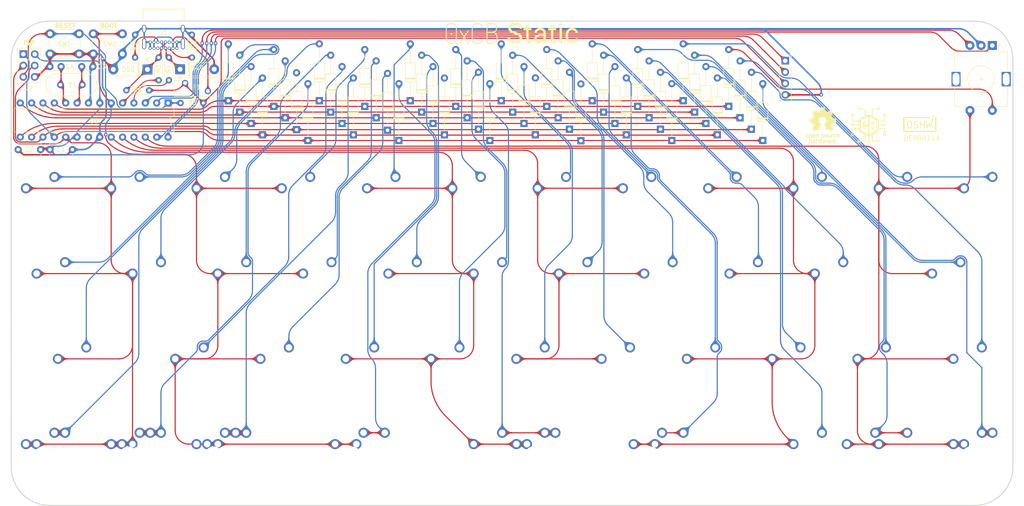
<source format=kicad_pcb>
(kicad_pcb (version 20211014) (generator pcbnew)
  (title_block (title "Static AD") (date "2022-01-25") (rev "1.0") (company "0xCB") (comment 1 "Conor Burns"))
  (layers (0 "F.Cu" signal) (31 "B.Cu" signal) (34 "B.Paste" user) (35 "F.Paste" user) (36 "B.SilkS" user "B.Silkscreen") (37 "F.SilkS" user "F.Silkscreen") (38 "B.Mask" user) (39 "F.Mask" user) (44 "Edge.Cuts" user))
  (net 0 "")
  (net 1 "+5V")
  (net 2 "GND")
  (net 3 "Net-(D9-Pad2)")
  (net 4 "Net-(D8-Pad2)")
  (net 5 "ROW0")
  (net 6 "Net-(D7-Pad2)")
  (net 7 "ROW1")
  (net 8 "Net-(D6-Pad2)")
  (net 9 "Net-(D5-Pad2)")
  (net 10 "Net-(D4-Pad2)")
  (net 11 "Net-(D38-Pad2)")
  (net 12 "Net-(D36-Pad2)")
  (net 13 "Net-(D35-Pad2)")
  (net 14 "Net-(D34-Pad2)")
  (net 15 "Net-(D33-Pad2)")
  (net 16 "Net-(D32-Pad2)")
  (net 17 "Net-(D31-Pad2)")
  (net 18 "Net-(D3-Pad2)")
  (net 19 "ROW2")
  (net 20 "Net-(D29-Pad2)")
  (net 21 "ROW3")
  (net 22 "Net-(D28-Pad2)")
  (net 23 "Net-(D27-Pad2)")
  (net 24 "Net-(D25-Pad2)")
  (net 25 "Net-(D24-Pad2)")
  (net 26 "Net-(D23-Pad2)")
  (net 27 "Net-(D22-Pad2)")
  (net 28 "Net-(D21-Pad2)")
  (net 29 "Net-(D20-Pad2)")
  (net 30 "Net-(D2-Pad2)")
  (net 31 "Net-(D19-Pad2)")
  (net 32 "ROW4")
  (net 33 "Net-(D18-Pad2)")
  (net 34 "Net-(D17-Pad2)")
  (net 35 "ROW5")
  (net 36 "Net-(D16-Pad2)")
  (net 37 "Net-(D15-Pad2)")
  (net 38 "Net-(D14-Pad2)")
  (net 39 "Net-(D30-Pad2)")
  (net 40 "Net-(D13-Pad2)")
  (net 41 "Net-(D12-Pad2)")
  (net 42 "Net-(D11-Pad2)")
  (net 43 "Net-(D10-Pad2)")
  (net 44 "Net-(D1-Pad2)")
  (net 45 "ROW6")
  (net 46 "Net-(C4-Pad2)")
  (net 47 "ROW7")
  (net 48 "Net-(D37-Pad2)")
  (net 49 "Net-(C3-Pad2)")
  (net 50 "Net-(D39-Pad2)")
  (net 51 "Net-(D40-Pad2)")
  (net 52 "Net-(D41-Pad2)")
  (net 53 "Net-(D42-Pad2)")
  (net 54 "Net-(D46-Pad2)")
  (net 55 "Net-(F1-Pad1)")
  (net 56 "Net-(J1-PadA5)")
  (net 59 "Net-(J1-PadB5)")
  (net 60 "RST")
  (net 61 "COL0")
  (net 62 "COL1")
  (net 63 "COL2")
  (net 64 "COL3")
  (net 65 "COL4")
  (net 66 "COL5")
  (net 67 "EB")
  (net 68 "EA")
  (net 69 "SDA")
  (net 70 "SCL")
  (net 71 "D-")
  (net 72 "D+")
  (net 76 "Net-(D47-Pad2)")
  (net 79 "Net-(D45-Pad2)")
  (net 80 "Net-(D49-Pad1)")
  (net 81 "Net-(D50-Pad1)")
  (net 82 "Net-(D48-Pad2)")
  (footprint "static:MXOnly-1.25U-NoLED" (layer "F.Cu") (at 68.7388 137.16)
    (fp_text reference "MX37_1" hide)
    (fp_text value "MX-NoLED" hide)
  )
  (footprint "Diode_THT:D_DO-35_SOD27_P12.70mm_Horizontal" (layer "F.Cu") (at 205.5495 64.262 90)
    (fp_text reference "D36" hide)
    (fp_text value "1N4148")
  )
  (footprint "static:MXOnly-1U-NoLED" (layer "F.Cu") (at 223.52 99.06)
    (fp_text reference "MX22")
    (fp_text value "MX-NoLED")
  )
  (footprint "Diode_THT:D_DO-35_SOD27_P12.70mm_Horizontal" (layer "F.Cu") (at 197.9295 65.532 90)
    (fp_text reference "D47" hide)
    (fp_text value "1N4148")
  )
  (footprint "static:MXOnly-1U-NoLED" (layer "F.Cu") (at 99.695 118.11)
    (fp_text reference "MX27")
    (fp_text value "MX-NoLED")
  )
  (footprint "Diode_THT:D_DO-35_SOD27_P12.70mm_Horizontal" (layer "F.Cu") (at 162.3695 61.722 90)
    (fp_text reference "D20" hide)
    (fp_text value "1N4148")
  )
  (footprint "Button_Switch_THT:SW_PUSH_6mm_H5mm" (layer "F.Cu") (at 58.5355 42.962)
    (fp_text reference "SW2")
    (fp_text value "BOOT")
  )
  (footprint "static:MXOnly-1.75U-NoLED" (layer "F.Cu") (at 54.4513 118.11)
    (fp_text reference "MX25")
    (fp_text value "MX-NoLED")
  )
  (footprint "static:MXOnly-2.25U-NoLED" (layer "F.Cu") (at 187.81 137.16)
    (fp_text reference "MX41")
    (fp_text value "MX-NoLED")
  )
  (footprint "Connector_PinSocket_2.54mm:PinSocket_1x04_P2.54mm_Vertical" (layer "F.Cu") (at 213.11 48.98)
    (fp_text reference "OL1" hide)
    (fp_text value "OLED")
  )
  (footprint "Diode_THT:D_DO-35_SOD27_P12.70mm_Horizontal" (layer "F.Cu") (at 180.1495 59.182 90)
    (fp_text reference "D10" hide)
    (fp_text value "1N4148")
  )
  (footprint "static:MXOnly-1U-NoLED" (layer "F.Cu") (at 204.47 99.06)
    (fp_text reference "MX21")
    (fp_text value "MX-NoLED")
  )
  (footprint "Diode_THT:D_DO-35_SOD27_P12.70mm_Horizontal" (layer "F.Cu") (at 101.4095 61.722 90)
    (fp_text reference "D14" hide)
    (fp_text value "1N4148")
  )
  (footprint "static:MXOnly-1U-NoLED" (layer "F.Cu") (at 237.8075 80.01)
    (fp_text reference "MX11")
    (fp_text value "MX-NoLED")
  )
  (footprint "static:MXOnly-1U-NoLED" (layer "F.Cu") (at 90.17 137.16)
    (fp_text reference "MX38_2" hide)
    (fp_text value "MX-NoLED" hide)
  )
  (footprint "static:MXOnly-1U-NoLED" (layer "F.Cu") (at 71.12 99.06)
    (fp_text reference "MX14")
    (fp_text value "MX-NoLED")
  )
  (footprint "static:MXOnly-1U-NoLED" (layer "F.Cu") (at 147.32 137.16)
    (fp_text reference "MX40")
    (fp_text value "MX-NoLED")
  )
  (footprint "static:MXOnly-1U-NoLED" (layer "F.Cu") (at 175.895 118.11)
    (fp_text reference "MX31")
    (fp_text value "MX-NoLED")
  )
  (footprint "Diode_THT:D_DO-41_SOD81_P7.62mm_Horizontal" (layer "F.Cu") (at 70.64 50.93 180)
    (fp_text reference "D50")
    (fp_text value "1N4729")
  )
  (footprint "static:MXOnly-1U-NoLED" (layer "F.Cu") (at 109.22 99.06)
    (fp_text reference "MX16")
    (fp_text value "MX-NoLED")
  )
  (footprint "Diode_THT:D_DO-35_SOD27_P12.70mm_Horizontal" (layer "F.Cu") (at 114.1095 62.992 90)
    (fp_text reference "D27" hide)
    (fp_text value "1N4148")
  )
  (footprint "Diode_THT:D_DO-35_SOD27_P12.70mm_Horizontal" (layer "F.Cu") (at 124.2695 64.516 90)
    (fp_text reference "D28" hide)
    (fp_text value "1N4148")
  )
  (footprint "static:MXOnly-1U-NoLED" (layer "F.Cu") (at 218.7575 80.01)
    (fp_text reference "MX10")
    (fp_text value "MX-NoLED")
  )
  (footprint "Resistor_THT:R_Axial_DIN0204_L3.6mm_D1.6mm_P5.08mm_Horizontal" (layer "F.Cu") (at 80.5815 43.18 -90)
    (fp_text reference "R1")
    (fp_text value "5.1K")
  )
  (footprint "static:MXOnly-1U-NoLED" (layer "F.Cu") (at 137.795 118.11)
    (fp_text reference "MX29")
    (fp_text value "MX-NoLED")
  )
  (footprint "static:MXOnly-1U-NoLED" (layer "F.Cu") (at 213.995 118.11)
    (fp_text reference "MX33")
    (fp_text value "MX-NoLED")
  )
  (footprint "Diode_THT:D_DO-35_SOD27_P12.70mm_Horizontal" (layer "F.Cu") (at 131.8895 60.452 90)
    (fp_text reference "D17" hide)
    (fp_text value "1N4148")
  )
  (footprint "Diode_THT:D_DO-35_SOD27_P12.70mm_Horizontal" (layer "F.Cu") (at 126.8095 66.802 90)
    (fp_text reference "D40" hide)
    (fp_text value "1N4148")
  )
  (footprint "Diode_THT:D_DO-35_SOD27_P12.70mm_Horizontal" (layer "F.Cu") (at 164.9095 64.262 90)
    (fp_text reference "D32" hide)
    (fp_text value "1N4148")
  )
  (footprint "static:MXOnly-2.75U-NoLED" (layer "F.Cu") (at 121.1263 137.16)
    (fp_text reference "MX39")
    (fp_text value "MX-NoLED")
  )
  (footprint "Diode_THT:D_DO-35_SOD27_P12.70mm_Horizontal" (layer "F.Cu") (at 208.0895 66.802 90)
    (fp_text reference "D48" hide)
    (fp_text value "1N4148")
  )
  (footprint "static:MXOnly-1U-NoLED" (layer "F.Cu") (at 156.86 137.15)
    (fp_text reference "MX40_1" hide)
    (fp_text value "MX-NoLED" hide)
  )
  (footprint "Capacitor_THT:C_Disc_D5.0mm_W2.5mm_P5.00mm" (layer "F.Cu") (at 46.7595 68.834 180)
    (fp_text reference "C2")
    (fp_text value "0.1uF")
  )
  (footprint "Resistor_THT:R_Axial_DIN0204_L3.6mm_D1.6mm_P5.08mm_Horizontal" (layer "F.Cu") (at 75.438 48.26 -90)
    (fp_text reference "R4")
    (fp_text value "75")
  )
  (footprint "static:MXOnly-1.25U-NoLED" (layer "F.Cu") (at 230.6638 137.16)
    (fp_text reference "MX43_1" hide)
    (fp_text value "MX-NoLED" hide)
  )
  (footprint "Diode_THT:D_DO-35_SOD27_P12.70mm_Horizontal" (layer "F.Cu") (at 152.2095 60.452 90)
    (fp_text reference "D19" hide)
    (fp_text value "1N4148")
  )
  (footprint "Diode_THT:D_DO-35_SOD27_P12.70mm_Horizontal" (layer "F.Cu") (at 195.3895 62.992 90)
    (fp_text reference "D35" hide)
    (fp_text value "1N4148")
  )
  (footprint "Resistor_THT:R_Axial_DIN0204_L3.6mm_D1.6mm_P5.08mm_Horizontal" (layer "F.Cu") (at 78.0415 58.42)
    (fp_text reference "R5")
    (fp_text value "10k")
  )
  (footprint "svg2mod" (layer "F.Cu") (at 143.07 42.89)
    (fp_text reference "L1" hide)
    (fp_text value "font1" hide)
  )
  (footprint "Diode_THT:D_DO-35_SOD27_P12.70mm_Horizontal" (layer "F.Cu") (at 177.6095 65.532 90)
    (fp_text reference "D45" hide)
    (fp_text value "1N4148")
  )
  (footprint "Diode_THT:D_DO-35_SOD27_P12.70mm_Horizontal" (layer "F.Cu") (at 119.1895 59.182 90)
    (fp_text reference "D4" hide)
    (fp_text value "1N4148")
  )
  (footprint "Diode_THT:D_DO-35_SOD27_P12.70mm_Horizontal" (layer "F.Cu") (at 182.6895 61.722 90)
    (fp_text reference "D22" hide)
    (fp_text value "1N4148")
  )
  (footprint "Diode_THT:D_DO-35_SOD27_P12.70mm_Horizontal" (layer "F.Cu") (at 93.7895 62.992 90)
    (fp_text reference "D25" hide)
    (fp_text value "1N4148")
  )
  (footprint "static:MXOnly-1.25U-NoLED" (layer "F.Cu") (at 254.4763 137.16)
    (fp_text reference "MX44_1" hide)
    (fp_text value "MX-NoLED" hide)
  )
  (footprint "static:MXOnly-1U-NoLED" (layer "F.Cu") (at 256.8575 137.16)
    (fp_text reference "MX44")
    (fp_text value "MX-NoLED")
  )
  (footprint "static:MXOnly-1U-NoLED" (layer "F.Cu") (at 104.4575 80.01)
    (fp_text reference "MX4")
    (fp_text value "MX-NoLED")
  )
  (footprint "Diode_THT:D_DO-35_SOD27_P12.70mm_Horizontal" (layer "F.Cu") (at 203.0095 61.722 90)
    (fp_text reference "D24" hide)
    (fp_text value "1N4148")
  )
  (footprint "static:MXOnly-1U-NoLED" (layer "F.Cu") (at 256.8575 80.01)
    (fp_text reference "MX24")
    (fp_text value "MX-NoLED")
  )
  (footprint "static:MXOnly-1U-NoLED" (layer "F.Cu") (at 66.3575 137.16)
    (fp_text reference "MX37")
    (fp_text value "MX-NoLED")
  )
  (footprint "static:MXOnly-1U-NoLED" (layer "F.Cu") (at 185.42 99.06)
    (fp_text reference "MX20")
    (fp_text value "MX-NoLED")
  )
  (footprint "Diode_THT:D_DO-35_SOD27_P12.70mm_Horizontal" (layer "F.Cu") (at 169.9895 57.912 90)
    (fp_text reference "D9" hide)
    (fp_text value "1N4148")
  )
  (footprint "static:MXOnly-1U-NoLED" (layer "F.Cu") (at 161.6075 80.01)
    (fp_text reference "MX7")
    (fp_text value "MX-NoLED")
  )
  (footprint "static:oshwa" (layer "F.Cu") (at 243.164359 64.000835)
    (fp_text reference "G***" hide)
    (fp_text value "LOGO" hide)
  )
  (footprint "static:MXOnly-1U-NoLED" (layer "F.Cu") (at 47.3075 137.16)
    (fp_text reference "MX36")
    (fp_text value "MX-NoLED")
  )
  (footprint "Diode_THT:D_DO-35_SOD27_P12.70mm_Horizontal" (layer "F.Cu") (at 116.6495 65.532 90)
    (fp_text reference "D39" hide)
    (fp_text value "1N4148")
  )
  (footprint "Diode_THT:D_DO-35_SOD27_P12.70mm_Horizontal" (layer "F.Cu") (at 91.2495 60.452 90)
    (fp_text reference "D13" hide)
    (fp_text value "1N4148")
  )
  (footprint "Diode_THT:D_DO-35_SOD27_P12.70mm_Horizontal" (layer "F.Cu") (at 103.94 64.37 90)
    (fp_text reference "D26" hide)
    (fp_text value "1N4148")
  )
  (footprint "static:MXOnly-1U-NoLED" (layer "F.Cu") (at 218.7575 137.16)
    (fp_text reference "MX42")
    (fp_text value "MX-NoLED")
  )
  (footprint "Diode_THT:D_DO-35_SOD27_P12.70mm_Horizontal" (layer "F.Cu") (at 200.4695 59.182 90)
    (fp_text reference "D12" hide)
    (fp_text value "1N4148")
  )
  (footprint "static:logo" (layer "F.Cu") (at 231.734359 63.360835)
    (fp_text reference "L4" hide)
    (fp_text value "LOGO" hide)
  )
  (footprint "Capacitor_THT:C_Disc_D5.0mm_W2.5mm_P5.00mm" (layer "F.Cu") (at 48.8715 68.834)
    (fp_text reference "C1")
    (fp_text value "0.1uF")
  )
  (footprint "Diode_THT:D_DO-35_SOD27_P12.70mm_Horizontal" (layer "F.Cu") (at 149.6695 57.912 90)
    (fp_text reference "D7" hide)
    (fp_text value "1N4148")
  )
  (footprint "static:MXOnly-1U-NoLED" (layer "F.Cu") (at 128.27 99.06)
    (fp_text reference "MX17")
    (fp_text value "MX-NoLED")
  )
  (footprint "Fuse:Fuse_BelFuse_0ZRE0025FF_L9.6mm_W3.8mm" (layer "F.Cu") (at 84.1475 55.764 180)
    (fp_text reference "F1")
    (fp_text value "500mA")
  )
  (footprint "static:MXOnly-1.25U-NoLED" (layer "F.Cu") (at 49.6888 137.16)
    (fp_text reference "MX36_1" hide)
    (fp_text value "MX-NoLED" hide)
  )
  (footprint "static:MXOnly-1U-NoLED" (layer "F.Cu") (at 156.845 118.11)
    (fp_text reference "MX30")
    (fp_text value "MX-NoLED")
  )
  (footprint "Diode_THT:D_DO-35_SOD27_P12.70mm_Horizontal" (layer "F.Cu") (at 136.98 65.54 90)
    (fp_text reference "D41" hide)
    (fp_text value "1N4148")
  )
  (footprint "Diode_THT:D_DO-35_SOD27_P12.70mm_Horizontal" (layer "F.Cu") (at 109.0295 57.912 90)
    (fp_text reference "D3" hide)
    (fp_text value "1N4148")
  )
  (footprint "Resistor_THT:R_Axial_DIN0204_L3.6mm_D1.6mm_P5.08mm_Horizontal" (layer "F.Cu") (at 71.01 55.59 180)
    (fp_text reference "R6")
    (fp_text value "1.5k")
  )
  (footprint "Diode_THT:D_DO-35_SOD27_P12.70mm_Horizontal" (layer "F.Cu") (at 129.3495 57.912 90)
    (fp_text reference "D5" hide)
    (fp_text value "1N4148")
  )
  (footprint "static:MXOnly-1U-NoLED" (layer "F.Cu") (at 180.6575 80.01)
    (fp_text reference "MX8")
    (fp_text value "MX-NoLED")
  )
  (footprint "static:MXOnly-1U-NoLED" (layer "F.Cu") (at 123.5075 80.01)
    (fp_text reference "MX5")
    (fp_text value "MX-NoLED")
  )
  (footprint "static:MXOnly-1U-NoLED" (layer "F.Cu") (at 233.045 118.11)
    (fp_text reference "MX34")
    (fp_text value "MX-NoLED")
  )
  (footprint "Diode_THT:D_DO-35_SOD27_P12.70mm_Horizontal" (layer "F.Cu") (at 159.8295 59.182 90)
    (fp_text reference "D8" hide)
    (fp_text value "1N4148")
  )
  (footprint "static:MXOnly-1U-NoLED" (layer "F.Cu") (at 118.745 118.11)
    (fp_text reference "MX28")
    (fp_text value "MX-NoLED")
  )
  (footprint "static:MXOnly-1U-NoLED" (layer "F.Cu") (at 166.37 99.06)
    (fp_text reference "MX19")
    (fp_text value "MX-NoLED")
  )
  (footprint "Diode_THT:D_DO-35_SOD27_P12.70mm_Horizontal" (layer "F.Cu") (at 121.7295 61.722 90)
    (fp_text reference "D16" hide)
    (fp_text value "1N4148")
  )
  (footprint "static:MXOnly-1U-NoLED" (layer "F.Cu") (at 90.17 99.06)
    (fp_text reference "MX15")
    (fp_text value "MX-NoLED")
  )
  (footprint "Diode_THT:D_DO-35_SOD27_P12.70mm_Horizontal" (layer "F.Cu") (at 139.5095 59.182 90)
    (fp_text reference "D6" hide)
    (fp_text value "1N4148")
  )
  (footprint "Diode_THT:D_DO-35_SOD27_P12.70mm_Horizontal" (layer "F.Cu") (at 111.5695 60.452 90)
    (fp_text reference "D15" hide)
    (fp_text value "1N4148")
  )
  (footprint "static:MXOnly-1U-NoLED" (layer "F.Cu") (at 237.8075 137.16)
    (fp_text reference "MX43")
    (fp_text value "MX-NoLED")
  )
  (footprint "Diode_THT:D_DO-35_SOD27_P12.70mm_Horizontal" (layer "F.Cu") (at 192.8495 60.452 90)
    (fp_text reference "D23" hide)
    (fp_text value "1N4148")
  )
  (footprint "static:MXOnly-1U-NoLED" (layer "F.Cu") (at 147.32 99.06)
    (fp_text reference "MX18")
    (fp_text value "MX-NoLED")
  )
  (footprint "Diode_THT:D_DO-35_SOD27_P12.70mm_Horizontal" (layer "F.Cu") (at 154.7495 62.992 90)
    (fp_text reference "D31" hide)
    (fp_text value "1N4148")
  )
  (footprint "Diode_THT:D_DO-35_SOD27_P12.70mm_Horizontal" (layer "F.Cu") (at 157.29 65.52 90)
    (fp_text reference "D43" hide)
    (fp_text value "1N4148")
  )
  (footprint "static:MXOnly-1.75U-NoLED" (layer "F.Cu") (at 249.7138 99.06)
    (fp_text reference "MX23")
    (fp_text value "MX-NoLED")
  )
  (footprint "Package_DIP:DIP-28_W7.62mm" (layer "F.Cu") (at 75.2475 58.42 -90)
    (fp_text reference "U1")
    (fp_text value "ATmega328-P")
  )
  (footprint "Diode_THT:D_DO-35_SOD27_P12.70mm_Horizontal" (layer "F.Cu") (at 134.4295 62.992 90)
    (fp_text reference "D29" hide)
    (fp_text value "1N4148")
  )
  (footprint "Diode_THT:D_DO-35_SOD27_P12.70mm_Horizontal" (layer "F.Cu") (at 88.7095 57.912 90)
    (fp_text reference "D1" hide)
    (fp_text value "1N4148")
  )
  (footprint "Diode_THT:D_DO-35_SOD27_P12.70mm_Horizontal" (layer "F.Cu") (at 142.0495 61.722 90)
    (fp_text reference "D18" hide)
    (fp_text value "1N4148")
  )
  (footprint "Diode_THT:D_DO-35_SOD27_P12.70mm_Horizontal" (layer "F.Cu") (at 187.7695 66.802 90)
    (fp_text reference "D46" hide)
    (fp_text value "1N4148")
  )
  (footprint "static:MXOnly-1.25U-NoLED" (layer "F.Cu") (at 254.4763 118.11)
    (fp_text reference "MX35")
    (fp_text value "MX-NoLED")
  )
  (footprint "static:MXOnly-1U-NoLED" (layer "F.Cu") (at 71.12 137.16)
    (fp_text reference "MX37_2" hide)
    (fp_text value "MX-NoLED" hide)
  )
  (footprint "Diode_THT:D_DO-35_SOD27_P12.70mm_Horizontal" (layer "F.Cu") (at 106.4895 66.802 90)
    (fp_text reference "D38" hide)
    (fp_text value "1N4148")
  )
  (footprint "static:MXOnly-1U-NoLED" (layer "F.Cu") (at 85.4075 137.16)
    (fp_text reference "MX38")
    (fp_text value "MX-NoLED")
  )
  (footprint "static:MXOnly-1U-NoLED" (layer "F.Cu") (at 199.7075 80.01)
    (fp_text reference "MX9")
    (fp_text value "MX-NoLED")
  )
  (footprint "static:MXOnly-2.75U-NoLED" (layer "F.Cu") (at 183.04 137.165)
    (fp_text reference "MX41_1" hide)
    (fp_text value "MX-NoLED" hide)
  )
  (footprint "static:MXOnly-1U-NoLED" (layer "F.Cu") (at 66.3575 80.01)
    (fp_text reference "MX2")
    (fp_text value "MX-NoLED")
  )
  (footprint "static:MXOnly-1U-NoLED" (layer "F.Cu") (at 47.3075 80.01)
    (fp_text reference "MX1")
    (fp_text value "MX-NoLED")
  )
  (footprint "Diode_THT:D_DO-35_SOD27_P12.70mm_Horizontal" (layer "F.Cu") (at 144.5895 64.262 90)
    (fp_text reference "D30" hide)
    (fp_text value "1N4148")
  )
  (footprint "static:MXOnly-6.25U-NoLED" (layer "F.Cu") (at 159.2263 137.16)
    (fp_text reference "MX40_2" hide)
    (fp_text value "6.25U" hide)
  )
  (footprint "Diode_THT:D_DO-35_SOD27_P12.70mm_Horizontal" (layer "F.Cu") (at 172.5295 60.452 90)
    (fp_text reference "D21" hide)
    (fp_text value "1N4148")
  )
  (footprint "Capacitor_THT:C_Disc_D3.0mm_W1.6mm_P2.50mm" (layer "F.Cu") (at 58.4635 50.292 180)
    (fp_text reference "C3")
    (fp_text value "20pF")
  )
  (footprint "Diode_THT:D_DO-41_SOD81_P7.62mm_Horizontal" (layer "F.Cu") (at 77.94 50.89)
    (fp_text reference "D49")
    (fp_text value "1N4729")
  )
  (footprint "Diode_THT:D_DO-35_SOD27_P12.70mm_Horizontal" (layer "F.Cu") (at 98.8695 59.182 90)
    (fp_text reference "D2" hide)
    (fp_text value "1N4148")
  )
  (footprint "Symbol:OSHW-Logo_7.5x8mm_SilkScreen" (layer "F.Cu") (at 221.454359 63.410835)
    (fp_text reference "L3" hide)
    (fp_text value "OSHW-Logo_7.5x8mm_SilkScreen" hide)
  )
  (footprint "Diode_THT:D_DO-35_SOD27_P12.70mm_Horizontal" (layer "F.Cu") (at 185.2295 64.262 90)
    (fp_text reference "D34" hide)
    (fp_text value "1N4148")
  )
  (footprint "Crystal:Crystal_HC49-4H_Vertical" (layer "F.Cu") (at 51.2075 54.346)
    (fp_text reference "Y1")
    (fp_text value "16MHz")
  )
  (footprint "Diode_THT:D_DO-35_SOD27_P12.70mm_Horizontal" (layer "F.Cu") (at 175.0695 62.992 90)
    (fp_text reference "D33" hide)
    (fp_text value "1N4148")
  )
  (footprint "static:MXOnly-1U-NoLED" (layer "F.Cu") (at 194.945 118.11)
    (fp_text reference "MX32")
    (fp_text value "MX-NoLED")
  )
  (footprint "Resistor_THT:R_Axial_DIN0204_L3.6mm_D1.6mm_P5.08mm_Horizontal" (layer "F.Cu") (at 67.8815 48.26 90)
    (fp_text reference "R2")
    (fp_text value "5.1K")
  )
  (footprint "static:MXOnly-1.25U-NoLED" (layer "F.Cu") (at 49.6888 99.06)
    (fp_text reference "MX13")
    (fp_text value "MX-NoLED")
  )
  (footprint "Rotary_Encoder:RotaryEncoder_Alps_EC11E-Switch_Vertical_H20mm" (layer "F.Cu") (at 259.3575 45.582 -90)
    (fp_text reference "MX12" hide)
    (fp_text value "EC11")
  )
  (footprint "Diode_THT:D_DO-35_SOD27_P12.70mm_Horizontal" (layer "F.Cu") (at 147.1295 66.802 90)
    (fp_text reference "D42" hide)
    (fp_text value "1N4148")
  )
  (footprint "static:MXOnly-1U-NoLED" (layer "F.Cu") (at 85.4075 80.01)
    (fp_text reference "MX3")
    (fp_text value "MX-NoLED")
  )
  (footprint "Resistor_THT:R_Axial_DIN0204_L3.6mm_D1.6mm_P5.08mm_Horizontal" (layer "F.Cu") (at 73.152 53.34 90)
    (fp_text reference "R3")
    (fp_text value "75")
  )
  (footprint "Diode_THT:D_DO-35_SOD27_P12.70mm_Horizontal" (layer "F.Cu") (at 190.3095 57.912 90)
    (fp_text reference "D11" hide)
    (fp_text value "1N4148")
  )
  (footprint "Connector_USB:USB_C_Receptacle_GCT_USB4085" (layer "F.Cu") (at 77.2065 46.189 180)
    (fp_text reference "J1")
    (fp_text value "USB_C_Receptacle_USB2.0")
  )
  (footprint "static:MXOnly-1.25U-NoLED" (layer "F.Cu") (at 87.7888 137.16)
    (fp_text reference "MX38_1" hide)
    (fp_text value "MX-NoLED" hide)
  )
  (footprint "Diode_THT:D_DO-35_SOD27_P12.70mm_Horizontal" (layer "F.Cu") (at 96.3295 65.532 90)
    (fp_text reference "D37" hide)
    (fp_text value "1N4148")
  )
  (footprint "svg2mod" (layer "F.Cu") (at 158.96 42.8)
    (fp_text reference "L2" hide)
    (fp_text value "font2" hide)
  )
  (footprint "Connector_PinHeader_2.54mm:PinHeader_2x03_P2.54mm_Vertical" (layer "F.Cu") (at 42.921 47.513)
    (fp_text reference "J2")
    (fp_text value "AVR-ISP-6")
  )
  (footprint "Capacitor_THT:C_Disc_D3.0mm_W1.6mm_P2.50mm" (layer "F.Cu") (at 48.8515 50.292)
    (fp_text reference "C4")
    (fp_text value "20pF")
  )
  (footprint "Button_Switch_THT:SW_PUSH_6mm_H5mm" (layer "F.Cu") (at 48.8835 42.962)
    (fp_text reference "SW1")
    (fp_text value "RESET")
  )
  (footprint "static:MXOnly-1U-NoLED" (layer "F.Cu") (at 80.645 118.11)
    (fp_text reference "MX26")
    (fp_text value "MX-NoLED")
  )
  (footprint "static:MXOnly-1U-NoLED" (layer "F.Cu") (at 142.5575 80.01)
    (fp_text reference "MX6")
    (fp_text value "MX-NoLED")
  )
  (footprint "static:MXOnly-2.25U-NoLED" (layer "F.Cu") (at 116.3638 137.16)
    (fp_text reference "MX39_1" hide)
    (fp_text value "MX-NoLED" hide)
  )
  (footprint "Diode_THT:D_DO-35_SOD27_P12.70mm_Horizontal" (layer "F.Cu") (at 167.46 66.86 90)
    (fp_text reference "D44" hide)
    (fp_text value "1N4148")
  )
  (gr_arc (start 255.322926 40.142574) (mid 261.429499 42.671999) (end 263.958924 48.778572) (layer "Edge.Cuts") (width 0.2))
  (gr_arc (start 40.1955 48.768) (mid 42.724925 42.661427) (end 48.831498 40.132002) (layer "Edge.Cuts") (width 0.2))
  (gr_arc (start 48.842074 148.325426) (mid 42.735501 145.796001) (end 40.206076 139.689428) (layer "Edge.Cuts") (width 0.2))
  (gr_line (start 255.322926 148.325426) (end 48.842074 148.325426) (layer "Edge.Cuts") (width 0.2))
  (gr_line (start 255.322926 40.142574) (end 48.8315 40.132) (layer "Edge.Cuts") (width 0.2))
  (gr_arc (start 263.958926 139.689426) (mid 261.429501 145.795999) (end 255.322928 148.325424) (layer "Edge.Cuts") (width 0.2))
  (gr_line (start 263.958926 48.778574) (end 263.958926 139.689426) (layer "Edge.Cuts") (width 0.2))
  (gr_line (start 40.206074 139.689426) (end 40.1955 48.768) (layer "Edge.Cuts") (width 0.2))
  (gr_text "BOOT" (at 61.976 41.148) (layer "F.SilkS") (effects (font (size 1 1) (thickness 0.25))))
  (gr_text "ISP" (at 44.196 44.958) (layer "F.SilkS") (effects (font (size 1 1) (thickness 0.25))))
  (gr_text "RESET" (at 52.324 41.148) (layer "F.SilkS") (effects (font (size 1 1) (thickness 0.25))))
  (segment (start 78.30018 54.71132) (end 79.0475 53.964) (width 0.25) (layer "F.Cu") (net 1))
  (segment (start 83.1215 58.42) (end 86.243321 55.298179) (width 0.25) (layer "F.Cu") (net 1))
  (segment (start 203.86468 44.82068) (end 213.104 54.06) (width 0.25) (layer "F.Cu") (net 1))
  (segment (start 71.01 55.59) (end 76.178859 55.59) (width 0.25) (layer "F.Cu") (net 1))
  (segment (start 48.6175 68.58) (end 48.8715 68.58) (width 0.25) (layer "F.Cu") (net 1))
  (segment (start 48.6175 68.58) (end 48.8715 68.834) (width 0.25) (layer "F.Cu") (net 1))
  (segment (start 79.0475 54.346) (end 83.1215 58.42) (width 0.25) (layer "F.Cu") (net 1))
  (segment (start 47.0135 68.58) (end 48.6175 68.58) (width 0.25) (layer "F.Cu") (net 1))
  (segment (start 88.122 43.942) (end 201.743359 43.942) (width 0.25) (layer "F.Cu") (net 1))
  (segment (start 79.0475 53.964) (end 79.0475 54.346) (width 0.25) (layer "F.Cu") (net 1))
  (segment (start 46.7595 68.58) (end 47.0135 68.58) (width 0.25) (layer "F.Cu") (net 1))
  (segment (start 87.122 53.176859) (end 87.122 44.942) (width 0.25) (layer "F.Cu") (net 1))
  (segment (start 213.104 54.06) (end 213.11 54.06) (width 0.25) (layer "F.Cu") (net 1))
  (segment (start 47.0135 68.58) (end 46.7595 68.834) (width 0.25) (layer "F.Cu") (net 1))
  (arc (start 88.122 43.942) (mid 87.414893 44.234893) (end 87.122 44.942) (width 0.25) (layer "F.Cu") (net 1))
  (arc (start 78.30018 54.71132) (mid 77.32691 55.361639) (end 76.178859 55.59) (width 0.25) (layer "F.Cu") (net 1))
  (arc (start 201.743359 43.942) (mid 202.89141 44.170362) (end 203.86468 44.82068) (width 0.25) (layer "F.Cu") (net 1))
  (arc (start 86.243321 55.298179) (mid 86.893639 54.324909) (end 87.122 53.176859) (width 0.25) (layer "F.Cu") (net 1))
  (segment (start 48.8715 68.834) (end 49.847665 69.810165) (width 0.25) (layer "B.Cu") (net 1))
  (segment (start 46.341389 48.393389) (end 45.461 47.513) (width 0.25) (layer "B.Cu") (net 1))
  (segment (start 59.0075 49.022) (end 47.85899 49.022) (width 0.25) (layer "B.Cu") (net 1))
  (segment (start 54.0518 66.04) (end 52.898479 67.193321) (width 0.25) (layer "B.Cu") (net 1))
  (segment (start 50.305967 70) (end 80.1215 70) (width 0.25) (layer "B.Cu") (net 1))
  (segment (start 55.220393 64.499607) (end 59.714607 60.005393) (width 0.25) (layer "B.Cu") (net 1))
  (segment (start 48.8715 68.58) (end 48.8715 68.834) (width 0.25) (layer "B.Cu") (net 1))
  (segment (start 60.0075 58.42) (end 60.0075 50.022) (width 0.25) (layer "B.Cu") (net 1))
  (segment (start 54.9275 66.04) (end 54.9275 65.206714) (width 0.25) (layer "B.Cu") (net 1))
  (segment (start 50.777159 68.072) (end 49.3795 68.072) (width 0.25) (layer "B.Cu") (net 1))
  (segment (start 49.3795 68.072) (end 48.8715 68.58) (width 0.25) (layer "B.Cu") (net 1))
  (segment (start 60.0075 59.298286) (end 60.0075 58.42) (width 0.25) (layer "B.Cu") (net 1))
  (segment (start 83.1215 67) (end 83.1215 58.42) (width 0.25) (layer "B.Cu") (net 1))
  (segment (start 54.9275 66.04) (end 54.0518 66.04) (width 0.25) (layer "B.Cu") (net 1))
  (arc (start 83.1215 67) (mid 82.24282 69.12132) (end 80.1215 70) (width 0.25) (layer "B.Cu") (net 1))
  (arc (start 54.9275 65.206714) (mid 55.00362 64.824031) (end 55.220393 64.499607) (width 0.25) (layer "B.Cu") (net 1))
  (arc (start 50.777159 68.072) (mid 51.925209 67.843639) (end 52.898479 67.193321) (width 0.25) (layer "B.Cu") (net 1))
  (arc (start 59.0075 49.022) (mid 59.714607 49.314893) (end 60.0075 50.022) (width 0.25) (layer "B.Cu") (net 1))
  (arc (start 60.0075 59.298286) (mid 59.93138 59.680969) (end 59.714607 60.005393) (width 0.25) (layer "B.Cu") (net 1))
  (arc (start 47.85899 49.022) (mid 47.03767 48.858629) (end 46.341389 48.393389) (width 0.25) (layer "B.Cu") (net 1))
  (arc (start 49.847665 69.810165) (mid 50.057936 69.950663) (end 50.305967 70) (width 0.25) (layer "B.Cu") (net 1))
  (segment (start 48.8515 50.292) (end 48.8515 47.494) (width 0.35) (layer "F.Cu") (net 2))
  (segment (start 80.5815 43.7815) (end 80.5815 43.18) (width 0.35) (layer "F.Cu") (net 2))
  (segment (start 53.026303 69.679197) (end 53.8715 68.834) (width 0.35) (layer "F.Cu") (net 2))
  (segment (start 221.15 56.6) (end 213.11 56.6) (width 0.35) (layer "F.Cu") (net 2))
  (segment (start 41.7595 68.834) (end 42.629234 69.703734) (width 0.35) (layer "F.Cu") (net 2))
  (segment (start 60.6 48.53) (end 60.62 48.53) (width 0.35) (layer "F.Cu") (net 2))
  (segment (start 58.5355 47.462) (end 58.5355 50.22) (width 0.35) (layer "F.Cu") (net 2))
  (segment (start 58.5355 50.22) (end 58.4635 50.292) (width 0.35) (layer "F.Cu") (net 2))
  (segment (start 48.8515 47.494) (end 48.8835 47.462) (width 0.35) (layer "F.Cu") (net 2))
  (segment (start 55.3835 47.462) (end 58.5355 47.462) (width 0.35) (layer "F.Cu") (net 2))
  (segment (start 46.007 52.593) (end 48.308 50.292) (width 0.35) (layer "F.Cu") (net 2))
  (segment (start 60.62 48.53) (end 63.02 50.93) (width 0.35) (layer "F.Cu") (net 2))
  (segment (start 48.308 50.292) (end 48.8515 50.292) (width 0.35) (layer "F.Cu") (net 2))
  (segment (start 48.8835 47.462) (end 55.3835 47.462) (width 0.35) (layer "F.Cu") (net 2))
  (segment (start 45.461 52.593) (end 46.007 52.593) (width 0.35) (layer "F.Cu") (net 2))
  (segment (start 85.068329 48.268329) (end 80.5815 43.7815) (width 0.35) (layer "F.Cu") (net 2))
  (segment (start 85.56 50.89) (end 85.56 49.455328) (width 0.35) (layer "F.Cu") (net 2))
  (segment (start 43.344484 70) (end 52.251816 70) (width 0.35) (layer "F.Cu") (net 2))
  (via (at 221.15 56.6) (size 0.8) (drill 0.4) (layers "F.Cu" "B.Cu") (net 2))
  (via (at 60.6 48.53) (size 0.8) (drill 0.4) (layers "F.Cu" "B.Cu") (net 2))
  (arc (start 53.026303 69.679197) (mid 52.670965 69.916626) (end 52.251816 70) (width 0.35) (layer "F.Cu") (net 2))
  (arc (start 85.068329 48.268329) (mid 85.432219 48.812929) (end 85.56 49.455328) (width 0.35) (layer "F.Cu") (net 2))
  (arc (start 42.629234 69.703734) (mid 42.957394 69.923003) (end 43.344484 70) (width 0.35) (layer "F.Cu") (net 2))
  (segment (start 256.8575 45.582) (end 253.983179 42.707679) (width 0.35) (layer "B.Cu") (net 2))
  (segment (start 57.9 57.9875) (end 57.4675 58.42) (width 0.35) (layer "B.Cu") (net 2))
  (segment (start 71.2565 46.189) (end 71.2565 44.839) (width 0.35) (layer "B.Cu") (net 2))
  (segment (start 205.409 41.829) (end 78.5565 41.829) (width 0.35) (layer "B.Cu") (net 2))
  (segment (start 69.2325 41.829) (end 67.8815 43.18) (width 0.35) (layer "B.Cu") (net 2))
  (segment (start 58.4635 50.292) (end 57.9 50.8555) (width 0.35) (layer "B.Cu") (net 2))
  (segment (start 65.0355 46.6445) (end 65.0355 47.462) (width 0.35) (layer "B.Cu") (net 2))
  (segment (start 65.0355 47.462) (end 65.0355 48.1845) (width 0.35) (layer "B.Cu") (net 2))
  (segment (start 69.9065 41.829) (end 69.2325 41.829) (width 0.35) (layer "B.Cu") (net 2))
  (segment (start 221.15 56.6) (end 221.15 55.913619) (width 0.35) (layer "B.Cu") (net 2))
  (segment (start 78.5565 41.829) (end 78.689 41.829) (width 0.35) (layer "B.Cu") (net 2))
  (segment (start 78.5565 45.209) (end 78.5565 41.829) (width 0.35) (layer "B.Cu") (net 2))
  (segment (start 60.837202 62.192798) (end 60.593286 62.436714) (width 0.35) (layer "B.Cu") (net 2))
  (segment (start 65.0355 48.1845) (end 63.02 50.2) (width 0.35) (layer "B.Cu") (net 2))
  (segment (start 59.603 47.462) (end 58.5355 47.462) (width 0.35) (layer "B.Cu") (net 2))
  (segment (start 53.8715 68.834) (end 55.970859 68.834) (width 0.35) (layer "B.Cu") (net 2))
  (segment (start 63.02 50.2) (end 63.02 50.93) (width 0.35) (layer "B.Cu") (net 2))
  (segment (start 67.8815 43.18) (end 67.8815 43.7985) (width 0.35) (layer "B.Cu") (net 2))
  (segment (start 69.9065 41.829) (end 78.5565 41.829) (width 0.35) (layer "B.Cu") (net 2))
  (segment (start 71.2565 44.839) (end 70.2765 44.839) (width 0.35) (layer "B.Cu") (net 2))
  (segment (start 251.861859 41.829) (end 205.409 41.829) (width 0.35) (layer "B.Cu") (net 2))
  (segment (start 207.065381 41.829) (end 205.409 41.829) (width 0.35) (layer "B.Cu") (net 2))
  (segment (start 60.0075 63.850927) (end 60.0075 66.04) (width 0.35) (layer "B.Cu") (net 2))
  (segment (start 220.27132 53.792298) (end 209.186701 42.707679) (width 0.35) (layer "B.Cu") (net 2))
  (segment (start 67.8815 43.7985) (end 65.0355 46.6445) (width 0.35) (layer "B.Cu") (net 2))
  (segment (start 60.6 48.53) (end 60.60156 48.52844) (width 0.35) (layer "B.Cu") (net 2))
  (segment (start 60.6 48.53) (end 60.603 48.533) (width 0.35) (layer "B.Cu") (net 2))
  (segment (start 80.04 43.18) (end 80.5815 43.18) (width 0.35) (layer "B.Cu") (net 2))
  (segment (start 60.60156 48.52844) (end 60.60156 48.374637) (width 0.35) (layer "B.Cu") (net 2))
  (segment (start 77.2065 46.189) (end 77.2065 44.839) (width 0.35) (layer "B.Cu") (net 2))
  (segment (start 78.689 41.829) (end 80.04 43.18) (width 0.35) (layer "B.Cu") (net 2))
  (segment (start 57.9 50.8555) (end 57.9 57.9875) (width 0.35) (layer "B.Cu") (net 2))
  (segment (start 77.2065 44.839) (end 78.1865 44.839) (width 0.35) (layer "B.Cu") (net 2))
  (segment (start 78.1865 44.839) (end 78.5565 45.209) (width 0.35) (layer "B.Cu") (net 2))
  (segment (start 69.9065 45.209) (end 69.9065 41.829) (width 0.35) (layer "B.Cu") (net 2))
  (segment (start 61.422989 56.449109) (end 61.422989 60.778584) (width 0.35) (layer "B.Cu") (net 2))
  (segment (start 58.09218 67.95532) (end 60.0075 66.04) (width 0.35) (layer "B.Cu") (net 2))
  (segment (start 60.603 48.533) (end 60.603 54.469517) (width 0.35) (layer "B.Cu") (net 2))
  (segment (start 70.2765 44.839) (end 69.9065 45.209) (width 0.35) (layer "B.Cu") (net 2))
  (arc (start 60.593286 62.436714) (mid 60.159741 63.08556) (end 60.0075 63.850927) (width 0.35) (layer "B.Cu") (net 2))
  (arc (start 209.186701 42.707679) (mid 208.213431 42.057361) (end 207.065381 41.829) (width 0.35) (layer "B.Cu") (net 2))
  (arc (start 60.60156 48.374637) (mid 60.27859 47.724722) (end 59.603 47.462) (width 0.35) (layer "B.Cu") (net 2))
  (arc (start 61.422989 56.449109) (mid 61.321933 55.941066) (end 61.03415 55.510367) (width 0.35) (layer "B.Cu") (net 2))
  (arc (start 55.970859 68.834) (mid 57.11891 68.605638) (end 58.09218 67.95532) (width 0.35) (layer "B.Cu") (net 2))
  (arc (start 221.15 55.913619) (mid 220.921638 54.765568) (end 220.27132 53.792298) (width 0.35) (layer "B.Cu") (net 2))
  (arc (start 60.837202 62.192798) (mid 61.270748 61.543951) (end 61.422989 60.778584) (width 0.35) (layer "B.Cu") (net 2))
  (arc (start 251.861859 41.829) (mid 253.009909 42.057361) (end 253.983179 42.707679) (width 0.35) (layer "B.Cu") (net 2))
  (arc (start 61.03415 55.510367) (mid 60.715045 55.032806) (end 60.603 54.469517) (width 0.35) (layer "B.Cu") (net 2))
  (segment (start 202.2475 74.93) (end 173.408179 46.090679) (width 0.25) (layer "B.Cu") (net 3))
  (segment (start 171.286859 45.212) (end 169.9895 45.212) (width 0.25) (layer "B.Cu") (net 3))
  (arc (start 173.408179 46.090679) (mid 172.434909 45.440361) (end 171.286859 45.212) (width 0.25) (layer "B.Cu") (net 3))
  (segment (start 183.1975 74.706588) (end 183.1975 74.93) (width 0.25) (layer "B.Cu") (net 4))
  (segment (start 159.8295 46.482) (end 160.711859 46.482) (width 0.25) (layer "B.Cu") (net 4))
  (segment (start 171.1071 56.877241) (end 171.1071 61.373547) (width 0.25) (layer "B.Cu") (net 4))
  (segment (start 171.98578 63.494868) (end 183.1975 74.706588) (width 0.25) (layer "B.Cu") (net 4))
  (segment (start 162.83318 47.36068) (end 170.228421 54.755921) (width 0.25) (layer "B.Cu") (net 4))
  (arc (start 160.711859 46.482) (mid 161.85991 46.710362) (end 162.83318 47.36068) (width 0.25) (layer "B.Cu") (net 4))
  (arc (start 171.1071 61.373547) (mid 171.335462 62.521598) (end 171.98578 63.494868) (width 0.25) (layer "B.Cu") (net 4))
  (arc (start 171.1071 56.877241) (mid 170.878739 55.729191) (end 170.228421 54.755921) (width 0.25) (layer "B.Cu") (net 4))
  (segment (start 190.3095 57.912) (end 88.7095 57.912) (width 0.25) (layer "F.Cu") (net 5))
  (segment (start 53.179062 59.8) (end 82.205718 59.8) (width 0.25) (layer "F.Cu") (net 5))
  (segment (start 86.763759 57.912) (end 88.7095 57.912) (width 0.25) (layer "F.Cu") (net 5))
  (arc (start 83.90305 59.096948) (mid 83.124316 59.617278) (end 82.205718 59.8) (width 0.25) (layer "F.Cu") (net 5))
  (arc (start 86.763759 57.912) (mid 85.215554 58.219958) (end 83.90305 59.096948) (width 0.25) (layer "F.Cu") (net 5))
  (arc (start 53.179062 59.8) (mid 51.376053 59.441359) (end 49.8475 58.42) (width 0.25) (layer "F.Cu") (net 5))
  (segment (start 165.11909 73.95841) (end 164.1475 74.93) (width 0.25) (layer "B.Cu") (net 6))
  (segment (start 165.14838 69.381527) (end 165.14838 73.887699) (width 0.25) (layer "B.Cu") (net 6))
  (segment (start 149.6695 45.212) (end 149.6695 51.417365) (width 0.25) (layer "B.Cu") (net 6))
  (segment (start 150.54818 53.538686) (end 164.269701 67.260207) (width 0.25) (layer "B.Cu") (net 6))
  (arc (start 165.14838 69.381527) (mid 164.920019 68.233477) (end 164.269701 67.260207) (width 0.25) (layer "B.Cu") (net 6))
  (arc (start 149.6695 51.417365) (mid 149.897862 52.565416) (end 150.54818 53.538686) (width 0.25) (layer "B.Cu") (net 6))
  (arc (start 165.11909 73.95841) (mid 165.140768 73.925968) (end 165.14838 73.887699) (width 0.25) (layer "B.Cu") (net 6))
  (segment (start 52.329021 60.5) (end 82.393629 60.5) (width 0.25) (layer "F.Cu") (net 7))
  (segment (start 98.8695 59.182) (end 200.4695 59.182) (width 0.25) (layer "F.Cu") (net 7))
  (segment (start 85.575523 59.182) (end 98.8695 59.182) (width 0.25) (layer "F.Cu") (net 7))
  (arc (start 82.393629 60.5) (mid 83.402166 60.29939) (end 84.257193 59.728069) (width 0.25) (layer "F.Cu") (net 7))
  (arc (start 84.257193 59.728069) (mid 84.862048 59.323918) (end 85.575523 59.182) (width 0.25) (layer "F.Cu") (net 7))
  (arc (start 52.329021 60.5) (mid 49.611409 59.959433) (end 47.3075 58.42) (width 0.25) (layer "F.Cu") (net 7))
  (segment (start 145.0975 74.93) (end 141.698679 71.531179) (width 0.25) (layer "B.Cu") (net 8))
  (segment (start 140.527107 47.499607) (end 139.5095 46.482) (width 0.25) (layer "B.Cu") (net 8))
  (segment (start 140.82 69.409859) (end 140.82 48.206714) (width 0.25) (layer "B.Cu") (net 8))
  (arc (start 140.527107 47.499607) (mid 140.74388 47.82403) (end 140.82 48.206714) (width 0.25) (layer "B.Cu") (net 8))
  (arc (start 140.82 69.409859) (mid 141.048361 70.557909) (end 141.698679 71.531179) (width 0.25) (layer "B.Cu") (net 8))
  (segment (start 129.3495 45.212) (end 129.3495 46.2873) (width 0.25) (layer "B.Cu") (net 9))
  (segment (start 129.3495 46.2873) (end 125.7341 49.9027) (width 0.25) (layer "B.Cu") (net 9))
  (segment (start 125.7341 49.9027) (end 125.7341 74.6166) (width 0.25) (layer "B.Cu") (net 9))
  (segment (start 125.7341 74.6166) (end 126.0475 74.93) (width 0.25) (layer "B.Cu") (net 9))
  (segment (start 119.1895 46.482) (end 119.1895 47.809469) (width 0.25) (layer "B.Cu") (net 10))
  (segment (start 112.7508 56.401741) (end 112.7508 66.490165) (width 0.25) (layer "B.Cu") (net 10))
  (segment (start 118.545375 49.364525) (end 113.629479 54.280421) (width 0.25) (layer "B.Cu") (net 10))
  (segment (start 106.9975 73.607415) (end 106.9975 74.93) (width 0.25) (layer "B.Cu") (net 10))
  (segment (start 111.87212 68.611486) (end 107.083278 73.400328) (width 0.25) (layer "B.Cu") (net 10))
  (arc (start 112.7508 56.401741) (mid 112.979161 55.253691) (end 113.629479 54.280421) (width 0.25) (layer "B.Cu") (net 10))
  (arc (start 112.7508 66.490165) (mid 112.522438 67.638216) (end 111.87212 68.611486) (width 0.25) (layer "B.Cu") (net 10))
  (arc (start 119.1895 47.809469) (mid 119.022097 48.651059) (end 118.545375 49.364525) (width 0.25) (layer "B.Cu") (net 10))
  (arc (start 106.9975 73.607415) (mid 107.019793 73.49534) (end 107.083278 73.400328) (width 0.25) (layer "B.Cu") (net 10))
  (segment (start 68.8975 132.08) (end 71.2788 132.08) (width 0.25) (layer "F.Cu") (net 11))
  (segment (start 71.2788 132.08) (end 73.66 132.08) (width 0.25) (layer "F.Cu") (net 11))
  (segment (start 106.4895 58.047359) (end 106.4895 54.102) (width 0.25) (layer "B.Cu") (net 11))
  (segment (start 81.785489 113.345997) (end 81.785489 112.772448) (width 0.25) (layer "B.Cu") (net 11))
  (segment (start 82.078382 112.065341) (end 82.220341 111.923382) (width 0.25) (layer "B.Cu") (net 11))
  (segment (start 73.66 132.08) (end 73.66 123.128341) (width 0.25) (layer "B.Cu") (net 11))
  (segment (start 84.312398 111.337596) (end 93.230832 102.419162) (width 0.25) (layer "B.Cu") (net 11))
  (segment (start 82.927448 111.630489) (end 83.605291 111.630489) (width 0.25) (layer "B.Cu") (net 11))
  (segment (start 74.53868 121.00702) (end 81.492596 114.053104) (width 0.25) (layer "B.Cu") (net 11))
  (segment (start 94.109511 100.297842) (end 94.109511 93.722448) (width 0.25) (layer "B.Cu") (net 11))
  (segment (start 93.816618 93.015341) (end 93.402413 92.601136) (width 0.25) (layer "B.Cu") (net 11))
  (segment (start 93.10952 91.894029) (end 93.10952 73.912621) (width 0.25) (layer "B.Cu") (net 11))
  (segment (start 93.9882 71.7913) (end 105.610821 60.168679) (width 0.25) (layer "B.Cu") (net 11))
  (arc (start 81.785489 112.772448) (mid 81.861609 112.389765) (end 82.078382 112.065341) (width 0.25) (layer "B.Cu") (net 11))
  (arc (start 82.220341 111.923382) (mid 82.544764 111.706609) (end 82.927448 111.630489) (width 0.25) (layer "B.Cu") (net 11))
  (arc (start 84.312398 111.337596) (mid 83.987975 111.554369) (end 83.605291 111.630489) (width 0.25) (layer "B.Cu") (net 11))
  (arc (start 93.402413 92.601136) (mid 93.18564 92.276713) (end 93.10952 91.894029) (width 0.25) (layer "B.Cu") (net 11))
  (arc (start 93.10952 73.912621) (mid 93.337882 72.76457) (end 93.9882 71.7913) (width 0.25) (layer "B.Cu") (net 11))
  (arc (start 106.4895 58.047359) (mid 106.261139 59.195409) (end 105.610821 60.168679) (width 0.25) (layer "B.Cu") (net 11))
  (arc (start 81.785489 113.345997) (mid 81.709369 113.72868) (end 81.492596 114.053104) (width 0.25) (layer "B.Cu") (net 11))
  (arc (start 93.230832 102.419162) (mid 93.88115 101.445892) (end 94.109511 100.297842) (width 0.25) (layer "B.Cu") (net 11))
  (arc (start 73.66 123.128341) (mid 73.888362 121.98029) (end 74.53868 121.00702) (width 0.25) (layer "B.Cu") (net 11))
  (arc (start 94.109511 93.722448) (mid 94.033391 93.339765) (end 93.816618 93.015341) (width 0.25) (layer "B.Cu") (net 11))
  (segment (start 205.5495 51.562) (end 206.608347 51.562) (width 0.25) (layer "B.Cu") (net 12))
  (segment (start 212.984448 57.724511) (end 218.186864 57.724511) (width 0.25) (layer "B.Cu") (net 12))
  (segment (start 239.682455 76.73482) (end 239.952179 76.73482) (width 0.25) (layer "B.Cu") (net 12))
  (segment (start 220.308185 58.603191) (end 237.561135 75.856141) (width 0.25) (layer "B.Cu") (net 12))
  (segment (start 211.95 56.464214) (end 211.95 56.690063) (width 0.25) (layer "B.Cu") (net 12))
  (segment (start 212.242893 57.39717) (end 212.277341 57.431618) (width 0.25) (layer "B.Cu") (net 12))
  (segment (start 242.0735 77.6135) (end 256.137621 91.677621) (width 0.25) (layer "B.Cu") (net 12))
  (segment (start 208.065624 52.165624) (end 211.657107 55.757107) (width 0.25) (layer "B.Cu") (net 12))
  (segment (start 257.0163 93.798941) (end 257.0163 113.03) (width 0.25) (layer "B.Cu") (net 12))
  (arc (start 212.277341 57.431618) (mid 212.601764 57.648391) (end 212.984448 57.724511) (width 0.25) (layer "B.Cu") (net 12))
  (arc (start 211.657107 55.757107) (mid 211.87388 56.08153) (end 211.95 56.464214) (width 0.25) (layer "B.Cu") (net 12))
  (arc (start 206.608347 51.562) (mid 207.39702 51.718877) (end 208.065624 52.165624) (width 0.25) (layer "B.Cu") (net 12))
  (arc (start 218.186864 57.724511) (mid 219.334915 57.952872) (end 220.308185 58.603191) (width 0.25) (layer "B.Cu") (net 12))
  (arc (start 239.682455 76.73482) (mid 238.534405 76.506459) (end 237.561135 75.856141) (width 0.25) (layer "B.Cu") (net 12))
  (arc (start 256.137621 91.677621) (mid 256.787939 92.650891) (end 257.0163 93.798941) (width 0.25) (layer "B.Cu") (net 12))
  (arc (start 242.0735 77.6135) (mid 241.10023 76.963181) (end 239.952179 76.73482) (width 0.25) (layer "B.Cu") (net 12))
  (arc (start 212.242893 57.39717) (mid 212.02612 57.072747) (end 211.95 56.690063) (width 0.25) (layer "B.Cu") (net 12))
  (segment (start 221.039948 76.329511) (end 222.975564 76.329511) (width 0.25) (layer "B.Cu") (net 13))
  (segment (start 220.190882 75.894659) (end 220.332841 76.036618) (width 0.25) (layer "B.Cu") (net 13))
  (segment (start 195.3895 50.292) (end 196.373047 50.292) (width 0.25) (layer "B.Cu") (net 13))
  (segment (start 235.585 88.938947) (end 235.585 113.03) (width 0.25) (layer "B.Cu") (net 13))
  (segment (start 219.897989 73.816942) (end 219.897989 75.187552) (width 0.25) (layer "B.Cu") (net 13))
  (segment (start 225.096885 77.208191) (end 234.706321 86.817627) (width 0.25) (layer "B.Cu") (net 13))
  (segment (start 198.494368 51.17068) (end 219.01931 71.695622) (width 0.25) (layer "B.Cu") (net 13))
  (arc (start 196.373047 50.292) (mid 197.521098 50.520362) (end 198.494368 51.17068) (width 0.25) (layer "B.Cu") (net 13))
  (arc (start 221.039948 76.329511) (mid 220.657265 76.253391) (end 220.332841 76.036618) (width 0.25) (layer "B.Cu") (net 13))
  (arc (start 219.897989 73.816942) (mid 219.669628 72.668892) (end 219.01931 71.695622) (width 0.25) (layer "B.Cu") (net 13))
  (arc (start 235.585 88.938947) (mid 235.356639 87.790897) (end 234.706321 86.817627) (width 0.25) (layer "B.Cu") (net 13))
  (arc (start 220.190882 75.894659) (mid 219.974109 75.570236) (end 219.897989 75.187552) (width 0.25) (layer "B.Cu") (net 13))
  (arc (start 222.975564 76.329511) (mid 224.123615 76.557873) (end 225.096885 77.208191) (width 0.25) (layer "B.Cu") (net 13))
  (segment (start 212.676003 108.851387) (end 212.822095 109.154751) (width 0.25) (layer "B.Cu") (net 14))
  (segment (start 212.822095 109.154751) (end 213.001235 109.439851) (width 0.25) (layer "B.Cu") (net 14))
  (segment (start 187.144308 51.914308) (end 211.611191 76.381191) (width 0.25) (layer "B.Cu") (net 14))
  (segment (start 212.48987 78.502511) (end 212.48987 108.205305) (width 0.25) (layer "B.Cu") (net 14))
  (segment (start 212.564795 108.533573) (end 212.676003 108.851387) (width 0.25) (layer "B.Cu") (net 14))
  (segment (start 213.32868 109.82368) (end 216.535 113.03) (width 0.25) (layer "B.Cu") (net 14))
  (segment (start 213.001235 109.439851) (end 213.21117 109.7031) (width 0.25) (layer "B.Cu") (net 14))
  (segment (start 213.21117 109.7031) (end 213.32868 109.82368) (width 0.25) (layer "B.Cu") (net 14))
  (segment (start 185.2295 51.562) (end 186.293761 51.562) (width 0.25) (layer "B.Cu") (net 14))
  (segment (start 212.48987 108.205305) (end 212.564795 108.533573) (width 0.25) (layer "B.Cu") (net 14))
  (arc (start 187.144308 51.914308) (mid 186.754074 51.653562) (end 186.293761 51.562) (width 0.25) (layer "B.Cu") (net 14))
  (arc (start 211.611191 76.381191) (mid 212.261509 77.354461) (end 212.48987 78.502511) (width 0.25) (layer "B.Cu") (net 14))
  (segment (start 183.000621 73.530489) (end 183.455052 73.530489) (width 0.25) (layer "B.Cu") (net 15))
  (segment (start 197.485 89.777641) (end 197.485 113.03) (width 0.25) (layer "B.Cu") (net 15))
  (segment (start 184.889904 75.939904) (end 196.606321 87.656321) (width 0.25) (layer "B.Cu") (net 15))
  (segment (start 184.162159 73.823382) (end 184.304118 73.965341) (width 0.25) (layer "B.Cu") (net 15))
  (segment (start 173.75 52.33063) (end 173.75 63.451441) (width 0.25) (layer "B.Cu") (net 15))
  (segment (start 174.628679 65.572761) (end 182.293514 73.237596) (width 0.25) (layer "B.Cu") (net 15))
  (segment (start 184.597011 74.672448) (end 184.597011 75.232797) (width 0.25) (layer "B.Cu") (net 15))
  (segment (start 175.0695 50.292) (end 174.258501 51.102999) (width 0.25) (layer "B.Cu") (net 15))
  (arc (start 184.597011 74.672448) (mid 184.520891 74.289765) (end 184.304118 73.965341) (width 0.25) (layer "B.Cu") (net 15))
  (arc (start 173.75 63.451441) (mid 173.978361 64.599491) (end 174.628679 65.572761) (width 0.25) (layer "B.Cu") (net 15))
  (arc (start 183.455052 73.530489) (mid 183.837735 73.606609) (end 184.162159 73.823382) (width 0.25) (layer "B.Cu") (net 15))
  (arc (start 174.258501 51.102999) (mid 173.882155 51.666241) (end 173.75 52.33063) (width 0.25) (layer "B.Cu") (net 15))
  (arc (start 184.889904 75.939904) (mid 184.673131 75.615481) (end 184.597011 75.232797) (width 0.25) (layer "B.Cu") (net 15))
  (arc (start 196.606321 87.656321) (mid 197.256639 88.629591) (end 197.485 89.777641) (width 0.25) (layer "B.Cu") (net 15))
  (arc (start 183.000621 73.530489) (mid 182.617938 73.454369) (end 182.293514 73.237596) (width 0.25) (layer "B.Cu") (net 15))
  (segment (start 164.9095 51.562) (end 165.59878 52.25128) (width 0.25) (layer "B.Cu") (net 16))
  (segment (start 166.47746 59.11656) (end 171.721721 64.360821) (width 0.25) (layer "B.Cu") (net 16))
  (segment (start 165.59878 52.25128) (end 165.59878 56.995239) (width 0.25) (layer "B.Cu") (net 16))
  (segment (start 172.6004 66.482141) (end 172.6004 105.952759) (width 0.25) (layer "B.Cu") (net 16))
  (segment (start 173.47908 108.07408) (end 178.435 113.03) (width 0.25) (layer "B.Cu") (net 16))
  (arc (start 171.721721 64.360821) (mid 172.372039 65.334091) (end 172.6004 66.482141) (width 0.25) (layer "B.Cu") (net 16))
  (arc (start 172.6004 105.952759) (mid 172.828762 107.10081) (end 173.47908 108.07408) (width 0.25) (layer "B.Cu") (net 16))
  (arc (start 166.47746 59.11656) (mid 165.827141 58.14329) (end 165.59878 56.995239) (width 0.25) (layer "B.Cu") (net 16))
  (segment (start 155.62818 58.05368) (end 164.669221 67.094721) (width 0.25) (layer "B.Cu") (net 17))
  (segment (start 154.7495 50.292) (end 154.7495 55.932359) (width 0.25) (layer "B.Cu") (net 17))
  (segment (start 165.5479 69.216041) (end 165.5479 88.019459) (width 0.25) (layer "B.Cu") (net 17))
  (segment (start 164.66922 90.14078) (end 160.263679 94.546321) (width 0.25) (layer "B.Cu") (net 17))
  (segment (start 159.385 96.667641) (end 159.385 113.03) (width 0.25) (layer "B.Cu") (net 17))
  (arc (start 165.5479 88.019459) (mid 165.319538 89.16751) (end 164.66922 90.14078) (width 0.25) (layer "B.Cu") (net 17))
  (arc (start 155.62818 58.05368) (mid 154.977861 57.08041) (end 154.7495 55.932359) (width 0.25) (layer "B.Cu") (net 17))
  (arc (start 160.263679 94.546321) (mid 159.613361 95.519591) (end 159.385 96.667641) (width 0.25) (layer "B.Cu") (net 17))
  (arc (start 164.669221 67.094721) (mid 165.319539 68.067991) (end 165.5479 69.216041) (width 0.25) (layer "B.Cu") (net 17))
  (segment (start 90.956035 63.566935) (end 91.135175 63.281835) (width 0.25) (layer "B.Cu") (net 18))
  (segment (start 90.62381 64.516381) (end 90.698735 64.188113) (width 0.25) (layer "B.Cu") (net 18))
  (segment (start 90.698735 64.188113) (end 90.809943 63.870299) (width 0.25) (layer "B.Cu") (net 18))
  (segment (start 90.58394 65.019327) (end 90.586111 64.850972) (width 0.25) (layer "B.Cu") (net 18))
  (segment (start 87.9475 74.93) (end 89.705261 73.172239) (width 0.25) (layer "B.Cu") (net 18))
  (segment (start 90.586111 64.850972) (end 90.62381 64.516381) (width 0.25) (layer "B.Cu") (net 18))
  (segment (start 102.550052 49.519948) (end 105.979321 46.090679) (width 0.25) (layer "B.Cu") (net 18))
  (segment (start 91.135175 63.281835) (end 91.34511 63.018586) (width 0.25) (layer "B.Cu") (net 18))
  (segment (start 90.58394 71.050919) (end 90.58394 65.019327) (width 0.25) (layer "B.Cu") (net 18))
  (segment (start 108.100641 45.212) (end 109.0295 45.212) (width 0.25) (layer "B.Cu") (net 18))
  (segment (start 90.809943 63.870299) (end 90.956035 63.566935) (width 0.25) (layer "B.Cu") (net 18))
  (segment (start 91.46262 62.898006) (end 100.930341 53.430285) (width 0.25) (layer "B.Cu") (net 18))
  (segment (start 91.34511 63.018586) (end 91.46262 62.898006) (width 0.25) (layer "B.Cu") (net 18))
  (arc (start 90.58394 71.050919) (mid 90.355579 72.198969) (end 89.705261 73.172239) (width 0.25) (layer "B.Cu") (net 18))
  (arc (start 102.550052 49.519948) (mid 102.001608 50.340753) (end 101.80902 51.308965) (width 0.25) (layer "B.Cu") (net 18))
  (arc (start 100.930341 53.430285) (mid 101.580659 52.457015) (end 101.80902 51.308965) (width 0.25) (layer "B.Cu") (net 18))
  (arc (start 108.100641 45.212) (mid 106.952591 45.440361) (end 105.979321 46.090679) (width 0.25) (layer "B.Cu") (net 18))
  (segment (start 192.8495 60.452) (end 91.2495 60.452) (width 0.25) (layer "F.Cu") (net 19))
  (segment (start 90.6015 61.1) (end 91.2495 60.452) (width 0.25) (layer "F.Cu") (net 19))
  (segment (start 51.237539 61.1) (end 90.6015 61.1) (width 0.25) (layer "F.Cu") (net 19))
  (arc (start 44.7675 58.42) (mid 47.736 60.403501) (end 51.237539 61.1) (width 0.25) (layer "F.Cu") (net 19))
  (segment (start 134.371319 81.283687) (end 121.285 94.370006) (width 0.25) (layer "B.Cu") (net 20))
  (segment (start 135.249999 79.162366) (end 135.247828 79.330721) (width 0.25) (layer "B.Cu") (net 20))
  (segment (start 134.877904 80.614758) (end 134.698764 80.899858) (width 0.25) (layer "B.Cu") (net 20))
  (segment (start 135.247828 79.330721) (end 135.210129 79.665312) (width 0.25) (layer "B.Cu") (net 20))
  (segment (start 133.88868 64.5453) (end 134.371321 65.027941) (width 0.25) (layer "B.Cu") (net 20))
  (segment (start 135.210129 79.665312) (end 135.135204 79.99358) (width 0.25) (layer "B.Cu") (net 20))
  (segment (start 135.023996 80.311394) (end 134.877904 80.614758) (width 0.25) (layer "B.Cu") (net 20))
  (segment (start 134.4295 50.292) (end 133.888679 50.832821) (width 0.25) (layer "B.Cu") (net 20))
  (segment (start 134.488829 81.163107) (end 134.371319 81.283687) (width 0.25) (layer "B.Cu") (net 20))
  (segment (start 134.698764 80.899858) (end 134.488829 81.163107) (width 0.25) (layer "B.Cu") (net 20))
  (segment (start 133.01 52.954141) (end 133.01 62.423979) (width 0.25) (layer "B.Cu") (net 20))
  (segment (start 135.135204 79.99358) (end 135.023996 80.311394) (width 0.25) (layer "B.Cu") (net 20))
  (segment (start 135.25 67.149261) (end 135.249999 79.162366) (width 0.25) (layer "B.Cu") (net 20))
  (segment (start 121.285 94.370006) (end 121.285 113.03) (width 0.25) (layer "B.Cu") (net 20))
  (arc (start 133.01 52.954141) (mid 133.238361 51.806091) (end 133.888679 50.832821) (width 0.25) (layer "B.Cu") (net 20))
  (arc (start 133.88868 64.5453) (mid 133.238361 63.57203) (end 133.01 62.423979) (width 0.25) (layer "B.Cu") (net 20))
  (arc (start 134.371321 65.027941) (mid 135.021639 66.001211) (end 135.25 67.149261) (width 0.25) (layer "B.Cu") (net 20))
  (segment (start 50.199251 61.722) (end 101.4095 61.722) (width 0.25) (layer "F.Cu") (net 21))
  (segment (start 101.4095 61.722) (end 203.0095 61.722) (width 0.25) (layer "F.Cu") (net 21))
  (arc (start 50.199251 61.722) (mid 45.884962 60.863834) (end 42.2275 58.42) (width 0.25) (layer "F.Cu") (net 21))
  (segment (start 122.31552 69.42528) (end 114.335879 77.404921) (width 0.25) (layer "B.Cu") (net 22))
  (segment (start 123.1942 53.305514) (end 123.1942 67.303959) (width 0.25) (layer "B.Cu") (net 22))
  (segment (start 124.2695 51.816) (end 123.487093 52.598407) (width 0.25) (layer "B.Cu") (net 22))
  (segment (start 113.4572 79.526241) (end 113.4572 96.789459) (width 0.25) (layer "B.Cu") (net 22))
  (segment (start 112.57852 98.91078) (end 103.113679 108.375621) (width 0.25) (layer "B.Cu") (net 22))
  (segment (start 102.235 110.496941) (end 102.235 113.03) (width 0.25) (layer "B.Cu") (net 22))
  (arc (start 123.1942 67.303959) (mid 122.965839 68.45201) (end 122.31552 69.42528) (width 0.25) (layer "B.Cu") (net 22))
  (arc (start 113.4572 96.789459) (mid 113.228838 97.93751) (end 112.57852 98.91078) (width 0.25) (layer "B.Cu") (net 22))
  (arc (start 123.1942 53.305514) (mid 123.27032 52.922831) (end 123.487093 52.598407) (width 0.25) (layer "B.Cu") (net 22))
  (arc (start 114.335879 77.404921) (mid 113.685561 78.378191) (end 113.4572 79.526241) (width 0.25) (layer "B.Cu") (net 22))
  (arc (start 103.113679 108.375621) (mid 102.463361 109.348891) (end 102.235 110.496941) (width 0.25) (layer "B.Cu") (net 22))
  (segment (start 114.08021 51.39659) (end 111.372779 54.104021) (width 0.25) (layer "B.Cu") (net 23))
  (segment (start 102.1882 78.973041) (end 102.1882 92.784159) (width 0.25) (layer "B.Cu") (net 23))
  (segment (start 110.4941 56.225341) (end 110.4941 68.181859) (width 0.25) (layer "B.Cu") (net 23))
  (segment (start 101.30952 94.90548) (end 83.185 113.03) (width 0.25) (layer "B.Cu") (net 23))
  (segment (start 109.61542 70.30318) (end 103.066879 76.851721) (width 0.25) (layer "B.Cu") (net 23))
  (segment (start 114.1095 50.292) (end 114.1095 51.325879) (width 0.25) (layer "B.Cu") (net 23))
  (arc (start 110.4941 68.181859) (mid 110.265738 69.32991) (end 109.61542 70.30318) (width 0.25) (layer "B.Cu") (net 23))
  (arc (start 102.1882 78.973041) (mid 102.416561 77.824991) (end 103.066879 76.851721) (width 0.25) (layer "B.Cu") (net 23))
  (arc (start 114.08021 51.39659) (mid 114.101888 51.364148) (end 114.1095 51.325879) (width 0.25) (layer "B.Cu") (net 23))
  (arc (start 102.1882 92.784159) (mid 101.959838 93.93221) (end 101.30952 94.90548) (width 0.25) (layer "B.Cu") (net 23))
  (arc (start 111.372779 54.104021) (mid 110.722461 55.077291) (end 110.4941 56.225341) (width 0.25) (layer "B.Cu") (net 23))
  (segment (start 92.789716 50.32129) (end 88.368679 54.742327) (width 0.25) (layer "B.Cu") (net 24))
  (segment (start 56.9913 99.765841) (end 56.9913 113.03) (width 0.25) (layer "B.Cu") (net 24))
  (segment (start 93.7895 50.292) (end 92.860427 50.292) (width 0.25) (layer "B.Cu") (net 24))
  (segment (start 86.61132 68.90318) (end 57.869979 97.644521) (width 0.25) (layer "B.Cu") (net 24))
  (segment (start 87.49 56.863647) (end 87.49 66.781859) (width 0.25) (layer "B.Cu") (net 24))
  (arc (start 92.789716 50.32129) (mid 92.822158 50.299612) (end 92.860427 50.292) (width 0.25) (layer "B.Cu") (net 24))
  (arc (start 56.9913 99.765841) (mid 57.219661 98.617791) (end 57.869979 97.644521) (width 0.25) (layer "B.Cu") (net 24))
  (arc (start 86.61132 68.90318) (mid 87.261639 67.92991) (end 87.49 66.781859) (width 0.25) (layer "B.Cu") (net 24))
  (arc (start 88.368679 54.742327) (mid 87.718361 55.715597) (end 87.49 56.863647) (width 0.25) (layer "B.Cu") (net 24))
  (segment (start 205.058559 49.022) (end 203.0095 49.022) (width 0.25) (layer "B.Cu") (net 25))
  (segment (start 259.3975 74.93) (end 243.682641 74.93) (width 0.25) (layer "B.Cu") (net 25))
  (segment (start 211.73052 54.45132) (end 207.179879 49.900679) (width 0.25) (layer "B.Cu") (net 25))
  (segment (start 240.327658 76.3353) (end 239.847941 76.3353) (width 0.25) (layer "B.Cu") (net 25))
  (segment (start 237.72662 75.45662) (end 218.478679 56.208679) (width 0.25) (layer "B.Cu") (net 25))
  (segment (start 216.357359 55.33) (end 213.851841 55.33) (width 0.25) (layer "B.Cu") (net 25))
  (segment (start 241.56132 75.80868) (end 241.534654 75.835346) (width 0.25) (layer "B.Cu") (net 25))
  (arc (start 243.682641 74.93) (mid 242.53459 75.158362) (end 241.56132 75.80868) (width 0.25) (layer "B.Cu") (net 25))
  (arc (start 205.058559 49.022) (mid 206.206609 49.250361) (end 207.179879 49.900679) (width 0.25) (layer "B.Cu") (net 25))
  (arc (start 239.847941 76.3353) (mid 238.69989 76.106938) (end 237.72662 75.45662) (width 0.25) (layer "B.Cu") (net 25))
  (arc (start 218.478679 56.208679) (mid 217.505409 55.558361) (end 216.357359 55.33) (width 0.25) (layer "B.Cu") (net 25))
  (arc (start 211.73052 54.45132) (mid 212.70379 55.101639) (end 213.851841 55.33) (width 0.25) (layer "B.Cu") (net 25))
  (arc (start 240.327658 76.3353) (mid 240.980879 76.205366) (end 241.534654 75.835346) (width 0.25) (layer "B.Cu") (net 25))
  (segment (start 197.08438 48.63068) (end 241.555021 93.101321) (width 0.25) (layer "B.Cu") (net 26))
  (segment (start 192.8495 47.752) (end 194.963059 47.752) (width 0.25) (layer "B.Cu") (net 26))
  (segment (start 243.676341 93.98) (end 252.2538 93.98) (width 0.25) (layer "B.Cu") (net 26))
  (arc (start 241.555021 93.101321) (mid 242.528291 93.751639) (end 243.676341 93.98) (width 0.25) (layer "B.Cu") (net 26))
  (arc (start 197.08438 48.63068) (mid 196.11111 47.980361) (end 194.963059 47.752) (width 0.25) (layer "B.Cu") (net 26))
  (segment (start 226.06 91.838609) (end 226.06 93.98) (width 0.25) (layer "B.Cu") (net 27))
  (segment (start 212.889387 77.184208) (end 212.889395 77.305111) (width 0.25) (layer "B.Cu") (net 27))
  (segment (start 185.520146 49.72514) (end 212.82586 77.030854) (width 0.25) (layer "B.Cu") (net 27))
  (segment (start 212.974438 77.510406) (end 225.181321 89.717289) (width 0.25) (layer "B.Cu") (net 27))
  (segment (start 182.6895 49.022) (end 183.822617 49.022) (width 0.25) (layer "B.Cu") (net 27))
  (arc (start 226.06 91.838609) (mid 225.831639 90.690559) (end 225.181321 89.717289) (width 0.25) (layer "B.Cu") (net 27))
  (arc (start 212.889387 77.184208) (mid 212.872874 77.101213) (end 212.82586 77.030854) (width 0.25) (layer "B.Cu") (net 27))
  (arc (start 183.822617 49.022) (mid 184.741313 49.20474) (end 185.520146 49.72514) (width 0.25) (layer "B.Cu") (net 27))
  (arc (start 212.889395 77.305111) (mid 212.9115 77.416216) (end 212.974438 77.510406) (width 0.25) (layer "B.Cu") (net 27))
  (segment (start 174.30717 47.862945) (end 174.565573 47.969979) (width 0.25) (layer "B.Cu") (net 28))
  (segment (start 200.847989 74.413689) (end 200.845739 74.411439) (width 0.25) (layer "B.Cu") (net 28))
  (segment (start 200.847989 75.187552) (end 200.847989 74.413689) (width 0.25) (layer "B.Cu") (net 28))
  (segment (start 201.989948 76.329511) (end 202.66779 76.329511) (width 0.25) (layer "B.Cu") (net 28))
  (segment (start 174.807795 48.109826) (end 175.02969 48.280093) (width 0.25) (layer "B.Cu") (net 28))
  (segment (start 174.037007 47.790555) (end 174.30717 47.862945) (width 0.25) (layer "B.Cu") (net 28))
  (segment (start 173.61986 47.752) (end 173.759707 47.754048) (width 0.25) (layer "B.Cu") (net 28))
  (segment (start 207.12 81.610148) (end 207.12 93.87) (width 0.25) (layer "B.Cu") (net 28))
  (segment (start 175.130025 48.377531) (end 200.555096 73.802602) (width 0.25) (layer "B.Cu") (net 28))
  (segment (start 201.140882 75.894659) (end 201.282841 76.036618) (width 0.25) (layer "B.Cu") (net 28))
  (segment (start 203.374897 76.622404) (end 206.241321 79.488828) (width 0.25) (layer "B.Cu") (net 28))
  (segment (start 173.759707 47.754048) (end 174.037007 47.790555) (width 0.25) (layer "B.Cu") (net 28))
  (segment (start 207.12 93.87) (end 207.01 93.98) (width 0.25) (layer "B.Cu") (net 28))
  (segment (start 175.02969 48.280093) (end 175.130025 48.377531) (width 0.25) (layer "B.Cu") (net 28))
  (segment (start 174.565573 47.969979) (end 174.807795 48.109826) (width 0.25) (layer "B.Cu") (net 28))
  (segment (start 172.5295 47.752) (end 173.61986 47.752) (width 0.25) (layer "B.Cu") (net 28))
  (arc (start 200.847989 75.187552) (mid 200.924109 75.570235) (end 201.140882 75.894659) (width 0.25) (layer "B.Cu") (net 28))
  (arc (start 202.66779 76.329511) (mid 203.050473 76.405631) (end 203.374897 76.622404) (width 0.25) (layer "B.Cu") (net 28))
  (arc (start 200.555096 73.802602) (mid 200.751979 74.082154) (end 200.845739 74.411439) (width 0.25) (layer "B.Cu") (net 28))
  (arc (start 201.989948 76.329511) (mid 201.607265 76.253391) (end 201.282841 76.036618) (width 0.25) (layer "B.Cu") (net 28))
  (arc (start 207.12 81.610148) (mid 206.891639 80.462098) (end 206.241321 79.488828) (width 0.25) (layer "B.Cu") (net 28))
  (segment (start 187.96 85.102041) (end 187.96 93.98) (width 0.25) (layer "B.Cu") (net 29))
  (segment (start 166.87698 58.951074) (end 180.619721 72.693815) (width 0.25) (layer "B.Cu") (net 29))
  (segment (start 182.37708 78.27648) (end 187.081321 82.980721) (width 0.25) (layer "B.Cu") (net 29))
  (segment (start 165.9983 51.578525) (end 165.9983 56.829753) (width 0.25) (layer "B.Cu") (net 29))
  (segment (start 181.4984 74.815135) (end 181.4984 76.155159) (width 0.25) (layer "B.Cu") (net 29))
  (segment (start 164.286442 49.381542) (end 165.655265 50.750365) (width 0.25) (layer "B.Cu") (net 29))
  (segment (start 162.3695 49.022) (end 163.418431 49.022) (width 0.25) (layer "B.Cu") (net 29))
  (arc (start 187.96 85.102041) (mid 187.731639 83.953991) (end 187.081321 82.980721) (width 0.25) (layer "B.Cu") (net 29))
  (arc (start 182.37708 78.27648) (mid 181.726761 77.30321) (end 181.4984 76.155159) (width 0.25) (layer "B.Cu") (net 29))
  (arc (start 166.87698 58.951074) (mid 166.226661 57.977804) (end 165.9983 56.829753) (width 0.25) (layer "B.Cu") (net 29))
  (arc (start 164.286442 49.381542) (mid 163.888195 49.115442) (end 163.418431 49.022) (width 0.25) (layer "B.Cu") (net 29))
  (arc (start 180.619721 72.693815) (mid 181.270039 73.667085) (end 181.4984 74.815135) (width 0.25) (layer "B.Cu") (net 29))
  (arc (start 165.9983 51.578525) (mid 165.909148 51.130328) (end 165.655265 50.750365) (width 0.25) (layer "B.Cu") (net 29))
  (segment (start 86.917057 55.363793) (end 86.805853 55.681596) (width 0.25) (layer "B.Cu") (net 30))
  (segment (start 98.8695 46.482) (end 96.724956 46.482) (width 0.25) (layer "B.Cu") (net 30))
  (segment (start 86.69096 56.512781) (end 86.69096 66.450887) (width 0.25) (layer "B.Cu") (net 30))
  (segment (start 87.063145 55.060439) (end 86.917057 55.363793) (width 0.25) (layer "B.Cu") (net 30))
  (segment (start 87.452206 54.512109) (end 87.242278 54.775349) (width 0.25) (layer "B.Cu") (net 30))
  (segment (start 85.81228 68.572208) (end 80.333167 74.051321) (width 0.25) (layer "B.Cu") (net 30))
  (segment (start 78.211847 74.93) (end 68.8975 74.93) (width 0.25) (layer "B.Cu") (net 30))
  (segment (start 86.693233 56.344432) (end 86.69096 56.512781) (width 0.25) (layer "B.Cu") (net 30))
  (segment (start 86.730931 56.009852) (end 86.693233 56.344432) (width 0.25) (layer "B.Cu") (net 30))
  (segment (start 86.805853 55.681596) (end 86.730931 56.009852) (width 0.25) (layer "B.Cu") (net 30))
  (segment (start 94.603635 47.36068) (end 87.452206 54.512109) (width 0.25) (layer "B.Cu") (net 30))
  (segment (start 87.242278 54.775349) (end 87.063145 55.060439) (width 0.25) (layer "B.Cu") (net 30))
  (arc (start 85.81228 68.572208) (mid 86.462599 67.598938) (end 86.69096 66.450887) (width 0.25) (layer "B.Cu") (net 30))
  (arc (start 80.333167 74.051321) (mid 79.359897 74.701639) (end 78.211847 74.93) (width 0.25) (layer "B.Cu") (net 30))
  (arc (start 94.603635 47.36068) (mid 95.576905 46.710361) (end 96.724956 46.482) (width 0.25) (layer "B.Cu") (net 30))
  (segment (start 172.16101 89.949425) (end 172.198709 89.614833) (width 0.25) (layer "B.Cu") (net 31))
  (segment (start 172.086085 90.277692) (end 172.16101 89.949425) (width 0.25) (layer "B.Cu") (net 31))
  (segment (start 171.3222 64.526306) (end 155.426573 48.630679) (width 0.25) (layer "B.Cu") (net 31))
  (segment (start 171.649645 91.18397) (end 171.828785 90.89887) (width 0.25) (layer "B.Cu") (net 31))
  (segment (start 172.20088 89.446479) (end 172.20088 66.647627) (width 0.25) (layer "B.Cu") (net 31))
  (segment (start 168.91 93.98) (end 171.322201 91.567799) (width 0.25) (layer "B.Cu") (net 31))
  (segment (start 171.828785 90.89887) (end 171.974877 90.595506) (width 0.25) (layer "B.Cu") (net 31))
  (segment (start 171.322201 91.567799) (end 171.43971 91.447219) (width 0.25) (layer "B.Cu") (net 31))
  (segment (start 172.198709 89.614833) (end 172.20088 89.446479) (width 0.25) (layer "B.Cu") (net 31))
  (segment (start 153.305253 47.752) (end 152.2095 47.752) (width 0.25) (layer "B.Cu") (net 31))
  (segment (start 171.974877 90.595506) (end 172.086085 90.277692) (width 0.25) (layer "B.Cu") (net 31))
  (segment (start 171.43971 91.447219) (end 171.649645 91.18397) (width 0.25) (layer "B.Cu") (net 31))
  (arc (start 172.20088 66.647627) (mid 171.972518 65.499576) (end 171.3222 64.526306) (width 0.25) (layer "B.Cu") (net 31))
  (arc (start 153.305253 47.752) (mid 154.453303 47.980361) (end 155.426573 48.630679) (width 0.25) (layer "B.Cu") (net 31))
  (segment (start 195.3895 62.992) (end 93.7895 62.992) (width 0.25) (layer "F.Cu") (net 32))
  (segment (start 49.585953 62.992) (end 93.7895 62.992) (width 0.25) (layer "F.Cu") (net 32))
  (arc (start 42.2275 66.04) (mid 45.603613 63.784137) (end 49.585953 62.992) (width 0.25) (layer "F.Cu") (net 32))
  (segment (start 143.140909 49.022) (end 142.0495 49.022) (width 0.25) (layer "B.Cu") (net 33))
  (segment (start 150.0047 71.8721) (end 146.56868 68.43608) (width 0.25) (layer "B.Cu") (net 33))
  (segment (start 149.86 93.98) (end 150.854091 92.985909) (width 0.25) (layer "B.Cu") (net 33))
  (segment (start 145.262762 50.682762) (end 143.92804 49.34804) (width 0.25) (layer "B.Cu") (net 33))
  (segment (start 150.88338 92.915199) (end 150.88338 73.993421) (width 0.25) (layer "B.Cu") (net 33))
  (segment (start 145.69 66.314759) (end 145.69 51.714207) (width 0.25) (layer "B.Cu") (net 33))
  (arc (start 150.854091 92.985909) (mid 150.875768 92.953467) (end 150.88338 92.915199) (width 0.25) (layer "B.Cu") (net 33))
  (arc (start 146.56868 68.43608) (mid 145.918361 67.46281) (end 145.69 66.314759) (width 0.25) (layer "B.Cu") (net 33))
  (arc (start 143.92804 49.34804) (mid 143.566901 49.106735) (end 143.140909 49.022) (width 0.25) (layer "B.Cu") (net 33))
  (arc (start 150.0047 71.8721) (mid 150.655019 72.84537) (end 150.88338 73.993421) (width 0.25) (layer "B.Cu") (net 33))
  (arc (start 145.262762 50.682762) (mid 145.578965 51.155993) (end 145.69 51.714207) (width 0.25) (layer "B.Cu") (net 33))
  (segment (start 130.81 93.98) (end 130.81 86.652653) (width 0.25) (layer "B.Cu") (net 34))
  (segment (start 135.64 65.731614) (end 135.64 50.617222) (width 0.25) (layer "B.Cu") (net 34))
  (segment (start 135.64952 65.741134) (end 135.64 65.731614) (width 0.25) (layer "B.Cu") (net 34))
  (segment (start 133.097786 47.752) (end 131.8895 47.752) (width 0.25) (layer "B.Cu") (net 34))
  (segment (start 131.68868 84.531332) (end 134.77084 81.449172) (width 0.25) (layer "B.Cu") (net 34))
  (segment (start 135.118706 49.358706) (end 133.804893 48.044893) (width 0.25) (layer "B.Cu") (net 34))
  (segment (start 135.649519 79.327852) (end 135.64952 65.741134) (width 0.25) (layer "B.Cu") (net 34))
  (arc (start 130.81 86.652653) (mid 131.038362 85.504602) (end 131.68868 84.531332) (width 0.25) (layer "B.Cu") (net 34))
  (arc (start 133.097786 47.752) (mid 133.480469 47.82812) (end 133.804893 48.044893) (width 0.25) (layer "B.Cu") (net 34))
  (arc (start 134.77084 81.449172) (mid 135.421158 80.475902) (end 135.649519 79.327852) (width 0.25) (layer "B.Cu") (net 34))
  (arc (start 135.64 50.617222) (mid 135.50452 49.936118) (end 135.118706 49.358706) (width 0.25) (layer "B.Cu") (net 34))
  (segment (start 50.658111 63.6) (end 83.353503 63.6) (width 0.25) (layer "F.Cu") (net 35))
  (segment (start 85.201481 64.37) (end 103.94 64.37) (width 0.25) (layer "F.Cu") (net 35))
  (segment (start 84.464886 64.064888) (end 84.457133 64.057136) (width 0.25) (layer "F.Cu") (net 35))
  (segment (start 124.27 64.389) (end 124.2695 64.3895) (width 0.25) (layer "F.Cu") (net 35))
  (segment (start 205.4415 64.37) (end 205.5495 64.262) (width 0.25) (layer "F.Cu") (net 35))
  (segment (start 103.94 64.37) (end 205.4415 64.37) (width 0.25) (layer "F.Cu") (net 35))
  (segment (start 124.2695 64.3895) (end 124.2695 64.516) (width 0.25) (layer "F.Cu") (net 35))
  (segment (start 124.27 64.516) (end 124.27 64.389) (width 0.25) (layer "F.Cu") (net 35))
  (arc (start 50.658111 63.6) (mid 47.470163 64.234122) (end 44.7675 66.04) (width 0.25) (layer "F.Cu") (net 35))
  (arc (start 83.353503 63.6) (mid 83.950772 63.718801) (end 84.457133 64.057136) (width 0.25) (layer "F.Cu") (net 35))
  (arc (start 85.201481 64.37) (mid 84.802842 64.290705) (end 84.464886 64.064888) (width 0.25) (layer "F.Cu") (net 35))
  (segment (start 120.6542 50.511514) (end 120.6542 69.277659) (width 0.25) (layer "B.Cu") (net 36))
  (segment (start 112.764787 92.975213) (end 111.76 93.98) (width 0.25) (layer "B.Cu") (net 36))
  (segment (start 113.05768 79.359461) (end 113.05768 92.268106) (width 0.25) (layer "B.Cu") (net 36))
  (segment (start 119.77552 71.39898) (end 113.936359 77.238141) (width 0.25) (layer "B.Cu") (net 36))
  (segment (start 121.7295 49.022) (end 120.947093 49.804407) (width 0.25) (layer "B.Cu") (net 36))
  (arc (start 113.05768 92.268106) (mid 112.98156 92.650789) (end 112.764787 92.975213) (width 0.25) (layer "B.Cu") (net 36))
  (arc (start 120.6542 50.511514) (mid 120.73032 50.128831) (end 120.947093 49.804407) (width 0.25) (layer "B.Cu") (net 36))
  (arc (start 120.6542 69.277659) (mid 120.425839 70.42571) (end 119.77552 71.39898) (width 0.25) (layer "B.Cu") (net 36))
  (arc (start 113.936359 77.238141) (mid 113.286041 78.211411) (end 113.05768 79.359461) (width 0.25) (layer "B.Cu") (net 36))
  (segment (start 100.3341 59.154741) (end 100.3341 63.637753) (width 0.25) (layer "B.Cu") (net 37))
  (segment (start 99.45542 65.759074) (end 93.588679 71.625815) (width 0.25) (layer "B.Cu") (net 37))
  (segment (start 111.5695 47.752) (end 110.535621 47.752) (width 0.25) (layer "B.Cu") (net 37))
  (segment (start 110.46491 47.78129) (end 101.212779 57.033421) (width 0.25) (layer "B.Cu") (net 37))
  (segment (start 92.71 73.747135) (end 92.71 93.98) (width 0.25) (layer "B.Cu") (net 37))
  (arc (start 110.535621 47.752) (mid 110.497352 47.759612) (end 110.46491 47.78129) (width 0.25) (layer "B.Cu") (net 37))
  (arc (start 100.3341 63.637753) (mid 100.105738 64.785804) (end 99.45542 65.759074) (width 0.25) (layer "B.Cu") (net 37))
  (arc (start 100.3341 59.154741) (mid 100.562461 58.006691) (end 101.212779 57.033421) (width 0.25) (layer "B.Cu") (net 37))
  (arc (start 93.588679 71.625815) (mid 92.938361 72.599085) (end 92.71 73.747135) (width 0.25) (layer "B.Cu") (net 37))
  (segment (start 73.66 93.98) (end 73.66 84.227153) (width 0.25) (layer "B.Cu") (net 38))
  (segment (start 74.53868 82.105832) (end 89.305741 67.338771) (width 0.25) (layer "B.Cu") (net 38))
  (segment (start 91.0631 62.73252) (end 100.530821 53.264799) (width 0.25) (layer "B.Cu") (net 38))
  (segment (start 90.18442 65.217452) (end 90.18442 64.853838) (width 0.25) (layer "B.Cu") (net 38))
  (segment (start 101.4095 51.143479) (end 101.4095 49.022) (width 0.25) (layer "B.Cu") (net 38))
  (arc (start 73.66 84.227153) (mid 73.888362 83.079102) (end 74.53868 82.105832) (width 0.25) (layer "B.Cu") (net 38))
  (arc (start 89.305741 67.338771) (mid 89.956059 66.365502) (end 90.18442 65.217452) (width 0.25) (layer "B.Cu") (net 38))
  (arc (start 100.530821 53.264799) (mid 101.181139 52.291529) (end 101.4095 51.143479) (width 0.25) (layer "B.Cu") (net 38))
  (arc (start 90.18442 64.853838) (mid 90.412782 63.705789) (end 91.0631 62.73252) (width 0.25) (layer "B.Cu") (net 38))
  (segment (start 149.60518 87.94482) (end 141.213679 96.336321) (width 0.25) (layer "B.Cu") (net 39))
  (segment (start 140.335 98.457641) (end 140.335 113.03) (width 0.25) (layer "B.Cu") (net 39))
  (segment (start 144.5895 51.562) (end 144.588 51.562) (width 0.25) (layer "B.Cu") (net 39))
  (segment (start 144.588 51.562) (end 143.709797 52.440203) (width 0.25) (layer "B.Cu") (net 39))
  (segment (start 143.124011 53.854416) (end 143.124011 64.31507) (width 0.25) (layer "B.Cu") (net 39))
  (segment (start 150.48386 74.160201) (end 150.48386 85.823499) (width 0.25) (layer "B.Cu") (net 39))
  (segment (start 144.002691 66.436391) (end 149.605181 72.038881) (width 0.25) (layer "B.Cu") (net 39))
  (arc (start 141.213679 96.336321) (mid 140.563361 97.309591) (end 140.335 98.457641) (width 0.25) (layer "B.Cu") (net 39))
  (arc (start 150.48386 85.823499) (mid 150.255498 86.97155) (end 149.60518 87.94482) (width 0.25) (layer "B.Cu") (net 39))
  (arc (start 143.124011 64.31507) (mid 143.352373 65.463121) (end 144.002691 66.436391) (width 0.25) (layer "B.Cu") (net 39))
  (arc (start 143.124011 53.854416) (mid 143.276252 53.089049) (end 143.709797 52.440203) (width 0.25) (layer "B.Cu") (net 39))
  (arc (start 150.48386 74.160201) (mid 150.255499 73.012151) (end 149.605181 72.038881) (width 0.25) (layer "B.Cu") (net 39))
  (segment (start 99.607471 45.700382) (end 99.685307 45.778218) (width 0.25) (layer "B.Cu") (net 40))
  (segment (start 87.09048 56.698161) (end 87.09048 66.616373) (width 0.25) (layer "B.Cu") (net 40))
  (segment (start 99.685307 47.192893) (end 99.614582 47.263618) (width 0.25) (layer "B.Cu") (net 40))
  (segment (start 91.2495 47.752) (end 92.715332 46.286168) (width 0.25) (layer "B.Cu") (net 40))
  (segment (start 98.907475 47.556511) (end 96.23213 47.556511) (width 0.25) (layer "B.Cu") (net 40))
  (segment (start 59.726853 93.98) (end 52.2288 93.98) (width 0.25) (layer "B.Cu") (net 40))
  (segment (start 86.2118 68.737694) (end 61.848173 93.101321) (width 0.25) (layer "B.Cu") (net 40))
  (segment (start 99.9782 46.485325) (end 99.9782 46.485786) (width 0.25) (layer "B.Cu") (net 40))
  (segment (start 94.110809 48.435191) (end 87.969159 54.576841) (width 0.25) (layer "B.Cu") (net 40))
  (segment (start 94.836652 45.407489) (end 98.900364 45.407489) (width 0.25) (layer "B.Cu") (net 40))
  (arc (start 99.9782 46.485786) (mid 99.90208 46.86847) (end 99.685307 47.192893) (width 0.25) (layer "B.Cu") (net 40))
  (arc (start 99.614582 47.263618) (mid 99.290159 47.480391) (end 98.907475 47.556511) (width 0.25) (layer "B.Cu") (net 40))
  (arc (start 87.09048 66.616373) (mid 86.862118 67.764424) (end 86.2118 68.737694) (width 0.25) (layer "B.Cu") (net 40))
  (arc (start 98.900364 45.407489) (mid 99.283048 45.483609) (end 99.607471 45.700382) (width 0.25) (layer "B.Cu") (net 40))
  (arc (start 87.969159 54.576841) (mid 87.318841 55.550111) (end 87.09048 56.698161) (width 0.25) (layer "B.Cu") (net 40))
  (arc (start 61.848173 93.101321) (mid 60.874903 93.751639) (end 59.726853 93.98) (width 0.25) (layer "B.Cu") (net 40))
  (arc (start 96.23213 47.556511) (mid 95.084079 47.784872) (end 94.110809 48.435191) (width 0.25) (layer "B.Cu") (net 40))
  (arc (start 99.685307 45.778218) (mid 99.90208 46.102641) (end 99.9782 46.485325) (width 0.25) (layer "B.Cu") (net 40))
  (arc (start 92.715332 46.286168) (mid 93.688602 45.63585) (end 94.836652 45.407489) (width 0.25) (layer "B.Cu") (net 40))
  (segment (start 213.261341 55.33) (end 256.3575 55.33) (width 0.25) (layer "F.Cu") (net 41))
  (segment (start 200.4695 46.482) (end 201.928059 46.482) (width 0.25) (layer "F.Cu") (net 41))
  (segment (start 204.04938 47.36068) (end 211.140021 54.451321) (width 0.25) (layer "F.Cu") (net 41))
  (segment (start 259.3575 58.33) (end 259.3575 60.082) (width 0.25) (layer "F.Cu") (net 41))
  (arc (start 211.140021 54.451321) (mid 212.113291 55.101639) (end 213.261341 55.33) (width 0.25) (layer "F.Cu") (net 41))
  (arc (start 204.04938 47.36068) (mid 203.07611 46.710361) (end 201.928059 46.482) (width 0.25) (layer "F.Cu") (net 41))
  (arc (start 259.3575 58.33) (mid 258.47882 56.20868) (end 256.3575 55.33) (width 0.25) (layer "F.Cu") (net 41))
  (segment (start 205.725425 46.09068) (end 211.616066 51.981321) (width 0.25) (layer "B.Cu") (net 42))
  (segment (start 213.737386 52.86) (end 214.452365 52.86) (width 0.25) (layer "B.Cu") (net 42))
  (segment (start 190.3095 45.212) (end 203.604104 45.212) (width 0.25) (layer "B.Cu") (net 42))
  (segment (start 239.007647 74.93) (end 240.3475 74.93) (width 0.25) (layer "B.Cu") (net 42))
  (segment (start 216.573686 53.73868) (end 236.886327 74.051321) (width 0.25) (layer "B.Cu") (net 42))
  (arc (start 214.452365 52.86) (mid 215.600416 53.088362) (end 216.573686 53.73868) (width 0.25) (layer "B.Cu") (net 42))
  (arc (start 205.725425 46.09068) (mid 204.752155 45.440361) (end 203.604104 45.212) (width 0.25) (layer "B.Cu") (net 42))
  (arc (start 211.616066 51.981321) (mid 212.589336 52.631639) (end 213.737386 52.86) (width 0.25) (layer "B.Cu") (net 42))
  (arc (start 239.007647 74.93) (mid 237.859597 74.701639) (end 236.886327 74.051321) (width 0.25) (layer "B.Cu") (net 42))
  (segment (start 180.1495 46.482) (end 187.921459 46.482) (width 0.25) (layer "B.Cu") (net 43))
  (segment (start 197.651274 49.76258) (end 221.179222 73.290528) (width 0.25) (layer "B.Cu") (net 43))
  (segment (start 221.2975 73.576076) (end 221.2975 74.93) (width 0.25) (layer "B.Cu") (net 43))
  (segment (start 192.808641 48.8839) (end 195.529953 48.8839) (width 0.25) (layer "B.Cu") (net 43))
  (segment (start 190.04278 47.36068) (end 190.687321 48.005221) (width 0.25) (layer "B.Cu") (net 43))
  (arc (start 221.179222 73.290528) (mid 221.26676 73.421539) (end 221.2975 73.576076) (width 0.25) (layer "B.Cu") (net 43))
  (arc (start 187.921459 46.482) (mid 189.06951 46.710362) (end 190.04278 47.36068) (width 0.25) (layer "B.Cu") (net 43))
  (arc (start 192.808641 48.8839) (mid 191.660591 48.655539) (end 190.687321 48.005221) (width 0.25) (layer "B.Cu") (net 43))
  (arc (start 197.651274 49.76258) (mid 196.678004 49.112261) (end 195.529953 48.8839) (width 0.25) (layer "B.Cu") (net 43))
  (segment (start 68.024909 73.823382) (end 67.211184 74.637107) (width 0.25) (layer "B.Cu") (net 44))
  (segment (start 88.66963 51.946899) (end 88.594705 52.275166) (width 0.25) (layer "B.Cu") (net 44))
  (segment (start 87.94833 53.444693) (end 87.830821 53.565273) (width 0.25) (layer "B.Cu") (net 44))
  (segment (start 86.406237 55.516081) (end 86.331312 55.844348) (width 0.25) (layer "B.Cu") (net 44))
  (segment (start 78.046361 74.53048) (end 70.944694 74.53048) (width 0.25) (layer "B.Cu") (net 44))
  (segment (start 70.237587 74.237587) (end 69.823382 73.823382) (width 0.25) (layer "B.Cu") (net 44))
  (segment (start 66.504077 74.93) (end 49.8475 74.93) (width 0.25) (layer "B.Cu") (net 44))
  (segment (start 88.158265 53.181444) (end 87.94833 53.444693) (width 0.25) (layer "B.Cu") (net 44))
  (segment (start 86.842677 54.609803) (end 86.663537 54.894902) (width 0.25) (layer "B.Cu") (net 44))
  (segment (start 69.116275 73.530489) (end 68.732016 73.530489) (width 0.25) (layer "B.Cu") (net 44))
  (segment (start 88.594705 52.275166) (end 88.483497 52.59298) (width 0.25) (layer "B.Cu") (net 44))
  (segment (start 86.291441 56.347294) (end 86.291441 66.2854) (width 0.25) (layer "B.Cu") (net 44))
  (segment (start 87.170121 54.225973) (end 87.052612 54.346553) (width 0.25) (layer "B.Cu") (net 44))
  (segment (start 88.7095 51.443953) (end 88.707329 51.612307) (width 0.25) (layer "B.Cu") (net 44))
  (segment (start 87.830821 53.565273) (end 87.170121 54.225973) (width 0.25) (layer "B.Cu") (net 44))
  (segment (start 86.517445 55.198267) (end 86.406237 55.516081) (width 0.25) (layer "B.Cu") (net 44))
  (segment (start 88.7095 45.212) (end 88.7095 51.443953) (width 0.25) (layer "B.Cu") (net 44))
  (segment (start 88.337405 52.896344) (end 88.158265 53.181444) (width 0.25) (layer "B.Cu") (net 44))
  (segment (start 87.052612 54.346553) (end 86.842677 54.609803) (width 0.25) (layer "B.Cu") (net 44))
  (segment (start 85.412761 68.406721) (end 80.167681 73.651801) (width 0.25) (layer "B.Cu") (net 44))
  (segment (start 88.483497 52.59298) (end 88.337405 52.896344) (width 0.25) (layer "B.Cu") (net 44))
  (segment (start 86.663537 54.894902) (end 86.517445 55.198267) (width 0.25) (layer "B.Cu") (net 44))
  (segment (start 86.331312 55.844348) (end 86.293613 56.17894) (width 0.25) (layer "B.Cu") (net 44))
  (segment (start 88.707329 51.612307) (end 88.66963 51.946899) (width 0.25) (layer "B.Cu") (net 44))
  (segment (start 86.293613 56.17894) (end 86.291441 56.347294) (width 0.25) (layer "B.Cu") (net 44))
  (arc (start 70.944694 74.53048) (mid 70.562011 74.45436) (end 70.237587 74.237587) (width 0.25) (layer "B.Cu") (net 44))
  (arc (start 80.167681 73.651801) (mid 79.194411 74.302119) (end 78.046361 74.53048) (width 0.25) (layer "B.Cu") (net 44))
  (arc (start 69.116275 73.530489) (mid 69.498958 73.606609) (end 69.823382 73.823382) (width 0.25) (layer "B.Cu") (net 44))
  (arc (start 68.732016 73.530489) (mid 68.349333 73.606609) (end 68.024909 73.823382) (width 0.25) (layer "B.Cu") (net 44))
  (arc (start 86.291441 66.2854) (mid 86.063079 67.433451) (end 85.412761 68.406721) (width 0.25) (layer "B.Cu") (net 44))
  (arc (start 67.211184 74.637107) (mid 66.886761 74.85388) (end 66.504077 74.93) (width 0.25) (layer "B.Cu") (net 44))
  (segment (start 44.723937 50.496063) (end 45.167 50.053) (width 0.25) (layer "F.Cu") (net 45))
  (segment (start 44.1 52.395505) (end 44.1 52.002381) (width 0.25) (layer "F.Cu") (net 45))
  (segment (start 41.152989 66.043616) (end 41.152989 57.349652) (width 0.25) (layer "F.Cu") (net 45))
  (segment (start 96.3295 65.532) (end 96.388011 65.590511) (width 0.25) (layer "F.Cu") (net 45))
  (segment (start 45.766543 67.14) (end 42.249373 67.14) (width 0.25) (layer "F.Cu") (net 45))
  (segment (start 96.388011 65.590511) (end 197.870989 65.590511) (width 0.25) (layer "F.Cu") (net 45))
  (segment (start 96.3295 65.532) (end 85.970332 65.532) (width 0.25) (layer "F.Cu") (net 45))
  (segment (start 42.031669 55.228331) (end 43.559421 53.700579) (width 0.25) (layer "F.Cu") (net 45))
  (segment (start 82.754694 64.2) (end 51.749657 64.2) (width 0.25) (layer "F.Cu") (net 45))
  (segment (start 45.167 50.053) (end 45.461 50.053) (width 0.25) (layer "F.Cu") (net 45))
  (segment (start 47.3075 66.04) (end 46.519303 66.828197) (width 0.25) (layer "F.Cu") (net 45))
  (segment (start 197.870989 65.590511) (end 197.9295 65.532) (width 0.25) (layer "F.Cu") (net 45))
  (arc (start 47.3075 66.04) (mid 49.345578 64.678201) (end 51.749657 64.2) (width 0.25) (layer "F.Cu") (net 45))
  (arc (start 42.249373 67.14) (mid 41.474112 66.818877) (end 41.152989 66.043616) (width 0.25) (layer "F.Cu") (net 45))
  (arc (start 44.1 52.395505) (mid 43.959508 53.101806) (end 43.559421 53.700579) (width 0.25) (layer "F.Cu") (net 45))
  (arc (start 84.197739 64.797743) (mid 83.535667 64.355348) (end 82.754694 64.2) (width 0.25) (layer "F.Cu") (net 45))
  (arc (start 41.152989 57.349652) (mid 41.381351 56.201601) (end 42.031669 55.228331) (width 0.25) (layer "F.Cu") (net 45))
  (arc (start 84.197739 64.797743) (mid 85.011015 65.341176) (end 85.970332 65.532) (width 0.25) (layer "F.Cu") (net 45))
  (arc (start 46.519303 66.828197) (mid 46.173934 67.058965) (end 45.766543 67.14) (width 0.25) (layer "F.Cu") (net 45))
  (arc (start 44.1 52.002381) (mid 44.262156 51.187168) (end 44.723937 50.496063) (width 0.25) (layer "F.Cu") (net 45))
  (segment (start 51.2075 54.346) (end 51.86 54.9985) (width 0.25) (layer "F.Cu") (net 46))
  (segment (start 51.3515 54.202) (end 51.2075 54.346) (width 0.25) (layer "F.Cu") (net 46))
  (segment (start 51.86 54.9985) (end 51.86 57.8925) (width 0.25) (layer "F.Cu") (net 46))
  (segment (start 51.3515 50.292) (end 51.3515 54.202) (width 0.25) (layer "F.Cu") (net 46))
  (segment (start 51.86 57.8925) (end 52.3875 58.42) (width 0.25) (layer "F.Cu") (net 46))
  (segment (start 106.49 66.802) (end 106.49 66.9832) (width 0.25) (layer "F.Cu") (net 47))
  (segment (start 52.841068 64.8) (end 82.124809 64.8) (width 0.25) (layer "F.Cu") (net 47))
  (segment (start 86.957962 66.802) (end 106.4895 66.802) (width 0.25) (layer "F.Cu") (net 47))
  (segment (start 106.49 66.9832) (end 106.4895 66.9827) (width 0.25) (layer "F.Cu") (net 47))
  (segment (start 106.4895 66.9827) (end 106.4895 66.802) (width 0.25) (layer "F.Cu") (net 47))
  (segment (start 208.0895 66.802) (end 106.4895 66.802) (width 0.25) (layer "F.Cu") (net 47))
  (arc (start 49.8475 66.04) (mid 51.220983 65.122254) (end 52.841068 64.8) (width 0.25) (layer "F.Cu") (net 47))
  (arc (start 83.960314 65.56032) (mid 85.335644 66.479297) (end 86.957962 66.802) (width 0.25) (layer "F.Cu") (net 47))
  (arc (start 83.960314 65.56032) (mid 83.118159 64.997591) (end 82.124809 64.8) (width 0.25) (layer "F.Cu") (net 47))
  (segment (start 44.2 49.216667) (end 44.2 52.645924) (width 0.25) (layer "B.Cu") (net 47))
  (segment (start 43.692989 53.869942) (end 43.692989 58.642848) (width 0.25) (layer "B.Cu") (net 47))
  (segment (start 44.571669 60.764169) (end 49.8475 66.04) (width 0.25) (layer "B.Cu") (net 47))
  (segment (start 42.921 47.513) (end 43.899715 48.491715) (width 0.25) (layer "B.Cu") (net 47))
  (arc (start 43.899715 48.491715) (mid 44.121958 48.824326) (end 44.2 49.216667) (width 0.25) (layer "B.Cu") (net 47))
  (arc (start 43.907193 53.352807) (mid 44.123904 53.028481) (end 44.2 52.645924) (width 0.25) (layer "B.Cu") (net 47))
  (arc (start 43.692989 58.642848) (mid 43.92135 59.790899) (end 44.571669 60.764169) (width 0.25) (layer "B.Cu") (net 47))
  (arc (start 43.907193 53.352807) (mid 43.748659 53.590071) (end 43.692989 53.869942) (width 0.25) (layer "B.Cu") (net 47))
  (segment (start 49.8475 132.08) (end 52.2288 132.08) (width 0.25) (layer "F.Cu") (net 48))
  (segment (start 52.2288 132.08) (end 67.831721 116.477079) (width 0.25) (layer "B.Cu") (net 48))
  (segment (start 68.7104 114.355759) (end 68.7104 88.611747) (width 0.25) (layer "B.Cu") (net 48))
  (segment (start 69.58908 86.490426) (end 88.906221 67.173285) (width 0.25) (layer "B.Cu") (net 48))
  (segment (start 90.66358 58.49792) (end 96.3295 52.832) (width 0.25) (layer "B.Cu") (net 48))
  (segment (start 89.7849 65.051965) (end 89.7849 60.619241) (width 0.25) (layer "B.Cu") (net 48))
  (arc (start 67.831721 116.477079) (mid 68.482039 115.503809) (end 68.7104 114.355759) (width 0.25) (layer "B.Cu") (net 48))
  (arc (start 88.906221 67.173285) (mid 89.556539 66.200015) (end 89.7849 65.051965) (width 0.25) (layer "B.Cu") (net 48))
  (arc (start 90.66358 58.49792) (mid 90.013261 59.47119) (end 89.7849 60.619241) (width 0.25) (layer "B.Cu") (net 48))
  (arc (start 68.7104 88.611747) (mid 68.938762 87.463696) (end 69.58908 86.490426) (width 0.25) (layer "B.Cu") (net 48))
  (segment (start 55.9635 50.292) (end 55.9635 54.222) (width 0.25) (layer "F.Cu") (net 49))
  (segment (start 55.9635 54.222) (end 56.0875 54.346) (width 0.25) (layer "F.Cu") (net 49))
  (segment (start 56.0875 54.346) (end 55.42 55.0135) (width 0.25) (layer "F.Cu") (net 49))
  (segment (start 55.42 55.0135) (end 55.42 57.9275) (width 0.25) (layer "F.Cu") (net 49))
  (segment (start 55.42 57.9275) (end 54.9275 58.42) (width 0.25) (layer "F.Cu") (net 49))
  (segment (start 87.9475 132.08) (end 90.3288 132.08) (width 0.25) (layer "F.Cu") (net 50))
  (segment (start 90.3288 132.08) (end 92.71 132.08) (width 0.25) (layer "F.Cu") (net 50))
  (segment (start 92.71 132.08) (end 92.71 105.312647) (width 0.25) (layer "B.Cu") (net 50))
  (segment (start 115.761093 53.720407) (end 116.6495 52.832) (width 0.25) (layer "B.Cu") (net 50))
  (segment (start 93.58868 103.191326) (end 111.779482 85.000524) (width 0.25) (layer "B.Cu") (net 50))
  (segment (start 113.536841 77.072653) (end 114.589521 76.019973) (width 0.25) (layer "B.Cu") (net 50))
  (segment (start 115.4682 73.898653) (end 115.4682 54.427514) (width 0.25) (layer "B.Cu") (net 50))
  (segment (start 112.658161 82.879204) (end 112.658161 79.193974) (width 0.25) (layer "B.Cu") (net 50))
  (arc (start 114.589521 76.019973) (mid 115.239839 75.046703) (end 115.4682 73.898653) (width 0.25) (layer "B.Cu") (net 50))
  (arc (start 93.58868 103.191326) (mid 92.938361 104.164596) (end 92.71 105.312647) (width 0.25) (layer "B.Cu") (net 50))
  (arc (start 111.779482 85.000524) (mid 112.4298 84.027254) (end 112.658161 82.879204) (width 0.25) (layer "B.Cu") (net 50))
  (arc (start 113.536841 77.072653) (mid 112.886522 78.045923) (end 112.658161 79.193974) (width 0.25) (layer "B.Cu") (net 50))
  (arc (start 115.761093 53.720407) (mid 115.54432 54.04483) (end 115.4682 54.427514) (width 0.25) (layer "B.Cu") (net 50))
  (segment (start 118.904 132.08) (end 123.666 132.08) (width 0.25) (layer "F.Cu") (net 51))
  (segment (start 118.904 132.08) (end 118.9038 132.08) (width 0.25) (layer "F.Cu") (net 51))
  (segment (start 123.666 132.08) (end 123.6663 132.08) (width 0.25) (layer "F.Cu") (net 51))
  (segment (start 122.46868 130.88238) (end 123.6663 132.08) (width 0.25) (layer "B.Cu") (net 51))
  (segment (start 134.85048 67.314747) (end 134.85048 78.996879) (width 0.25) (layer "B.Cu") (net 51))
  (segment (start 121.59 117.671038) (end 121.59 128.761059) (width 0.25) (layer "B.Cu") (net 51))
  (segment (start 119.87 96.462641) (end 119.87 113.518581) (width 0.25) (layer "B.Cu") (net 51))
  (segment (start 133.9718 81.1182) (end 120.748679 94.341321) (width 0.25) (layer "B.Cu") (net 51))
  (segment (start 126.8095 54.102) (end 126.8095 56.788485) (width 0.25) (layer "B.Cu") (net 51))
  (segment (start 127.68818 58.909806) (end 133.971801 65.193427) (width 0.25) (layer "B.Cu") (net 51))
  (arc (start 120.687718 115.492723) (mid 120.082519 114.586979) (end 119.87 113.518581) (width 0.25) (layer "B.Cu") (net 51))
  (arc (start 120.687718 115.492723) (mid 121.355503 116.492138) (end 121.59 117.671038) (width 0.25) (layer "B.Cu") (net 51))
  (arc (start 119.87 96.462641) (mid 120.098361 95.314591) (end 120.748679 94.341321) (width 0.25) (layer "B.Cu") (net 51))
  (arc (start 134.85048 67.314747) (mid 134.622119 66.166697) (end 133.971801 65.193427) (width 0.25) (layer "B.Cu") (net 51))
  (arc (start 121.59 128.761059) (mid 121.818362 129.90911) (end 122.46868 130.88238) (width 0.25) (layer "B.Cu") (net 51))
  (arc (start 134.85048 78.996879) (mid 134.622118 80.14493) (end 133.9718 81.1182) (width 0.25) (layer "B.Cu") (net 51))
  (arc (start 126.8095 56.788485) (mid 127.037862 57.936536) (end 127.68818 58.909806) (width 0.25) (layer "B.Cu") (net 51))
  (segment (start 159.39 132.08) (end 159.4 132.07) (width 0.25) (layer "F.Cu") (net 53))
  (segment (start 149.86 132.08) (end 159.39 132.08) (width 0.25) (layer "F.Cu") (net 53))
  (segment (start 161.766 132.08) (end 161.7663 132.08) (width 0.25) (layer "F.Cu") (net 53))
  (segment (start 159.39 132.08) (end 161.766 132.08) (width 0.25) (layer "F.Cu") (net 53))
  (segment (start 147.1295 58.537059) (end 147.1295 54.102) (width 0.25) (layer "B.Cu") (net 53))
  (segment (start 151.2829 93.805135) (end 151.2829 65.175741) (width 0.25) (layer "B.Cu") (net 53))
  (segment (start 149.86 132.08) (end 149.86 97.240287) (width 0.25) (layer "B.Cu") (net 53))
  (segment (start 150.40422 63.05442) (end 148.008179 60.658379) (width 0.25) (layer "B.Cu") (net 53))
  (arc (start 151.2829 93.805135) (mid 151.115304 94.647691) (end 150.63803 95.361972) (width 0.25) (layer "B.Cu") (net 53))
  (arc (start 151.2829 65.175741) (mid 151.054538 64.02769) (end 150.40422 63.05442) (width 0.25) (layer "B.Cu") (net 53))
  (arc (start 147.1295 58.537059) (mid 147.357861 59.685109) (end 148.008179 60.658379) (width 0.25) (layer "B.Cu") (net 53))
  (arc (start 149.86 97.240287) (mid 150.062205 96.223746) (end 150.63803 95.361972) (width 0.25) (layer "B.Cu") (net 53))
  (segment (start 212.05048 78.628127) (end 212.05048 111.469739) (width 0.25) (layer "B.Cu") (net 54))
  (segment (start 220.746265 121.46455) (end 220.925405 121.74965) (width 0.25) (layer "B.Cu") (net 54))
  (segment (start 220.53633 121.201301) (end 220.746265 121.46455) (width 0.25) (layer "B.Cu") (net 54))
  (segment (start 212.81165 113.47048) (end 212.92916 113.59106) (width 0.25) (layer "B.Cu") (net 54))
  (segment (start 212.276483 112.618767) (end 212.422575 112.922131) (width 0.25) (layer "B.Cu") (net 54))
  (segment (start 212.09035 111.972685) (end 212.165275 112.300953) (width 0.25) (layer "B.Cu") (net 54))
  (segment (start 212.05048 111.469739) (end 212.052651 111.638094) (width 0.25) (layer "B.Cu") (net 54))
  (segment (start 212.052651 111.638094) (end 212.09035 111.972685) (width 0.25) (layer "B.Cu") (net 54))
  (segment (start 221.25763 122.699095) (end 221.295329 123.033687) (width 0.25) (layer "B.Cu") (net 54))
  (segment (start 221.182705 122.370828) (end 221.25763 122.699095) (width 0.25) (layer "B.Cu") (net 54))
  (segment (start 212.92916 113.59106) (end 220.418821 121.080721) (width 0.25) (layer "B.Cu") (net 54))
  (segment (start 221.295329 123.033687) (end 221.2975 123.202041) (width 0.25) (layer "B.Cu") (net 54))
  (segment (start 212.422575 112.922131) (end 212.601715 113.207231) (width 0.25) (layer "B.Cu") (net 54))
  (segment (start 221.2975 123.202041) (end 221.2975 132.08) (width 0.25) (layer "B.Cu") (net 54))
  (segment (start 221.071497 122.053014) (end 221.182705 122.370828) (width 0.25) (layer "B.Cu") (net 54))
  (segment (start 187.7695 54.102) (end 188.725573 54.102) (width 0.25) (layer "B.Cu") (net 54))
  (segment (start 220.925405 121.74965) (end 221.071497 122.053014) (width 0.25) (layer "B.Cu") (net 54))
  (segment (start 188.796284 54.13129) (end 211.171801 76.506807) (width 0.25) (layer "B.Cu") (net 54))
  (segment (start 212.165275 112.300953) (end 212.276483 112.618767) (width 0.25) (layer "B.Cu") (net 54))
  (segment (start 220.418821 121.080721) (end 220.53633 121.201301) (width 0.25) (layer "B.Cu") (net 54))
  (segment (start 212.601715 113.207231) (end 212.81165 113.47048) (width 0.25) (layer "B.Cu") (net 54))
  (arc (start 212.05048 78.628127) (mid 211.822119 77.480077) (end 211.171801 76.506807) (width 0.25) (layer "B.Cu") (net 54))
  (arc (start 188.725573 54.102) (mid 188.763842 54.109612) (end 188.796284 54.13129) (width 0.25) (layer "B.Cu") (net 54))
  (segment (start 84.1475 55.764) (end 84.1475 49.578272) (width 0.25) (layer "F.Cu") (net 55))
  (segment (start 76.3565 44.6845) (end 76.3565 44.839) (width 0.25) (layer "F.Cu") (net 55))
  (segment (start 83.706568 48.513768) (end 79.170193 43.977393) (width 0.25) (layer "F.Cu") (net 55))
  (segment (start 78.463086 43.6845) (end 77.3565 43.6845) (width 0.25) (layer "F.Cu") (net 55))
  (arc (start 84.1475 49.578272) (mid 84.032906 49.002167) (end 83.706568 48.513768) (width 0.25) (layer "F.Cu") (net 55))
  (arc (start 79.170193 43.977393) (mid 78.845769 43.76062) (end 78.463086 43.6845) (width 0.25) (layer "F.Cu") (net 55))
  (arc (start 77.3565 43.6845) (mid 76.649393 43.977393) (end 76.3565 44.6845) (width 0.25) (layer "F.Cu") (net 55))
  (segment (start 72.1065 44.839) (end 72.1065 44.7) (width 0.25) (layer "B.Cu") (net 55))
  (segment (start 73.1065 43.7) (end 75.3565 43.7) (width 0.25) (layer "B.Cu") (net 55))
  (segment (start 76.3565 44.839) (end 76.3565 46.189) (width 0.25) (layer "B.Cu") (net 55))
  (segment (start 72.1065 46.189) (end 72.1065 44.839) (width 0.25) (layer "B.Cu") (net 55))
  (segment (start 76.3565 44.7) (end 76.3565 44.839) (width 0.25) (layer "B.Cu") (net 55))
  (arc (start 73.1065 43.7) (mid 72.399393 43.992893) (end 72.1065 44.7) (width 0.25) (layer "B.Cu") (net 55))
  (arc (start 75.3565 43.7) (mid 76.063607 43.992893) (end 76.3565 44.7) (width 0.25) (layer "B.Cu") (net 55))
  (segment (start 80.5815 48.26) (end 78.752641 48.26) (width 0.25) (layer "F.Cu") (net 56))
  (segment (start 75.5065 46.2565) (end 75.5065 46.189) (width 0.25) (layer "F.Cu") (net 56))
  (segment (start 76.63132 47.38132) (end 75.5065 46.2565) (width 0.25) (layer "F.Cu") (net 56))
  (arc (start 78.752641 48.26) (mid 77.60459 48.031638) (end 76.63132 47.38132) (width 0.25) (layer "F.Cu") (net 56))
  (segment (start 69.8815 43.6845) (end 71.9565 43.6845) (width 0.25) (layer "F.Cu") (net 59))
  (segment (start 72.9565 44.6845) (end 72.9565 44.839) (width 0.25) (layer "F.Cu") (net 59))
  (segment (start 67.8815 48.26) (end 67.8815 45.6845) (width 0.25) (layer "F.Cu") (net 59))
  (arc (start 71.9565 43.6845) (mid 72.663607 43.977393) (end 72.9565 44.6845) (width 0.25) (layer "F.Cu") (net 59))
  (arc (start 67.8815 45.6845) (mid 68.467286 44.270286) (end 69.8815 43.6845) (width 0.25) (layer "F.Cu") (net 59))
  (segment (start 44.0455 45.962) (end 44.0455 50.172612) (width 0.25) (layer "F.Cu") (net 60))
  (segment (start 43.450195 51.609805) (end 42.921 52.139) (width 0.25) (layer "F.Cu") (net 60))
  (segment (start 48.8835 42.962) (end 47.0455 42.962) (width 0.25) (layer "F.Cu") (net 60))
  (segment (start 42.921 52.139) (end 42.921 52.593) (width 0.25) (layer "F.Cu") (net 60))
  (arc (start 47.0455 42.962) (mid 44.92418 43.84068) (end 44.0455 45.962) (width 0.25) (layer "F.Cu") (net 60))
  (arc (start 43.450195 51.609805) (mid 43.890785 50.950415) (end 44.0455 50.172612) (width 0.25) (layer "F.Cu") (net 60))
  (segment (start 75.2475 58.42) (end 78.0415 58.42) (width 0.25) (layer "B.Cu") (net 60))
  (segment (start 56.780393 43.254893) (end 60.984607 47.459107) (width 0.25) (layer "B.Cu") (net 60))
  (segment (start 48.8835 42.962) (end 55.3835 42.962) (width 0.25) (layer "B.Cu") (net 60))
  (segment (start 74.409848 59.257652) (end 75.2475 58.42) (width 0.25) (layer "B.Cu") (net 60))
  (segment (start 55.3835 42.962) (end 56.073286 42.962) (width 0.25) (layer "B.Cu") (net 60))
  (segment (start 61.570393 55.410893) (end 63.398322 57.238822) (width 0.25) (layer "B.Cu") (net 60))
  (segment (start 64.216049 59.21284) (end 64.287057 59.283842) (width 0.25) (layer "B.Cu") (net 60))
  (segment (start 61.2775 48.166214) (end 61.2775 54.703786) (width 0.25) (layer "B.Cu") (net 60))
  (segment (start 65.267669 59.69) (end 73.366068 59.69) (width 0.25) (layer "B.Cu") (net 60))
  (arc (start 64.216049 59.21284) (mid 63.921079 58.771417) (end 63.8175 58.250752) (width 0.25) (layer "B.Cu") (net 60))
  (arc (start 74.409848 59.257652) (mid 73.930958 59.577636) (end 73.366068 59.69) (width 0.25) (layer "B.Cu") (net 60))
  (arc (start 60.984607 47.459107) (mid 61.20138 47.78353) (end 61.2775 48.166214) (width 0.25) (layer "B.Cu") (net 60))
  (arc (start 56.780393 43.254893) (mid 56.45597 43.03812) (end 56.073286 42.962) (width 0.25) (layer "B.Cu") (net 60))
  (arc (start 64.287057 59.283842) (mid 64.73697 59.584444) (end 65.267669 59.69) (width 0.25) (layer "B.Cu") (net 60))
  (arc (start 63.398322 57.238822) (mid 63.70856 57.703126) (end 63.8175 58.250752) (width 0.25) (layer "B.Cu") (net 60))
  (arc (start 61.570393 55.410893) (mid 61.35362 55.08647) (end 61.2775 54.703786) (width 0.25) (layer "B.Cu") (net 60))
  (segment (start 45.8788 96.52) (end 67.31 96.52) (width 0.25) (layer "F.Cu") (net 61))
  (segment (start 62.5475 134.62) (end 64.9288 134.62) (width 0.25) (layer "F.Cu") (net 61))
  (segment (start 67.31 96.52) (end 65.5475 96.52) (width 0.25) (layer "F.Cu") (net 61))
  (segment (start 51.578861 66.848639) (end 52.3875 66.04) (width 0.25) (layer "F.Cu") (net 61))
  (segment (start 67.31 134.62) (end 67.31 96.52) (width 0.25) (layer "F.Cu") (net 61))
  (segment (start 50.6413 115.57) (end 64.31 115.57) (width 0.25) (layer "F.Cu") (net 61))
  (segment (start 64.9288 134.62) (end 67.31 134.62) (width 0.25) (layer "F.Cu") (net 61))
  (segment (start 40.753469 53.463172) (end 40.753469 66.026949) (width 0.25) (layer "F.Cu") (net 61))
  (segment (start 59.5475 67.31) (end 53.6575 67.31) (width 0.25) (layer "F.Cu") (net 61))
  (segment (start 62.5475 77.47) (end 62.5475 70.31) (width 0.25) (layer "F.Cu") (net 61))
  (segment (start 62.5475 93.52) (end 62.5475 77.47) (width 0.25) (layer "F.Cu") (net 61))
  (segment (start 42.273051 67.546531) (end 49.894002 67.546531) (width 0.25) (layer "F.Cu") (net 61))
  (segment (start 45.8788 134.62) (end 62.5475 134.62) (width 0.25) (layer "F.Cu") (net 61))
  (segment (start 67.31 112.57) (end 67.31 96.52) (width 0.25) (layer "F.Cu") (net 61))
  (segment (start 53.6575 67.31) (end 52.3875 66.04) (width 0.25) (layer "F.Cu") (net 61))
  (segment (start 43.4975 77.47) (end 62.5475 77.47) (width 0.25) (layer "F.Cu") (net 61))
  (segment (start 42.921 50.053) (end 41.632148 51.341852) (width 0.25) (layer "F.Cu") (net 61))
  (segment (start 43.4975 134.62) (end 45.8788 134.62) (width 0.25) (layer "F.Cu") (net 61))
  (arc (start 64.31 115.57) (mid 66.43132 114.69132) (end 67.31 112.57) (width 0.25) (layer "F.Cu") (net 61))
  (arc (start 59.5475 67.31) (mid 61.66882 68.18868) (end 62.5475 70.31) (width 0.25) (layer "F.Cu") (net 61))
  (arc (start 40.753469 53.463172) (mid 40.98183 52.315122) (end 41.632148 51.341852) (width 0.25) (layer "F.Cu") (net 61))
  (arc (start 51.578861 66.848639) (mid 50.805841 67.365154) (end 49.894002 67.546531) (width 0.25) (layer "F.Cu") (net 61))
  (arc (start 62.5475 93.52) (mid 63.42618 95.64132) (end 65.5475 96.52) (width 0.25) (layer "F.Cu") (net 61))
  (arc (start 40.753469 66.026949) (mid 41.198544 67.101456) (end 42.273051 67.546531) (width 0.25) (layer "F.Cu") (net 61))
  (segment (start 86.36 96.52) (end 105.41 96.52) (width 0.25) (layer "F.Cu") (net 62))
  (segment (start 76.835 115.57) (end 83.36 115.57) (width 0.25) (layer "F.Cu") (net 62))
  (segment (start 59.86 44.700714) (end 59.86 53.116033) (width 0.25) (layer "F.Cu") (net 62))
  (segment (start 61.710121 57.582621) (end 62.5475 58.42) (width 0.25) (layer "F.Cu") (net 62))
  (segment (start 86.36 96.52) (end 84.5975 96.52) (width 0.25) (layer "F.Cu") (net 62))
  (segment (start 86.36 134.62) (end 112.5538 134.62) (width 0.25) (layer "F.Cu") (net 62))
  (segment (start 117.316 134.62) (end 117.3163 134.62) (width 0.25) (layer "F.Cu") (net 62))
  (segment (start 61.316465 65.4745) (end 61.316465 65.824022) (width 0.25) (layer "F.Cu") (net 62))
  (segment (start 81.5975 72.8701) (end 81.5975 77.47) (width 0.25) (layer "F.Cu") (net 62))
  (segment (start 86.36 112.57) (end 86.36 96.52) (width 0.25) (layer "F.Cu") (net 62))
  (segment (start 68.037673 69.8701) (end 78.5975 69.8701) (width 0.25) (layer "F.Cu") (net 62))
  (segment (start 86.34 134.6) (end 86.36 134.62) (width 0.25) (layer "F.Cu") (net 62))
  (segment (start 76.835 131.6) (end 76.835 115.57) (width 0.25) (layer "F.Cu") (net 62))
  (segment (start 65.0355 42.962) (end 58.5355 42.962) (width 0.25) (layer "F.Cu") (net 62))
  (segment (start 79.835 134.6) (end 86.34 134.6) (width 0.25) (layer "F.Cu") (net 62))
  (segment (start 112.5538 134.62) (end 117.316 134.62) (width 0.25) (layer "F.Cu") (net 62))
  (segment (start 81.5975 77.47) (end 100.6475 77.47) (width 0.25) (layer "F.Cu") (net 62))
  (segment (start 58.5355 42.962) (end 59.567107 43.993607) (width 0.25) (layer "F.Cu") (net 62))
  (segment (start 81.5975 93.52) (end 81.5975 77.47) (width 0.25) (layer "F.Cu") (net 62))
  (segment (start 76.835 115.57) (end 95.885 115.57) (width 0.25) (layer "F.Cu") (net 62))
  (via (at 61.316465 65.4745) (size 0.8) (drill 0.4) (layers "F.Cu" "B.Cu") (net 62))
  (arc (start 61.947519 67.347517) (mid 64.741677 69.214488) (end 68.037673 69.8701) (width 0.25) (layer "F.Cu") (net 62))
  (arc (start 78.5975 69.8701) (mid 80.71882 70.74878) (end 81.5975 72.8701) (width 0.25) (layer "F.Cu") (net 62))
  (arc (start 76.835 131.6) (mid 77.71368 133.72132) (end 79.835 134.6) (width 0.25) (layer "F.Cu") (net 62))
  (arc (start 81.5975 93.52) (mid 82.47618 95.64132) (end 84.5975 96.52) (width 0.25) (layer "F.Cu") (net 62))
  (arc (start 59.86 53.116033) (mid 60.340831 55.533333) (end 61.710121 57.582621) (width 0.25) (layer "F.Cu") (net 62))
  (arc (start 61.316465 65.824022) (mid 61.480471 66.648532) (end 61.947519 67.347517) (width 0.25) (layer "F.Cu") (net 62))
  (arc (start 59.86 44.700714) (mid 59.78388 44.318031) (end 59.567107 43.993607) (width 0.25) (layer "F.Cu") (net 62))
  (arc (start 86.36 112.57) (mid 85.48132 114.69132) (end 83.36 115.57) (width 0.25) (layer "F.Cu") (net 62))
  (segment (start 62.52 60.861573) (end 62.52 58.4475) (width 0.25) (layer "B.Cu") (net 62))
  (segment (start 62.52 58.4475) (end 62.5475 58.42) (width 0.25) (layer "B.Cu") (net 62))
  (segment (start 61.316465 65.4745) (end 61.316465 63.721962) (width 0.25) (layer "B.Cu") (net 62))
  (segment (start 61.902252 62.307748) (end 61.934214 62.275786) (width 0.25) (layer "B.Cu") (net 62))
  (arc (start 61.316465 63.721962) (mid 61.468706 62.956595) (end 61.902252 62.307748) (width 0.25) (layer "B.Cu") (net 62))
  (arc (start 62.52 60.861573) (mid 62.367759 61.62694) (end 61.934214 62.275786) (width 0.25) (layer "B.Cu") (net 62))
  (segment (start 133.985 115.57) (end 140.51 115.57) (width 0.25) (layer "F.Cu") (net 63))
  (segment (start 138.7475 77.47) (end 138.748 77.47) (width 0.25) (layer "F.Cu") (net 63))
  (segment (start 153.05 134.61) (end 153.05 134.62) (width 0.25) (layer "F.Cu") (net 63))
  (segment (start 143.51 96.52) (end 141.748 96.52) (width 0.25) (layer "F.Cu") (net 63))
  (segment (start 138.748 77.47) (end 138.748 72.4206) (width 0.25) (layer "F.Cu") (net 63))
  (segment (start 119.698 77.47) (end 138.7475 77.47) (width 0.25) (layer "F.Cu") (net 63))
  (segment (start 155.416 134.62) (end 153.05 134.62) (width 0.25) (layer "F.Cu") (net 63))
  (segment (start 133.985 115.57) (end 133.984994 120.526654) (width 0.25) (layer "F.Cu") (net 63))
  (segment (start 153.05 134.62) (end 143.51 134.62) (width 0.25) (layer "F.Cu") (net 63))
  (segment (start 124.46 96.52) (end 143.51 96.52) (width 0.25) (layer "F.Cu") (net 63))
  (segment (start 114.935 115.57) (end 133.985 115.57) (width 0.25) (layer "F.Cu") (net 63))
  (segment (start 143.51 134.62) (end 137.215289 128.325289) (width 0.25) (layer "F.Cu") (net 63))
  (segment (start 155.416 134.62) (end 155.4163 134.62) (width 0.25) (layer "F.Cu") (net 63))
  (segment (start 135.748 69.4206) (end 70.70894 69.4206) (width 0.25) (layer "F.Cu") (net 63))
  (segment (start 119.698 77.47) (end 119.6975 77.47) (width 0.25) (layer "F.Cu") (net 63))
  (segment (start 138.748 93.52) (end 138.748 77.47) (width 0.25) (layer "F.Cu") (net 63))
  (segment (start 143.51 112.57) (end 143.51 96.52) (width 0.25) (layer "F.Cu") (net 63))
  (arc (start 141.748 96.52) (mid 139.62668 95.64132) (end 138.748 93.52) (width 0.25) (layer "F.Cu") (net 63))
  (arc (start 140.51 115.57) (mid 142.63132 114.69132) (end 143.51 112.57) (width 0.25) (layer "F.Cu") (net 63))
  (arc (start 70.70894 69.4206) (mid 66.292021 68.54202) (end 62.5475 66.04) (width 0.25) (layer "F.Cu") (net 63))
  (arc (start 138.748 72.4206) (mid 137.86932 70.29928) (end 135.748 69.4206) (width 0.25) (layer "F.Cu") (net 63))
  (arc (start 133.984994 120.526654) (mid 134.824518 124.747245) (end 137.215289 128.325289) (width 0.25) (layer "F.Cu") (net 63))
  (segment (start 157.798 77.47) (end 157.798 71.971) (width 0.25) (layer "F.Cu") (net 64))
  (segment (start 153.035 115.57) (end 159.56 115.57) (width 0.25) (layer "F.Cu") (net 64))
  (segment (start 157.798 77.47) (end 176.8475 77.47) (width 0.25) (layer "F.Cu") (net 64))
  (segment (start 154.798 68.971) (end 72.163592 68.971) (width 0.25) (layer "F.Cu") (net 64))
  (segment (start 157.798 77.47) (end 157.798 93.52) (width 0.25) (layer "F.Cu") (net 64))
  (segment (start 162.56 96.52) (end 181.61 96.52) (width 0.25) (layer "F.Cu") (net 64))
  (segment (start 157.798 77.47) (end 157.7975 77.47) (width 0.25) (layer "F.Cu") (net 64))
  (segment (start 160.798 96.52) (end 162.56 96.52) (width 0.25) (layer "F.Cu") (net 64))
  (segment (start 162.56 112.57) (end 162.56 96.52) (width 0.25) (layer "F.Cu") (net 64))
  (segment (start 153.035 115.57) (end 172.085 115.57) (width 0.25) (layer "F.Cu") (net 64))
  (arc (start 154.798 68.971) (mid 156.91932 69.84968) (end 157.798 71.971) (width 0.25) (layer "F.Cu") (net 64))
  (arc (start 162.56 112.57) (mid 161.68132 114.69132) (end 159.56 115.57) (width 0.25) (layer "F.Cu") (net 64))
  (arc (start 72.163592 68.971) (mid 68.334026 68.209251) (end 65.0875 66.04) (width 0.25) (layer "F.Cu") (net 64))
  (arc (start 160.798 96.52) (mid 158.67668 95.64132) (end 157.798 93.52) (width 0.25) (layer "F.Cu") (net 64))
  (segment (start 214.9475 134.62) (end 213.47644 133.148947) (width 0.25) (layer "F.Cu") (net 65))
  (segment (start 200.66 96.52) (end 219.71 96.52) (width 0.25) (layer "F.Cu") (net 65))
  (segment (start 214.9475 77.47) (end 214.948 77.47) (width 0.25) (layer "F.Cu") (net 65))
  (segment (start 217.948 96.52) (end 219.71 96.52) (width 0.25) (layer "F.Cu") (net 65))
  (segment (start 210.185 115.57) (end 210.185 125.202733) (width 0.25) (layer "F.Cu") (net 65))
  (segment (start 216.71 115.57) (end 210.185 115.57) (width 0.25) (layer "F.Cu") (net 65))
  (segment (start 191.135 115.57) (end 210.185 115.57) (width 0.25) (layer "F.Cu") (net 65))
  (segment (start 195.8975 77.47) (end 195.898 77.47) (width 0.25) (layer "F.Cu") (net 65))
  (segment (start 195.898 77.47) (end 214.9475 77.47) (width 0.25) (layer "F.Cu") (net 65))
  (segment (start 214.948 77.47) (end 214.948 93.52) (width 0.25) (layer "F.Cu") (net 65))
  (segment (start 214.948 77.47) (end 214.948 71.5215) (width 0.25) (layer "F.Cu") (net 65))
  (segment (start 214.9475 134.62) (end 183.9913 134.62) (width 0.25) (layer "F.Cu") (net 65))
  (segment (start 211.948 68.5215) (end 73.618356 68.5215) (width 0.25) (layer "F.Cu") (net 65))
  (segment (start 219.71 96.52) (end 219.71 112.57) (width 0.25) (layer "F.Cu") (net 65))
  (segment (start 183.9913 134.62) (end 179.229 134.62) (width 0.25) (layer "F.Cu") (net 65))
  (arc (start 73.618356 68.5215) (mid 70.376133 67.876582) (end 67.6275 66.04) (width 0.25) (layer "F.Cu") (net 65))
  (arc (start 214.948 93.52) (mid 215.82668 95.64132) (end 217.948 96.52) (width 0.25) (layer "F.Cu") (net 65))
  (arc (start 210.185 125.202733) (mid 211.040418 129.503195) (end 213.47644 133.148947) (width 0.25) (layer "F.Cu") (net 65))
  (arc (start 219.71 112.57) (mid 218.83132 114.69132) (end 216.71 115.57) (width 0.25) (layer "F.Cu") (net 65))
  (arc (start 211.948 68.5215) (mid 214.06932 69.40018) (end 214.948 71.5215) (width 0.25) (layer "F.Cu") (net 65))
  (segment (start 233.9975 93.52) (end 233.9975 77.47) (width 0.25) (layer "F.Cu") (net 66))
  (segment (start 253.0475 77.47) (end 233.998 77.47) (width 0.25) (layer "F.Cu") (net 66))
  (segment (start 250.666 115.57) (end 250.6663 115.57) (width 0.25) (layer "F.Cu") (net 66))
  (segment (start 233.998 78.2524) (end 233.998 78.2519) (width 0.25) (layer "F.Cu") (net 66))
  (segment (start 253.0475 77.47) (end 253.478821 77.038679) (width 0.25) (layer "F.Cu") (net 66))
  (segment (start 254.3575 74.917359) (end 254.3575 60.082) (width 0.25) (layer "F.Cu") (net 66))
  (segment (start 226.8538 134.62) (end 233.9975 134.62) (width 0.25) (layer "F.Cu") (net 66))
  (segment (start 233.9975 77.47) (end 233.998 77.47) (width 0.25) (layer "F.Cu") (net 66))
  (segment (start 229.235 115.57) (end 229.235 131.62) (width 0.25) (layer "F.Cu") (net 66))
  (segment (start 229.235 115.57) (end 250.666 115.57) (width 0.25) (layer "F.Cu") (net 66))
  (segment (start 233.998 78.2519) (end 233.998 77.47) (width 0.25) (layer "F.Cu") (net 66))
  (segment (start 250.6663 134.62) (end 253.0475 134.62) (width 0.25) (layer "F.Cu") (net 66))
  (segment (start 230.998 68.072) (end 75.073158 68.072) (width 0.25) (layer "F.Cu") (net 66))
  (segment (start 233.998 78.2519) (end 233.998 77.47) (width 0.25) (layer "F.Cu") (net 66))
  (segment (start 232.235 134.62) (end 233.9975 134.62) (width 0.25) (layer "F.Cu") (net 66))
  (segment (start 233.998 112.57) (end 233.998 96.4565) (width 0.25) (layer "F.Cu") (net 66))
  (segment (start 233.998 77.47) (end 233.998 71.072) (width 0.25) (layer "F.Cu") (net 66))
  (segment (start 229.235 115.57) (end 230.998 115.57) (width 0.25) (layer "F.Cu") (net 66))
  (segment (start 233.998 78.2524) (end 233.998 78.2519) (width 0.25) (layer "F.Cu") (net 66))
  (segment (start 233.9975 134.62) (end 250.6663 134.62) (width 0.25) (layer "F.Cu") (net 66))
  (segment (start 245.9038 96.52) (end 236.9975 96.52) (width 0.25) (layer "F.Cu") (net 66))
  (segment (start 233.998 96.4565) (end 233.998 78.2524) (width 0.25) (layer "F.Cu") (net 66))
  (arc (start 254.3575 74.917359) (mid 254.129139 76.065409) (end 253.478821 77.038679) (width 0.25) (layer "F.Cu") (net 66))
  (arc (start 232.235 134.62) (mid 230.11368 133.74132) (end 229.235 131.62) (width 0.25) (layer "F.Cu") (net 66))
  (arc (start 230.998 115.57) (mid 233.11932 114.69132) (end 233.998 112.57) (width 0.25) (layer "F.Cu") (net 66))
  (arc (start 233.998 71.072) (mid 233.11932 68.95068) (end 230.998 68.072) (width 0.25) (layer "F.Cu") (net 66))
  (arc (start 75.073158 68.072) (mid 72.418244 67.543904) (end 70.1675 66.04) (width 0.25) (layer "F.Cu") (net 66))
  (arc (start 236.9975 96.52) (mid 234.87618 95.64132) (end 233.9975 93.52) (width 0.25) (layer "F.Cu") (net 66))
  (segment (start 85.085431 42.17288) (end 249.705739 42.17288) (width 0.25) (layer "F.Cu") (net 67))
  (segment (start 82.872299 45.047701) (end 82.8723 44.386006) (width 0.25) (layer "F.Cu") (net 67))
  (segment (start 251.82706 43.05156) (end 254.3575 45.582) (width 0.25) (layer "F.Cu") (net 67))
  (via (at 82.872299 45.047701) (size 0.8) (drill 0.4) (layers "F.Cu" "B.Cu") (net 67))
  (arc (start 251.82706 43.05156) (mid 250.85379 42.401241) (end 249.705739 42.17288) (width 0.25) (layer "F.Cu") (net 67))
  (arc (start 85.085431 42.17288) (mid 83.520513 42.821089) (end 82.8723 44.386006) (width 0.25) (layer "F.Cu") (net 67))
  (segment (start 70.1675 58.42) (end 71.354127 57.233373) (width 0.25) (layer "B.Cu") (net 67))
  (segment (start 81.72012 49.877862) (end 81.99362 49.604362) (width 0.25) (layer "B.Cu") (net 67))
  (segment (start 80.84144 55.94048) (end 80.84144 51.999183) (width 0.25) (layer "B.Cu") (net 67))
  (segment (start 82.872299 47.483042) (end 82.872299 45.047701) (width 0.25) (layer "B.Cu") (net 67))
  (segment (start 72.061234 56.94048) (end 79.84144 56.94048) (width 0.25) (layer "B.Cu") (net 67))
  (arc (start 80.84144 51.999183) (mid 81.069802 50.851132) (end 81.72012 49.877862) (width 0.25) (layer "B.Cu") (net 67))
  (arc (start 79.84144 56.94048) (mid 80.548547 56.647587) (end 80.84144 55.94048) (width 0.25) (layer "B.Cu") (net 67))
  (arc (start 72.061234 56.94048) (mid 71.678551 57.0166) (end 71.354127 57.233373) (width 0.25) (layer "B.Cu") (net 67))
  (arc (start 81.99362 49.604362) (mid 82.643938 48.631092) (end 82.872299 47.483042) (width 0.25) (layer "B.Cu") (net 67))
  (segment (start 83.89 45.07) (end 83.889998 44.404164) (width 0.25) (layer "F.Cu") (net 68))
  (segment (start 247.540115 43.45108) (end 250.082094 45.993059) (width 0.25) (layer "F.Cu") (net 68))
  (segment (start 259.3575 45.5825) (end 259.358 45.582) (width 0.25) (layer "F.Cu") (net 68))
  (segment (start 252.203414 46.871738) (end 257.875188 46.871738) (width 0.25) (layer "F.Cu") (net 68))
  (segment (start 259.3575 45.5825) (end 259.3575 45.582) (width 0.25) (layer "F.Cu") (net 68))
  (segment (start 85.721757 42.5724) (end 245.418794 42.5724) (width 0.25) (layer "F.Cu") (net 68))
  (segment (start 258.203932 46.735568) (end 259.3575 45.582) (width 0.25) (layer "F.Cu") (net 68))
  (via (at 83.89 45.07) (size 0.8) (drill 0.4) (layers "F.Cu" "B.Cu") (net 68))
  (arc (start 83.889998 44.404164) (mid 84.426506 43.108912) (end 85.721757 42.5724) (width 0.25) (layer "F.Cu") (net 68))
  (arc (start 245.418794 42.5724) (mid 246.566845 42.800762) (end 247.540115 43.45108) (width 0.25) (layer "F.Cu") (net 68))
  (arc (start 257.875188 46.871738) (mid 258.053103 46.836349) (end 258.203932 46.735568) (width 0.25) (layer "F.Cu") (net 68))
  (arc (start 250.082094 45.993059) (mid 251.055364 46.643377) (end 252.203414 46.871738) (width 0.25) (layer "F.Cu") (net 68))
  (segment (start 80.24096 57.34) (end 74.124214 57.34) (width 0.25) (layer "B.Cu") (net 68))
  (segment (start 73.417107 57.632893) (end 72.7075 58.3425) (width 0.25) (layer "B.Cu") (net 68))
  (segment (start 72.7075 58.3425) (end 72.7075 58.42) (width 0.25) (layer "B.Cu") (net 68))
  (segment (start 83.00482 49.158168) (end 82.119639 50.043349) (width 0.25) (layer "B.Cu") (net 68))
  (segment (start 83.8835 45.0765) (end 83.8835 47.036847) (width 0.25) (layer "B.Cu") (net 68))
  (segment (start 81.24096 52.164669) (end 81.24096 56.34) (width 0.25) (layer "B.Cu") (net 68))
  (segment (start 83.89 45.07) (end 83.8835 45.0765) (width 0.25) (layer "B.Cu") (net 68))
  (arc (start 83.00482 49.158168) (mid 83.655139 48.184898) (end 83.8835 47.036847) (width 0.25) (layer "B.Cu") (net 68))
  (arc (start 82.119639 50.043349) (mid 81.469321 51.016619) (end 81.24096 52.164669) (width 0.25) (layer "B.Cu") (net 68))
  (arc (start 73.417107 57.632893) (mid 73.74153 57.41612) (end 74.124214 57.34) (width 0.25) (layer "B.Cu") (net 68))
  (arc (start 81.24096 56.34) (mid 80.948067 57.047107) (end 80.24096 57.34) (width 0.25) (layer "B.Cu") (net 68))
  (segment (start 84.899802 45.059715) (end 84.899803 44.414554) (width 0.25) (layer "F.Cu") (net 69))
  (segment (start 86.29236 43.022) (end 205.903359 43.022) (width 0.25) (layer "F.Cu") (net 69))
  (segment (start 208.02468 43.90068) (end 213.106 48.982) (width 0.25) (layer "F.Cu") (net 69))
  (via (at 84.899802 45.059715) (size 0.8) (drill 0.4) (layers "F.Cu" "B.Cu") (net 69))
  (arc (start 86.29236 43.022) (mid 85.307675 43.429869) (end 84.899803 44.414554) (width 0.25) (layer "F.Cu") (net 69))
  (arc (start 205.903359 43.022) (mid 207.05141 43.250362) (end 208.02468 43.90068) (width 0.25) (layer "F.Cu") (net 69))
  (segment (start 81.64048 52.330155) (end 81.64048 56.806879) (width 0.25) (layer "B.Cu") (net 69))
  (segment (start 84.8995 45.060017) (end 84.8995 46.585853) (width 0.25) (layer "B.Cu") (net 69))
  (segment (start 84.02082 48.707174) (end 82.519159 50.208835) (width 0.25) (layer "B.Cu") (net 69))
  (segment (start 84.899802 45.059715) (end 84.8995 45.060017) (width 0.25) (layer "B.Cu") (net 69))
  (segment (start 80.7618 58.9282) (end 73.65 66.04) (width 0.25) (layer "B.Cu") (net 69))
  (segment (start 73.65 66.04) (end 72.7075 66.04) (width 0.25) (layer "B.Cu") (net 69))
  (arc (start 84.8995 46.585853) (mid 84.671138 47.733904) (end 84.02082 48.707174) (width 0.25) (layer "B.Cu") (net 69))
  (arc (start 81.64048 52.330155) (mid 81.868841 51.182105) (end 82.519159 50.208835) (width 0.25) (layer "B.Cu") (net 69))
  (arc (start 81.64048 56.806879) (mid 81.412118 57.95493) (end 80.7618 58.9282) (width 0.25) (layer "B.Cu") (net 69))
  (segment (start 205.934691 44.350246) (end 213.041 51.457) (width 0.25) (layer "F.Cu") (net 70))
  (segment (start 213.041 51.457) (end 213.104 51.52) (width 0.25) (layer "F.Cu") (net 70))
  (segment (start 213.104 51.52) (end 213.11 51.52) (width 0.25) (layer "F.Cu") (net 70))
  (segment (start 85.8515 45.066431) (end 85.851497 44.422085) (width 0.25) (layer "F.Cu") (net 70))
  (segment (start 86.802076 43.4715) (end 203.813304 43.4715) (width 0.25) (layer "F.Cu") (net 70))
  (segment (start 85.8515 45.066431) (end 85.849263 45.068668) (width 0.25) (layer "F.Cu") (net 70))
  (via (at 85.849263 45.068668) (size 0.8) (drill 0.4) (layers "F.Cu" "B.Cu") (net 70))
  (arc (start 86.802076 43.4715) (mid 86.129913 43.74992) (end 85.851497 44.422085) (width 0.25) (layer "F.Cu") (net 70))
  (arc (start 203.813304 43.4715) (mid 204.961398 43.699879) (end 205.934691 44.350246) (width 0.25) (layer "F.Cu") (net 70))
  (segment (start 75.2475 65.007506) (end 75.2475 66.04) (width 0.25) (layer "B.Cu") (net 70))
  (segment (start 81.161319 59.093687) (end 75.2475 65.007506) (width 0.25) (layer "B.Cu") (net 70))
  (segment (start 85.849263 45.068668) (end 85.849263 46.201096) (width 0.25) (layer "B.Cu") (net 70))
  (segment (start 84.970583 48.322417) (end 82.918679 50.374321) (width 0.25) (layer "B.Cu") (net 70))
  (segment (start 82.04 52.49564) (end 82.039999 56.972366) (width 0.25) (layer "B.Cu") (net 70))
  (arc (start 84.970583 48.322417) (mid 85.620902 47.349147) (end 85.849263 46.201096) (width 0.25) (layer "B.Cu") (net 70))
  (arc (start 82.039999 56.972366) (mid 81.811637 58.120417) (end 81.161319 59.093687) (width 0.25) (layer "B.Cu") (net 70))
  (arc (start 82.918679 50.374321) (mid 82.268361 51.34759) (end 82.04 52.49564) (width 0.25) (layer "B.Cu") (net 70))
  (segment (start 73.152 53.34) (end 71.410141 53.34) (width 0.2) (layer "F.Cu") (net 71))
  (segment (start 69.28882 54.21868) (end 65.0875 58.42) (width 0.2) (layer "F.Cu") (net 71))
  (arc (start 71.410141 53.34) (mid 70.26209 53.568362) (end 69.28882 54.21868) (width 0.2) (layer "F.Cu") (net 71))
  (segment (start 67.6275 58.42) (end 67.6275 57.759041) (width 0.2) (layer "F.Cu") (net 72))
  (segment (start 74.746875 54.031125) (end 75.438 53.34) (width 0.2) (layer "F.Cu") (net 72))
  (segment (start 68.50618 55.63772) (end 68.735221 55.408679) (width 0.2) (layer "F.Cu") (net 72))
  (segment (start 70.856541 54.53) (end 73.542484 54.53) (width 0.2) (layer "F.Cu") (net 72))
  (arc (start 68.735221 55.408679) (mid 69.708491 54.758361) (end 70.856541 54.53) (width 0.2) (layer "F.Cu") (net 72))
  (arc (start 74.746875 54.031125) (mid 74.194296 54.400347) (end 73.542484 54.53) (width 0.2) (layer "F.Cu") (net 72))
  (arc (start 68.50618 55.63772) (mid 67.855861 56.61099) (end 67.6275 57.759041) (width 0.2) (layer "F.Cu") (net 72))
  (segment (start 233.204 132.08) (end 233.2038 132.08) (width 0.25) (layer "F.Cu") (net 76))
  (segment (start 240.3475 132.08) (end 233.204 132.08) (width 0.25) (layer "F.Cu") (net 76))
  (segment (start 199.883575 53.124893) (end 218.61979 71.861108) (width 0.25) (layer "B.Cu") (net 76))
  (segment (start 219.498469 73.982427) (end 219.49847 75.35304) (width 0.25) (layer "B.Cu") (net 76))
  (segment (start 220.874462 76.729031) (end 222.810078 76.729031) (width 0.25) (layer "B.Cu") (net 76))
  (segment (start 235.18548 89.104433) (end 235.18548 110.944029) (width 0.25) (layer "B.Cu") (net 76))
  (segment (start 235.84 116.598918) (end 235.84 128.201159) (width 0.25) (layer "B.Cu") (net 76))
  (segment (start 234.185489 112.772448) (end 234.185489 113.287552) (width 0.25) (layer "B.Cu") (net 76))
  (segment (start 224.931399 77.607711) (end 234.306801 86.983113) (width 0.25) (layer "B.Cu") (net 76))
  (segment (start 219.791363 76.060146) (end 220.167355 76.436138) (width 0.25) (layer "B.Cu") (net 76))
  (segment (start 234.96132 130.32248) (end 233.2038 132.08) (width 0.25) (layer "B.Cu") (net 76))
  (segment (start 197.9295 52.832) (end 199.176468 52.832) (width 0.25) (layer "B.Cu") (net 76))
  (segment (start 234.892587 111.651136) (end 234.478382 112.065341) (width 0.25) (layer "B.Cu") (net 76))
  (segment (start 234.478382 113.994659) (end 234.961321 114.477598) (width 0.25) (layer "B.Cu") (net 76))
  (arc (start 235.18548 110.944029) (mid 235.10936 111.326712) (end 234.892587 111.651136) (width 0.25) (layer "B.Cu") (net 76))
  (arc (start 234.185489 113.287552) (mid 234.261609 113.670235) (end 234.478382 113.994659) (width 0.25) (layer "B.Cu") (net 76))
  (arc (start 234.185489 112.772448) (mid 234.261609 112.389765) (end 234.478382 112.065341) (width 0.25) (layer "B.Cu") (net 76))
  (arc (start 235.18548 89.104433) (mid 234.957119 87.956383) (end 234.306801 86.983113) (width 0.25) (layer "B.Cu") (net 76))
  (arc (start 235.84 128.201159) (mid 235.611638 129.34921) (end 234.96132 130.32248) (width 0.25) (layer "B.Cu") (net 76))
  (arc (start 219.49847 75.35304) (mid 219.574591 75.735723) (end 219.791363 76.060146) (width 0.25) (layer "B.Cu") (net 76))
  (arc (start 220.874462 76.729031) (mid 220.491779 76.652911) (end 220.167355 76.436138) (width 0.25) (layer "B.Cu") (net 76))
  (arc (start 218.61979 71.861108) (mid 219.270108 72.834377) (end 219.498469 73.982427) (width 0.25) (layer "B.Cu") (net 76))
  (arc (start 222.810078 76.729031) (mid 223.958129 76.957393) (end 224.931399 77.607711) (width 0.25) (layer "B.Cu") (net 76))
  (arc (start 235.84 116.598918) (mid 235.611639 115.450868) (end 234.961321 114.477598) (width 0.25) (layer "B.Cu") (net 76))
  (arc (start 199.883575 53.124893) (mid 199.559152 52.90812) (end 199.176468 52.832) (width 0.25) (layer "B.Cu") (net 76))
  (segment (start 185.579 132.08) (end 190.341 132.08) (width 0.25) (layer "F.Cu") (net 79))
  (segment (start 190.341 132.08) (end 190.3413 132.08) (width 0.25) (layer "F.Cu") (net 79))
  (segment (start 185.289424 75.774419) (end 197.021321 87.506316) (width 0.25) (layer "B.Cu") (net 79))
  (segment (start 197.91 115.090491) (end 197.91 123.277359) (width 0.25) (layer "B.Cu") (net 79))
  (segment (start 198.591618 113.994659) (end 198.202893 114.383384) (width 0.25) (layer "B.Cu") (net 79))
  (segment (start 198.884511 112.772448) (end 198.884511 113.287552) (width 0.25) (layer "B.Cu") (net 79))
  (segment (start 184.327646 73.423863) (end 184.703638 73.799855) (width 0.25) (layer "B.Cu") (net 79))
  (segment (start 198.192893 111.666616) (end 198.591618 112.065341) (width 0.25) (layer "B.Cu") (net 79))
  (segment (start 179.562691 69.941767) (end 182.459 72.838076) (width 0.25) (layer "B.Cu") (net 79))
  (segment (start 183.166106 73.130969) (end 183.62054 73.13097) (width 0.25) (layer "B.Cu") (net 79))
  (segment (start 197.03132 125.39868) (end 190.35 132.08) (width 0.25) (layer "B.Cu") (net 79))
  (segment (start 197.9 89.627636) (end 197.9 110.959509) (width 0.25) (layer "B.Cu") (net 79))
  (segment (start 184.996531 74.506962) (end 184.996531 75.067312) (width 0.25) (layer "B.Cu") (net 79))
  (segment (start 178.684011 54.304725) (end 178.684011 67.820446) (width 0.25) (layer "B.Cu") (net 79))
  (segment (start 177.6095 52.832) (end 178.402431 53.624931) (width 0.25) (layer "B.Cu") (net 79))
  (arc (start 198.884511 112.772448) (mid 198.808391 112.389765) (end 198.591618 112.065341) (width 0.25) (layer "B.Cu") (net 79))
  (arc (start 197.021321 87.506316) (mid 197.671639 88.479586) (end 197.9 89.627636) (width 0.25) (layer "B.Cu") (net 79))
  (arc (start 197.9 110.959509) (mid 197.97612 111.342192) (end 198.192893 111.666616) (width 0.25) (layer "B.Cu") (net 79))
  (arc (start 178.402431 53.624931) (mid 178.610831 53.936823) (end 178.684011 54.304725) (width 0.25) (layer "B.Cu") (net 79))
  (arc (start 184.996531 75.067312) (mid 185.072651 75.449996) (end 185.289424 75.774419) (width 0.25) (layer "B.Cu") (net 79))
  (arc (start 184.703638 73.799855) (mid 184.920411 74.124278) (end 184.996531 74.506962) (width 0.25) (layer "B.Cu") (net 79))
  (arc (start 178.684011 67.820446) (mid 178.912373 68.968497) (end 179.562691 69.941767) (width 0.25) (layer "B.Cu") (net 79))
  (arc (start 182.459 72.838076) (mid 182.783423 73.054848) (end 183.166106 73.130969) (width 0.25) (layer "B.Cu") (net 79))
  (arc (start 197.91 115.090491) (mid 197.98612 114.707808) (end 198.202893 114.383384) (width 0.25) (layer "B.Cu") (net 79))
  (arc (start 197.91 123.277359) (mid 197.681638 124.42541) (end 197.03132 125.39868) (width 0.25) (layer "B.Cu") (net 79))
  (arc (start 198.884511 113.287552) (mid 198.808391 113.670235) (end 198.591618 113.994659) (width 0.25) (layer "B.Cu") (net 79))
  (arc (start 183.62054 73.13097) (mid 184.003223 73.207091) (end 184.327646 73.423863) (width 0.25) (layer "B.Cu") (net 79))
  (segment (start 74.84 47.8525) (end 74.84 46.3725) (width 0.25) (layer "F.Cu") (net 80))
  (segment (start 75.438 48.4505) (end 74.84 47.8525) (width 0.25) (layer "F.Cu") (net 80))
  (segment (start 75.438 48.4505) (end 75.438 48.26) (width 0.25) (layer "F.Cu") (net 80))
  (segment (start 74.84 46.3725) (end 74.6565 46.189) (width 0.25) (layer "F.Cu") (net 80))
  (segment (start 77.94 50.89) (end 77.8775 50.89) (width 0.25) (layer "F.Cu") (net 80))
  (segment (start 77.8775 50.89) (end 77.7875 50.8) (width 0.25) (layer "F.Cu") (net 80))
  (segment (start 77.7875 50.8) (end 75.438 48.4505) (width 0.25) (layer "F.Cu") (net 80))
  (segment (start 74.6565 46.189) (end 74.6565 45.9565) (width 0.25) (layer "B.Cu") (net 80))
  (segment (start 74.6565 45.9565) (end 73.8065 45.1065) (width 0.25) (layer "B.Cu") (net 80))
  (segment (start 73.8065 45.1065) (end 73.8065 44.839) (width 0.25) (layer "B.Cu") (net 80))
  (segment (start 70.615 50.93) (end 70.6755 50.8695) (width 0.25) (layer "F.Cu") (net 81))
  (segment (start 73.152 48.3235) (end 73.63 47.8455) (width 0.25) (layer "F.Cu") (net 81))
  (segment (start 73.152 48.3235) (end 73.152 48.26) (width 0.25) (layer "F.Cu") (net 81))
  (segment (start 74.6565 45.1135) (end 73.8065 45.9635) (width 0.25) (layer "F.Cu") (net 81))
  (segment (start 73.8065 45.9635) (end 73.8065 46.189) (width 0.25) (layer "F.Cu") (net 81))
  (segment (start 70.64 50.93) (end 70.615 50.93) (width 0.25) (layer "F.Cu") (net 81))
  (segment (start 74.6565 44.839) (end 74.6565 45.1135) (width 0.25) (layer "F.Cu") (net 81))
  (segment (start 70.6755 50.8695) (end 70.6755 50.8) (width 0.25) (layer "F.Cu") (net 81))
  (segment (start 73.63 46.3655) (end 73.8065 46.189) (width 0.25) (layer "F.Cu") (net 81))
  (segment (start 70.6755 50.8) (end 73.152 48.3235) (width 0.25) (layer "F.Cu") (net 81))
  (segment (start 70.59 50.93) (end 65.93 55.59) (width 0.25) (layer "F.Cu") (net 81))
  (segment (start 73.63 47.8455) (end 73.63 46.3655) (width 0.25) (layer "F.Cu") (net 81))
  (segment (start 70.615 50.93) (end 70.59 50.93) (width 0.25) (layer "F.Cu") (net 81))
  (segment (start 257.0163 132.08) (end 259.3975 132.08) (width 0.25) (layer "F.Cu") (net 82))
  (segment (start 253.653311 93.814516) (end 253.653311 114.175952) (width 0.25) (layer "B.Cu") (net 82))
  (segment (start 257.0163 117.538941) (end 257.0163 132.08) (width 0.25) (layer "B.Cu") (net 82))
  (segment (start 253.126391 92.873382) (end 253.360418 93.107409) (width 0.25) (layer "B.Cu") (net 82))
  (segment (start 243.841827 93.58048) (end 250.245306 93.58048) (width 0.25) (layer "B.Cu") (net 82))
  (segment (start 250.952413 93.287587) (end 251.366618 92.873382) (width 0.25) (layer "B.Cu") (net 82))
  (segment (start 252.073725 92.580489) (end 252.419284 92.580489) (width 0.25) (layer "B.Cu") (net 82))
  (segment (start 253.653311 114.175952) (end 257.0163 117.538941) (width 0.25) (layer "B.Cu") (net 82))
  (segment (start 208.96818 59.949474) (end 241.720507 92.701801) (width 0.25) (layer "B.Cu") (net 82))
  (segment (start 208.0895 54.102) (end 208.0895 57.828153) (width 0.25) (layer "B.Cu") (net 82))
  (arc (start 252.073725 92.580489) (mid 251.691042 92.656609) (end 251.366618 92.873382) (width 0.25) (layer "B.Cu") (net 82))
  (arc (start 253.360418 93.107409) (mid 253.577191 93.431832) (end 253.653311 93.814516) (width 0.25) (layer "B.Cu") (net 82))
  (arc (start 252.419284 92.580489) (mid 252.801967 92.656609) (end 253.126391 92.873382) (width 0.25) (layer "B.Cu") (net 82))
  (arc (start 241.720507 92.701801) (mid 242.693777 93.352119) (end 243.841827 93.58048) (width 0.25) (layer "B.Cu") (net 82))
  (arc (start 250.245306 93.58048) (mid 250.627989 93.50436) (end 250.952413 93.287587) (width 0.25) (layer "B.Cu") (net 82))
  (arc (start 208.96818 59.949474) (mid 208.317861 58.976204) (end 208.0895 57.828153) (width 0.25) (layer "B.Cu") (net 82))
  (zone (net 11) (net_name "Net-(D38-Pad2)") (layer "F.Cu") (priority 16962) (connect_pads yes (clearance 0)) (min_thickness 0.0254) (fill yes (thermal_gap 0.508) (thermal_bridge_width 0.508))
    (polygon (pts (xy 69.0338 132.205) (xy 69.300632 132.21958) (xy 69.518423 132.260787) (xy 69.697948 132.324816) (xy 69.849985 132.407863) (xy 69.985309 132.506124) (xy 70.114697 132.615795) (xy 70.248926 132.733072) (xy 70.398773 132.854151) (xy 70.575013 132.975228) (xy 70.788424 133.0925) (xy 71.8413 132.08) (xy 70.788424 131.0675) (xy 70.575013 131.184771) (xy 70.398773 131.305848) (xy 70.248926 131.426927) (xy 70.114697 131.544204) (xy 69.985309 131.653875) (xy 69.849985 131.752136) (xy 69.697948 131.835183) (xy 69.518423 131.899212) (xy 69.300632 131.940419) (xy 69.0338 131.955)))
  )
  (zone (net 61) (net_name "COL0") (layer "F.Cu") (priority 16962) (connect_pads yes (clearance 0)) (min_thickness 0.0254) (fill yes (thermal_gap 0.508) (thermal_bridge_width 0.508))
    (polygon (pts (xy 41.814379 51.336398) (xy 41.962659 51.202686) (xy 42.09888 51.107721) (xy 42.226754 51.044109) (xy 42.349993 51.004461) (xy 42.472308 50.981386) (xy 42.597411 50.967492) (xy 42.729015 50.95539) (xy 42.870832 50.937689) (xy 43.026572 50.906997) (xy 43.199949 50.855924) (xy 43.22152 49.75248) (xy 42.118076 49.774051) (xy 42.067002 49.947427) (xy 42.03631 50.103167) (xy 42.018609 50.244984) (xy 42.006507 50.376588) (xy 41.992613 50.501691) (xy 41.969538 50.624006) (xy 41.92989 50.747245) (xy 41.866278 50.875119) (xy 41.771313 51.01134) (xy 41.637602 51.159621)))
  )
  (zone (net 2) (net_name "GND") (layer "F.Cu") (priority 16962) (connect_pads yes (clearance 0)) (min_thickness 0.0254) (fill yes (thermal_gap 0.508) (thermal_bridge_width 0.508))
    (polygon (pts (xy 47.639785 51.207703) (xy 47.750841 51.108614) (xy 47.854881 51.039397) (xy 47.954282 50.996052) (xy 48.051423 50.97458) (xy 48.148683 50.970982) (xy 48.248439 50.981258) (xy 48.35307 51.001408) (xy 48.464954 51.027435) (xy 48.586469 51.055337) (xy 48.719995 51.081117) (xy 49.235263 50.179194) (xy 48.313891 49.699568) (xy 48.180472 49.831141) (xy 48.077434 49.953369) (xy 47.996822 50.069295) (xy 47.930682 50.181967) (xy 47.871058 50.294429) (xy 47.809998 50.409729) (xy 47.739546 50.530911) (xy 47.651748 50.661023) (xy 47.538649 50.803108) (xy 47.392297 50.960215)))
  )
  (zone (net 64) (net_name "COL3") (layer "F.Cu") (priority 16962) (connect_pads yes (clearance 0)) (min_thickness 0.0254) (fill yes (thermal_gap 0.508) (thermal_bridge_width 0.508))
    (polygon (pts (xy 157.673 75.225) (xy 157.658419 75.491794) (xy 157.617211 75.70955) (xy 157.553178 75.889043) (xy 157.470123 76.041047) (xy 157.371846 76.176336) (xy 157.262151 76.305686) (xy 157.144839 76.43987) (xy 157.023711 76.589662) (xy 156.902571 76.765838) (xy 156.78522 76.979172) (xy 157.797249 78.032499) (xy 158.810218 76.980076) (xy 158.693026 76.766588) (xy 158.572012 76.590284) (xy 158.450982 76.440383) (xy 158.33374 76.306109) (xy 158.224094 76.176682) (xy 158.125849 76.041323) (xy 158.042811 75.889254) (xy 157.978787 75.709696) (xy 157.937581 75.491871) (xy 157.923 75.225)))
  )
  (zone (net 53) (net_name "Net-(D42-Pad2)") (layer "F.Cu") (priority 16962) (connect_pads yes (clearance 0)) (min_thickness 0.0254) (fill yes (thermal_gap 0.508) (thermal_bridge_width 0.508))
    (polygon (pts (xy 161.635 131.955) (xy 161.370214 131.940377) (xy 161.15426 131.899039) (xy 160.97643 131.83478) (xy 160.826013 131.751396) (xy 160.6923 131.652681) (xy 160.564583 131.542429) (xy 160.432151 131.424436) (xy 160.284295 131.302497) (xy 160.110307 131.180406) (xy 159.899477 131.061959) (xy 158.837523 132.064933) (xy 159.881234 133.086876) (xy 160.095168 132.971637) (xy 160.271749 132.852075) (xy 160.421771 132.732066) (xy 160.556028 132.615484) (xy 160.685314 132.506206) (xy 160.820425 132.408106) (xy 160.972155 132.32506) (xy 161.151297 132.260943) (xy 161.368647 132.219631) (xy 161.635 132.205)))
  )
  (zone (net 61) (net_name "COL0") (layer "F.Cu") (priority 16962) (connect_pads yes (clearance 0)) (min_thickness 0.0254) (fill yes (thermal_gap 0.508) (thermal_bridge_width 0.508))
    (polygon (pts (xy 65.065 134.745) (xy 65.331832 134.75958) (xy 65.549623 134.800787) (xy 65.729148 134.864816) (xy 65.881185 134.947863) (xy 66.016509 135.046124) (xy 66.145897 135.155795) (xy 66.280126 135.273072) (xy 66.429973 135.394151) (xy 66.606213 135.515228) (xy 66.819624 135.6325) (xy 67.8725 134.62) (xy 66.819624 133.6075) (xy 66.606213 133.724771) (xy 66.429973 133.845848) (xy 66.280126 133.966927) (xy 66.145897 134.084204) (xy 66.016509 134.193875) (xy 65.881185 134.292136) (xy 65.729148 134.375183) (xy 65.549623 134.439212) (xy 65.331832 134.480419) (xy 65.065 134.495)))
  )
  (zone (net 1) (net_name "+5V") (layer "F.Cu") (priority 16962) (connect_pads yes (clearance 0)) (min_thickness 0.0254) (fill yes (thermal_gap 0.508) (thermal_bridge_width 0.508))
    (polygon (pts (xy 78.395641 54.792636) (xy 78.452069 54.742624) (xy 78.508985 54.703725) (xy 78.565734 54.674742) (xy 78.621662 54.654479) (xy 78.676116 54.641739) (xy 78.728441 54.635325) (xy 78.777983 54.634041) (xy 78.824089 54.636689) (xy 78.866104 54.642075) (xy 78.903374 54.649001) (xy 79.294987 53.716513) (xy 78.362499 54.108126) (xy 78.369424 54.145395) (xy 78.37481 54.18741) (xy 78.377458 54.233516) (xy 78.376174 54.283058) (xy 78.36976 54.335383) (xy 78.35702 54.389837) (xy 78.336757 54.445765) (xy 78.307774 54.502514) (xy 78.268875 54.55943) (xy 78.218864 54.615859)))
  )
  (zone (net 66) (net_name "COL5") (layer "F.Cu") (priority 16962) (connect_pads yes (clearance 0)) (min_thickness 0.0254) (fill yes (thermal_gap 0.508) (thermal_bridge_width 0.508))
    (polygon (pts (xy 236.2425 134.495) (xy 235.975667 134.480419) (xy 235.757876 134.439212) (xy 235.578351 134.375183) (xy 235.426314 134.292136) (xy 235.29099 134.193875) (xy 235.161602 134.084204) (xy 235.027373 133.966927) (xy 234.877526 133.845848) (xy 234.701286 133.724771) (xy 234.487876 133.6075) (xy 233.435 134.62) (xy 234.487876 135.6325) (xy 234.701286 135.515228) (xy 234.877526 135.394151) (xy 235.027373 135.273072) (xy 235.161602 135.155795) (xy 235.29099 135.046124) (xy 235.426314 134.947863) (xy 235.578351 134.864816) (xy 235.757876 134.800787) (xy 235.975667 134.75958) (xy 236.2425 134.745)))
  )
  (zone (net 46) (net_name "Net-(C4-Pad2)") (layer "F.Cu") (priority 16962) (connect_pads yes (clearance 0)) (min_thickness 0.0254) (fill yes (thermal_gap 0.508) (thermal_bridge_width 0.508))
    (polygon (pts (xy 51.735 57.0125) (xy 51.726613 57.23605) (xy 51.704648 57.425565) (xy 51.673898 57.588647) (xy 51.639154 57.732899) (xy 51.60521 57.865924) (xy 51.576858 57.995326) (xy 51.55889 58.128706) (xy 51.556099 58.27367) (xy 51.573277 58.437819) (xy 51.615218 58.628757) (xy 52.649756 58.722029) (xy 52.702523 57.684637) (xy 52.585643 57.637626) (xy 52.474949 57.596403) (xy 52.371883 57.557115) (xy 52.277885 57.515907) (xy 52.194395 57.468924) (xy 52.122855 57.412313) (xy 52.064704 57.342219) (xy 52.021384 57.254788) (xy 51.994336 57.146166) (xy 51.985 57.0125)))
  )
  (zone (net 76) (net_name "Net-(D47-Pad2)") (layer "F.Cu") (priority 16962) (connect_pads yes (clearance 0)) (min_thickness 0.0254) (fill yes (thermal_gap 0.508) (thermal_bridge_width 0.508))
    (polygon (pts (xy 235.449 131.955) (xy 235.182141 131.940419) (xy 234.964328 131.899215) (xy 234.784782 131.835189) (xy 234.632726 131.752146) (xy 234.497383 131.653888) (xy 234.367977 131.544219) (xy 234.233731 131.426942) (xy 234.083866 131.305861) (xy 233.907607 131.184779) (xy 233.694176 131.0675) (xy 232.6413 132.08) (xy 233.694176 133.0925) (xy 233.907607 132.97522) (xy 234.083866 132.854138) (xy 234.233731 132.733057) (xy 234.367977 132.61578) (xy 234.497383 132.506111) (xy 234.632726 132.407853) (xy 234.784782 132.32481) (xy 234.964328 132.260784) (xy 235.182141 132.21958) (xy 235.449 132.205)))
  )
  (zone (net 62) (net_name "COL1") (layer "F.Cu") (priority 16962) (connect_pads yes (clearance 0)) (min_thickness 0.0254) (fill yes (thermal_gap 0.508) (thermal_bridge_width 0.508))
    (polygon (pts (xy 84.105 134.725) (xy 84.371586 134.73953) (xy 84.589171 134.780657) (xy 84.768472 134.844685) (xy 84.920204 134.927918) (xy 85.055084 135.02666) (xy 85.183829 135.137216) (xy 85.317155 135.255891) (xy 85.465779 135.378987) (xy 85.640416 135.502809) (xy 85.851784 135.623663) (xy 86.922411 134.629954) (xy 85.887619 133.598981) (xy 85.670137 133.713441) (xy 85.490393 133.832202) (xy 85.337504 133.951411) (xy 85.200586 134.067219) (xy 85.068756 134.175774) (xy 84.931129 134.273227) (xy 84.776824 134.355727) (xy 84.594956 134.419422) (xy 84.374643 134.460463) (xy 84.105 134.475)))
  )
  (zone (net 67) (net_name "EB") (layer "F.Cu") (priority 16962) (connect_pads yes (clearance 0)) (min_thickness 0.0254) (fill yes (thermal_gap 0.508) (thermal_bridge_width 0.508))
    (polygon (pts (xy 82.7473 44.396007) (xy 82.745137 44.452239) (xy 82.738929 44.502554) (xy 82.729091 44.547524) (xy 82.716039 44.587722) (xy 82.70019 44.623722) (xy 82.681959 44.656098) (xy 82.661764 44.685422) (xy 82.640021 44.712268) (xy 82.617145 44.737209) (xy 82.593554 44.76082) (xy 82.872299 45.247701) (xy 83.151044 44.76082) (xy 83.127452 44.737209) (xy 83.104576 44.712268) (xy 83.082833 44.685422) (xy 83.062638 44.656098) (xy 83.044407 44.623723) (xy 83.028558 44.587723) (xy 83.015506 44.547524) (xy 83.005668 44.502555) (xy 82.99946 44.45224) (xy 82.997299 44.396008)))
  )
  (zone (net 2) (net_name "GND") (layer "F.Cu") (priority 16962) (connect_pads yes (clearance 0)) (min_thickness 0.0254) (fill yes (thermal_gap 0.508) (thermal_bridge_width 0.508))
    (polygon (pts (xy 61.347693 49.505181) (xy 61.520812 49.696679) (xy 61.644491 49.872451) (xy 61.728121 50.037316) (xy 61.781092 50.196097) (xy 61.812794 50.353615) (xy 61.832616 50.51469) (xy 61.84995 50.684144) (xy 61.874186 50.866798) (xy 61.914713 51.067474) (xy 61.980922 51.290992) (xy 63.408908 51.318908) (xy 63.380992 49.890922) (xy 63.157474 49.824713) (xy 62.956798 49.784186) (xy 62.774144 49.75995) (xy 62.60469 49.742616) (xy 62.443615 49.722794) (xy 62.286097 49.691092) (xy 62.127316 49.638121) (xy 61.962451 49.554491) (xy 61.786679 49.430812) (xy 61.595181 49.257693)))
  )
  (zone (net 1) (net_name "+5V") (layer "F.Cu") (priority 16962) (connect_pads yes (clearance 0)) (min_thickness 0.0254) (fill yes (thermal_gap 0.508) (thermal_bridge_width 0.508))
    (polygon (pts (xy 72.4 55.465) (xy 72.236999 55.457044) (xy 72.102816 55.434469) (xy 71.991189 55.399211) (xy 71.895851 55.353207) (xy 71.81054 55.298395) (xy 71.72899 55.236711) (xy 71.644937 55.170092) (xy 71.552118 55.100476) (xy 71.444267 55.0298) (xy 71.315122 54.96) (xy 70.66 55.59) (xy 71.315122 56.22) (xy 71.444267 56.150199) (xy 71.552118 56.079523) (xy 71.644937 56.009907) (xy 71.72899 55.943288) (xy 71.81054 55.881604) (xy 71.895851 55.826792) (xy 71.991189 55.780788) (xy 72.102816 55.74553) (xy 72.236999 55.722955) (xy 72.4 55.715)))
  )
  (zone (net 61) (net_name "COL0") (layer "F.Cu") (priority 16962) (connect_pads yes (clearance 0)) (min_thickness 0.0254) (fill yes (thermal_gap 0.508) (thermal_bridge_width 0.508))
    (polygon (pts (xy 67.185 132.375) (xy 67.170419 132.641832) (xy 67.129212 132.859623) (xy 67.065183 133.039148) (xy 66.982136 133.191185) (xy 66.883875 133.326509) (xy 66.774204 133.455897) (xy 66.656927 133.590126) (xy 66.535848 133.739973) (xy 66.414771 133.916213) (xy 66.2975 134.129624) (xy 67.31 135.1825) (xy 68.3225 134.129624) (xy 68.205228 133.916213) (xy 68.084151 133.739973) (xy 67.963072 133.590126) (xy 67.845795 133.455897) (xy 67.736124 133.326509) (xy 67.637863 133.191185) (xy 67.554816 133.039148) (xy 67.490787 132.859623) (xy 67.44958 132.641832) (xy 67.435 132.375)))
  )
  (zone (net 64) (net_name "COL3") (layer "F.Cu") (priority 16962) (connect_pads yes (clearance 0)) (min_thickness 0.0254) (fill yes (thermal_gap 0.508) (thermal_bridge_width 0.508))
    (polygon (pts (xy 162.685 98.765) (xy 162.69958 98.498167) (xy 162.740787 98.280376) (xy 162.804816 98.100851) (xy 162.887863 97.948814) (xy 162.986124 97.81349) (xy 163.095795 97.684102) (xy 163.213072 97.549873) (xy 163.334151 97.400026) (xy 163.455228 97.223786) (xy 163.5725 97.010376) (xy 162.56 95.9575) (xy 161.5475 97.010376) (xy 161.664771 97.223786) (xy 161.785848 97.400026) (xy 161.906927 97.549873) (xy 162.024204 97.684102) (xy 162.133875 97.81349) (xy 162.232136 97.948814) (xy 162.315183 98.100851) (xy 162.379212 98.280376) (xy 162.420419 98.498167) (xy 162.435 98.765)))
  )
  (zone (net 62) (net_name "COL1") (layer "F.Cu") (priority 16962) (connect_pads yes (clearance 0)) (min_thickness 0.0254) (fill yes (thermal_gap 0.508) (thermal_bridge_width 0.508))
    (polygon (pts (xy 88.605 96.395) (xy 88.338167 96.380419) (xy 88.120376 96.339212) (xy 87.940851 96.275183) (xy 87.788814 96.192136) (xy 87.65349 96.093875) (xy 87.524102 95.984204) (xy 87.389873 95.866927) (xy 87.240026 95.745848) (xy 87.063786 95.624771) (xy 86.850376 95.5075) (xy 85.7975 96.52) (xy 86.850376 97.5325) (xy 87.063786 97.415228) (xy 87.240026 97.294151) (xy 87.389873 97.173072) (xy 87.524102 97.055795) (xy 87.65349 96.946124) (xy 87.788814 96.847863) (xy 87.940851 96.764816) (xy 88.120376 96.700787) (xy 88.338167 96.65958) (xy 88.605 96.645)))
  )
  (zone (net 63) (net_name "COL2") (layer "F.Cu") (priority 16962) (connect_pads yes (clearance 0)) (min_thickness 0.0254) (fill yes (thermal_gap 0.508) (thermal_bridge_width 0.508))
    (polygon (pts (xy 145.755 134.495) (xy 145.488167 134.480419) (xy 145.270376 134.439212) (xy 145.090851 134.375183) (xy 144.938814 134.292136) (xy 144.80349 134.193875) (xy 144.674102 134.084204) (xy 144.539873 133.966927) (xy 144.390026 133.845848) (xy 144.213786 133.724771) (xy 144.000376 133.6075) (xy 142.9475 134.62) (xy 144.000376 135.6325) (xy 144.213786 135.515228) (xy 144.390026 135.394151) (xy 144.539873 135.273072) (xy 144.674102 135.155795) (xy 144.80349 135.046124) (xy 144.938814 134.947863) (xy 145.090851 134.864816) (xy 145.270376 134.800787) (xy 145.488167 134.75958) (xy 145.755 134.745)))
  )
  (zone (net 66) (net_name "COL5") (layer "F.Cu") (priority 16962) (connect_pads yes (clearance 0)) (min_thickness 0.0254) (fill yes (thermal_gap 0.508) (thermal_bridge_width 0.508))
    (polygon (pts (xy 250.8025 134.745) (xy 251.069332 134.75958) (xy 251.287123 134.800787) (xy 251.466648 134.864816) (xy 251.618685 134.947863) (xy 251.754009 135.046124) (xy 251.883397 135.155795) (xy 252.017626 135.273072) (xy 252.167473 135.394151) (xy 252.343713 135.515228) (xy 252.557124 135.6325) (xy 253.61 134.62) (xy 252.557124 133.6075) (xy 252.343713 133.724771) (xy 252.167473 133.845848) (xy 252.017626 133.966927) (xy 251.883397 134.084204) (xy 251.754009 134.193875) (xy 251.618685 134.292136) (xy 251.466648 134.375183) (xy 251.287123 134.439212) (xy 251.069332 134.480419) (xy 250.8025 134.495)))
  )
  (zone (net 2) (net_name "GND") (layer "F.Cu") (priority 16962) (connect_pads yes (clearance 0)) (min_thickness 0.0254) (fill yes (thermal_gap 0.508) (thermal_bridge_width 0.508))
    (polygon (pts (xy 53.3935 47.637) (xy 53.627065 47.648431) (xy 53.819284 47.680868) (xy 53.97915 47.731522) (xy 54.115654 47.797606) (xy 54.237787 47.876331) (xy 54.354542 47.964909) (xy 54.47491 48.060553) (xy 54.607883 48.160475) (xy 54.762452 48.261886) (xy 54.947611 48.362) (xy 55.8835 47.462) (xy 54.947611 46.562) (xy 54.762452 46.662113) (xy 54.607883 46.763524) (xy 54.47491 46.863446) (xy 54.354542 46.95909) (xy 54.237787 47.047668) (xy 54.115654 47.126393) (xy 53.97915 47.192477) (xy 53.819284 47.243131) (xy 53.627065 47.275568) (xy 53.3935 47.287)))
  )
  (zone (net 45) (net_name "ROW6") (layer "F.Cu") (priority 16962) (connect_pads yes (clearance 0)) (min_thickness 0.0254) (fill yes (thermal_gap 0.508) (thermal_bridge_width 0.508))
    (polygon (pts (xy 46.614763 66.909513) (xy 46.664153 66.8667) (xy 46.715179 66.833956) (xy 46.766787 66.810155) (xy 46.817924 66.794171) (xy 46.867536 66.784879) (xy 46.91457 66.781153) (xy 46.957974 66.781867) (xy 46.996693 66.785896) (xy 47.029676 66.792113) (xy 47.055868 66.799395) (xy 47.590342 65.757158) (xy 46.548105 66.291632) (xy 46.555386 66.317823) (xy 46.561603 66.350806) (xy 46.565632 66.389525) (xy 46.566346 66.432929) (xy 46.56262 66.479963) (xy 46.553328 66.529575) (xy 46.537344 66.580712) (xy 46.513543 66.63232) (xy 46.480799 66.683346) (xy 46.437987 66.732737)))
  )
  (zone (net 66) (net_name "COL5") (layer "F.Cu") (priority 16962) (connect_pads yes (clearance 0)) (min_thickness 0.0254) (fill yes (thermal_gap 0.508) (thermal_bridge_width 0.508))
    (polygon (pts (xy 229.36 117.815) (xy 229.37458 117.548167) (xy 229.415787 117.330376) (xy 229.479816 117.150851) (xy 229.562863 116.998814) (xy 229.661124 116.86349) (xy 229.770795 116.734102) (xy 229.888072 116.599873) (xy 230.009151 116.450026) (xy 230.130228 116.273786) (xy 230.2475 116.060376) (xy 229.235 115.0075) (xy 228.2225 116.060376) (xy 228.339771 116.273786) (xy 228.460848 116.450026) (xy 228.581927 116.599873) (xy 228.699204 116.734102) (xy 228.808875 116.86349) (xy 228.907136 116.998814) (xy 228.990183 117.150851) (xy 229.054212 117.330376) (xy 229.095419 117.548167) (xy 229.11 117.815)))
  )
  (zone (net 65) (net_name "COL4") (layer "F.Cu") (priority 16962) (connect_pads yes (clearance 0)) (min_thickness 0.0254) (fill yes (thermal_gap 0.508) (thermal_bridge_width 0.508))
    (polygon (pts (xy 198.143 77.345) (xy 197.876103 77.330421) (xy 197.658255 77.28922) (xy 197.478678 77.225199) (xy 197.326593 77.142161) (xy 197.191223 77.043907) (xy 197.061791 76.934242) (xy 196.927517 76.816965) (xy 196.777625 76.695881) (xy 196.601337 76.574792) (xy 196.387876 76.4575) (xy 195.335 77.47) (xy 196.387876 78.4825) (xy 196.601337 78.365207) (xy 196.777625 78.244118) (xy 196.927517 78.123034) (xy 197.061791 78.005757) (xy 197.191223 77.896092) (xy 197.326593 77.797838) (xy 197.478678 77.7148) (xy 197.658255 77.650779) (xy 197.876103 77.609578) (xy 198.143 77.595)))
  )
  (zone (net 76) (net_name "Net-(D47-Pad2)") (layer "F.Cu") (priority 16962) (connect_pads yes (clearance 0)) (min_thickness 0.0254) (fill yes (thermal_gap 0.508) (thermal_bridge_width 0.508))
    (polygon (pts (xy 238.1025 132.205) (xy 238.369332 132.21958) (xy 238.587123 132.260787) (xy 238.766648 132.324816) (xy 238.918685 132.407863) (xy 239.054009 132.506124) (xy 239.183397 132.615795) (xy 239.317626 132.733072) (xy 239.467473 132.854151) (xy 239.643713 132.975228) (xy 239.857124 133.0925) (xy 240.91 132.08) (xy 239.857124 131.0675) (xy 239.643713 131.184771) (xy 239.467473 131.305848) (xy 239.317626 131.426927) (xy 239.183397 131.544204) (xy 239.054009 131.653875) (xy 238.918685 131.752136) (xy 238.766648 131.835183) (xy 238.587123 131.899212) (xy 238.369332 131.940419) (xy 238.1025 131.955)))
  )
  (zone (net 81) (net_name "Net-(D50-Pad1)") (layer "F.Cu") (priority 16962) (connect_pads yes (clearance 0)) (min_thickness 0.0254) (fill yes (thermal_gap 0.508) (thermal_bridge_width 0.508))
    (polygon (pts (xy 74.078736 45.514488) (xy 74.011344 45.579154) (xy 73.951658 45.631465) (xy 73.898047 45.674249) (xy 73.848883 45.710334) (xy 73.802537 45.742546) (xy 73.757381 45.773713) (xy 73.711786 45.806663) (xy 73.664123 45.844223) (xy 73.612762 45.889221) (xy 73.556077 45.944485) (xy 73.751047 46.354981) (xy 74.15361 46.144118) (xy 74.145925 46.088637) (xy 74.138802 46.038138) (xy 74.13352 45.991602) (xy 74.131358 45.94801) (xy 74.133594 45.906344) (xy 74.141508 45.865586) (xy 74.156378 45.824718) (xy 74.179482 45.78272) (xy 74.212101 45.738575) (xy 74.255512 45.691264)))
  )
  (zone (net 72) (net_name "D+") (layer "F.Cu") (priority 16962) (connect_pads yes (clearance 0)) (min_thickness 0.0254) (fill yes (thermal_gap 0.508) (thermal_bridge_width 0.508))
    (polygon (pts (xy 74.824658 54.094763) (xy 74.868075 54.057268) (xy 74.912968 54.028833) (xy 74.958404 54.00842) (xy 75.003451 53.994991) (xy 75.04718 53.98751) (xy 75.088659 53.984938) (xy 75.126956 53.986239) (xy 75.16114 53.990375) (xy 75.19028 53.996309) (xy 75.213445 54.003004) (xy 75.685487 53.092513) (xy 74.774996 53.564555) (xy 74.78169 53.587719) (xy 74.787624 53.616859) (xy 74.79176 53.651043) (xy 74.793061 53.68934) (xy 74.790489 53.730819) (xy 74.783008 53.774548) (xy 74.769579 53.819595) (xy 74.749166 53.865031) (xy 74.720731 53.909924) (xy 74.683237 53.953342)))
  )
  (zone (net 66) (net_name "COL5") (layer "F.Cu") (priority 16962) (connect_pads yes (clearance 0)) (min_thickness 0.0254) (fill yes (thermal_gap 0.508) (thermal_bridge_width 0.508))
    (polygon (pts (xy 236.243 77.345) (xy 235.976103 77.330421) (xy 235.758255 77.28922) (xy 235.578678 77.225199) (xy 235.426593 77.142161) (xy 235.291223 77.043907) (xy 235.161791 76.934242) (xy 235.027517 76.816965) (xy 234.877625 76.695881) (xy 234.701337 76.574792) (xy 234.487876 76.4575) (xy 233.435 77.47) (xy 234.487876 78.4825) (xy 234.701337 78.365207) (xy 234.877625 78.244118) (xy 235.027517 78.123034) (xy 235.161791 78.005757) (xy 235.291223 77.896092) (xy 235.426593 77.797838) (xy 235.578678 77.7148) (xy 235.758255 77.650779) (xy 235.976103 77.609578) (xy 236.243 77.595)))
  )
  (zone (net 2) (net_name "GND") (layer "F.Cu") (priority 16962) (connect_pads yes (clearance 0)) (min_thickness 0.0254) (fill yes (thermal_gap 0.508) (thermal_bridge_width 0.508))
    (polygon (pts (xy 49.0265 49.464) (xy 49.037885 49.23142) (xy 49.070283 49.040029) (xy 49.121054 48.880948) (xy 49.187557 48.7453) (xy 49.267152 48.624209) (xy 49.3572 48.508797) (xy 49.455062 48.390187) (xy 49.558096 48.259501) (xy 49.663665 48.107863) (xy 49.769127 47.926395) (xy 48.899459 46.962255) (xy 47.970046 47.868939) (xy 48.065625 48.060194) (xy 48.163297 48.21996) (xy 48.2602 48.357398) (xy 48.353471 48.481671) (xy 48.440246 48.601944) (xy 48.517663 48.727378) (xy 48.58286 48.867138) (xy 48.632973 49.030386) (xy 48.665141 49.226285) (xy 48.6765 49.464)))
  )
  (zone (net 63) (net_name "COL2") (layer "F.Cu") (priority 16962) (connect_pads yes (clearance 0)) (min_thickness 0.0254) (fill yes (thermal_gap 0.508) (thermal_bridge_width 0.508))
    (polygon (pts (xy 141.834158 133.120935) (xy 142.012526 133.319924) (xy 142.13739 133.503063) (xy 142.219058 133.675281) (xy 142.267841 133.84151) (xy 142.294049 134.00668) (xy 142.307991 134.17572) (xy 142.319978 134.353561) (xy 142.34032 134.545134) (xy 142.379326 134.755369) (xy 142.447307 134.989197) (xy 143.907747 135.017747) (xy 143.879197 133.557307) (xy 143.645369 133.489326) (xy 143.435134 133.45032) (xy 143.243561 133.429978) (xy 143.06572 133.417991) (xy 142.89668 133.404049) (xy 142.73151 133.377841) (xy 142.565281 133.329058) (xy 142.393063 133.24739) (xy 142.209924 133.122526) (xy 142.010935 132.944158)))
  )
  (zone (net 80) (net_name "Net-(D49-Pad1)") (layer "F.Cu") (priority 16962) (connect_pads yes (clearance 0)) (min_thickness 0.0254) (fill yes (thermal_gap 0.508) (thermal_bridge_width 0.508))
    (polygon (pts (xy 74.965 46.8425) (xy 74.966845 46.747611) (xy 74.971739 46.666972) (xy 74.978718 46.59743) (xy 74.986818 46.535833) (xy 74.995075 46.479029) (xy 75.002526 46.423865) (xy 75.008207 46.36719) (xy 75.011155 46.305851) (xy 75.010405 46.236697) (xy 75.004994 46.156575) (xy 74.565956 46.039245) (xy 74.465875 46.482533) (xy 74.510519 46.511164) (xy 74.551309 46.537613) (xy 74.588047 46.563311) (xy 74.620533 46.589691) (xy 74.648567 46.618186) (xy 74.671952 46.650226) (xy 74.690486 46.687246) (xy 74.703972 46.730676) (xy 74.712209 46.78195) (xy 74.715 46.8425)))
  )
  (zone (net 62) (net_name "COL1") (layer "F.Cu") (priority 16962) (connect_pads yes (clearance 0)) (min_thickness 0.0254) (fill yes (thermal_gap 0.508) (thermal_bridge_width 0.508))
    (polygon (pts (xy 93.64 115.695) (xy 93.906832 115.70958) (xy 94.124623 115.750787) (xy 94.304148 115.814816) (xy 94.456185 115.897863) (xy 94.591509 115.996124) (xy 94.720897 116.105795) (xy 94.855126 116.223072) (xy 95.004973 116.344151) (xy 95.181213 116.465228) (xy 95.394624 116.5825) (xy 96.4475 115.57) (xy 95.394624 114.5575) (xy 95.181213 114.674771) (xy 95.004973 114.795848) (xy 94.855126 114.916927) (xy 94.720897 115.034204) (xy 94.591509 115.143875) (xy 94.456185 115.242136) (xy 94.304148 115.325183) (xy 94.124623 115.389212) (xy 93.906832 115.430419) (xy 93.64 115.445)))
  )
  (zone (net 63) (net_name "COL2") (layer "F.Cu") (priority 16962) (connect_pads yes (clearance 0)) (min_thickness 0.0254) (fill yes (thermal_gap 0.508) (thermal_bridge_width 0.508))
    (polygon (pts (xy 136.23 115.445) (xy 135.963167 115.430419) (xy 135.745376 115.389212) (xy 135.565851 115.325183) (xy 135.413814 115.242136) (xy 135.27849 115.143875) (xy 135.149102 115.034204) (xy 135.014873 114.916927) (xy 134.865026 114.795848) (xy 134.688786 114.674771) (xy 134.475376 114.5575) (xy 133.4225 115.57) (xy 134.475376 116.5825) (xy 134.688786 116.465228) (xy 134.865026 116.344151) (xy 135.014873 116.223072) (xy 135.149102 116.105795) (xy 135.27849 115.996124) (xy 135.413814 115.897863) (xy 135.565851 115.814816) (xy 135.745376 115.750787) (xy 135.963167 115.70958) (xy 136.23 115.695)))
  )
  (zone (net 7) (net_name "ROW1") (layer "F.Cu") (priority 16962) (connect_pads yes (clearance 0)) (min_thickness 0.0254) (fill yes (thermal_gap 0.508) (thermal_bridge_width 0.508))
    (polygon (pts (xy 198.8795 59.307) (xy 199.066761 59.316519) (xy 199.220468 59.343492) (xy 199.347944 59.385538) (xy 199.456508 59.440278) (xy 199.553484 59.505331) (xy 199.646193 59.578317) (xy 199.741956 59.656857) (xy 199.848095 59.738571) (xy 199.971932 59.821078) (xy 200.120789 59.902) (xy 200.8695 59.182) (xy 200.120789 58.462) (xy 199.971932 58.542921) (xy 199.848095 58.625428) (xy 199.741956 58.707142) (xy 199.646193 58.785682) (xy 199.553484 58.858668) (xy 199.456508 58.923721) (xy 199.347944 58.978461) (xy 199.220468 59.020507) (xy 199.066761 59.04748) (xy 198.8795 59.057)))
  )
  (zone (net 65) (net_name "COL4") (layer "F.Cu") (priority 16962) (connect_pads yes (clearance 0)) (min_thickness 0.0254) (fill yes (thermal_gap 0.508) (thermal_bridge_width 0.508))
    (polygon (pts (xy 212.7025 77.595) (xy 212.969332 77.60958) (xy 213.187123 77.650787) (xy 213.366648 77.714816) (xy 213.518685 77.797863) (xy 213.654009 77.896124) (xy 213.783397 78.005795) (xy 213.917626 78.123072) (xy 214.067473 78.244151) (xy 214.243713 78.365228) (xy 214.457124 78.4825) (xy 215.51 77.47) (xy 214.457124 76.4575) (xy 214.243713 76.574771) (xy 214.067473 76.695848) (xy 213.917626 76.816927) (xy 213.783397 76.934204) (xy 213.654009 77.043875) (xy 213.518685 77.142136) (xy 213.366648 77.225183) (xy 213.187123 77.289212) (xy 212.969332 77.330419) (xy 212.7025 77.345)))
  )
  (zone (net 7) (net_name "ROW1") (layer "F.Cu") (priority 16962) (connect_pads yes (clearance 0)) (min_thickness 0.0254) (fill yes (thermal_gap 0.508) (thermal_bridge_width 0.508))
    (polygon (pts (xy 97.2795 59.307) (xy 97.466761 59.316519) (xy 97.620468 59.343492) (xy 97.747944 59.385538) (xy 97.856508 59.440278) (xy 97.953484 59.505331) (xy 98.046193 59.578317) (xy 98.141956 59.656857) (xy 98.248095 59.738571) (xy 98.371932 59.821078) (xy 98.520789 59.902) (xy 99.2695 59.182) (xy 98.520789 58.462) (xy 98.371932 58.542921) (xy 98.248095 58.625428) (xy 98.141956 58.707142) (xy 98.046193 58.785682) (xy 97.953484 58.858668) (xy 97.856508 58.923721) (xy 97.747944 58.978461) (xy 97.620468 59.020507) (xy 97.466761 59.04748) (xy 97.2795 59.057)))
  )
  (zone (net 49) (net_name "Net-(C3-Pad2)") (layer "F.Cu") (priority 16962) (connect_pads yes (clearance 0)) (min_thickness 0.0254) (fill yes (thermal_gap 0.508) (thermal_bridge_width 0.508))
    (polygon (pts (xy 56.0885 51.882) (xy 56.098019 51.694738) (xy 56.124992 51.541031) (xy 56.167038 51.413555) (xy 56.221778 51.304991) (xy 56.286831 51.208015) (xy 56.359817 51.115306) (xy 56.438357 51.019543) (xy 56.520071 50.913404) (xy 56.602578 50.789567) (xy 56.6835 50.640711) (xy 55.9635 49.892) (xy 55.2435 50.640711) (xy 55.324421 50.789567) (xy 55.406928 50.913404) (xy 55.488642 51.019543) (xy 55.567182 51.115306) (xy 55.640168 51.208015) (xy 55.705221 51.304991) (xy 55.759961 51.413555) (xy 55.802007 51.541031) (xy 55.82898 51.694738) (xy 55.8385 51.882)))
  )
  (zone (net 68) (net_name "EA") (layer "F.Cu") (priority 16962) (connect_pads yes (clearance 0)) (min_thickness 0.0254) (fill yes (thermal_gap 0.508) (thermal_bridge_width 0.508))
    (polygon (pts (xy 258.299393 46.816884) (xy 258.401278 46.72624) (xy 258.501951 46.657373) (xy 258.601164 46.607648) (xy 258.698669 46.574432) (xy 258.794219 46.555091) (xy 258.887564 46.546992) (xy 258.978458 46.5475) (xy 259.066653 46.553983) (xy 259.1519 46.563807) (xy 259.233953 46.574338) (xy 259.711053 45.228447) (xy 258.365162 45.705547) (xy 258.375692 45.787599) (xy 258.385516 45.872846) (xy 258.391999 45.961041) (xy 258.392507 46.051935) (xy 258.384408 46.14528) (xy 258.365067 46.24083) (xy 258.331851 46.338335) (xy 258.282126 46.437548) (xy 258.213259 46.538221) (xy 258.122616 46.640107)))
  )
  (zone (net 61) (net_name "COL0") (layer "F.Cu") (priority 16962) (connect_pads yes (clearance 0)) (min_thickness 0.0254) (fill yes (thermal_gap 0.508) (thermal_bridge_width 0.508))
    (polygon (pts (xy 62.4225 75.225) (xy 62.407919 75.491832) (xy 62.366712 75.709623) (xy 62.302683 75.889148) (xy 62.219636 76.041185) (xy 62.121375 76.176509) (xy 62.011704 76.305897) (xy 61.894427 76.440126) (xy 61.773348 76.589973) (xy 61.652271 76.766213) (xy 61.535 76.979624) (xy 62.5475 78.0325) (xy 63.56 76.979624) (xy 63.442728 76.766213) (xy 63.321651 76.589973) (xy 63.200572 76.440126) (xy 63.083295 76.305897) (xy 62.973624 76.176509) (xy 62.875363 76.041185) (xy 62.792316 75.889148) (xy 62.728287 75.709623) (xy 62.68708 75.491832) (xy 62.6725 75.225)))
  )
  (zone (net 61) (net_name "COL0") (layer "F.Cu") (priority 16962) (connect_pads yes (clearance 0)) (min_thickness 0.0254) (fill yes (thermal_gap 0.508) (thermal_bridge_width 0.508))
    (polygon (pts (xy 60.3025 134.745) (xy 60.569332 134.75958) (xy 60.787123 134.800787) (xy 60.966648 134.864816) (xy 61.118685 134.947863) (xy 61.254009 135.046124) (xy 61.383397 135.155795) (xy 61.517626 135.273072) (xy 61.667473 135.394151) (xy 61.843713 135.515228) (xy 62.057124 135.6325) (xy 63.11 134.62) (xy 62.057124 133.6075) (xy 61.843713 133.724771) (xy 61.667473 133.845848) (xy 61.517626 133.966927) (xy 61.383397 134.084204) (xy 61.254009 134.193875) (xy 61.118685 134.292136) (xy 60.966648 134.375183) (xy 60.787123 134.439212) (xy 60.569332 134.480419) (xy 60.3025 134.495)))
  )
  (zone (net 63) (net_name "COL2") (layer "F.Cu") (priority 16962) (connect_pads yes (clearance 0)) (min_thickness 0.0254) (fill yes (thermal_gap 0.508) (thermal_bridge_width 0.508))
    (polygon (pts (xy 143.635 98.765) (xy 143.64958 98.498167) (xy 143.690787 98.280376) (xy 143.754816 98.100851) (xy 143.837863 97.948814) (xy 143.936124 97.81349) (xy 144.045795 97.684102) (xy 144.163072 97.549873) (xy 144.284151 97.400026) (xy 144.405228 97.223786) (xy 144.5225 97.010376) (xy 143.51 95.9575) (xy 142.4975 97.010376) (xy 142.614771 97.223786) (xy 142.735848 97.400026) (xy 142.856927 97.549873) (xy 142.974204 97.684102) (xy 143.083875 97.81349) (xy 143.182136 97.948814) (xy 143.265183 98.100851) (xy 143.329212 98.280376) (xy 143.370419 98.498167) (xy 143.385 98.765)))
  )
  (zone (net 63) (net_name "COL2") (layer "F.Cu") (priority 16962) (connect_pads yes (clearance 0)) (min_thickness 0.0254) (fill yes (thermal_gap 0.508) (thermal_bridge_width 0.508))
    (polygon (pts (xy 136.5025 77.595) (xy 136.769332 77.60958) (xy 136.987123 77.650787) (xy 137.166648 77.714816) (xy 137.318685 77.797863) (xy 137.454009 77.896124) (xy 137.583397 78.005795) (xy 137.717626 78.123072) (xy 137.867473 78.244151) (xy 138.043713 78.365228) (xy 138.257124 78.4825) (xy 139.31 77.47) (xy 138.257124 76.4575) (xy 138.043713 76.574771) (xy 137.867473 76.695848) (xy 137.717626 76.816927) (xy 137.583397 76.934204) (xy 137.454009 77.043875) (xy 137.318685 77.142136) (xy 137.166648 77.225183) (xy 136.987123 77.289212) (xy 136.769332 77.330419) (xy 136.5025 77.345)))
  )
  (zone (net 64) (net_name "COL3") (layer "F.Cu") (priority 16962) (connect_pads yes (clearance 0)) (min_thickness 0.0254) (fill yes (thermal_gap 0.508) (thermal_bridge_width 0.508))
    (polygon (pts (xy 160.808 96.645) (xy 160.943419 96.653604) (xy 161.063688 96.67781) (xy 161.169999 96.715204) (xy 161.263547 96.763374) (xy 161.345524 96.819907) (xy 161.417126 96.882391) (xy 161.479544 96.948412) (xy 161.533973 97.015558) (xy 161.581606 97.081417) (xy 161.623637 97.143577) (xy 163.1225 96.52) (xy 161.623637 95.896423) (xy 161.581606 95.958582) (xy 161.533973 96.024441) (xy 161.479544 96.091587) (xy 161.417126 96.157608) (xy 161.345524 96.220092) (xy 161.263547 96.276625) (xy 161.169999 96.324795) (xy 161.063688 96.362189) (xy 160.943419 96.386395) (xy 160.808 96.395)))
  )
  (zone (net 2) (net_name "GND") (layer "F.Cu") (priority 16962) (connect_pads yes (clearance 0)) (min_thickness 0.0254) (fill yes (thermal_gap 0.508) (thermal_bridge_width 0.508))
    (polygon (pts (xy 56.5455 47.637) (xy 56.779065 47.648431) (xy 56.971284 47.680868) (xy 57.13115 47.731522) (xy 57.267654 47.797606) (xy 57.389787 47.876331) (xy 57.506542 47.964909) (xy 57.62691 48.060553) (xy 57.759883 48.160475) (xy 57.914452 48.261886) (xy 58.099611 48.362) (xy 59.0355 47.462) (xy 58.099611 46.562) (xy 57.914452 46.662113) (xy 57.759883 46.763524) (xy 57.62691 46.863446) (xy 57.506542 46.95909) (xy 57.389787 47.047668) (xy 57.267654 47.126393) (xy 57.13115 47.192477) (xy 56.971284 47.243131) (xy 56.779065 47.275568) (xy 56.5455 47.287)))
  )
  (zone (net 64) (net_name "COL3") (layer "F.Cu") (priority 16962) (connect_pads yes (clearance 0)) (min_thickness 0.0254) (fill yes (thermal_gap 0.508) (thermal_bridge_width 0.508))
    (polygon (pts (xy 164.805 96.395) (xy 164.538167 96.380419) (xy 164.320376 96.339212) (xy 164.140851 96.275183) (xy 163.988814 96.192136) (xy 163.85349 96.093875) (xy 163.724102 95.984204) (xy 163.589873 95.866927) (xy 163.440026 95.745848) (xy 163.263786 95.624771) (xy 163.050376 95.5075) (xy 161.9975 96.52) (xy 163.050376 97.5325) (xy 163.263786 97.415228) (xy 163.440026 97.294151) (xy 163.589873 97.173072) (xy 163.724102 97.055795) (xy 163.85349 96.946124) (xy 163.988814 96.847863) (xy 164.140851 96.764816) (xy 164.320376 96.700787) (xy 164.538167 96.65958) (xy 164.805 96.645)))
  )
  (zone (net 41) (net_name "Net-(D12-Pad2)") (layer "F.Cu") (priority 16962) (connect_pads yes (clearance 0)) (min_thickness 0.0254) (fill yes (thermal_gap 0.508) (thermal_bridge_width 0.508))
    (polygon (pts (xy 259.2325 58.34) (xy 259.223729 58.505814) (xy 259.198726 58.648967) (xy 259.159451 58.77277) (xy 259.107867 58.880532) (xy 259.045934 58.975563) (xy 258.975614 59.061172) (xy 258.898869 59.140669) (xy 258.817661 59.217364) (xy 258.733951 59.294567) (xy 258.6497 59.375588) (xy 259.3575 60.582) (xy 260.0653 59.375588) (xy 259.981048 59.294567) (xy 259.897338 59.217364) (xy 259.81613 59.140669) (xy 259.739385 59.061172) (xy 259.669065 58.975563) (xy 259.607132 58.880532) (xy 259.555548 58.77277) (xy 259.516273 58.648967) (xy 259.49127 58.505814) (xy 259.4825 58.34)))
  )
  (zone (net 61) (net_name "COL0") (layer "F.Cu") (priority 16962) (connect_pads yes (clearance 0)) (min_thickness 0.0254) (fill yes (thermal_gap 0.508) (thermal_bridge_width 0.508))
    (polygon (pts (xy 45.7425 77.345) (xy 45.475667 77.330419) (xy 45.257876 77.289212) (xy 45.078351 77.225183) (xy 44.926314 77.142136) (xy 44.79099 77.043875) (xy 44.661602 76.934204) (xy 44.527373 76.816927) (xy 44.377526 76.695848) (xy 44.201286 76.574771) (xy 43.987876 76.4575) (xy 42.935 77.47) (xy 43.987876 78.4825) (xy 44.201286 78.365228) (xy 44.377526 78.244151) (xy 44.527373 78.123072) (xy 44.661602 78.005795) (xy 44.79099 77.896124) (xy 44.926314 77.797863) (xy 45.078351 77.714816) (xy 45.257876 77.650787) (xy 45.475667 77.60958) (xy 45.7425 77.595)))
  )
  (zone (net 70) (net_name "SCL") (layer "F.Cu") (priority 16962) (connect_pads yes (clearance 0)) (min_thickness 0.0254) (fill yes (thermal_gap 0.508) (thermal_bridge_width 0.508))
    (polygon (pts (xy 211.814203 50.406909) (xy 211.949395 50.55659) (xy 212.04577 50.693984) (xy 212.110738 50.822858) (xy 212.151707 50.946981) (xy 212.176086 51.07012) (xy 212.191286 51.196042) (xy 212.204714 51.328515) (xy 212.22378 51.471306) (xy 212.255894 51.628184) (xy 212.308465 51.802915) (xy 213.412002 51.81903) (xy 213.384975 50.715707) (xy 213.210224 50.664985) (xy 213.053363 50.634374) (xy 212.91063 50.616514) (xy 212.778262 50.604043) (xy 212.652496 50.589599) (xy 212.529568 50.56582) (xy 212.405716 50.525347) (xy 212.277177 50.460816) (xy 212.140188 50.364867) (xy 211.990986 50.230138)))
  )
  (zone (net 61) (net_name "COL0") (layer "F.Cu") (priority 16962) (connect_pads yes (clearance 0)) (min_thickness 0.0254) (fill yes (thermal_gap 0.508) (thermal_bridge_width 0.508))
    (polygon (pts (xy 51.674321 66.929955) (xy 51.728408 66.882806) (xy 51.783915 66.84664) (xy 51.83984 66.820239) (xy 51.895183 66.802387) (xy 51.948944 66.791867) (xy 52.000122 66.787463) (xy 52.047717 66.787958) (xy 52.090728 66.792135) (xy 52.128155 66.798779) (xy 52.158998 66.806672) (xy 52.670342 65.757158) (xy 51.620828 66.268502) (xy 51.62872 66.299344) (xy 51.635364 66.336771) (xy 51.639541 66.379782) (xy 51.640036 66.427377) (xy 51.635632 66.478555) (xy 51.625112 66.532316) (xy 51.60726 66.587659) (xy 51.580859 66.643584) (xy 51.544693 66.699091) (xy 51.497545 66.753179)))
  )
  (zone (net 66) (net_name "COL5") (layer "F.Cu") (priority 16962) (connect_pads yes (clearance 0)) (min_thickness 0.0254) (fill yes (thermal_gap 0.508) (thermal_bridge_width 0.508))
    (polygon (pts (xy 232.245 134.745) (xy 232.380536 134.753608) (xy 232.500902 134.777824) (xy 232.607295 134.815237) (xy 232.700912 134.863433) (xy 232.782952 134.92) (xy 232.854611 134.982526) (xy 232.917088 135.048598) (xy 232.97158 135.115805) (xy 233.019284 135.181734) (xy 233.0614 135.243972) (xy 234.56 134.62) (xy 233.0614 133.996028) (xy 233.019284 134.058265) (xy 232.97158 134.124194) (xy 232.917088 134.191401) (xy 232.854611 134.257473) (xy 232.782952 134.319999) (xy 232.700912 134.376566) (xy 232.607295 134.424762) (xy 232.500902 134.462175) (xy 232.380536 134.486391) (xy 232.245 134.495)))
  )
  (zone (net 63) (net_name "COL2") (layer "F.Cu") (priority 16962) (connect_pads yes (clearance 0)) (min_thickness 0.0254) (fill yes (thermal_gap 0.508) (thermal_bridge_width 0.508))
    (polygon (pts (xy 141.265 96.645) (xy 141.531832 96.65958) (xy 141.749623 96.700787) (xy 141.929148 96.764816) (xy 142.081185 96.847863) (xy 142.216509 96.946124) (xy 142.345897 97.055795) (xy 142.480126 97.173072) (xy 142.629973 97.294151) (xy 142.806213 97.415228) (xy 143.019624 97.5325) (xy 144.0725 96.52) (xy 143.019624 95.5075) (xy 142.806213 95.624771) (xy 142.629973 95.745848) (xy 142.480126 95.866927) (xy 142.345897 95.984204) (xy 142.216509 96.093875) (xy 142.081185 96.192136) (xy 141.929148 96.275183) (xy 141.749623 96.339212) (xy 141.531832 96.380419) (xy 141.265 96.395)))
  )
  (zone (net 66) (net_name "COL5") (layer "F.Cu") (priority 16962) (connect_pads yes (clearance 0)) (min_thickness 0.0254) (fill yes (thermal_gap 0.508) (thermal_bridge_width 0.508))
    (polygon (pts (xy 250.8025 77.595) (xy 251.069332 77.60958) (xy 251.287123 77.650787) (xy 251.466648 77.714816) (xy 251.618685 77.797863) (xy 251.754009 77.896124) (xy 251.883397 78.005795) (xy 252.017626 78.123072) (xy 252.167473 78.244151) (xy 252.343713 78.365228) (xy 252.557124 78.4825) (xy 253.61 77.47) (xy 252.557124 76.4575) (xy 252.343713 76.574771) (xy 252.167473 76.695848) (xy 252.017626 76.816927) (xy 251.883397 76.934204) (xy 251.754009 77.043875) (xy 251.618685 77.142136) (xy 251.466648 77.225183) (xy 251.287123 77.289212) (xy 251.069332 77.330419) (xy 250.8025 77.345)))
  )
  (zone (net 32) (net_name "ROW4") (layer "F.Cu") (priority 16962) (connect_pads yes (clearance 0)) (min_thickness 0.0254) (fill yes (thermal_gap 0.508) (thermal_bridge_width 0.508))
    (polygon (pts (xy 193.7995 63.117) (xy 193.986761 63.126519) (xy 194.140468 63.153492) (xy 194.267944 63.195538) (xy 194.376508 63.250278) (xy 194.473484 63.315331) (xy 194.566193 63.388317) (xy 194.661956 63.466857) (xy 194.768095 63.548571) (xy 194.891932 63.631078) (xy 195.040789 63.712) (xy 195.7895 62.992) (xy 195.040789 62.272) (xy 194.891932 62.352921) (xy 194.768095 62.435428) (xy 194.661956 62.517142) (xy 194.566193 62.595682) (xy 194.473484 62.668668) (xy 194.376508 62.733721) (xy 194.267944 62.788461) (xy 194.140468 62.830507) (xy 193.986761 62.85748) (xy 193.7995 62.867)))
  )
  (zone (net 65) (net_name "COL4") (layer "F.Cu") (priority 16962) (connect_pads yes (clearance 0)) (min_thickness 0.0254) (fill yes (thermal_gap 0.508) (thermal_bridge_width 0.508))
    (polygon (pts (xy 181.474 134.495) (xy 181.206905 134.480412) (xy 180.988882 134.439202) (xy 180.809136 134.375196) (xy 180.65687 134.29222) (xy 180.52129 134.194103) (xy 180.3916 134.084669) (xy 180.257006 133.967747) (xy 180.106713 133.847164) (xy 179.929925 133.726745) (xy 179.715847 133.610319) (xy 178.667506 134.627513) (xy 179.724895 135.635298) (xy 179.937431 135.517269) (xy 180.112932 135.395586) (xy 180.26215 135.274034) (xy 180.395837 135.156402) (xy 180.524748 135.046476) (xy 180.659635 134.948044) (xy 180.811251 134.864893) (xy 180.990348 134.80081) (xy 181.20768 134.759583) (xy 181.474 134.745)))
  )
  (zone (net 61) (net_name "COL0") (layer "F.Cu") (priority 16962) (connect_pads yes (clearance 0)) (min_thickness 0.0254) (fill yes (thermal_gap 0.508) (thermal_bridge_width 0.508))
    (polygon (pts (xy 65.065 96.645) (xy 65.331832 96.65958) (xy 65.549623 96.700787) (xy 65.729148 96.764816) (xy 65.881185 96.847863) (xy 66.016509 96.946124) (xy 66.145897 97.055795) (xy 66.280126 97.173072) (xy 66.429973 97.294151) (xy 66.606213 97.415228) (xy 66.819624 97.5325) (xy 67.8725 96.52) (xy 66.819624 95.5075) (xy 66.606213 95.624771) (xy 66.429973 95.745848) (xy 66.280126 95.866927) (xy 66.145897 95.984204) (xy 66.016509 96.093875) (xy 65.881185 96.192136) (xy 65.729148 96.275183) (xy 65.549623 96.339212) (xy 65.331832 96.380419) (xy 65.065 96.395)))
  )
  (zone (net 32) (net_name "ROW4") (layer "F.Cu") (priority 16962) (connect_pads yes (clearance 0)) (min_thickness 0.0254) (fill yes (thermal_gap 0.508) (thermal_bridge_width 0.508))
    (polygon (pts (xy 95.3795 62.867) (xy 95.192238 62.85748) (xy 95.038531 62.830507) (xy 94.911055 62.788461) (xy 94.802491 62.733721) (xy 94.705515 62.668668) (xy 94.612806 62.595682) (xy 94.517043 62.517142) (xy 94.410904 62.435428) (xy 94.287067 62.352921) (xy 94.138211 62.272) (xy 93.3895 62.992) (xy 94.138211 63.712) (xy 94.287067 63.631078) (xy 94.410904 63.548571) (xy 94.517043 63.466857) (xy 94.612806 63.388317) (xy 94.705515 63.315331) (xy 94.802491 63.250278) (xy 94.911055 63.195538) (xy 95.038531 63.153492) (xy 95.192238 63.126519) (xy 95.3795 63.117)))
  )
  (zone (net 67) (net_name "EB") (layer "F.Cu") (priority 16962) (connect_pads yes (clearance 0)) (min_thickness 0.0254) (fill yes (thermal_gap 0.508) (thermal_bridge_width 0.508))
    (polygon (pts (xy 252.86197 44.263247) (xy 253.01978 44.438945) (xy 253.130807 44.600557) (xy 253.204035 44.752448) (xy 253.248446 44.898982) (xy 253.273026 45.044526) (xy 253.286758 45.193444) (xy 253.298625 45.350103) (xy 253.317613 45.518867) (xy 253.352704 45.704103) (xy 253.412884 45.910175) (xy 254.711053 45.935553) (xy 254.685675 44.637384) (xy 254.479603 44.577204) (xy 254.294367 44.542113) (xy 254.125603 44.523125) (xy 253.968944 44.511258) (xy 253.820026 44.497526) (xy 253.674482 44.472946) (xy 253.527948 44.428535) (xy 253.376057 44.355307) (xy 253.214445 44.24428) (xy 253.038747 44.08647)))
  )
  (zone (net 19) (net_name "ROW2") (layer "F.Cu") (priority 16962) (connect_pads yes (clearance 0)) (min_thickness 0.0254) (fill yes (thermal_gap 0.508) (thermal_bridge_width 0.508))
    (polygon (pts (xy 92.8395 60.327) (xy 92.652238 60.31748) (xy 92.498531 60.290507) (xy 92.371055 60.248461) (xy 92.262491 60.193721) (xy 92.165515 60.128668) (xy 92.072806 60.055682) (xy 91.977043 59.977142) (xy 91.870904 59.895428) (xy 91.747067 59.812921) (xy 91.598211 59.732) (xy 90.8495 60.452) (xy 91.598211 61.172) (xy 91.747067 61.091078) (xy 91.870904 61.008571) (xy 91.977043 60.926857) (xy 92.072806 60.848317) (xy 92.165515 60.775331) (xy 92.262491 60.710278) (xy 92.371055 60.655538) (xy 92.498531 60.613492) (xy 92.652238 60.586519) (xy 92.8395 60.577)))
  )
  (zone (net 63) (net_name "COL2") (layer "F.Cu") (priority 16962) (connect_pads yes (clearance 0)) (min_thickness 0.0254) (fill yes (thermal_gap 0.508) (thermal_bridge_width 0.508))
    (polygon (pts (xy 155.295 134.495) (xy 155.028937 134.480422) (xy 154.811832 134.439199) (xy 154.632952 134.375094) (xy 154.481561 134.291874) (xy 154.346926 134.193301) (xy 154.218313 134.083141) (xy 154.084988 133.965158) (xy 153.936216 133.843117) (xy 153.761263 133.720782) (xy 153.549396 133.601919) (xy 152.487523 134.604978) (xy 153.531316 135.626837) (xy 153.746263 135.511175) (xy 153.923789 135.391371) (xy 154.07471 135.271266) (xy 154.209847 135.154706) (xy 154.340016 135.045532) (xy 154.476036 134.94759) (xy 154.628726 134.864722) (xy 154.808905 134.800772) (xy 155.02739 134.759583) (xy 155.295 134.745)))
  )
  (zone (net 66) (net_name "COL5") (layer "F.Cu") (priority 16962) (connect_pads yes (clearance 0)) (min_thickness 0.0254) (fill yes (thermal_gap 0.508) (thermal_bridge_width 0.508))
    (polygon (pts (xy 234.123 79.7274) (xy 234.137523 79.458955) (xy 234.178581 79.239713) (xy 234.242406 79.058862) (xy 234.325231 78.905595) (xy 234.42329 78.769102) (xy 234.532813 78.638573) (xy 234.650035 78.503201) (xy 234.771188 78.352176) (xy 234.892504 78.174688) (xy 235.010216 77.959929) (xy 233.997252 76.907501) (xy 232.985217 77.960823) (xy 233.103088 78.175429) (xy 233.224531 78.35279) (xy 233.34578 78.503709) (xy 233.463074 78.638991) (xy 233.572648 78.769443) (xy 233.670738 78.905867) (xy 233.753582 79.059071) (xy 233.817416 79.239857) (xy 233.858476 79.459032) (xy 233.873 79.7274)))
  )
  (zone (net 65) (net_name "COL4") (layer "F.Cu") (priority 16962) (connect_pads yes (clearance 0)) (min_thickness 0.0254) (fill yes (thermal_gap 0.508) (thermal_bridge_width 0.508))
    (polygon (pts (xy 215.073 79.715) (xy 215.087581 79.448128) (xy 215.128787 79.230303) (xy 215.192811 79.050745) (xy 215.275849 78.898676) (xy 215.374094 78.763317) (xy 215.48374 78.63389) (xy 215.600982 78.499616) (xy 215.722012 78.349715) (xy 215.843026 78.173411) (xy 215.960218 77.959924) (xy 214.947249 76.907501) (xy 213.93522 77.960828) (xy 214.052571 78.174161) (xy 214.173711 78.350337) (xy 214.294839 78.500129) (xy 214.412151 78.634313) (xy 214.521846 78.763663) (xy 214.620123 78.898952) (xy 214.703178 79.050956) (xy 214.767211 79.230449) (xy 214.808419 79.448205) (xy 214.823 79.715)))
  )
  (zone (net 56) (net_name "Net-(J1-PadA5)") (layer "F.Cu") (priority 16962) (connect_pads yes (clearance 0)) (min_thickness 0.0254) (fill yes (thermal_gap 0.508) (thermal_bridge_width 0.508))
    (polygon (pts (xy 79.1915 48.385) (xy 79.3545 48.392955) (xy 79.488683 48.41553) (xy 79.60031 48.450788) (xy 79.695648 48.496792) (xy 79.780959 48.551604) (xy 79.862509 48.613288) (xy 79.946562 48.679907) (xy 80.039381 48.749523) (xy 80.147232 48.820199) (xy 80.276378 48.89) (xy 80.9315 48.26) (xy 80.276378 47.63) (xy 80.147232 47.6998) (xy 80.039381 47.770476) (xy 79.946562 47.840092) (xy 79.862509 47.906711) (xy 79.780959 47.968395) (xy 79.695648 48.023207) (xy 79.60031 48.069211) (xy 79.488683 48.104469) (xy 79.3545 48.127044) (xy 79.1915 48.135)))
  )
  (zone (net 47) (net_name "ROW7") (layer "F.Cu") (priority 16962) (connect_pads yes (clearance 0)) (min_thickness 0.0254) (fill yes (thermal_gap 0.508) (thermal_bridge_width 0.508))
    (polygon (pts (xy 206.4995 66.927) (xy 206.686761 66.936519) (xy 206.840468 66.963492) (xy 206.967944 67.005538) (xy 207.076508 67.060278) (xy 207.173484 67.125331) (xy 207.266193 67.198317) (xy 207.361956 67.276857) (xy 207.468095 67.358571) (xy 207.591932 67.441078) (xy 207.740789 67.522) (xy 208.4895 66.802) (xy 207.740789 66.082) (xy 207.591932 66.162921) (xy 207.468095 66.245428) (xy 207.361956 66.327142) (xy 207.266193 66.405682) (xy 207.173484 66.478668) (xy 207.076508 66.543721) (xy 206.967944 66.598461) (xy 206.840468 66.640507) (xy 206.686761 66.66748) (xy 206.4995 66.677)))
  )
  (zone (net 59) (net_name "Net-(J1-PadB5)") (layer "F.Cu") (priority 16962) (connect_pads yes (clearance 0)) (min_thickness 0.0254) (fill yes (thermal_gap 0.508) (thermal_bridge_width 0.508))
    (polygon (pts (xy 67.7565 46.87) (xy 67.748544 47.033) (xy 67.725969 47.167183) (xy 67.690711 47.27881) (xy 67.644707 47.374148) (xy 67.589895 47.459459) (xy 67.528211 47.541009) (xy 67.461592 47.625062) (xy 67.391976 47.717881) (xy 67.3213 47.825732) (xy 67.2515 47.954878) (xy 67.8815 48.61) (xy 68.5115 47.954878) (xy 68.441699 47.825732) (xy 68.371023 47.717881) (xy 68.301407 47.625062) (xy 68.234788 47.541009) (xy 68.173104 47.459459) (xy 68.118292 47.374148) (xy 68.072288 47.27881) (xy 68.03703 47.167183) (xy 68.014455 47.033) (xy 68.0065 46.87)))
  )
  (zone (net 80) (net_name "Net-(D49-Pad1)") (layer "F.Cu") (priority 16962) (connect_pads yes (clearance 0)) (min_thickness 0.0254) (fill yes (thermal_gap 0.508) (thermal_bridge_width 0.508))
    (polygon (pts (xy 76.263686 49.452962) (xy 76.441085 49.650388) (xy 76.566123 49.831879) (xy 76.649088 50.002288) (xy 76.700273 50.166465) (xy 76.729966 50.329262) (xy 76.748459 50.495531) (xy 76.766041 50.670124) (xy 76.793004 50.857891) (xy 76.839636 51.063686) (xy 76.91623 51.292359) (xy 78.344187 51.263004) (xy 78.259045 49.837285) (xy 78.029963 49.78024) (xy 77.824259 49.7495) (xy 77.637103 49.735277) (xy 77.463661 49.727785) (xy 77.299104 49.71724) (xy 77.138598 49.693854) (xy 76.977312 49.647842) (xy 76.810416 49.569417) (xy 76.633076 49.448793) (xy 76.440462 49.276186)))
  )
  (zone (net 82) (net_name "Net-(D48-Pad2)") (layer "F.Cu") (priority 16962) (connect_pads yes (clearance 0)) (min_thickness 0.0254) (fill yes (thermal_gap 0.508) (thermal_bridge_width 0.508))
    (polygon (pts (xy 259.2613 131.955) (xy 258.994467 131.940419) (xy 258.776676 131.899212) (xy 258.597151 131.835183) (xy 258.445114 131.752136) (xy 258.30979 131.653875) (xy 258.180402 131.544204) (xy 258.046173 131.426927) (xy 257.896326 131.305848) (xy 257.720086 131.184771) (xy 257.506676 131.0675) (xy 256.4538 132.08) (xy 257.506676 133.0925) (xy 257.720086 132.975228) (xy 257.896326 132.854151) (xy 258.046173 132.733072) (xy 258.180402 132.615795) (xy 258.30979 132.506124) (xy 258.445114 132.407863) (xy 258.597151 132.324816) (xy 258.776676 132.260787) (xy 258.994467 132.21958) (xy 259.2613 132.205)))
  )
  (zone (net 63) (net_name "COL2") (layer "F.Cu") (priority 16962) (connect_pads yes (clearance 0)) (min_thickness 0.0254) (fill yes (thermal_gap 0.508) (thermal_bridge_width 0.508))
    (polygon (pts (xy 150.805 134.745) (xy 151.072609 134.759583) (xy 151.291094 134.800772) (xy 151.471273 134.864722) (xy 151.623963 134.94759) (xy 151.759983 135.045532) (xy 151.890152 135.154706) (xy 152.025289 135.271266) (xy 152.17621 135.391371) (xy 152.353736 135.511175) (xy 152.568684 135.626837) (xy 153.612477 134.604978) (xy 152.550604 133.601919) (xy 152.338736 133.720782) (xy 152.163783 133.843117) (xy 152.015011 133.965158) (xy 151.881686 134.083141) (xy 151.753073 134.193301) (xy 151.618438 134.291874) (xy 151.467047 134.375094) (xy 151.288167 134.439199) (xy 151.071062 134.480422) (xy 150.805 134.495)))
  )
  (zone (net 81) (net_name "Net-(D50-Pad1)") (layer "F.Cu") (priority 16962) (connect_pads yes (clearance 0)) (min_thickness 0.0254) (fill yes (thermal_gap 0.508) (thermal_bridge_width 0.508))
    (polygon (pts (xy 73.505 47.0455) (xy 73.497148 47.158191) (xy 73.474384 47.250145) (xy 73.437898 47.32443) (xy 73.388879 47.384119) (xy 73.328514 47.43228) (xy 73.257994 47.471986) (xy 73.178507 47.506306) (xy 73.091241 47.538311) (xy 72.997387 47.571071) (xy 72.898132 47.607658) (xy 72.913776 48.516415) (xy 73.821227 48.465266) (xy 73.863846 48.299701) (xy 73.884619 48.156699) (xy 73.887634 48.029764) (xy 73.87698 47.912401) (xy 73.856746 47.798115) (xy 73.831021 47.68041) (xy 73.803896 47.552791) (xy 73.779457 47.408763) (xy 73.761795 47.241831) (xy 73.755 47.0455)))
  )
  (zone (net 56) (net_name "Net-(J1-PadA5)") (layer "F.Cu") (priority 16962) (connect_pads yes (clearance 0)) (min_thickness 0.0254) (fill yes (thermal_gap 0.508) (thermal_bridge_width 0.508))
    (polygon (pts (xy 76.054507 46.627731) (xy 76.002974 46.572612) (xy 75.963256 46.522386) (xy 75.933511 46.475581) (xy 75.911893 46.430726) (xy 75.896561 46.386349) (xy 75.885671 46.340981) (xy 75.877379 46.293149) (xy 75.869843 46.241383) (xy 75.861219 46.184212) (xy 75.849664 46.120165) (xy 75.400734 46.049579) (xy 75.347747 46.500925) (xy 75.412604 46.532018) (xy 75.470389 46.556683) (xy 75.522765 46.577269) (xy 75.571396 46.596125) (xy 75.617946 46.615601) (xy 75.66408 46.638046) (xy 75.711461 46.66581) (xy 75.761754 46.701242) (xy 75.816623 46.746691) (xy 75.877731 46.804507)))
  )
  (zone (net 64) (net_name "COL3") (layer "F.Cu") (priority 16962) (connect_pads yes (clearance 0)) (min_thickness 0.0254) (fill yes (thermal_gap 0.508) (thermal_bridge_width 0.508))
    (polygon (pts (xy 160.043 77.345) (xy 159.776103 77.330421) (xy 159.558255 77.28922) (xy 159.378678 77.225199) (xy 159.226593 77.142161) (xy 159.091223 77.043907) (xy 158.961791 76.934242) (xy 158.827517 76.816965) (xy 158.677625 76.695881) (xy 158.501337 76.574792) (xy 158.287876 76.4575) (xy 157.235 77.47) (xy 158.287876 78.4825) (xy 158.501337 78.365207) (xy 158.677625 78.244118) (xy 158.827517 78.123034) (xy 158.961791 78.005757) (xy 159.091223 77.896092) (xy 159.226593 77.797838) (xy 159.378678 77.7148) (xy 159.558255 77.650779) (xy 159.776103 77.609578) (xy 160.043 77.595)))
  )
  (zone (net 62) (net_name "COL1") (layer "F.Cu") (priority 16962) (connect_pads yes (clearance 0)) (min_thickness 0.0254) (fill yes (thermal_gap 0.508) (thermal_bridge_width 0.508))
    (polygon (pts (xy 59.648423 43.898146) (xy 59.585236 43.825459) (xy 59.537385 43.751096) (xy 59.503111 43.676276) (xy 59.480651 43.602218) (xy 59.468247 43.530143) (xy 59.464138 43.46127) (xy 59.466563 43.396818) (xy 59.473763 43.338008) (xy 59.483976 43.286059) (xy 59.495443 43.242191) (xy 58.181947 42.608447) (xy 58.815691 43.921943) (xy 58.859559 43.910476) (xy 58.911508 43.900263) (xy 58.970318 43.893063) (xy 59.03477 43.890638) (xy 59.103643 43.894747) (xy 59.175718 43.907151) (xy 59.249776 43.929611) (xy 59.324596 43.963885) (xy 59.398959 44.011736) (xy 59.471646 44.074923)))
  )
  (zone (net 50) (net_name "Net-(D39-Pad2)") (layer "F.Cu") (priority 16962) (connect_pads yes (clearance 0)) (min_thickness 0.0254) (fill yes (thermal_gap 0.508) (thermal_bridge_width 0.508))
    (polygon (pts (xy 88.0838 132.205) (xy 88.350632 132.21958) (xy 88.568423 132.260787) (xy 88.747948 132.324816) (xy 88.899985 132.407863) (xy 89.035309 132.506124) (xy 89.164697 132.615795) (xy 89.298926 132.733072) (xy 89.448773 132.854151) (xy 89.625013 132.975228) (xy 89.838424 133.0925) (xy 90.8913 132.08) (xy 89.838424 131.0675) (xy 89.625013 131.184771) (xy 89.448773 131.305848) (xy 89.298926 131.426927) (xy 89.164697 131.544204) (xy 89.035309 131.653875) (xy 88.899985 131.752136) (xy 88.747948 131.835183) (xy 88.568423 131.899212) (xy 88.350632 131.940419) (xy 88.0838 131.955)))
  )
  (zone (net 41) (net_name "Net-(D12-Pad2)") (layer "F.Cu") (priority 16962) (connect_pads yes (clearance 0)) (min_thickness 0.0254) (fill yes (thermal_gap 0.508) (thermal_bridge_width 0.508))
    (polygon (pts (xy 201.918059 46.357) (xy 201.771361 46.34991) (xy 201.64599 46.329617) (xy 201.538365 46.297579) (xy 201.444911 46.255259) (xy 201.362047 46.204116) (xy 201.286198 46.145612) (xy 201.213784 46.081208) (xy 201.141227 46.012363) (xy 201.06495 45.940539) (xy 200.981375 45.867197) (xy 200.0695 46.482) (xy 200.981375 47.096803) (xy 201.06495 47.02346) (xy 201.141227 46.951636) (xy 201.213784 46.882791) (xy 201.286198 46.818387) (xy 201.362047 46.759883) (xy 201.444911 46.70874) (xy 201.538365 46.66642) (xy 201.64599 46.634382) (xy 201.771361 46.614089) (xy 201.918059 46.607)))
  )
  (zone (net 65) (net_name "COL4") (layer "F.Cu") (priority 16962) (connect_pads yes (clearance 0)) (min_thickness 0.0254) (fill yes (thermal_gap 0.508) (thermal_bridge_width 0.508))
    (polygon (pts (xy 214.823 75.225) (xy 214.808419 75.491794) (xy 214.767211 75.70955) (xy 214.703178 75.889043) (xy 214.620123 76.041047) (xy 214.521846 76.176336) (xy 214.412151 76.305686) (xy 214.294839 76.43987) (xy 214.173711 76.589662) (xy 214.052571 76.765838) (xy 213.93522 76.979172) (xy 214.947249 78.032499) (xy 215.960218 76.980076) (xy 215.843026 76.766588) (xy 215.722012 76.590284) (xy 215.600982 76.440383) (xy 215.48374 76.306109) (xy 215.374094 76.176682) (xy 215.275849 76.041323) (xy 215.192811 75.889254) (xy 215.128787 75.709696) (xy 215.087581 75.491871) (xy 215.073 75.225)))
  )
  (zone (net 62) (net_name "COL1") (layer "F.Cu") (priority 16962) (connect_pads yes (clearance 0)) (min_thickness 0.0254) (fill yes (thermal_gap 0.508) (thermal_bridge_width 0.508))
    (polygon (pts (xy 79.08 115.445) (xy 78.813167 115.430419) (xy 78.595376 115.389212) (xy 78.415851 115.325183) (xy 78.263814 115.242136) (xy 78.12849 115.143875) (xy 77.999102 115.034204) (xy 77.864873 114.916927) (xy 77.715026 114.795848) (xy 77.538786 114.674771) (xy 77.325376 114.5575) (xy 76.2725 115.57) (xy 77.325376 116.5825) (xy 77.538786 116.465228) (xy 77.715026 116.344151) (xy 77.864873 116.223072) (xy 77.999102 116.105795) (xy 78.12849 115.996124) (xy 78.263814 115.897863) (xy 78.415851 115.814816) (xy 78.595376 115.750787) (xy 78.813167 115.70958) (xy 79.08 115.695)))
  )
  (zone (net 1) (net_name "+5V") (layer "F.Cu") (priority 16962) (connect_pads yes (clearance 0)) (min_thickness 0.0254) (fill yes (thermal_gap 0.508) (thermal_bridge_width 0.508))
    (polygon (pts (xy 48.3235 68.455) (xy 48.116102 68.445743) (xy 47.943884 68.420248) (xy 47.798768 68.381921) (xy 47.672675 68.334174) (xy 47.557528 68.280414) (xy 47.445249 68.224052) (xy 47.32776 68.168496) (xy 47.196984 68.117155) (xy 47.044841 68.073439) (xy 46.863256 68.040757) (xy 46.379928 68.960192) (xy 47.317551 69.407218) (xy 47.423299 69.295902) (xy 47.512054 69.189352) (xy 47.589757 69.089205) (xy 47.662353 68.997098) (xy 47.735784 68.914668) (xy 47.815995 68.843554) (xy 47.908928 68.785393) (xy 48.020528 68.741821) (xy 48.156737 68.714478) (xy 48.3235 68.705)))
  )
  (zone (net 1) (net_name "+5V") (layer "F.Cu") (priority 16962) (connect_pads yes (clearance 0)) (min_thickness 0.0254) (fill yes (thermal_gap 0.508) (thermal_bridge_width 0.508))
    (polygon (pts (xy 47.3075 68.705) (xy 47.474262 68.714478) (xy 47.610471 68.741821) (xy 47.722071 68.785393) (xy 47.815004 68.843554) (xy 47.895215 68.914668) (xy 47.968646 68.997098) (xy 48.041242 69.089205) (xy 48.118945 69.189352) (xy 48.2077 69.295902) (xy 48.313449 69.407218) (xy 49.251072 68.960192) (xy 48.767744 68.040757) (xy 48.586158 68.073439) (xy 48.434015 68.117155) (xy 48.303239 68.168496) (xy 48.18575 68.224052) (xy 48.073471 68.280414) (xy 47.958324 68.334174) (xy 47.832231 68.381921) (xy 47.687115 68.420248) (xy 47.514897 68.445743) (xy 47.3075 68.455)))
  )
  (zone (net 2) (net_name "GND") (layer "F.Cu") (priority 16962) (connect_pads yes (clearance 0)) (min_thickness 0.0254) (fill yes (thermal_gap 0.508) (thermal_bridge_width 0.508))
    (polygon (pts (xy 48.6765 48.702) (xy 48.668196 48.887106) (xy 48.644553 49.040313) (xy 48.607474 49.168501) (xy 48.55886 49.278551) (xy 48.500615 49.377345) (xy 48.43464 49.471763) (xy 48.362839 49.568685) (xy 48.287113 49.674993) (xy 48.209366 49.797567) (xy 48.1315 49.943289) (xy 48.8515 50.692) (xy 49.5715 49.943289) (xy 49.493633 49.797567) (xy 49.415886 49.674993) (xy 49.34016 49.568685) (xy 49.268359 49.471763) (xy 49.202384 49.377345) (xy 49.144139 49.278551) (xy 49.095525 49.168501) (xy 49.058446 49.040313) (xy 49.034803 48.887106) (xy 49.0265 48.702)))
  )
  (zone (net 50) (net_name "Net-(D39-Pad2)") (layer "F.Cu") (priority 16962) (connect_pads yes (clearance 0)) (min_thickness 0.0254) (fill yes (thermal_gap 0.508) (thermal_bridge_width 0.508))
    (polygon (pts (xy 92.5738 131.955) (xy 92.306967 131.940419) (xy 92.089176 131.899212) (xy 91.909651 131.835183) (xy 91.757614 131.752136) (xy 91.62229 131.653875) (xy 91.492902 131.544204) (xy 91.358673 131.426927) (xy 91.208826 131.305848) (xy 91.032586 131.184771) (xy 90.819176 131.0675) (xy 89.7663 132.08) (xy 90.819176 133.0925) (xy 91.032586 132.975228) (xy 91.208826 132.854151) (xy 91.358673 132.733072) (xy 91.492902 132.615795) (xy 91.62229 132.506124) (xy 91.757614 132.407863) (xy 91.909651 132.324816) (xy 92.089176 132.260787) (xy 92.306967 132.21958) (xy 92.5738 132.205)))
  )
  (zone (net 66) (net_name "COL5") (layer "F.Cu") (priority 16962) (connect_pads yes (clearance 0)) (min_thickness 0.0254) (fill yes (thermal_gap 0.508) (thermal_bridge_width 0.508))
    (polygon (pts (xy 248.421 115.695) (xy 248.68787 115.709579) (xy 248.905695 115.750782) (xy 249.085252 115.814806) (xy 249.237317 115.897848) (xy 249.372669 115.996104) (xy 249.502084 116.105772) (xy 249.63634 116.223049) (xy 249.786213 116.344131) (xy 249.962482 116.465216) (xy 250.175924 116.5825) (xy 251.2288 115.57) (xy 250.175924 114.5575) (xy 249.962482 114.674783) (xy 249.786213 114.795868) (xy 249.63634 114.91695) (xy 249.502084 115.034227) (xy 249.372669 115.143895) (xy 249.237317 115.242151) (xy 249.085252 115.325193) (xy 248.905695 115.389217) (xy 248.68787 115.43042) (xy 248.421 115.445)))
  )
  (zone (net 1) (net_name "+5V") (layer "F.Cu") (priority 16962) (connect_pads yes (clearance 0)) (min_thickness 0.0254) (fill yes (thermal_gap 0.508) (thermal_bridge_width 0.508))
    (polygon (pts (xy 84.015989 57.348734) (xy 83.895104 57.458367) (xy 83.78426 57.537285) (xy 83.680397 57.591286) (xy 83.580454 57.626171) (xy 83.481371 57.647737) (xy 83.38009 57.661785) (xy 83.27355 57.674112) (xy 83.158691 57.690519) (xy 83.032453 57.716805) (xy 82.891778 57.758769) (xy 82.874013 58.667487) (xy 83.782731 58.649722) (xy 83.824694 58.509046) (xy 83.85098 58.382808) (xy 83.867387 58.267949) (xy 83.879714 58.161409) (xy 83.893762 58.060128) (xy 83.915328 57.961045) (xy 83.950213 57.861102) (xy 84.004214 57.757239) (xy 84.083132 57.646395) (xy 84.192766 57.525511)))
  )
  (zone (net 2) (net_name "GND") (layer "F.Cu") (priority 16962) (connect_pads yes (clearance 0)) (min_thickness 0.0254) (fill yes (thermal_gap 0.508) (thermal_bridge_width 0.508))
    (polygon (pts (xy 50.8735 47.287) (xy 50.639934 47.275568) (xy 50.447715 47.243131) (xy 50.287849 47.192477) (xy 50.151345 47.126393) (xy 50.029212 47.047668) (xy 49.912457 46.95909) (xy 49.792089 46.863446) (xy 49.659116 46.763524) (xy 49.504547 46.662113) (xy 49.319389 46.562) (xy 48.3835 47.462) (xy 49.319389 48.362) (xy 49.504547 48.261886) (xy 49.659116 48.160475) (xy 49.792089 48.060553) (xy 49.912457 47.964909) (xy 50.029212 47.876331) (xy 50.151345 47.797606) (xy 50.287849 47.731522) (xy 50.447715 47.680868) (xy 50.639934 47.648431) (xy 50.8735 47.637)))
  )
  (zone (net 2) (net_name "GND") (layer "F.Cu") (priority 16962) (connect_pads yes (clearance 0)) (min_thickness 0.0254) (fill yes (thermal_gap 0.508) (thermal_bridge_width 0.508))
    (polygon (pts (xy 58.7105 49.452) (xy 58.721931 49.218434) (xy 58.754368 49.026215) (xy 58.805022 48.866349) (xy 58.871106 48.729845) (xy 58.949831 48.607712) (xy 59.038409 48.490957) (xy 59.134053 48.370589) (xy 59.233975 48.237616) (xy 59.335386 48.083047) (xy 59.4355 47.897889) (xy 58.5355 46.962) (xy 57.6355 47.897889) (xy 57.735613 48.083047) (xy 57.837024 48.237616) (xy 57.936946 48.370589) (xy 58.03259 48.490957) (xy 58.121168 48.607712) (xy 58.199893 48.729845) (xy 58.265977 48.866349) (xy 58.316631 49.026215) (xy 58.349068 49.218434) (xy 58.3605 49.452)))
  )
  (zone (net 62) (net_name "COL1") (layer "F.Cu") (priority 16962) (connect_pads yes (clearance 0)) (min_thickness 0.0254) (fill yes (thermal_gap 0.508) (thermal_bridge_width 0.508))
    (polygon (pts (xy 81.7225 79.715) (xy 81.73708 79.448167) (xy 81.778287 79.230376) (xy 81.842316 79.050851) (xy 81.925363 78.898814) (xy 82.023624 78.76349) (xy 82.133295 78.634102) (xy 82.250572 78.499873) (xy 82.371651 78.350026) (xy 82.492728 78.173786) (xy 82.61 77.960376) (xy 81.5975 76.9075) (xy 80.585 77.960376) (xy 80.702271 78.173786) (xy 80.823348 78.350026) (xy 80.944427 78.499873) (xy 81.061704 78.634102) (xy 81.171375 78.76349) (xy 81.269636 78.898814) (xy 81.352683 79.050851) (xy 81.416712 79.230376) (xy 81.457919 79.448167) (xy 81.4725 79.715)))
  )
  (zone (net 61) (net_name "COL0") (layer "F.Cu") (priority 16962) (connect_pads yes (clearance 0)) (min_thickness 0.0254) (fill yes (thermal_gap 0.508) (thermal_bridge_width 0.508))
    (polygon (pts (xy 67.1738 134.495) (xy 66.906967 134.480419) (xy 66.689176 134.439212) (xy 66.509651 134.375183) (xy 66.357614 134.292136) (xy 66.22229 134.193875) (xy 66.092902 134.084204) (xy 65.958673 133.966927) (xy 65.808826 133.845848) (xy 65.632586 133.724771) (xy 65.419176 133.6075) (xy 64.3663 134.62) (xy 65.419176 135.6325) (xy 65.632586 135.515228) (xy 65.808826 135.394151) (xy 65.958673 135.273072) (xy 66.092902 135.155795) (xy 66.22229 135.046124) (xy 66.357614 134.947863) (xy 66.509651 134.864816) (xy 66.689176 134.800787) (xy 66.906967 134.75958) (xy 67.1738 134.745)))
  )
  (zone (net 81) (net_name "Net-(D50-Pad1)") (layer "F.Cu") (priority 16962) (connect_pads yes (clearance 0)) (min_thickness 0.0254) (fill yes (thermal_gap 0.508) (thermal_bridge_width 0.508))
    (polygon (pts (xy 74.426691 45.520085) (xy 74.495476 45.453871) (xy 74.556278 45.399817) (xy 74.610589 45.354977) (xy 74.659904 45.316406) (xy 74.705715 45.281157) (xy 74.749515 45.246286) (xy 74.792798 45.208847) (xy 74.837058 45.165894) (xy 74.883787 45.114483) (xy 74.934479 45.051667) (xy 74.691616 44.66756) (xy 74.317294 44.925248) (xy 74.330155 44.975018) (xy 74.341577 45.020892) (xy 74.350465 45.063669) (xy 74.355727 45.104144) (xy 74.356269 45.143115) (xy 74.350997 45.181379) (xy 74.338819 45.219733) (xy 74.318642 45.258975) (xy 74.289371 45.299901) (xy 74.249915 45.343309)))
  )
  (zone (net 49) (net_name "Net-(C3-Pad2)") (layer "F.Cu") (priority 16962) (connect_pads yes (clearance 0)) (min_thickness 0.0254) (fill yes (thermal_gap 0.508) (thermal_bridge_width 0.508))
    (polygon (pts (xy 55.545 55.569512) (xy 55.556511 55.444319) (xy 55.589434 55.348154) (xy 55.641352 55.276273) (xy 55.709848 55.22393) (xy 55.792506 55.18638) (xy 55.886908 55.158879) (xy 55.990638 55.136681) (xy 56.10128 55.115042) (xy 56.216416 55.089218) (xy 56.333631 55.054462) (xy 56.352665 54.080835) (xy 55.379038 54.099869) (xy 55.325033 54.26982) (xy 55.288675 54.416995) (xy 55.267147 54.548019) (xy 55.257631 54.669518) (xy 55.257309 54.788117) (xy 55.263364 54.910442) (xy 55.272978 55.043118) (xy 55.283334 55.192772) (xy 55.291613 55.366028) (xy 55.295 55.569512)))
  )
  (zone (net 64) (net_name "COL3") (layer "F.Cu") (priority 16962) (connect_pads yes (clearance 0)) (min_thickness 0.0254) (fill yes (thermal_gap 0.508) (thermal_bridge_width 0.508))
    (polygon (pts (xy 174.6025 77.595) (xy 174.869332 77.60958) (xy 175.087123 77.650787) (xy 175.266648 77.714816) (xy 175.418685 77.797863) (xy 175.554009 77.896124) (xy 175.683397 78.005795) (xy 175.817626 78.123072) (xy 175.967473 78.244151) (xy 176.143713 78.365228) (xy 176.357124 78.4825) (xy 177.41 77.47) (xy 176.357124 76.4575) (xy 176.143713 76.574771) (xy 175.967473 76.695848) (xy 175.817626 76.816927) (xy 175.683397 76.934204) (xy 175.554009 77.043875) (xy 175.418685 77.142136) (xy 175.266648 77.225183) (xy 175.087123 77.289212) (xy 174.869332 77.330419) (xy 174.6025 77.345)))
  )
  (zone (net 62) (net_name "COL1") (layer "F.Cu") (priority 16962) (connect_pads yes (clearance 0)) (min_thickness 0.0254) (fill yes (thermal_gap 0.508) (thermal_bridge_width 0.508))
    (polygon (pts (xy 115.071 134.745) (xy 115.33787 134.759579) (xy 115.555695 134.800782) (xy 115.735252 134.864806) (xy 115.887317 134.947848) (xy 116.022669 135.046104) (xy 116.152084 135.155772) (xy 116.28634 135.273049) (xy 116.436213 135.394131) (xy 116.612482 135.515216) (xy 116.825924 135.6325) (xy 117.8788 134.62) (xy 116.825924 133.6075) (xy 116.612482 133.724783) (xy 116.436213 133.845868) (xy 116.28634 133.96695) (xy 116.152084 134.084227) (xy 116.022669 134.193895) (xy 115.887317 134.292151) (xy 115.735252 134.375193) (xy 115.555695 134.439217) (xy 115.33787 134.48042) (xy 115.071 134.495)))
  )
  (zone (net 62) (net_name "COL1") (layer "F.Cu") (priority 16962) (connect_pads yes (clearance 0)) (min_thickness 0.0254) (fill yes (thermal_gap 0.508) (thermal_bridge_width 0.508))
    (polygon (pts (xy 76.96 117.815) (xy 76.97458 117.548167) (xy 77.015787 117.330376) (xy 77.079816 117.150851) (xy 77.162863 116.998814) (xy 77.261124 116.86349) (xy 77.370795 116.734102) (xy 77.488072 116.599873) (xy 77.609151 116.450026) (xy 77.730228 116.273786) (xy 77.8475 116.060376) (xy 76.835 115.0075) (xy 75.8225 116.060376) (xy 75.939771 116.273786) (xy 76.060848 116.450026) (xy 76.181927 116.599873) (xy 76.299204 116.734102) (xy 76.408875 116.86349) (xy 76.507136 116.998814) (xy 76.590183 117.150851) (xy 76.654212 117.330376) (xy 76.695419 117.548167) (xy 76.71 117.815)))
  )
  (zone (net 79) (net_name "Net-(D45-Pad2)") (layer "F.Cu") (priority 16962) (connect_pads yes (clearance 0)) (min_thickness 0.0254) (fill yes (thermal_gap 0.508) (thermal_bridge_width 0.508))
    (polygon (pts (xy 188.096 132.205) (xy 188.363974 132.219538) (xy 188.582794 132.260638) (xy 188.763258 132.324522) (xy 188.916164 132.407415) (xy 189.052312 132.505541) (xy 189.1825 132.615123) (xy 189.317526 132.732386) (xy 189.46819 132.853554) (xy 189.645289 132.97485) (xy 189.859624 133.0925) (xy 190.9125 132.08) (xy 189.859624 131.0675) (xy 189.645289 131.185149) (xy 189.46819 131.306445) (xy 189.317526 131.427613) (xy 189.1825 131.544876) (xy 189.052312 131.654458) (xy 188.916164 131.752584) (xy 188.763258 131.835477) (xy 188.582794 131.899361) (xy 188.363974 131.940461) (xy 188.096 131.955)))
  )
  (zone (net 62) (net_name "COL1") (layer "F.Cu") (priority 16962) (connect_pads yes (clearance 0)) (min_thickness 0.0254) (fill yes (thermal_gap 0.508) (thermal_bridge_width 0.508))
    (polygon (pts (xy 61.628805 57.678081) (xy 61.682157 57.738829) (xy 61.723204 57.80057) (xy 61.753304 57.862429) (xy 61.773815 57.923527) (xy 61.786096 57.982988) (xy 61.791507 58.039935) (xy 61.791406 58.09349) (xy 61.787152 58.142778) (xy 61.780103 58.18692) (xy 61.77162 58.225041) (xy 62.830342 58.702842) (xy 62.352541 57.64412) (xy 62.31442 57.652603) (xy 62.270278 57.659652) (xy 62.22099 57.663906) (xy 62.167435 57.664007) (xy 62.110488 57.658596) (xy 62.051027 57.646315) (xy 61.989929 57.625804) (xy 61.92807 57.595704) (xy 61.866329 57.554657) (xy 61.805581 57.501305)))
  )
  (zone (net 19) (net_name "ROW2") (layer "F.Cu") (priority 16962) (connect_pads yes (clearance 0)) (min_thickness 0.0254) (fill yes (thermal_gap 0.508) (thermal_bridge_width 0.508))
    (polygon (pts (xy 191.2595 60.577) (xy 191.446761 60.586519) (xy 191.600468 60.613492) (xy 191.727944 60.655538) (xy 191.836508 60.710278) (xy 191.933484 60.775331) (xy 192.026193 60.848317) (xy 192.121956 60.926857) (xy 192.228095 61.008571) (xy 192.351932 61.091078) (xy 192.500789 61.172) (xy 193.2495 60.452) (xy 192.500789 59.732) (xy 192.351932 59.812921) (xy 192.228095 59.895428) (xy 192.121956 59.977142) (xy 192.026193 60.055682) (xy 191.933484 60.128668) (xy 191.836508 60.193721) (xy 191.727944 60.248461) (xy 191.600468 60.290507) (xy 191.446761 60.31748) (xy 191.2595 60.327)))
  )
  (zone (net 2) (net_name "GND") (layer "F.Cu") (priority 16962) (connect_pads yes (clearance 0)) (min_thickness 0.0254) (fill yes (thermal_gap 0.508) (thermal_bridge_width 0.508))
    (polygon (pts (xy 57.3735 47.287) (xy 57.139934 47.275568) (xy 56.947715 47.243131) (xy 56.787849 47.192477) (xy 56.651345 47.126393) (xy 56.529212 47.047668) (xy 56.412457 46.95909) (xy 56.292089 46.863446) (xy 56.159116 46.763524) (xy 56.004547 46.662113) (xy 55.819389 46.562) (xy 54.8835 47.462) (xy 55.819389 48.362) (xy 56.004547 48.261886) (xy 56.159116 48.160475) (xy 56.292089 48.060553) (xy 56.412457 47.964909) (xy 56.529212 47.876331) (xy 56.651345 47.797606) (xy 56.787849 47.731522) (xy 56.947715 47.680868) (xy 57.139934 47.648431) (xy 57.3735 47.637)))
  )
  (zone (net 64) (net_name "COL3") (layer "F.Cu") (priority 16962) (connect_pads yes (clearance 0)) (min_thickness 0.0254) (fill yes (thermal_gap 0.508) (thermal_bridge_width 0.508))
    (polygon (pts (xy 157.923 79.715) (xy 157.937581 79.448128) (xy 157.978787 79.230303) (xy 158.042811 79.050745) (xy 158.125849 78.898676) (xy 158.224094 78.763317) (xy 158.33374 78.63389) (xy 158.450982 78.499616) (xy 158.572012 78.349715) (xy 158.693026 78.173411) (xy 158.810218 77.959924) (xy 157.797249 76.907501) (xy 156.78522 77.960828) (xy 156.902571 78.174161) (xy 157.023711 78.350337) (xy 157.144839 78.500129) (xy 157.262151 78.634313) (xy 157.371846 78.763663) (xy 157.470123 78.898952) (xy 157.553178 79.050956) (xy 157.617211 79.230449) (xy 157.658419 79.448205) (xy 157.673 79.715)))
  )
  (zone (net 51) (net_name "Net-(D40-Pad2)") (layer "F.Cu") (priority 16962) (connect_pads yes (clearance 0)) (min_thickness 0.0254) (fill yes (thermal_gap 0.508) (thermal_bridge_width 0.508))
    (polygon (pts (xy 121.149 131.955) (xy 120.882141 131.940419) (xy 120.664328 131.899215) (xy 120.484782 131.835189) (xy 120.332726 131.752146) (xy 120.197383 131.653888) (xy 120.067977 131.544219) (xy 119.933731 131.426942) (xy 119.783866 131.305861) (xy 119.607607 131.184779) (xy 119.394176 131.0675) (xy 118.3413 132.08) (xy 119.394176 133.0925) (xy 119.607607 132.97522) (xy 119.783866 132.854138) (xy 119.933731 132.733057) (xy 120.067977 132.61578) (xy 120.197383 132.506111) (xy 120.332726 132.407853) (xy 120.484782 132.32481) (xy 120.664328 132.260784) (xy 120.882141 132.21958) (xy 121.149 132.205)))
  )
  (zone (net 63) (net_name "COL2") (layer "F.Cu") (priority 16962) (connect_pads yes (clearance 0)) (min_thickness 0.0254) (fill yes (thermal_gap 0.508) (thermal_bridge_width 0.508))
    (polygon (pts (xy 138.623 75.225) (xy 138.608419 75.491794) (xy 138.567211 75.70955) (xy 138.503178 75.889043) (xy 138.420123 76.041047) (xy 138.321846 76.176336) (xy 138.212151 76.305686) (xy 138.094839 76.43987) (xy 137.973711 76.589662) (xy 137.852571 76.765838) (xy 137.73522 76.979172) (xy 138.747249 78.032499) (xy 139.760218 76.980076) (xy 139.643026 76.766588) (xy 139.522012 76.590284) (xy 139.400982 76.440383) (xy 139.28374 76.306109) (xy 139.174094 76.176682) (xy 139.075849 76.041323) (xy 138.992811 75.889254) (xy 138.928787 75.709696) (xy 138.887581 75.491871) (xy 138.873 75.225)))
  )
  (zone (net 62) (net_name "COL1") (layer "F.Cu") (priority 16962) (connect_pads yes (clearance 0)) (min_thickness 0.0254) (fill yes (thermal_gap 0.508) (thermal_bridge_width 0.508))
    (polygon (pts (xy 60.5255 42.837) (xy 60.289672 42.824351) (xy 60.096887 42.788582) (xy 59.937705 42.732959) (xy 59.802686 42.660747) (xy 59.68239 42.575212) (xy 59.567379 42.47962) (xy 59.448212 42.377237) (xy 59.315452 42.271329) (xy 59.159657 42.165161) (xy 58.971389 42.062) (xy 58.0355 42.962) (xy 58.971389 43.862) (xy 59.159657 43.758838) (xy 59.315452 43.65267) (xy 59.448212 43.546762) (xy 59.567379 43.444379) (xy 59.68239 43.348787) (xy 59.802686 43.263252) (xy 59.937705 43.19104) (xy 60.096887 43.135417) (xy 60.289672 43.099648) (xy 60.5255 43.087)))
  )
  (zone (net 7) (net_name "ROW1") (layer "F.Cu") (priority 16962) (connect_pads yes (clearance 0)) (min_thickness 0.0254) (fill yes (thermal_gap 0.508) (thermal_bridge_width 0.508))
    (polygon (pts (xy 100.4595 59.057) (xy 100.272238 59.04748) (xy 100.118531 59.020507) (xy 99.991055 58.978461) (xy 99.882491 58.923721) (xy 99.785515 58.858668) (xy 99.692806 58.785682) (xy 99.597043 58.707142) (xy 99.490904 58.625428) (xy 99.367067 58.542921) (xy 99.218211 58.462) (xy 98.4695 59.182) (xy 99.218211 59.902) (xy 99.367067 59.821078) (xy 99.490904 59.738571) (xy 99.597043 59.656857) (xy 99.692806 59.578317) (xy 99.785515 59.505331) (xy 99.882491 59.440278) (xy 99.991055 59.385538) (xy 100.118531 59.343492) (xy 100.272238 59.316519) (xy 100.4595 59.307)))
  )
  (zone (net 46) (net_name "Net-(C4-Pad2)") (layer "F.Cu") (priority 16962) (connect_pads yes (clearance 0)) (min_thickness 0.0254) (fill yes (thermal_gap 0.508) (thermal_bridge_width 0.508))
    (polygon (pts (xy 51.2265 52.852) (xy 51.217795 53.017281) (xy 51.192795 53.152788) (xy 51.153173 53.264619) (xy 51.100603 53.358872) (xy 51.036756 53.441647) (xy 50.963305 53.51904) (xy 50.881923 53.597152) (xy 50.794283 53.682079) (xy 50.702058 53.77992) (xy 50.606921 53.896775) (xy 51.136242 54.714167) (xy 51.932322 54.153304) (xy 51.881681 53.993006) (xy 51.82506 53.859006) (xy 51.765123 53.743955) (xy 51.704535 53.640507) (xy 51.645958 53.541313) (xy 51.592057 53.439026) (xy 51.545497 53.326299) (xy 51.508941 53.195784) (xy 51.485054 53.040133) (xy 51.4765 52.852)))
  )
  (zone (net 62) (net_name "COL1") (layer "F.Cu") (priority 16962) (connect_pads yes (clearance 0)) (min_thickness 0.0254) (fill yes (thermal_gap 0.508) (thermal_bridge_width 0.508))
    (polygon (pts (xy 98.4025 77.595) (xy 98.669332 77.60958) (xy 98.887123 77.650787) (xy 99.066648 77.714816) (xy 99.218685 77.797863) (xy 99.354009 77.896124) (xy 99.483397 78.005795) (xy 99.617626 78.123072) (xy 99.767473 78.244151) (xy 99.943713 78.365228) (xy 100.157124 78.4825) (xy 101.21 77.47) (xy 100.157124 76.4575) (xy 99.943713 76.574771) (xy 99.767473 76.695848) (xy 99.617626 76.816927) (xy 99.483397 76.934204) (xy 99.354009 77.043875) (xy 99.218685 77.142136) (xy 99.066648 77.225183) (xy 98.887123 77.289212) (xy 98.669332 77.330419) (xy 98.4025 77.345)))
  )
  (zone (net 62) (net_name "COL1") (layer "F.Cu") (priority 16962) (connect_pads yes (clearance 0)) (min_thickness 0.0254) (fill yes (thermal_gap 0.508) (thermal_bridge_width 0.508))
    (polygon (pts (xy 81.4725 75.225) (xy 81.457919 75.491832) (xy 81.416712 75.709623) (xy 81.352683 75.889148) (xy 81.269636 76.041185) (xy 81.171375 76.176509) (xy 81.061704 76.305897) (xy 80.944427 76.440126) (xy 80.823348 76.589973) (xy 80.702271 76.766213) (xy 80.585 76.979624) (xy 81.5975 78.0325) (xy 82.61 76.979624) (xy 82.492728 76.766213) (xy 82.371651 76.589973) (xy 82.250572 76.440126) (xy 82.133295 76.305897) (xy 82.023624 76.176509) (xy 81.925363 76.041185) (xy 81.842316 75.889148) (xy 81.778287 75.709623) (xy 81.73708 75.491832) (xy 81.7225 75.225)))
  )
  (zone (net 2) (net_name "GND") (layer "F.Cu") (priority 16962) (connect_pads yes (clearance 0)) (min_thickness 0.0254) (fill yes (thermal_gap 0.508) (thermal_bridge_width 0.508))
    (polygon (pts (xy 58.3605 48.69) (xy 58.352207 48.870984) (xy 58.328423 49.020699) (xy 58.29079 49.145708) (xy 58.240952 49.252573) (xy 58.18055 49.347859) (xy 58.111226 49.438128) (xy 58.034623 49.529944) (xy 57.952384 49.62987) (xy 57.86615 49.744469) (xy 57.777565 49.880306) (xy 58.427734 50.690397) (xy 59.211796 50.009065) (xy 59.144884 49.851339) (xy 59.076105 49.71863) (xy 59.007557 49.603709) (xy 58.941339 49.499346) (xy 58.87955 49.39831) (xy 58.824289 49.293372) (xy 58.777654 49.177301) (xy 58.741745 49.042869) (xy 58.718661 48.882845) (xy 58.7105 48.69)))
  )
  (zone (net 61) (net_name "COL0") (layer "F.Cu") (priority 16962) (connect_pads yes (clearance 0)) (min_thickness 0.0254) (fill yes (thermal_gap 0.508) (thermal_bridge_width 0.508))
    (polygon (pts (xy 48.1238 96.395) (xy 47.856967 96.380419) (xy 47.639176 96.339212) (xy 47.459651 96.275183) (xy 47.307614 96.192136) (xy 47.17229 96.093875) (xy 47.042902 95.984204) (xy 46.908673 95.866927) (xy 46.758826 95.745848) (xy 46.582586 95.624771) (xy 46.369176 95.5075) (xy 45.3163 96.52) (xy 46.369176 97.5325) (xy 46.582586 97.415228) (xy 46.758826 97.294151) (xy 46.908673 97.173072) (xy 47.042902 97.055795) (xy 47.17229 96.946124) (xy 47.307614 96.847863) (xy 47.459651 96.764816) (xy 47.639176 96.700787) (xy 47.856967 96.65958) (xy 48.1238 96.645)))
  )
  (zone (net 63) (net_name "COL2") (layer "F.Cu") (priority 16962) (connect_pads yes (clearance 0)) (min_thickness 0.0254) (fill yes (thermal_gap 0.508) (thermal_bridge_width 0.508))
    (polygon (pts (xy 134.109997 117.814999) (xy 134.124578 117.548166) (xy 134.165785 117.330375) (xy 134.229814 117.15085) (xy 134.312861 116.998814) (xy 134.411122 116.86349) (xy 134.520793 116.734102) (xy 134.63807 116.599873) (xy 134.75915 116.450027) (xy 134.880227 116.273787) (xy 134.997499 116.060377) (xy 133.985 115.007501) (xy 132.9725 116.060375) (xy 133.089771 116.273785) (xy 133.210848 116.450025) (xy 133.331927 116.599871) (xy 133.449203 116.7341) (xy 133.558874 116.863489) (xy 133.657135 116.998813) (xy 133.740182 117.150849) (xy 133.80421 117.330374) (xy 133.845417 117.548165) (xy 133.859998 117.814998)))
  )
  (zone (net 62) (net_name "COL1") (layer "F.Cu") (priority 16962) (connect_pads yes (clearance 0)) (min_thickness 0.0254) (fill yes (thermal_gap 0.508) (thermal_bridge_width 0.508))
    (polygon (pts (xy 103.165 96.645) (xy 103.431832 96.65958) (xy 103.649623 96.700787) (xy 103.829148 96.764816) (xy 103.981185 96.847863) (xy 104.116509 96.946124) (xy 104.245897 97.055795) (xy 104.380126 97.173072) (xy 104.529973 97.294151) (xy 104.706213 97.415228) (xy 104.919624 97.5325) (xy 105.9725 96.52) (xy 104.919624 95.5075) (xy 104.706213 95.624771) (xy 104.529973 95.745848) (xy 104.380126 95.866927) (xy 104.245897 95.984204) (xy 104.116509 96.093875) (xy 103.981185 96.192136) (xy 103.829148 96.275183) (xy 103.649623 96.339212) (xy 103.431832 96.380419) (xy 103.165 96.395)))
  )
  (zone (net 53) (net_name "Net-(D42-Pad2)") (layer "F.Cu") (priority 16962) (connect_pads yes (clearance 0)) (min_thickness 0.0254) (fill yes (thermal_gap 0.508) (thermal_bridge_width 0.508))
    (polygon (pts (xy 159.521 132.205) (xy 159.78787 132.219579) (xy 160.005695 132.260782) (xy 160.185252 132.324806) (xy 160.337317 132.407848) (xy 160.472669 132.506104) (xy 160.602084 132.615772) (xy 160.73634 132.733049) (xy 160.886213 132.854131) (xy 161.062482 132.975216) (xy 161.275924 133.0925) (xy 162.3288 132.08) (xy 161.275924 131.0675) (xy 161.062482 131.184783) (xy 160.886213 131.305868) (xy 160.73634 131.42695) (xy 160.602084 131.544227) (xy 160.472669 131.653895) (xy 160.337317 131.752151) (xy 160.185252 131.835193) (xy 160.005695 131.899217) (xy 159.78787 131.94042) (xy 159.521 131.955)))
  )
  (zone (net 69) (net_name "SDA") (layer "F.Cu") (priority 16962) (connect_pads yes (clearance 0)) (min_thickness 0.0254) (fill yes (thermal_gap 0.508) (thermal_bridge_width 0.508))
    (polygon (pts (xy 211.822602 47.875379) (xy 211.956685 48.024023) (xy 212.051998 48.160552) (xy 212.115954 48.288686) (xy 212.155968 48.412145) (xy 212.179455 48.534648) (xy 212.193829 48.659913) (xy 212.206505 48.791661) (xy 212.224898 48.933611) (xy 212.256422 49.089482) (xy 212.308493 49.262994) (xy 213.412031 49.279001) (xy 213.384897 48.17568) (xy 213.21137 48.12548) (xy 213.055523 48.095477) (xy 212.913642 48.078303) (xy 212.782009 48.066593) (xy 212.656911 48.052981) (xy 212.53463 48.030102) (xy 212.411453 47.99059) (xy 212.283662 47.92708) (xy 212.147542 47.832206) (xy 211.999379 47.698602)))
  )
  (zone (net 65) (net_name "COL4") (layer "F.Cu") (priority 16962) (connect_pads yes (clearance 0)) (min_thickness 0.0254) (fill yes (thermal_gap 0.508) (thermal_bridge_width 0.508))
    (polygon (pts (xy 207.94 115.695) (xy 208.206832 115.70958) (xy 208.424623 115.750787) (xy 208.604148 115.814816) (xy 208.756185 115.897863) (xy 208.891509 115.996124) (xy 209.020897 116.105795) (xy 209.155126 116.223072) (xy 209.304973 116.344151) (xy 209.481213 116.465228) (xy 209.694624 116.5825) (xy 210.7475 115.57) (xy 209.694624 114.5575) (xy 209.481213 114.674771) (xy 209.304973 114.795848) (xy 209.155126 114.916927) (xy 209.020897 115.034204) (xy 208.891509 115.143875) (xy 208.756185 115.242136) (xy 208.604148 115.325183) (xy 208.424623 115.389212) (xy 208.206832 115.430419) (xy 207.94 115.445)))
  )
  (zone (net 46) (net_name "Net-(C4-Pad2)") (layer "F.Cu") (priority 16962) (connect_pads yes (clearance 0)) (min_thickness 0.0254) (fill yes (thermal_gap 0.508) (thermal_bridge_width 0.508))
    (polygon (pts (xy 51.4765 51.882) (xy 51.486019 51.694738) (xy 51.512992 51.541031) (xy 51.555038 51.413555) (xy 51.609778 51.304991) (xy 51.674831 51.208015) (xy 51.747817 51.115306) (xy 51.826357 51.019543) (xy 51.908071 50.913404) (xy 51.990578 50.789567) (xy 52.0715 50.640711) (xy 51.3515 49.892) (xy 50.6315 50.640711) (xy 50.712421 50.789567) (xy 50.794928 50.913404) (xy 50.876642 51.019543) (xy 50.955182 51.115306) (xy 51.028168 51.208015) (xy 51.093221 51.304991) (xy 51.147961 51.413555) (xy 51.190007 51.541031) (xy 51.21698 51.694738) (xy 51.2265 51.882)))
  )
  (zone (net 62) (net_name "COL1") (layer "F.Cu") (priority 16962) (connect_pads yes (clearance 0)) (min_thickness 0.0254) (fill yes (thermal_gap 0.508) (thermal_bridge_width 0.508))
    (polygon (pts (xy 114.7988 134.495) (xy 114.531967 134.480419) (xy 114.314176 134.439212) (xy 114.134651 134.375183) (xy 113.982614 134.292136) (xy 113.84729 134.193875) (xy 113.717902 134.084204) (xy 113.583673 133.966927) (xy 113.433826 133.845848) (xy 113.257586 133.724771) (xy 113.044176 133.6075) (xy 111.9913 134.62) (xy 113.044176 135.6325) (xy 113.257586 135.515228) (xy 113.433826 135.394151) (xy 113.583673 135.273072) (xy 113.717902 135.155795) (xy 113.84729 135.046124) (xy 113.982614 134.947863) (xy 114.134651 134.864816) (xy 114.314176 134.800787) (xy 114.531967 134.75958) (xy 114.7988 134.745)))
  )
  (zone (net 62) (net_name "COL1") (layer "F.Cu") (priority 16962) (connect_pads yes (clearance 0)) (min_thickness 0.0254) (fill yes (thermal_gap 0.508) (thermal_bridge_width 0.508))
    (polygon (pts (xy 83.8425 77.345) (xy 83.575667 77.330419) (xy 83.357876 77.289212) (xy 83.178351 77.225183) (xy 83.026314 77.142136) (xy 82.89099 77.043875) (xy 82.761602 76.934204) (xy 82.627373 76.816927) (xy 82.477526 76.695848) (xy 82.301286 76.574771) (xy 82.087876 76.4575) (xy 81.035 77.47) (xy 82.087876 78.4825) (xy 82.301286 78.365228) (xy 82.477526 78.244151) (xy 82.627373 78.123072) (xy 82.761602 78.005795) (xy 82.89099 77.896124) (xy 83.026314 77.797863) (xy 83.178351 77.714816) (xy 83.357876 77.650787) (xy 83.575667 77.60958) (xy 83.8425 77.595)))
  )
  (zone (net 71) (net_name "D-") (layer "F.Cu") (priority 16962) (connect_pads yes (clearance 0)) (min_thickness 0.0254) (fill yes (thermal_gap 0.508) (thermal_bridge_width 0.508))
    (polygon (pts (xy 66.141088 57.22499) (xy 66.000702 57.351052) (xy 65.871557 57.439695) (xy 65.75017 57.498106) (xy 65.633055 57.533475) (xy 65.516728 57.552988) (xy 65.397705 57.563834) (xy 65.272501 57.573201) (xy 65.137631 57.588276) (xy 64.989612 57.616249) (xy 64.82496 57.664307) (xy 64.804658 58.702842) (xy 65.843193 58.68254) (xy 65.89125 58.517887) (xy 65.919223 58.369868) (xy 65.934298 58.234998) (xy 65.943665 58.109794) (xy 65.954511 57.990771) (xy 65.974024 57.874444) (xy 66.009393 57.757329) (xy 66.067804 57.635942) (xy 66.156447 57.506797) (xy 66.28251 57.366412)))
  )
  (zone (net 45) (net_name "ROW6") (layer "F.Cu") (priority 16962) (connect_pads yes (clearance 0)) (min_thickness 0.0254) (fill yes (thermal_gap 0.508) (thermal_bridge_width 0.508))
    (polygon (pts (xy 94.7395 65.657) (xy 94.926761 65.666519) (xy 95.080468 65.693492) (xy 95.207944 65.735538) (xy 95.316508 65.790278) (xy 95.413484 65.855331) (xy 95.506193 65.928317) (xy 95.601956 66.006857) (xy 95.708095 66.088571) (xy 95.831932 66.171078) (xy 95.980789 66.252) (xy 96.7295 65.532) (xy 95.980789 64.812) (xy 95.831932 64.892921) (xy 95.708095 64.975428) (xy 95.601956 65.057142) (xy 95.506193 65.135682) (xy 95.413484 65.208668) (xy 95.316508 65.273721) (xy 95.207944 65.328461) (xy 95.080468 65.370507) (xy 94.926761 65.39748) (xy 94.7395 65.407)))
  )
  (zone (net 64) (net_name "COL3") (layer "F.Cu") (priority 16962) (connect_pads yes (clearance 0)) (min_thickness 0.0254) (fill yes (thermal_gap 0.508) (thermal_bridge_width 0.508))
    (polygon (pts (xy 155.28 115.445) (xy 155.013167 115.430419) (xy 154.795376 115.389212) (xy 154.615851 115.325183) (xy 154.463814 115.242136) (xy 154.32849 115.143875) (xy 154.199102 115.034204) (xy 154.064873 114.916927) (xy 153.915026 114.795848) (xy 153.738786 114.674771) (xy 153.525376 114.5575) (xy 152.4725 115.57) (xy 153.525376 116.5825) (xy 153.738786 116.465228) (xy 153.915026 116.344151) (xy 154.064873 116.223072) (xy 154.199102 116.105795) (xy 154.32849 115.996124) (xy 154.463814 115.897863) (xy 154.615851 115.814816) (xy 154.795376 115.750787) (xy 155.013167 115.70958) (xy 155.28 115.695)))
  )
  (zone (net 35) (net_name "ROW5") (layer "F.Cu") (priority 16962) (connect_pads yes (clearance 0)) (min_thickness 0.0254) (fill yes (thermal_gap 0.508) (thermal_bridge_width 0.508))
    (polygon (pts (xy 105.53 64.245) (xy 105.342738 64.23548) (xy 105.189031 64.208507) (xy 105.061555 64.166461) (xy 104.952991 64.111721) (xy 104.856015 64.046668) (xy 104.763306 63.973682) (xy 104.667543 63.895142) (xy 104.561404 63.813428) (xy 104.437567 63.730921) (xy 104.288711 63.65) (xy 103.54 64.37) (xy 104.288711 65.09) (xy 104.437567 65.009078) (xy 104.561404 64.926571) (xy 104.667543 64.844857) (xy 104.763306 64.766317) (xy 104.856015 64.693331) (xy 104.952991 64.628278) (xy 105.061555 64.573538) (xy 105.189031 64.531492) (xy 105.342738 64.504519) (xy 105.53 64.495)))
  )
  (zone (net 81) (net_name "Net-(D50-Pad1)") (layer "F.Cu") (priority 16962) (connect_pads yes (clearance 0)) (min_thickness 0.0254) (fill yes (thermal_gap 0.508) (thermal_bridge_width 0.508))
    (polygon (pts (xy 73.755 46.8455) (xy 73.757775 46.784212) (xy 73.765973 46.732328) (xy 73.779397 46.688369) (xy 73.797852 46.650858) (xy 73.821145 46.618315) (xy 73.84908 46.589263) (xy 73.881462 46.562223) (xy 73.918096 46.535718) (xy 73.958787 46.50827) (xy 74.003341 46.478401) (xy 73.89383 46.037348) (xy 73.457394 46.164014) (xy 73.453723 46.243784) (xy 73.454437 46.312575) (xy 73.458596 46.373534) (xy 73.465255 46.429811) (xy 73.473475 46.484555) (xy 73.482312 46.540915) (xy 73.490825 46.602041) (xy 73.498072 46.67108) (xy 73.503111 46.751184) (xy 73.505 46.8455)))
  )
  (zone (net 66) (net_name "COL5") (layer "F.Cu") (priority 16962) (connect_pads yes (clearance 0)) (min_thickness 0.0254) (fill yes (thermal_gap 0.508) (thermal_bridge_width 0.508))
    (polygon (pts (xy 254.4825 62.072) (xy 254.495148 61.836172) (xy 254.530917 61.643387) (xy 254.58654 61.484205) (xy 254.658752 61.349186) (xy 254.744287 61.22889) (xy 254.839879 61.113879) (xy 254.942262 60.994712) (xy 255.04817 60.861952) (xy 255.154338 60.706157) (xy 255.2575 60.517889) (xy 254.3575 59.582) (xy 253.4575 60.517889) (xy 253.560661 60.706157) (xy 253.666829 60.861952) (xy 253.772737 60.994712) (xy 253.87512 61.113879) (xy 253.970712 61.22889) (xy 254.056247 61.349186) (xy 254.128459 61.484205) (xy 254.184082 61.643387) (xy 254.219851 61.836172) (xy 254.2325 62.072)))
  )
  (zone (net 51) (net_name "Net-(D40-Pad2)") (layer "F.Cu") (priority 16962) (connect_pads yes (clearance 0)) (min_thickness 0.0254) (fill yes (thermal_gap 0.508) (thermal_bridge_width 0.508))
    (polygon (pts (xy 121.421 132.205) (xy 121.68787 132.219579) (xy 121.905695 132.260782) (xy 122.085252 132.324806) (xy 122.237317 132.407848) (xy 122.372669 132.506104) (xy 122.502084 132.615772) (xy 122.63634 132.733049) (xy 122.786213 132.854131) (xy 122.962482 132.975216) (xy 123.175924 133.0925) (xy 124.2288 132.08) (xy 123.175924 131.0675) (xy 122.962482 131.184783) (xy 122.786213 131.305868) (xy 122.63634 131.42695) (xy 122.502084 131.544227) (xy 122.372669 131.653895) (xy 122.237317 131.752151) (xy 122.085252 131.835193) (xy 121.905695 131.899217) (xy 121.68787 131.94042) (xy 121.421 131.955)))
  )
  (zone (net 55) (net_name "Net-(F1-Pad1)") (layer "F.Cu") (priority 16962) (connect_pads yes (clearance 0)) (min_thickness 0.0254) (fill yes (thermal_gap 0.508) (thermal_bridge_width 0.508))
    (polygon (pts (xy 84.0225 54.374) (xy 84.014544 54.537) (xy 83.991969 54.671183) (xy 83.956711 54.78281) (xy 83.910707 54.878148) (xy 83.855895 54.963459) (xy 83.794211 55.045009) (xy 83.727592 55.129062) (xy 83.657976 55.221881) (xy 83.5873 55.329732) (xy 83.5175 55.458878) (xy 84.1475 56.114) (xy 84.7775 55.458878) (xy 84.707699 55.329732) (xy 84.637023 55.221881) (xy 84.567407 55.129062) (xy 84.500788 55.045009) (xy 84.439104 54.963459) (xy 84.384292 54.878148) (xy 84.338288 54.78281) (xy 84.30303 54.671183) (xy 84.280455 54.537) (xy 84.2725 54.374)))
  )
  (zone (net 64) (net_name "COL3") (layer "F.Cu") (priority 16962) (connect_pads yes (clearance 0)) (min_thickness 0.0254) (fill yes (thermal_gap 0.508) (thermal_bridge_width 0.508))
    (polygon (pts (xy 179.365 96.645) (xy 179.631832 96.65958) (xy 179.849623 96.700787) (xy 180.029148 96.764816) (xy 180.181185 96.847863) (xy 180.316509 96.946124) (xy 180.445897 97.055795) (xy 180.580126 97.173072) (xy 180.729973 97.294151) (xy 180.906213 97.415228) (xy 181.119624 97.5325) (xy 182.1725 96.52) (xy 181.119624 95.5075) (xy 180.906213 95.624771) (xy 180.729973 95.745848) (xy 180.580126 95.866927) (xy 180.445897 95.984204) (xy 180.316509 96.093875) (xy 180.181185 96.192136) (xy 180.029148 96.275183) (xy 179.849623 96.339212) (xy 179.631832 96.380419) (xy 179.365 96.395)))
  )
  (zone (net 48) (net_name "Net-(D37-Pad2)") (layer "F.Cu") (priority 16962) (connect_pads yes (clearance 0)) (min_thickness 0.0254) (fill yes (thermal_gap 0.508) (thermal_bridge_width 0.508))
    (polygon (pts (xy 52.0925 131.955) (xy 51.825667 131.940419) (xy 51.607876 131.899212) (xy 51.428351 131.835183) (xy 51.276314 131.752136) (xy 51.14099 131.653875) (xy 51.011602 131.544204) (xy 50.877373 131.426927) (xy 50.727526 131.305848) (xy 50.551286 131.184771) (xy 50.337876 131.0675) (xy 49.285 132.08) (xy 50.337876 133.0925) (xy 50.551286 132.975228) (xy 50.727526 132.854151) (xy 50.877373 132.733072) (xy 51.011602 132.615795) (xy 51.14099 132.506124) (xy 51.276314 132.407863) (xy 51.428351 132.324816) (xy 51.607876 132.260787) (xy 51.825667 132.21958) (xy 52.0925 132.205)))
  )
  (zone (net 65) (net_name "COL4") (layer "F.Cu") (priority 16962) (connect_pads yes (clearance 0)) (min_thickness 0.0254) (fill yes (thermal_gap 0.508) (thermal_bridge_width 0.508))
    (polygon (pts (xy 217.958 96.645) (xy 218.093419 96.653604) (xy 218.213688 96.67781) (xy 218.319999 96.715204) (xy 218.413547 96.763374) (xy 218.495524 96.819907) (xy 218.567126 96.882391) (xy 218.629544 96.948412) (xy 218.683973 97.015558) (xy 218.731606 97.081417) (xy 218.773637 97.143577) (xy 220.2725 96.52) (xy 218.773637 95.896423) (xy 218.731606 95.958582) (xy 218.683973 96.024441) (xy 218.629544 96.091587) (xy 218.567126 96.157608) (xy 218.495524 96.220092) (xy 218.413547 96.276625) (xy 218.319999 96.324795) (xy 218.213688 96.362189) (xy 218.093419 96.386395) (xy 217.958 96.395)))
  )
  (zone (net 5) (net_name "ROW0") (layer "F.Cu") (priority 16962) (connect_pads yes (clearance 0)) (min_thickness 0.0254) (fill yes (thermal_gap 0.508) (thermal_bridge_width 0.508))
    (polygon (pts (xy 90.2995 57.787) (xy 90.112238 57.77748) (xy 89.958531 57.750507) (xy 89.831055 57.708461) (xy 89.722491 57.653721) (xy 89.625515 57.588668) (xy 89.532806 57.515682) (xy 89.437043 57.437142) (xy 89.330904 57.355428) (xy 89.207067 57.272921) (xy 89.058211 57.192) (xy 88.3095 57.912) (xy 89.058211 58.632) (xy 89.207067 58.551078) (xy 89.330904 58.468571) (xy 89.437043 58.386857) (xy 89.532806 58.308317) (xy 89.625515 58.235331) (xy 89.722491 58.170278) (xy 89.831055 58.115538) (xy 89.958531 58.073492) (xy 90.112238 58.046519) (xy 90.2995 58.037)))
  )
  (zone (net 65) (net_name "COL4") (layer "F.Cu") (priority 16962) (connect_pads yes (clearance 0)) (min_thickness 0.0254) (fill yes (thermal_gap 0.508) (thermal_bridge_width 0.508))
    (polygon (pts (xy 212.43 115.445) (xy 212.163167 115.430419) (xy 211.945376 115.389212) (xy 211.765851 115.325183) (xy 211.613814 115.242136) (xy 211.47849 115.143875) (xy 211.349102 115.034204) (xy 211.214873 114.916927) (xy 211.065026 114.795848) (xy 210.888786 114.674771) (xy 210.675376 114.5575) (xy 209.6225 115.57) (xy 210.675376 116.5825) (xy 210.888786 116.465228) (xy 211.065026 116.344151) (xy 211.214873 116.223072) (xy 211.349102 116.105795) (xy 211.47849 115.996124) (xy 211.613814 115.897863) (xy 211.765851 115.814816) (xy 211.945376 115.750787) (xy 212.163167 115.70958) (xy 212.43 115.695)))
  )
  (zone (net 61) (net_name "COL0") (layer "F.Cu") (priority 16962) (connect_pads yes (clearance 0)) (min_thickness 0.0254) (fill yes (thermal_gap 0.508) (thermal_bridge_width 0.508))
    (polygon (pts (xy 64.7925 134.495) (xy 64.525667 134.480419) (xy 64.307876 134.439212) (xy 64.128351 134.375183) (xy 63.976314 134.292136) (xy 63.84099 134.193875) (xy 63.711602 134.084204) (xy 63.577373 133.966927) (xy 63.427526 133.845848) (xy 63.251286 133.724771) (xy 63.037876 133.6075) (xy 61.985 134.62) (xy 63.037876 135.6325) (xy 63.251286 135.515228) (xy 63.427526 135.394151) (xy 63.577373 135.273072) (xy 63.711602 135.155795) (xy 63.84099 135.046124) (xy 63.976314 134.947863) (xy 64.128351 134.864816) (xy 64.307876 134.800787) (xy 64.525667 134.75958) (xy 64.7925 134.745)))
  )
  (zone (net 71) (net_name "D-") (layer "F.Cu") (priority 16962) (connect_pads yes (clearance 0)) (min_thickness 0.0254) (fill yes (thermal_gap 0.508) (thermal_bridge_width 0.508))
    (polygon (pts (xy 71.762 53.44) (xy 71.926119 53.448563) (xy 72.060576 53.472804) (xy 72.171859 53.510547) (xy 72.266454 53.559614) (xy 72.350849 53.617831) (xy 72.431531 53.683021) (xy 72.514987 53.753009) (xy 72.607706 53.825619) (xy 72.716173 53.898674) (xy 72.846878 53.97) (xy 73.502 53.34) (xy 72.846878 52.71) (xy 72.716173 52.781325) (xy 72.607706 52.85438) (xy 72.514987 52.92699) (xy 72.431531 52.996978) (xy 72.350849 53.062168) (xy 72.266454 53.120385) (xy 72.171859 53.169452) (xy 72.060576 53.207195) (xy 71.926119 53.231436) (xy 71.762 53.24)))
  )
  (zone (net 35) (net_name "ROW5") (layer "F.Cu") (priority 16962) (connect_pads yes (clearance 0)) (min_thickness 0.0254) (fill yes (thermal_gap 0.508) (thermal_bridge_width 0.508))
    (polygon (pts (xy 203.9515 64.495) (xy 204.14887 64.504398) (xy 204.311647 64.530761) (xy 204.447595 64.571336) (xy 204.564483 64.623374) (xy 204.670077 64.684123) (xy 204.772146 64.750833) (xy 204.878455 64.820752) (xy 204.996773 64.891131) (xy 205.134866 64.959218) (xy 205.300502 65.022263) (xy 205.945886 64.208354) (xy 205.107376 63.595273) (xy 204.974558 63.691948) (xy 204.863783 63.786867) (xy 204.768221 63.878046) (xy 204.681041 63.963502) (xy 204.595412 64.041252) (xy 204.504506 64.109313) (xy 204.401492 64.165701) (xy 204.27954 64.208434) (xy 204.131819 64.235528) (xy 203.9515 64.245)))
  )
  (zone (net 66) (net_name "COL5") (layer "F.Cu") (priority 16962) (connect_pads yes (clearance 0)) (min_thickness 0.0254) (fill yes (thermal_gap 0.508) (thermal_bridge_width 0.508))
    (polygon (pts (xy 233.873 75.225) (xy 233.858419 75.491794) (xy 233.817211 75.70955) (xy 233.753178 75.889043) (xy 233.670123 76.041047) (xy 233.571846 76.176336) (xy 233.462151 76.305686) (xy 233.344839 76.43987) (xy 233.223711 76.589662) (xy 233.102571 76.765838) (xy 232.98522 76.979172) (xy 233.997249 78.032499) (xy 235.010218 76.980076) (xy 234.893026 76.766588) (xy 234.772012 76.590284) (xy 234.650982 76.440383) (xy 234.53374 76.306109) (xy 234.424094 76.176682) (xy 234.325849 76.041323) (xy 234.242811 75.889254) (xy 234.178787 75.709696) (xy 234.137581 75.491871) (xy 234.123 75.225)))
  )
  (zone (net 66) (net_name "COL5") (layer "F.Cu") (priority 16962) (connect_pads yes (clearance 0)) (min_thickness 0.0254) (fill yes (thermal_gap 0.508) (thermal_bridge_width 0.508))
    (polygon (pts (xy 252.9113 134.495) (xy 252.644467 134.480419) (xy 252.426676 134.439212) (xy 252.247151 134.375183) (xy 252.095114 134.292136) (xy 251.95979 134.193875) (xy 251.830402 134.084204) (xy 251.696173 133.966927) (xy 251.546326 133.845848) (xy 251.370086 133.724771) (xy 251.156676 133.6075) (xy 250.1038 134.62) (xy 251.156676 135.6325) (xy 251.370086 135.515228) (xy 251.546326 135.394151) (xy 251.696173 135.273072) (xy 251.830402 135.155795) (xy 251.95979 135.046124) (xy 252.095114 134.947863) (xy 252.247151 134.864816) (xy 252.426676 134.800787) (xy 252.644467 134.75958) (xy 252.9113 134.745)))
  )
  (zone (net 63) (net_name "COL2") (layer "F.Cu") (priority 16962) (connect_pads yes (clearance 0)) (min_thickness 0.0254) (fill yes (thermal_gap 0.508) (thermal_bridge_width 0.508))
    (polygon (pts (xy 153.171 134.745) (xy 153.43787 134.759579) (xy 153.655695 134.800782) (xy 153.835252 134.864806) (xy 153.987317 134.947848) (xy 154.122669 135.046104) (xy 154.252084 135.155772) (xy 154.38634 135.273049) (xy 154.536213 135.394131) (xy 154.712482 135.515216) (xy 154.925924 135.6325) (xy 155.9788 134.62) (xy 154.925924 133.6075) (xy 154.712482 133.724783) (xy 154.536213 133.845868) (xy 154.38634 133.96695) (xy 154.252084 134.084227) (xy 154.122669 134.193895) (xy 153.987317 134.292151) (xy 153.835252 134.375193) (xy 153.655695 134.439217) (xy 153.43787 134.48042) (xy 153.171 134.495)))
  )
  (zone (net 61) (net_name "COL0") (layer "F.Cu") (priority 16962) (connect_pads yes (clearance 0)) (min_thickness 0.0254) (fill yes (thermal_gap 0.508) (thermal_bridge_width 0.508))
    (polygon (pts (xy 45.7425 134.495) (xy 45.475667 134.480419) (xy 45.257876 134.439212) (xy 45.078351 134.375183) (xy 44.926314 134.292136) (xy 44.79099 134.193875) (xy 44.661602 134.084204) (xy 44.527373 133.966927) (xy 44.377526 133.845848) (xy 44.201286 133.724771) (xy 43.987876 133.6075) (xy 42.935 134.62) (xy 43.987876 135.6325) (xy 44.201286 135.515228) (xy 44.377526 135.394151) (xy 44.527373 135.273072) (xy 44.661602 135.155795) (xy 44.79099 135.046124) (xy 44.926314 134.947863) (xy 45.078351 134.864816) (xy 45.257876 134.800787) (xy 45.475667 134.75958) (xy 45.7425 134.745)))
  )
  (zone (net 19) (net_name "ROW2") (layer "F.Cu") (priority 16962) (connect_pads yes (clearance 0)) (min_thickness 0.0254) (fill yes (thermal_gap 0.508) (thermal_bridge_width 0.508))
    (polygon (pts (xy 89.917911 61.225) (xy 90.138324 61.230741) (xy 90.326073 61.245336) (xy 90.488325 61.264842) (xy 90.632243 61.285317) (xy 90.764995 61.302817) (xy 90.893745 61.313399) (xy 91.025659 61.31312) (xy 91.167903 61.298038) (xy 91.327641 61.26421) (xy 91.51204 61.207693) (xy 91.532342 60.169158) (xy 90.493807 60.18946) (xy 90.456596 60.309995) (xy 90.426567 60.426874) (xy 90.399329 60.537969) (xy 90.370489 60.641153) (xy 90.335657 60.734299) (xy 90.290441 60.815279) (xy 90.23045 60.881966) (xy 90.151292 60.932233) (xy 90.048576 60.963953) (xy 89.917911 60.975)))
  )
  (zone (net 69) (net_name "SDA") (layer "F.Cu") (priority 16962) (connect_pads yes (clearance 0)) (min_thickness 0.0254) (fill yes (thermal_gap 0.508) (thermal_bridge_width 0.508))
    (polygon (pts (xy 84.774803 44.424555) (xy 84.772697 44.477067) (xy 84.766678 44.524342) (xy 84.757187 44.566792) (xy 84.744668 44.604834) (xy 84.729563 44.638881) (xy 84.712317 44.669347) (xy 84.693371 44.696649) (xy 84.673169 44.721199) (xy 84.652154 44.743413) (xy 84.63077 44.763706) (xy 84.899802 45.259715) (xy 85.168834 44.763706) (xy 85.147449 44.743413) (xy 85.126434 44.721199) (xy 85.106232 44.696649) (xy 85.087286 44.669348) (xy 85.07004 44.638881) (xy 85.054935 44.604834) (xy 85.042416 44.566793) (xy 85.032925 44.524342) (xy 85.026906 44.477068) (xy 85.024802 44.424556)))
  )
  (zone (net 66) (net_name "COL5") (layer "F.Cu") (priority 16962) (connect_pads yes (clearance 0)) (min_thickness 0.0254) (fill yes (thermal_gap 0.508) (thermal_bridge_width 0.508))
    (polygon (pts (xy 248.4213 134.745) (xy 248.688132 134.75958) (xy 248.905923 134.800787) (xy 249.085448 134.864816) (xy 249.237485 134.947863) (xy 249.372809 135.046124) (xy 249.502197 135.155795) (xy 249.636426 135.273072) (xy 249.786273 135.394151) (xy 249.962513 135.515228) (xy 250.175924 135.6325) (xy 251.2288 134.62) (xy 250.175924 133.6075) (xy 249.962513 133.724771) (xy 249.786273 133.845848) (xy 249.636426 133.966927) (xy 249.502197 134.084204) (xy 249.372809 134.193875) (xy 249.237485 134.292136) (xy 249.085448 134.375183) (xy 248.905923 134.439212) (xy 248.688132 134.480419) (xy 248.4213 134.495)))
  )
  (zone (net 61) (net_name "COL0") (layer "F.Cu") (priority 16962) (connect_pads yes (clearance 0)) (min_thickness 0.0254) (fill yes (thermal_gap 0.508) (thermal_bridge_width 0.508))
    (polygon (pts (xy 62.6838 134.745) (xy 62.950632 134.75958) (xy 63.168423 134.800787) (xy 63.347948 134.864816) (xy 63.499985 134.947863) (xy 63.635309 135.046124) (xy 63.764697 135.155795) (xy 63.898926 135.273072) (xy 64.048773 135.394151) (xy 64.225013 135.515228) (xy 64.438424 135.6325) (xy 65.4913 134.62) (xy 64.438424 133.6075) (xy 64.225013 133.724771) (xy 64.048773 133.845848) (xy 63.898926 133.966927) (xy 63.764697 134.084204) (xy 63.635309 134.193875) (xy 63.499985 134.292136) (xy 63.347948 134.375183) (xy 63.168423 134.439212) (xy 62.950632 134.480419) (xy 62.6838 134.495)))
  )
  (zone (net 62) (net_name "COL1") (layer "F.Cu") (priority 16962) (connect_pads yes (clearance 0)) (min_thickness 0.0254) (fill yes (thermal_gap 0.508) (thermal_bridge_width 0.508))
    (polygon (pts (xy 86.485 98.765) (xy 86.49958 98.498167) (xy 86.540787 98.280376) (xy 86.604816 98.100851) (xy 86.687863 97.948814) (xy 86.786124 97.81349) (xy 86.895795 97.684102) (xy 87.013072 97.549873) (xy 87.134151 97.400026) (xy 87.255228 97.223786) (xy 87.3725 97.010376) (xy 86.36 95.9575) (xy 85.3475 97.010376) (xy 85.464771 97.223786) (xy 85.585848 97.400026) (xy 85.706927 97.549873) (xy 85.824204 97.684102) (xy 85.933875 97.81349) (xy 86.032136 97.948814) (xy 86.115183 98.100851) (xy 86.179212 98.280376) (xy 86.220419 98.498167) (xy 86.235 98.765)))
  )
  (zone (net 32) (net_name "ROW4") (layer "F.Cu") (priority 16962) (connect_pads yes (clearance 0)) (min_thickness 0.0254) (fill yes (thermal_gap 0.508) (thermal_bridge_width 0.508))
    (polygon (pts (xy 92.1995 63.117) (xy 92.386761 63.126519) (xy 92.540468 63.153492) (xy 92.667944 63.195538) (xy 92.776508 63.250278) (xy 92.873484 63.315331) (xy 92.966193 63.388317) (xy 93.061956 63.466857) (xy 93.168095 63.548571) (xy 93.291932 63.631078) (xy 93.440789 63.712) (xy 94.1895 62.992) (xy 93.440789 62.272) (xy 93.291932 62.352921) (xy 93.168095 62.435428) (xy 93.061956 62.517142) (xy 92.966193 62.595682) (xy 92.873484 62.668668) (xy 92.776508 62.733721) (xy 92.667944 62.788461) (xy 92.540468 62.830507) (xy 92.386761 62.85748) (xy 92.1995 62.867)))
  )
  (zone (net 65) (net_name "COL4") (layer "F.Cu") (priority 16962) (connect_pads yes (clearance 0)) (min_thickness 0.0254) (fill yes (thermal_gap 0.508) (thermal_bridge_width 0.508))
    (polygon (pts (xy 186.2363 134.495) (xy 185.970569 134.480378) (xy 185.753773 134.439068) (xy 185.575155 134.374899) (xy 185.42396 134.291704) (xy 185.289433 134.193312) (xy 185.160818 134.083556) (xy 185.02736 133.966265) (xy 184.878304 133.845272) (xy 184.702894 133.724406) (xy 184.490376 133.6075) (xy 183.4375 134.62) (xy 184.490376 135.6325) (xy 184.702894 135.515593) (xy 184.878304 135.394727) (xy 185.02736 135.273734) (xy 185.160818 135.156443) (xy 185.289433 135.046687) (xy 185.42396 134.948295) (xy 185.575155 134.8651) (xy 185.753773 134.800931) (xy 185.970569 134.759621) (xy 186.2363 134.745)))
  )
  (zone (net 61) (net_name "COL0") (layer "F.Cu") (priority 16962) (connect_pads yes (clearance 0)) (min_thickness 0.0254) (fill yes (thermal_gap 0.508) (thermal_bridge_width 0.508))
    (polygon (pts (xy 67.435 98.765) (xy 67.44958 98.498167) (xy 67.490787 98.280376) (xy 67.554816 98.100851) (xy 67.637863 97.948814) (xy 67.736124 97.81349) (xy 67.845795 97.684102) (xy 67.963072 97.549873) (xy 68.084151 97.400026) (xy 68.205228 97.223786) (xy 68.3225 97.010376) (xy 67.31 95.9575) (xy 66.2975 97.010376) (xy 66.414771 97.223786) (xy 66.535848 97.400026) (xy 66.656927 97.549873) (xy 66.774204 97.684102) (xy 66.883875 97.81349) (xy 66.982136 97.948814) (xy 67.065183 98.100851) (xy 67.129212 98.280376) (xy 67.170419 98.498167) (xy 67.185 98.765)))
  )
  (zone (net 64) (net_name "COL3") (layer "F.Cu") (priority 16962) (connect_pads yes (clearance 0)) (min_thickness 0.0254) (fill yes (thermal_gap 0.508) (thermal_bridge_width 0.508))
    (polygon (pts (xy 155.28 115.445) (xy 155.013167 115.430419) (xy 154.795376 115.389212) (xy 154.615851 115.325183) (xy 154.463814 115.242136) (xy 154.32849 115.143875) (xy 154.199102 115.034204) (xy 154.064873 114.916927) (xy 153.915026 114.795848) (xy 153.738786 114.674771) (xy 153.525376 114.5575) (xy 152.4725 115.57) (xy 153.525376 116.5825) (xy 153.738786 116.465228) (xy 153.915026 116.344151) (xy 154.064873 116.223072) (xy 154.199102 116.105795) (xy 154.32849 115.996124) (xy 154.463814 115.897863) (xy 154.615851 115.814816) (xy 154.795376 115.750787) (xy 155.013167 115.70958) (xy 155.28 115.695)))
  )
  (zone (net 61) (net_name "COL0") (layer "F.Cu") (priority 16962) (connect_pads yes (clearance 0)) (min_thickness 0.0254) (fill yes (thermal_gap 0.508) (thermal_bridge_width 0.508))
    (polygon (pts (xy 67.435 98.765) (xy 67.44958 98.498167) (xy 67.490787 98.280376) (xy 67.554816 98.100851) (xy 67.637863 97.948814) (xy 67.736124 97.81349) (xy 67.845795 97.684102) (xy 67.963072 97.549873) (xy 68.084151 97.400026) (xy 68.205228 97.223786) (xy 68.3225 97.010376) (xy 67.31 95.9575) (xy 66.2975 97.010376) (xy 66.414771 97.223786) (xy 66.535848 97.400026) (xy 66.656927 97.549873) (xy 66.774204 97.684102) (xy 66.883875 97.81349) (xy 66.982136 97.948814) (xy 67.065183 98.100851) (xy 67.129212 98.280376) (xy 67.170419 98.498167) (xy 67.185 98.765)))
  )
  (zone (net 63) (net_name "COL2") (layer "F.Cu") (priority 16962) (connect_pads yes (clearance 0)) (min_thickness 0.0254) (fill yes (thermal_gap 0.508) (thermal_bridge_width 0.508))
    (polygon (pts (xy 121.943 77.345) (xy 121.676103 77.330421) (xy 121.458255 77.28922) (xy 121.278678 77.225199) (xy 121.126593 77.142161) (xy 120.991223 77.043907) (xy 120.861791 76.934242) (xy 120.727517 76.816965) (xy 120.577625 76.695881) (xy 120.401337 76.574792) (xy 120.187876 76.4575) (xy 119.135 77.47) (xy 120.187876 78.4825) (xy 120.401337 78.365207) (xy 120.577625 78.244118) (xy 120.727517 78.123034) (xy 120.861791 78.005757) (xy 120.991223 77.896092) (xy 121.126593 77.797838) (xy 121.278678 77.7148) (xy 121.458255 77.650779) (xy 121.676103 77.609578) (xy 121.943 77.595)))
  )
  (zone (net 68) (net_name "EA") (layer "F.Cu") (priority 16962) (connect_pads yes (clearance 0)) (min_thickness 0.0254) (fill yes (thermal_gap 0.508) (thermal_bridge_width 0.508))
    (polygon (pts (xy 83.764999 44.414166) (xy 83.762822 44.471337) (xy 83.756567 44.522411) (xy 83.746641 44.568004) (xy 83.733456 44.608732) (xy 83.71742 44.645213) (xy 83.698943 44.678064) (xy 83.678435 44.707902) (xy 83.656305 44.735343) (xy 83.632964 44.761004) (xy 83.608821 44.785504) (xy 83.89 45.269999) (xy 84.171177 44.785503) (xy 84.147033 44.761004) (xy 84.123691 44.735342) (xy 84.101562 44.707901) (xy 84.081054 44.678064) (xy 84.062577 44.645213) (xy 84.046541 44.608731) (xy 84.033355 44.568003) (xy 84.02343 44.52241) (xy 84.017174 44.471336) (xy 84.014998 44.414165)))
  )
  (zone (net 63) (net_name "COL2") (layer "F.Cu") (priority 16962) (connect_pads yes (clearance 0)) (min_thickness 0.0254) (fill yes (thermal_gap 0.508) (thermal_bridge_width 0.508))
    (polygon (pts (xy 131.74 115.695) (xy 132.006832 115.70958) (xy 132.224623 115.750787) (xy 132.404148 115.814816) (xy 132.556185 115.897863) (xy 132.691509 115.996124) (xy 132.820897 116.105795) (xy 132.955126 116.223072) (xy 133.104973 116.344151) (xy 133.281213 116.465228) (xy 133.494624 116.5825) (xy 134.5475 115.57) (xy 133.494624 114.5575) (xy 133.281213 114.674771) (xy 133.104973 114.795848) (xy 132.955126 114.916927) (xy 132.820897 115.034204) (xy 132.691509 115.143875) (xy 132.556185 115.242136) (xy 132.404148 115.325183) (xy 132.224623 115.389212) (xy 132.006832 115.430419) (xy 131.74 115.445)))
  )
  (zone (net 2) (net_name "GND") (layer "F.Cu") (priority 16962) (connect_pads yes (clearance 0)) (min_thickness 0.0254) (fill yes (thermal_gap 0.508) (thermal_bridge_width 0.508))
    (polygon (pts (xy 53.157119 69.795869) (xy 53.219715 69.739929) (xy 53.282787 69.695563) (xy 53.345591 69.661615) (xy 53.407382 69.636928) (xy 53.467418 69.620348) (xy 53.524954 69.610718) (xy 53.579247 69.606883) (xy 53.629554 69.607687) (xy 53.67513 69.611974) (xy 53.715233 69.618589) (xy 54.154342 68.551158) (xy 53.086911 68.990267) (xy 53.093525 69.030369) (xy 53.097812 69.075945) (xy 53.098616 69.126252) (xy 53.094781 69.180545) (xy 53.085151 69.238081) (xy 53.068571 69.298117) (xy 53.043884 69.359908) (xy 53.009936 69.422712) (xy 52.96557 69.485784) (xy 52.909631 69.548381)))
  )
  (zone (net 62) (net_name "COL1") (layer "F.Cu") (priority 16962) (connect_pads yes (clearance 0)) (min_thickness 0.0254) (fill yes (thermal_gap 0.508) (thermal_bridge_width 0.508))
    (polygon (pts (xy 79.08 115.445) (xy 78.813167 115.430419) (xy 78.595376 115.389212) (xy 78.415851 115.325183) (xy 78.263814 115.242136) (xy 78.12849 115.143875) (xy 77.999102 115.034204) (xy 77.864873 114.916927) (xy 77.715026 114.795848) (xy 77.538786 114.674771) (xy 77.325376 114.5575) (xy 76.2725 115.57) (xy 77.325376 116.5825) (xy 77.538786 116.465228) (xy 77.715026 116.344151) (xy 77.864873 116.223072) (xy 77.999102 116.105795) (xy 78.12849 115.996124) (xy 78.263814 115.897863) (xy 78.415851 115.814816) (xy 78.595376 115.750787) (xy 78.813167 115.70958) (xy 79.08 115.695)))
  )
  (zone (net 61) (net_name "COL0") (layer "F.Cu") (priority 16962) (connect_pads yes (clearance 0)) (min_thickness 0.0254) (fill yes (thermal_gap 0.508) (thermal_bridge_width 0.508))
    (polygon (pts (xy 53.600187 67.075911) (xy 53.474504 66.936765) (xy 53.38489 66.809005) (xy 53.324482 66.689135) (xy 53.286422 66.573662) (xy 53.263849 66.459091) (xy 53.249904 66.341927) (xy 53.237725 66.218676) (xy 53.220454 66.085844) (xy 53.19123 65.939937) (xy 53.143193 65.77746) (xy 52.104658 65.757158) (xy 52.12496 66.795693) (xy 52.287437 66.84373) (xy 52.433344 66.872954) (xy 52.566176 66.890225) (xy 52.689427 66.902404) (xy 52.806591 66.916349) (xy 52.921162 66.938922) (xy 53.036635 66.976982) (xy 53.156505 67.03739) (xy 53.284265 67.127004) (xy 53.423411 67.252687)))
  )
  (zone (net 21) (net_name "ROW3") (layer "F.Cu") (priority 16962) (connect_pads yes (clearance 0)) (min_thickness 0.0254) (fill yes (thermal_gap 0.508) (thermal_bridge_width 0.508))
    (polygon (pts (xy 201.4195 61.847) (xy 201.606761 61.856519) (xy 201.760468 61.883492) (xy 201.887944 61.925538) (xy 201.996508 61.980278) (xy 202.093484 62.045331) (xy 202.186193 62.118317) (xy 202.281956 62.196857) (xy 202.388095 62.278571) (xy 202.511932 62.361078) (xy 202.660789 62.442) (xy 203.4095 61.722) (xy 202.660789 61.002) (xy 202.511932 61.082921) (xy 202.388095 61.165428) (xy 202.281956 61.247142) (xy 202.186193 61.325682) (xy 202.093484 61.398668) (xy 201.996508 61.463721) (xy 201.887944 61.518461) (xy 201.760468 61.560507) (xy 201.606761 61.58748) (xy 201.4195 61.597)))
  )
  (zone (net 61) (net_name "COL0") (layer "F.Cu") (priority 16962) (connect_pads yes (clearance 0)) (min_thickness 0.0254) (fill yes (thermal_gap 0.508) (thermal_bridge_width 0.508))
    (polygon (pts (xy 60.3025 77.595) (xy 60.569332 77.60958) (xy 60.787123 77.650787) (xy 60.966648 77.714816) (xy 61.118685 77.797863) (xy 61.254009 77.896124) (xy 61.383397 78.005795) (xy 61.517626 78.123072) (xy 61.667473 78.244151) (xy 61.843713 78.365228) (xy 62.057124 78.4825) (xy 63.11 77.47) (xy 62.057124 76.4575) (xy 61.843713 76.574771) (xy 61.667473 76.695848) (xy 61.517626 76.816927) (xy 61.383397 76.934204) (xy 61.254009 77.043875) (xy 61.118685 77.142136) (xy 60.966648 77.225183) (xy 60.787123 77.289212) (xy 60.569332 77.330419) (xy 60.3025 77.345)))
  )
  (zone (net 61) (net_name "COL0") (layer "F.Cu") (priority 16962) (connect_pads yes (clearance 0)) (min_thickness 0.0254) (fill yes (thermal_gap 0.508) (thermal_bridge_width 0.508))
    (polygon (pts (xy 43.6338 134.745) (xy 43.900632 134.75958) (xy 44.118423 134.800787) (xy 44.297948 134.864816) (xy 44.449985 134.947863) (xy 44.585309 135.046124) (xy 44.714697 135.155795) (xy 44.848926 135.273072) (xy 44.998773 135.394151) (xy 45.175013 135.515228) (xy 45.388424 135.6325) (xy 46.4413 134.62) (xy 45.388424 133.6075) (xy 45.175013 133.724771) (xy 44.998773 133.845848) (xy 44.848926 133.966927) (xy 44.714697 134.084204) (xy 44.585309 134.193875) (xy 44.449985 134.292136) (xy 44.297948 134.375183) (xy 44.118423 134.439212) (xy 43.900632 134.480419) (xy 43.6338 134.495)))
  )
  (zone (net 1) (net_name "+5V") (layer "F.Cu") (priority 16962) (connect_pads yes (clearance 0)) (min_thickness 0.0254) (fill yes (thermal_gap 0.508) (thermal_bridge_width 0.508))
    (polygon (pts (xy 211.820602 52.953379) (xy 211.954949 53.102267) (xy 212.050515 53.239001) (xy 212.114712 53.367311) (xy 212.154953 53.490926) (xy 212.178652 53.61358) (xy 212.193223 53.739001) (xy 212.206079 53.870921) (xy 212.224632 54.01307) (xy 212.256298 54.169179) (xy 212.308488 54.34298) (xy 213.412026 54.359006) (xy 213.38491 53.255685) (xy 213.211092 53.205363) (xy 213.055005 53.175216) (xy 212.912922 53.15788) (xy 212.781115 53.14599) (xy 212.655857 53.132182) (xy 212.533423 53.10909) (xy 212.410085 53.069351) (xy 212.282116 53.0056) (xy 212.145789 52.910471) (xy 211.997379 52.776602)))
  )
  (zone (net 81) (net_name "Net-(D50-Pad1)") (layer "F.Cu") (priority 16962) (connect_pads yes (clearance 0)) (min_thickness 0.0254) (fill yes (thermal_gap 0.508) (thermal_bridge_width 0.508))
    (polygon (pts (xy 72.278724 49.373553) (xy 72.4035 49.259879) (xy 72.517594 49.177164) (xy 72.62415 49.119371) (xy 72.726316 49.080458) (xy 72.827238 49.054387) (xy 72.930061 49.035119) (xy 73.037932 49.016614) (xy 73.153996 48.992834) (xy 73.281401 48.957739) (xy 73.423292 48.90529) (xy 73.383254 47.997281) (xy 72.477503 48.072777) (xy 72.444477 48.214787) (xy 72.425219 48.342004) (xy 72.414189 48.457509) (xy 72.405846 48.56438) (xy 72.39465 48.665697) (xy 72.375059 48.764541) (xy 72.341534 48.863991) (xy 72.288534 48.967126) (xy 72.210518 49.077028) (xy 72.101947 49.196776)))
  )
  (zone (net 35) (net_name "ROW5") (layer "F.Cu") (priority 16962) (connect_pads yes (clearance 0)) (min_thickness 0.0254) (fill yes (thermal_gap 0.508) (thermal_bridge_width 0.508))
    (polygon (pts (xy 102.35 64.495) (xy 102.537261 64.504519) (xy 102.690968 64.531492) (xy 102.818444 64.573538) (xy 102.927008 64.628278) (xy 103.023984 64.693331) (xy 103.116693 64.766317) (xy 103.212456 64.844857) (xy 103.318595 64.926571) (xy 103.442432 65.009078) (xy 103.591289 65.09) (xy 104.34 64.37) (xy 103.591289 63.65) (xy 103.442432 63.730921) (xy 103.318595 63.813428) (xy 103.212456 63.895142) (xy 103.116693 63.973682) (xy 103.023984 64.046668) (xy 102.927008 64.111721) (xy 102.818444 64.166461) (xy 102.690968 64.208507) (xy 102.537261 64.23548) (xy 102.35 64.245)))
  )
  (zone (net 81) (net_name "Net-(D50-Pad1)") (layer "F.Cu") (priority 16962) (connect_pads yes (clearance 0)) (min_thickness 0.0254) (fill yes (thermal_gap 0.508) (thermal_bridge_width 0.508))
    (polygon (pts (xy 66.824489 54.518734) (xy 66.703604 54.628367) (xy 66.59276 54.707285) (xy 66.488897 54.761286) (xy 66.388954 54.796171) (xy 66.289871 54.817737) (xy 66.18859 54.831785) (xy 66.08205 54.844112) (xy 65.967191 54.860519) (xy 65.840953 54.886805) (xy 65.700278 54.928769) (xy 65.682513 55.837487) (xy 66.591231 55.819722) (xy 66.633194 55.679046) (xy 66.65948 55.552808) (xy 66.675887 55.437949) (xy 66.688214 55.331409) (xy 66.702262 55.230128) (xy 66.723828 55.131045) (xy 66.758713 55.031102) (xy 66.812714 54.927239) (xy 66.891632 54.816395) (xy 67.001266 54.695511)))
  )
  (zone (net 50) (net_name "Net-(D39-Pad2)") (layer "F.Cu") (priority 16962) (connect_pads yes (clearance 0)) (min_thickness 0.0254) (fill yes (thermal_gap 0.508) (thermal_bridge_width 0.508))
    (polygon (pts (xy 90.1925 131.955) (xy 89.925667 131.940419) (xy 89.707876 131.899212) (xy 89.528351 131.835183) (xy 89.376314 131.752136) (xy 89.24099 131.653875) (xy 89.111602 131.544204) (xy 88.977373 131.426927) (xy 88.827526 131.305848) (xy 88.651286 131.184771) (xy 88.437876 131.0675) (xy 87.385 132.08) (xy 88.437876 133.0925) (xy 88.651286 132.975228) (xy 88.827526 132.854151) (xy 88.977373 132.733072) (xy 89.111602 132.615795) (xy 89.24099 132.506124) (xy 89.376314 132.407863) (xy 89.528351 132.324816) (xy 89.707876 132.260787) (xy 89.925667 132.21958) (xy 90.1925 132.205)))
  )
  (zone (net 65) (net_name "COL4") (layer "F.Cu") (priority 16962) (connect_pads yes (clearance 0)) (min_thickness 0.0254) (fill yes (thermal_gap 0.508) (thermal_bridge_width 0.508))
    (polygon (pts (xy 181.7463 134.745) (xy 182.014236 134.75954) (xy 182.233021 134.800643) (xy 182.413454 134.864532) (xy 182.566332 134.94743) (xy 182.702452 135.04556) (xy 182.832613 135.155146) (xy 182.967613 135.272409) (xy 183.118249 135.393574) (xy 183.29532 135.514863) (xy 183.509624 135.6325) (xy 184.5625 134.62) (xy 183.509624 133.6075) (xy 183.29532 133.725136) (xy 183.118249 133.846425) (xy 182.967613 133.96759) (xy 182.832613 134.084853) (xy 182.702452 134.194439) (xy 182.566332 134.292569) (xy 182.413454 134.375467) (xy 182.233021 134.439356) (xy 182.014236 134.480459) (xy 181.7463 134.495)))
  )
  (zone (net 45) (net_name "ROW6") (layer "F.Cu") (priority 16962) (connect_pads yes (clearance 0)) (min_thickness 0.0254) (fill yes (thermal_gap 0.508) (thermal_bridge_width 0.508))
    (polygon (pts (xy 196.330989 65.715511) (xy 196.52415 65.724963) (xy 196.683117 65.75161) (xy 196.815478 65.792882) (xy 196.92882 65.846212) (xy 197.030729 65.909029) (xy 197.128793 65.978768) (xy 197.230598 66.052858) (xy 197.343733 66.128732) (xy 197.475784 66.203821) (xy 197.634338 66.275558) (xy 198.32843 65.502769) (xy 197.529104 64.839409) (xy 197.388462 64.929402) (xy 197.271314 65.019032) (xy 197.170584 65.106153) (xy 197.079199 65.188619) (xy 196.990085 65.264285) (xy 196.896168 65.331005) (xy 196.790373 65.386633) (xy 196.665628 65.429023) (xy 196.514858 65.456031) (xy 196.330989 65.465511)))
  )
  (zone (net 65) (net_name "COL4") (layer "F.Cu") (priority 16962) (connect_pads yes (clearance 0)) (min_thickness 0.0254) (fill yes (thermal_gap 0.508) (thermal_bridge_width 0.508))
    (polygon (pts (xy 217.465 96.645) (xy 217.731832 96.65958) (xy 217.949623 96.700787) (xy 218.129148 96.764816) (xy 218.281185 96.847863) (xy 218.416509 96.946124) (xy 218.545897 97.055795) (xy 218.680126 97.173072) (xy 218.829973 97.294151) (xy 219.006213 97.415228) (xy 219.219624 97.5325) (xy 220.2725 96.52) (xy 219.219624 95.5075) (xy 219.006213 95.624771) (xy 218.829973 95.745848) (xy 218.680126 95.866927) (xy 218.545897 95.984204) (xy 218.416509 96.093875) (xy 218.281185 96.192136) (xy 218.129148 96.275183) (xy 217.949623 96.339212) (xy 217.731832 96.380419) (xy 217.465 96.395)))
  )
  (zone (net 46) (net_name "Net-(C4-Pad2)") (layer "F.Cu") (priority 16962) (connect_pads yes (clearance 0)) (min_thickness 0.0254) (fill yes (thermal_gap 0.508) (thermal_bridge_width 0.508))
    (polygon (pts (xy 51.985 55.575725) (xy 51.988827 55.371468) (xy 51.9983 55.197513) (xy 52.010409 55.047219) (xy 52.022141 54.913945) (xy 52.030484 54.791052) (xy 52.032427 54.671898) (xy 52.024958 54.549843) (xy 52.005065 54.418247) (xy 51.969737 54.270469) (xy 51.915962 54.099869) (xy 50.942335 54.080835) (xy 50.961369 55.054462) (xy 51.077247 55.089196) (xy 51.190712 55.115621) (xy 51.299459 55.138303) (xy 51.401183 55.161806) (xy 51.49358 55.190696) (xy 51.574346 55.229537) (xy 51.641175 55.282896) (xy 51.691763 55.355336) (xy 51.723806 55.451424) (xy 51.735 55.575725)))
  )
  (zone (net 65) (net_name "COL4") (layer "F.Cu") (priority 16962) (connect_pads yes (clearance 0)) (min_thickness 0.0254) (fill yes (thermal_gap 0.508) (thermal_bridge_width 0.508))
    (polygon (pts (xy 213.395124 133.244408) (xy 213.539254 133.404224) (xy 213.645524 133.555295) (xy 213.719734 133.700031) (xy 213.767684 133.840842) (xy 213.795174 133.980141) (xy 213.808005 134.120338) (xy 213.811977 134.263844) (xy 213.81289 134.41307) (xy 213.816544 134.570427) (xy 213.828741 134.738326) (xy 215.345248 135.017746) (xy 215.065821 133.50124) (xy 214.897921 133.489044) (xy 214.740564 133.485391) (xy 214.591338 133.484478) (xy 214.447832 133.480507) (xy 214.307635 133.467677) (xy 214.168336 133.440188) (xy 214.027524 133.392239) (xy 213.882788 133.318029) (xy 213.731717 133.21176) (xy 213.5719 133.067631)))
  )
  (zone (net 61) (net_name "COL0") (layer "F.Cu") (priority 16962) (connect_pads yes (clearance 0)) (min_thickness 0.0254) (fill yes (thermal_gap 0.508) (thermal_bridge_width 0.508))
    (polygon (pts (xy 65.5575 96.645) (xy 65.693036 96.653608) (xy 65.813402 96.677824) (xy 65.919795 96.715237) (xy 66.013412 96.763433) (xy 66.095452 96.82) (xy 66.167111 96.882526) (xy 66.229588 96.948598) (xy 66.28408 97.015805) (xy 66.331784 97.081734) (xy 66.3739 97.143972) (xy 67.8725 96.52) (xy 66.3739 95.896028) (xy 66.331784 95.958265) (xy 66.28408 96.024194) (xy 66.229588 96.091401) (xy 66.167111 96.157473) (xy 66.095452 96.219999) (xy 66.013412 96.276566) (xy 65.919795 96.324762) (xy 65.813402 96.362175) (xy 65.693036 96.386391) (xy 65.5575 96.395)))
  )
  (zone (net 11) (net_name "Net-(D38-Pad2)") (layer "F.Cu") (priority 16962) (connect_pads yes (clearance 0)) (min_thickness 0.0254) (fill yes (thermal_gap 0.508) (thermal_bridge_width 0.508))
    (polygon (pts (xy 73.5238 131.955) (xy 73.256967 131.940419) (xy 73.039176 131.899212) (xy 72.859651 131.835183) (xy 72.707614 131.752136) (xy 72.57229 131.653875) (xy 72.442902 131.544204) (xy 72.308673 131.426927) (xy 72.158826 131.305848) (xy 71.982586 131.184771) (xy 71.769176 131.0675) (xy 70.7163 132.08) (xy 71.769176 133.0925) (xy 71.982586 132.975228) (xy 72.158826 132.854151) (xy 72.308673 132.733072) (xy 72.442902 132.615795) (xy 72.57229 132.506124) (xy 72.707614 132.407863) (xy 72.859651 132.324816) (xy 73.039176 132.260787) (xy 73.256967 132.21958) (xy 73.5238 132.205)))
  )
  (zone (net 66) (net_name "COL5") (layer "F.Cu") (priority 16962) (connect_pads yes (clearance 0)) (min_thickness 0.0254) (fill yes (thermal_gap 0.508) (thermal_bridge_width 0.508))
    (polygon (pts (xy 231.7525 134.745) (xy 232.019332 134.75958) (xy 232.237123 134.800787) (xy 232.416648 134.864816) (xy 232.568685 134.947863) (xy 232.704009 135.046124) (xy 232.833397 135.155795) (xy 232.967626 135.273072) (xy 233.117473 135.394151) (xy 233.293713 135.515228) (xy 233.507124 135.6325) (xy 234.56 134.62) (xy 233.507124 133.6075) (xy 233.293713 133.724771) (xy 233.117473 133.845848) (xy 232.967626 133.966927) (xy 232.833397 134.084204) (xy 232.704009 134.193875) (xy 232.568685 134.292136) (xy 232.416648 134.375183) (xy 232.237123 134.439212) (xy 232.019332 134.480419) (xy 231.7525 134.495)))
  )
  (zone (net 45) (net_name "ROW6") (layer "F.Cu") (priority 16962) (connect_pads yes (clearance 0)) (min_thickness 0.0254) (fill yes (thermal_gap 0.508) (thermal_bridge_width 0.508))
    (polygon (pts (xy 97.928011 65.465511) (xy 97.744141 65.456031) (xy 97.593371 65.429023) (xy 97.468626 65.386633) (xy 97.362831 65.331005) (xy 97.268914 65.264285) (xy 97.1798 65.188619) (xy 97.088415 65.106153) (xy 96.987685 65.019032) (xy 96.870537 64.929402) (xy 96.729896 64.839409) (xy 95.93057 65.502769) (xy 96.624662 66.275558) (xy 96.783215 66.203821) (xy 96.915266 66.128732) (xy 97.028401 66.052858) (xy 97.130206 65.978768) (xy 97.22827 65.909029) (xy 97.330179 65.846212) (xy 97.443521 65.792882) (xy 97.575882 65.75161) (xy 97.734849 65.724963) (xy 97.928011 65.715511)))
  )
  (zone (net 65) (net_name "COL4") (layer "F.Cu") (priority 16962) (connect_pads yes (clearance 0)) (min_thickness 0.0254) (fill yes (thermal_gap 0.508) (thermal_bridge_width 0.508))
    (polygon (pts (xy 202.905 96.395) (xy 202.638167 96.380419) (xy 202.420376 96.339212) (xy 202.240851 96.275183) (xy 202.088814 96.192136) (xy 201.95349 96.093875) (xy 201.824102 95.984204) (xy 201.689873 95.866927) (xy 201.540026 95.745848) (xy 201.363786 95.624771) (xy 201.150376 95.5075) (xy 200.0975 96.52) (xy 201.150376 97.5325) (xy 201.363786 97.415228) (xy 201.540026 97.294151) (xy 201.689873 97.173072) (xy 201.824102 97.055795) (xy 201.95349 96.946124) (xy 202.088814 96.847863) (xy 202.240851 96.764816) (xy 202.420376 96.700787) (xy 202.638167 96.65958) (xy 202.905 96.645)))
  )
  (zone (net 49) (net_name "Net-(C3-Pad2)") (layer "F.Cu") (priority 16962) (connect_pads yes (clearance 0)) (min_thickness 0.0254) (fill yes (thermal_gap 0.508) (thermal_bridge_width 0.508))
    (polygon (pts (xy 55.295 56.9875) (xy 55.285642 57.125578) (xy 55.258521 57.237862) (xy 55.215067 57.328476) (xy 55.156709 57.401545) (xy 55.084878 57.461194) (xy 55.001002 57.511548) (xy 54.906511 57.556732) (xy 54.802835 57.600871) (xy 54.691404 57.648089) (xy 54.573648 57.702513) (xy 54.681752 58.735606) (xy 55.70983 58.587208) (xy 55.741213 58.395695) (xy 55.749574 58.231867) (xy 55.739558 58.087971) (xy 55.715808 57.956254) (xy 55.682969 57.828962) (xy 55.645685 57.69834) (xy 55.608602 57.556637) (xy 55.576364 57.396098) (xy 55.553615 57.20897) (xy 55.545 56.9875)))
  )
  (zone (net 21) (net_name "ROW3") (layer "F.Cu") (priority 16962) (connect_pads yes (clearance 0)) (min_thickness 0.0254) (fill yes (thermal_gap 0.508) (thermal_bridge_width 0.508))
    (polygon (pts (xy 102.9995 61.597) (xy 102.812238 61.58748) (xy 102.658531 61.560507) (xy 102.531055 61.518461) (xy 102.422491 61.463721) (xy 102.325515 61.398668) (xy 102.232806 61.325682) (xy 102.137043 61.247142) (xy 102.030904 61.165428) (xy 101.907067 61.082921) (xy 101.758211 61.002) (xy 101.0095 61.722) (xy 101.758211 62.442) (xy 101.907067 62.361078) (xy 102.030904 62.278571) (xy 102.137043 62.196857) (xy 102.232806 62.118317) (xy 102.325515 62.045331) (xy 102.422491 61.980278) (xy 102.531055 61.925538) (xy 102.658531 61.883492) (xy 102.812238 61.856519) (xy 102.9995 61.847)))
  )
  (zone (net 81) (net_name "Net-(D50-Pad1)") (layer "F.Cu") (priority 16962) (connect_pads yes (clearance 0)) (min_thickness 0.0254) (fill yes (thermal_gap 0.508) (thermal_bridge_width 0.508))
    (polygon (pts (xy 72.064964 49.23376) (xy 71.865804 49.412945) (xy 71.682833 49.539683) (xy 71.511177 49.624382) (xy 71.345964 49.677452) (xy 71.182319 49.709302) (xy 71.015369 49.73034) (xy 70.840242 49.750976) (xy 70.652063 49.781618) (xy 70.445959 49.832677) (xy 70.217057 49.91456) (xy 70.275231 51.341634) (xy 71.698941 51.22773) (xy 71.751367 50.998152) (xy 71.77846 50.792118) (xy 71.789874 50.604788) (xy 71.795263 50.43132) (xy 71.804282 50.266875) (xy 71.826586 50.106609) (xy 71.87183 49.945684) (xy 71.949667 49.779257) (xy 72.069752 49.602488) (xy 72.24174 49.410536)))
  )
  (zone (net 48) (net_name "Net-(D37-Pad2)") (layer "F.Cu") (priority 16962) (connect_pads yes (clearance 0)) (min_thickness 0.0254) (fill yes (thermal_gap 0.508) (thermal_bridge_width 0.508))
    (polygon (pts (xy 49.9838 132.205) (xy 50.250632 132.21958) (xy 50.468423 132.260787) (xy 50.647948 132.324816) (xy 50.799985 132.407863) (xy 50.935309 132.506124) (xy 51.064697 132.615795) (xy 51.198926 132.733072) (xy 51.348773 132.854151) (xy 51.525013 132.975228) (xy 51.738424 133.0925) (xy 52.7913 132.08) (xy 51.738424 131.0675) (xy 51.525013 131.184771) (xy 51.348773 131.305848) (xy 51.198926 131.426927) (xy 51.064697 131.544204) (xy 50.935309 131.653875) (xy 50.799985 131.752136) (xy 50.647948 131.835183) (xy 50.468423 131.899212) (xy 50.250632 131.940419) (xy 49.9838 131.955)))
  )
  (zone (net 2) (net_name "GND") (layer "F.Cu") (priority 16962) (connect_pads yes (clearance 0)) (min_thickness 0.0254) (fill yes (thermal_gap 0.508) (thermal_bridge_width 0.508))
    (polygon (pts (xy 61.302357 48.96487) (xy 61.238557 48.898299) (xy 61.187134 48.838684) (xy 61.146017 48.784135) (xy 61.113139 48.732766) (xy 61.08643 48.682688) (xy 61.063822 48.632013) (xy 61.043246 48.578854) (xy 61.022633 48.521324) (xy 60.999915 48.457534) (xy 60.973024 48.385597) (xy 60.45372 48.393611) (xy 60.482025 48.912206) (xy 60.553624 48.933491) (xy 60.617203 48.951583) (xy 60.674578 48.968405) (xy 60.727563 48.985883) (xy 60.777971 49.005944) (xy 60.827617 49.030511) (xy 60.878315 49.06151) (xy 60.931881 49.100868) (xy 60.990127 49.150508) (xy 61.05487 49.212357)))
  )
  (zone (net 62) (net_name "COL1") (layer "F.Cu") (priority 16962) (connect_pads yes (clearance 0)) (min_thickness 0.0254) (fill yes (thermal_gap 0.508) (thermal_bridge_width 0.508))
    (polygon (pts (xy 84.6075 96.645) (xy 84.743036 96.653608) (xy 84.863402 96.677824) (xy 84.969795 96.715237) (xy 85.063412 96.763433) (xy 85.145452 96.82) (xy 85.217111 96.882526) (xy 85.279588 96.948598) (xy 85.33408 97.015805) (xy 85.381784 97.081734) (xy 85.4239 97.143972) (xy 86.9225 96.52) (xy 85.4239 95.896028) (xy 85.381784 95.958265) (xy 85.33408 96.024194) (xy 85.279588 96.091401) (xy 85.217111 96.157473) (xy 85.145452 96.219999) (xy 85.063412 96.276566) (xy 84.969795 96.324762) (xy 84.863402 96.362175) (xy 84.743036 96.386391) (xy 84.6075 96.395)))
  )
  (zone (net 63) (net_name "COL2") (layer "F.Cu") (priority 16962) (connect_pads yes (clearance 0)) (min_thickness 0.0254) (fill yes (thermal_gap 0.508) (thermal_bridge_width 0.508))
    (polygon (pts (xy 138.873 79.715) (xy 138.887581 79.448128) (xy 138.928787 79.230303) (xy 138.992811 79.050745) (xy 139.075849 78.898676) (xy 139.174094 78.763317) (xy 139.28374 78.63389) (xy 139.400982 78.499616) (xy 139.522012 78.349715) (xy 139.643026 78.173411) (xy 139.760218 77.959924) (xy 138.747249 76.907501) (xy 137.73522 77.960828) (xy 137.852571 78.174161) (xy 137.973711 78.350337) (xy 138.094839 78.500129) (xy 138.212151 78.634313) (xy 138.321846 78.763663) (xy 138.420123 78.898952) (xy 138.503178 79.050956) (xy 138.567211 79.230449) (xy 138.608419 79.448205) (xy 138.623 79.715)))
  )
  (zone (net 2) (net_name "GND") (layer "F.Cu") (priority 16962) (connect_pads yes (clearance 0)) (min_thickness 0.0254) (fill yes (thermal_gap 0.508) (thermal_bridge_width 0.508))
    (polygon (pts (xy 220.36 56.775) (xy 220.448921 56.777069) (xy 220.524618 56.783181) (xy 220.589771 56.793187) (xy 220.647059 56.806943) (xy 220.69916 56.824301) (xy 220.748755 56.845115) (xy 220.798521 56.869238) (xy 220.851139 56.896524) (xy 220.909287 56.926827) (xy 220.975645 56.96) (xy 221.35 56.6) (xy 220.975645 56.24) (xy 220.909287 56.273172) (xy 220.851139 56.303475) (xy 220.798521 56.330761) (xy 220.748755 56.354884) (xy 220.69916 56.375698) (xy 220.647059 56.393056) (xy 220.589771 56.406812) (xy 220.524618 56.416818) (xy 220.448921 56.42293) (xy 220.36 56.425)))
  )
  (zone (net 1) (net_name "+5V") (layer "F.Cu") (priority 16962) (connect_pads yes (clearance 0)) (min_thickness 0.0254) (fill yes (thermal_gap 0.508) (thermal_bridge_width 0.508))
    (polygon (pts (xy 79.899563 55.021286) (xy 79.806295 54.916751) (xy 79.741588 54.819418) (xy 79.701226 54.726833) (xy 79.680994 54.636542) (xy 79.676677 54.546092) (xy 79.684058 54.453028) (xy 79.698923 54.354898) (xy 79.717056 54.249246) (xy 79.734241 54.13362) (xy 79.746264 54.005566) (xy 78.913913 53.640497) (xy 78.581653 54.486481) (xy 78.707878 54.589068) (xy 78.823948 54.665756) (xy 78.932662 54.723636) (xy 79.036818 54.769803) (xy 79.139215 54.81135) (xy 79.242653 54.855371) (xy 79.34993 54.908959) (xy 79.463845 54.979208) (xy 79.587197 55.073212) (xy 79.722786 55.198063)))
  )
  (zone (net 50) (net_name "Net-(D39-Pad2)") (layer "F.Cu") (priority 16962) (connect_pads yes (clearance 0)) (min_thickness 0.0254) (fill yes (thermal_gap 0.508) (thermal_bridge_width 0.508))
    (polygon (pts (xy 90.465 132.205) (xy 90.731832 132.21958) (xy 90.949623 132.260787) (xy 91.129148 132.324816) (xy 91.281185 132.407863) (xy 91.416509 132.506124) (xy 91.545897 132.615795) (xy 91.680126 132.733072) (xy 91.829973 132.854151) (xy 92.006213 132.975228) (xy 92.219624 133.0925) (xy 93.2725 132.08) (xy 92.219624 131.0675) (xy 92.006213 131.184771) (xy 91.829973 131.305848) (xy 91.680126 131.426927) (xy 91.545897 131.544204) (xy 91.416509 131.653875) (xy 91.281185 131.752136) (xy 91.129148 131.835183) (xy 90.949623 131.899212) (xy 90.731832 131.940419) (xy 90.465 131.955)))
  )
  (zone (net 81) (net_name "Net-(D50-Pad1)") (layer "F.Cu") (priority 16962) (connect_pads yes (clearance 0)) (min_thickness 0.0254) (fill yes (thermal_gap 0.508) (thermal_bridge_width 0.508))
    (polygon (pts (xy 69.143967 52.552809) (xy 69.337392 52.379372) (xy 69.515424 52.257981) (xy 69.682914 52.178799) (xy 69.844712 52.13199) (xy 70.005668 52.107716) (xy 70.170632 52.09614) (xy 70.344456 52.087427) (xy 70.53199 52.071738) (xy 70.738084 52.039237) (xy 70.967589 51.980088) (xy 71.041143 50.553724) (xy 69.612994 50.535974) (xy 69.53823 50.765136) (xy 69.493031 50.971285) (xy 69.467159 51.159287) (xy 69.450375 51.334009) (xy 69.432442 51.500319) (xy 69.403121 51.663084) (xy 69.352173 51.82717) (xy 69.269361 51.997446) (xy 69.144446 52.178778) (xy 68.967191 52.376033)))
  )
  (zone (net 60) (net_name "RST") (layer "F.Cu") (priority 16962) (connect_pads yes (clearance 0)) (min_thickness 0.0254) (fill yes (thermal_gap 0.508) (thermal_bridge_width 0.508))
    (polygon (pts (xy 47.0555 43.087) (xy 47.243701 43.09656) (xy 47.403479 43.12388) (xy 47.539769 43.166915) (xy 47.657508 43.22362) (xy 47.761635 43.291952) (xy 47.857085 43.369865) (xy 47.948796 43.455316) (xy 48.041705 43.546259) (xy 48.140749 43.640652) (xy 48.250865 43.73645) (xy 49.3835 42.962) (xy 48.250865 42.18755) (xy 48.140749 42.283347) (xy 48.041705 42.37774) (xy 47.948796 42.468683) (xy 47.857085 42.554134) (xy 47.761635 42.632047) (xy 47.657508 42.700379) (xy 47.539769 42.757084) (xy 47.403479 42.800119) (xy 47.243701 42.827439) (xy 47.0555 42.837)))
  )
  (zone (net 2) (net_name "GND") (layer "F.Cu") (priority 16962) (connect_pads yes (clearance 0)) (min_thickness 0.0254) (fill yes (thermal_gap 0.508) (thermal_bridge_width 0.508))
    (polygon (pts (xy 81.299212 44.251725) (xy 81.22088 44.163455) (xy 81.166298 44.079892) (xy 81.13266 43.999478) (xy 81.117161 43.920656) (xy 81.116996 43.841869) (xy 81.12936 43.76156) (xy 81.151447 43.678172) (xy 81.180452 43.590148) (xy 81.21357 43.495931) (xy 81.247997 43.393965) (xy 80.532525 42.833444) (xy 80.000395 43.570276) (xy 80.098804 43.70553) (xy 80.192272 43.813064) (xy 80.283211 43.899743) (xy 80.374037 43.972431) (xy 80.467161 44.037994) (xy 80.564996 44.103297) (xy 80.669957 44.175205) (xy 80.784457 44.260583) (xy 80.910908 44.366297) (xy 81.051725 44.499212)))
  )
  (zone (net 5) (net_name "ROW0") (layer "F.Cu") (priority 16962) (connect_pads yes (clearance 0)) (min_thickness 0.0254) (fill yes (thermal_gap 0.508) (thermal_bridge_width 0.508))
    (polygon (pts (xy 188.7195 58.037) (xy 188.906761 58.046519) (xy 189.060468 58.073492) (xy 189.187944 58.115538) (xy 189.296508 58.170278) (xy 189.393484 58.235331) (xy 189.486193 58.308317) (xy 189.581956 58.386857) (xy 189.688095 58.468571) (xy 189.811932 58.551078) (xy 189.960789 58.632) (xy 190.7095 57.912) (xy 189.960789 57.192) (xy 189.811932 57.272921) (xy 189.688095 57.355428) (xy 189.581956 57.437142) (xy 189.486193 57.515682) (xy 189.393484 57.588668) (xy 189.296508 57.653721) (xy 189.187944 57.708461) (xy 189.060468 57.750507) (xy 188.906761 57.77748) (xy 188.7195 57.787)))
  )
  (zone (net 66) (net_name "COL5") (layer "F.Cu") (priority 16962) (connect_pads yes (clearance 0)) (min_thickness 0.0254) (fill yes (thermal_gap 0.508) (thermal_bridge_width 0.508))
    (polygon (pts (xy 229.0988 134.495) (xy 228.831967 134.480419) (xy 228.614176 134.439212) (xy 228.434651 134.375183) (xy 228.282614 134.292136) (xy 228.14729 134.193875) (xy 228.017902 134.084204) (xy 227.883673 133.966927) (xy 227.733826 133.845848) (xy 227.557586 133.724771) (xy 227.344176 133.6075) (xy 226.2913 134.62) (xy 227.344176 135.6325) (xy 227.557586 135.515228) (xy 227.733826 135.394151) (xy 227.883673 135.273072) (xy 228.017902 135.155795) (xy 228.14729 135.046124) (xy 228.282614 134.947863) (xy 228.434651 134.864816) (xy 228.614176 134.800787) (xy 228.831967 134.75958) (xy 229.0988 134.745)))
  )
  (zone (net 63) (net_name "COL2") (layer "F.Cu") (priority 16962) (connect_pads yes (clearance 0)) (min_thickness 0.0254) (fill yes (thermal_gap 0.508) (thermal_bridge_width 0.508))
    (polygon (pts (xy 126.705 96.395) (xy 126.438167 96.380419) (xy 126.220376 96.339212) (xy 126.040851 96.275183) (xy 125.888814 96.192136) (xy 125.75349 96.093875) (xy 125.624102 95.984204) (xy 125.489873 95.866927) (xy 125.340026 95.745848) (xy 125.163786 95.624771) (xy 124.950376 95.5075) (xy 123.8975 96.52) (xy 124.950376 97.5325) (xy 125.163786 97.415228) (xy 125.340026 97.294151) (xy 125.489873 97.173072) (xy 125.624102 97.055795) (xy 125.75349 96.946124) (xy 125.888814 96.847863) (xy 126.040851 96.764816) (xy 126.220376 96.700787) (xy 126.438167 96.65958) (xy 126.705 96.645)))
  )
  (zone (net 53) (net_name "Net-(D42-Pad2)") (layer "F.Cu") (priority 16962) (connect_pads yes (clearance 0)) (min_thickness 0.0254) (fill yes (thermal_gap 0.508) (thermal_bridge_width 0.508))
    (polygon (pts (xy 157.145 132.205) (xy 157.413868 132.219535) (xy 157.633489 132.2606) (xy 157.814703 132.324384) (xy 157.968353 132.407074) (xy 158.105283 132.504859) (xy 158.236333 132.613927) (xy 158.372348 132.730467) (xy 158.52417 132.850666) (xy 158.70264 132.970714) (xy 158.918603 133.086799) (xy 159.962477 132.065023) (xy 158.900684 131.06188) (xy 158.687779 131.18116) (xy 158.511862 131.303739) (xy 158.362173 131.425882) (xy 158.227955 131.543855) (xy 158.098447 131.653923) (xy 157.96289 131.752353) (xy 157.810526 131.835409) (xy 157.630596 131.899359) (xy 157.41234 131.940467) (xy 157.145 131.955)))
  )
  (zone (net 62) (net_name "COL1") (layer "F.Cu") (priority 16962) (connect_pads yes (clearance 0)) (min_thickness 0.0254) (fill yes (thermal_gap 0.508) (thermal_bridge_width 0.508))
    (polygon (pts (xy 88.605 134.495) (xy 88.338167 134.480419) (xy 88.120376 134.439212) (xy 87.940851 134.375183) (xy 87.788814 134.292136) (xy 87.65349 134.193875) (xy 87.524102 134.084204) (xy 87.389873 133.966927) (xy 87.240026 133.845848) (xy 87.063786 133.724771) (xy 86.850376 133.6075) (xy 85.7975 134.62) (xy 86.850376 135.6325) (xy 87.063786 135.515228) (xy 87.240026 135.394151) (xy 87.389873 135.273072) (xy 87.524102 135.155795) (xy 87.65349 135.046124) (xy 87.788814 134.947863) (xy 87.940851 134.864816) (xy 88.120376 134.800787) (xy 88.338167 134.75958) (xy 88.605 134.745)))
  )
  (zone (net 66) (net_name "COL5") (layer "F.Cu") (priority 16962) (connect_pads yes (clearance 0)) (min_thickness 0.0254) (fill yes (thermal_gap 0.508) (thermal_bridge_width 0.508))
    (polygon (pts (xy 231.48 115.445) (xy 231.213167 115.430419) (xy 230.995376 115.389212) (xy 230.815851 115.325183) (xy 230.663814 115.242136) (xy 230.52849 115.143875) (xy 230.399102 115.034204) (xy 230.264873 114.916927) (xy 230.115026 114.795848) (xy 229.938786 114.674771) (xy 229.725376 114.5575) (xy 228.6725 115.57) (xy 229.725376 116.5825) (xy 229.938786 116.465228) (xy 230.115026 116.344151) (xy 230.264873 116.223072) (xy 230.399102 116.105795) (xy 230.52849 115.996124) (xy 230.663814 115.897863) (xy 230.815851 115.814816) (xy 230.995376 115.750787) (xy 231.213167 115.70958) (xy 231.48 115.695)))
  )
  (zone (net 62) (net_name "COL1") (layer "F.Cu") (priority 16962) (connect_pads yes (clearance 0)) (min_thickness 0.0254) (fill yes (thermal_gap 0.508) (thermal_bridge_width 0.508))
    (polygon (pts (xy 110.3088 134.745) (xy 110.575632 134.75958) (xy 110.793423 134.800787) (xy 110.972948 134.864816) (xy 111.124985 134.947863) (xy 111.260309 135.046124) (xy 111.389697 135.155795) (xy 111.523926 135.273072) (xy 111.673773 135.394151) (xy 111.850013 135.515228) (xy 112.063424 135.6325) (xy 113.1163 134.62) (xy 112.063424 133.6075) (xy 111.850013 133.724771) (xy 111.673773 133.845848) (xy 111.523926 133.966927) (xy 111.389697 134.084204) (xy 111.260309 134.193875) (xy 111.124985 134.292136) (xy 110.972948 134.375183) (xy 110.793423 134.439212) (xy 110.575632 134.480419) (xy 110.3088 134.495)))
  )
  (zone (net 63) (net_name "COL2") (layer "F.Cu") (priority 16962) (connect_pads yes (clearance 0)) (min_thickness 0.0254) (fill yes (thermal_gap 0.508) (thermal_bridge_width 0.508))
    (polygon (pts (xy 117.18 115.445) (xy 116.913167 115.430419) (xy 116.695376 115.389212) (xy 116.515851 115.325183) (xy 116.363814 115.242136) (xy 116.22849 115.143875) (xy 116.099102 115.034204) (xy 115.964873 114.916927) (xy 115.815026 114.795848) (xy 115.638786 114.674771) (xy 115.425376 114.5575) (xy 114.3725 115.57) (xy 115.425376 116.5825) (xy 115.638786 116.465228) (xy 115.815026 116.344151) (xy 115.964873 116.223072) (xy 116.099102 116.105795) (xy 116.22849 115.996124) (xy 116.363814 115.897863) (xy 116.515851 115.814816) (xy 116.695376 115.750787) (xy 116.913167 115.70958) (xy 117.18 115.695)))
  )
  (zone (net 47) (net_name "ROW7") (layer "F.Cu") (priority 16962) (connect_pads yes (clearance 0)) (min_thickness 0.0254) (fill yes (thermal_gap 0.508) (thermal_bridge_width 0.508))
    (polygon (pts (xy 104.8995 66.927) (xy 105.086761 66.936519) (xy 105.240468 66.963492) (xy 105.367944 67.005538) (xy 105.476508 67.060278) (xy 105.573484 67.125331) (xy 105.666193 67.198317) (xy 105.761956 67.276857) (xy 105.868095 67.358571) (xy 105.991932 67.441078) (xy 106.140789 67.522) (xy 106.8895 66.802) (xy 106.140789 66.082) (xy 105.991932 66.162921) (xy 105.868095 66.245428) (xy 105.761956 66.327142) (xy 105.666193 66.405682) (xy 105.573484 66.478668) (xy 105.476508 66.543721) (xy 105.367944 66.598461) (xy 105.240468 66.640507) (xy 105.086761 66.66748) (xy 104.8995 66.677)))
  )
  (zone (net 61) (net_name "COL0") (layer "F.Cu") (priority 16962) (connect_pads yes (clearance 0)) (min_thickness 0.0254) (fill yes (thermal_gap 0.508) (thermal_bridge_width 0.508))
    (polygon (pts (xy 48.1238 134.495) (xy 47.856967 134.480419) (xy 47.639176 134.439212) (xy 47.459651 134.375183) (xy 47.307614 134.292136) (xy 47.17229 134.193875) (xy 47.042902 134.084204) (xy 46.908673 133.966927) (xy 46.758826 133.845848) (xy 46.582586 133.724771) (xy 46.369176 133.6075) (xy 45.3163 134.62) (xy 46.369176 135.6325) (xy 46.582586 135.515228) (xy 46.758826 135.394151) (xy 46.908673 135.273072) (xy 47.042902 135.155795) (xy 47.17229 135.046124) (xy 47.307614 134.947863) (xy 47.459651 134.864816) (xy 47.639176 134.800787) (xy 47.856967 134.75958) (xy 48.1238 134.745)))
  )
  (zone (net 80) (net_name "Net-(D49-Pad1)") (layer "F.Cu") (priority 16962) (connect_pads yes (clearance 0)) (min_thickness 0.0254) (fill yes (thermal_gap 0.508) (thermal_bridge_width 0.508))
    (polygon (pts (xy 76.417342 49.253065) (xy 76.314175 49.138674) (xy 76.240962 49.033193) (xy 76.19268 48.933707) (xy 76.164305 48.837302) (xy 76.150817 48.741063) (xy 76.147191 48.642075) (xy 76.148406 48.537424) (xy 76.149439 48.424196) (xy 76.145268 48.299475) (xy 76.13087 48.160348) (xy 75.242149 47.969928) (xy 75.086609 48.865412) (xy 75.225212 48.937764) (xy 75.350366 48.98925) (xy 75.46518 49.026369) (xy 75.572764 49.05562) (xy 75.676227 49.083501) (xy 75.778678 49.116513) (xy 75.883229 49.161154) (xy 75.992987 49.223923) (xy 76.111062 49.311319) (xy 76.240565 49.429842)))
  )
  (zone (net 65) (net_name "COL4") (layer "F.Cu") (priority 16962) (connect_pads yes (clearance 0)) (min_thickness 0.0254) (fill yes (thermal_gap 0.508) (thermal_bridge_width 0.508))
    (polygon (pts (xy 219.835 98.765) (xy 219.84958 98.498167) (xy 219.890787 98.280376) (xy 219.954816 98.100851) (xy 220.037863 97.948814) (xy 220.136124 97.81349) (xy 220.245795 97.684102) (xy 220.363072 97.549873) (xy 220.484151 97.400026) (xy 220.605228 97.223786) (xy 220.7225 97.010376) (xy 219.71 95.9575) (xy 218.6975 97.010376) (xy 218.814771 97.223786) (xy 218.935848 97.400026) (xy 219.056927 97.549873) (xy 219.174204 97.684102) (xy 219.283875 97.81349) (xy 219.382136 97.948814) (xy 219.465183 98.100851) (xy 219.529212 98.280376) (xy 219.570419 98.498167) (xy 219.585 98.765)))
  )
  (zone (net 80) (net_name "Net-(D49-Pad1)") (layer "F.Cu") (priority 16962) (connect_pads yes (clearance 0)) (min_thickness 0.0254) (fill yes (thermal_gap 0.508) (thermal_bridge_width 0.508))
    (polygon (pts (xy 74.715 47.2982) (xy 74.710113 47.486055) (xy 74.698223 47.648649) (xy 74.683485 47.790976) (xy 74.670053 47.918027) (xy 74.662083 48.034795) (xy 74.663728 48.146272) (xy 74.679143 48.257452) (xy 74.712484 48.373326) (xy 74.767905 48.498888) (xy 74.849561 48.639129) (xy 75.736855 48.442168) (xy 75.505366 47.56325) (xy 75.426309 47.557773) (xy 75.348148 47.554807) (xy 75.272632 47.551658) (xy 75.20151 47.545633) (xy 75.13653 47.534037) (xy 75.079444 47.514176) (xy 75.031998 47.483355) (xy 74.995943 47.438882) (xy 74.973027 47.378061) (xy 74.965 47.2982)))
  )
  (zone (net 53) (net_name "Net-(D42-Pad2)") (layer "F.Cu") (priority 16962) (connect_pads yes (clearance 0)) (min_thickness 0.0254) (fill yes (thermal_gap 0.508) (thermal_bridge_width 0.508))
    (polygon (pts (xy 152.105 131.955) (xy 151.838167 131.940419) (xy 151.620376 131.899212) (xy 151.440851 131.835183) (xy 151.288814 131.752136) (xy 151.15349 131.653875) (xy 151.024102 131.544204) (xy 150.889873 131.426927) (xy 150.740026 131.305848) (xy 150.563786 131.184771) (xy 150.350376 131.0675) (xy 149.2975 132.08) (xy 150.350376 133.0925) (xy 150.563786 132.975228) (xy 150.740026 132.854151) (xy 150.889873 132.733072) (xy 151.024102 132.615795) (xy 151.15349 132.506124) (xy 151.288814 132.407863) (xy 151.440851 132.324816) (xy 151.620376 132.260787) (xy 151.838167 132.21958) (xy 152.105 132.205)))
  )
  (zone (net 11) (net_name "Net-(D38-Pad2)") (layer "F.Cu") (priority 16962) (connect_pads yes (clearance 0)) (min_thickness 0.0254) (fill yes (thermal_gap 0.508) (thermal_bridge_width 0.508))
    (polygon (pts (xy 71.415 132.205) (xy 71.681832 132.21958) (xy 71.899623 132.260787) (xy 72.079148 132.324816) (xy 72.231185 132.407863) (xy 72.366509 132.506124) (xy 72.495897 132.615795) (xy 72.630126 132.733072) (xy 72.779973 132.854151) (xy 72.956213 132.975228) (xy 73.169624 133.0925) (xy 74.2225 132.08) (xy 73.169624 131.0675) (xy 72.956213 131.184771) (xy 72.779973 131.305848) (xy 72.630126 131.426927) (xy 72.495897 131.544204) (xy 72.366509 131.653875) (xy 72.231185 131.752136) (xy 72.079148 131.835183) (xy 71.899623 131.899212) (xy 71.681832 131.940419) (xy 71.415 131.955)))
  )
  (zone (net 70) (net_name "SCL") (layer "F.Cu") (priority 16962) (connect_pads yes (clearance 0)) (min_thickness 0.0254) (fill yes (thermal_gap 0.508) (thermal_bridge_width 0.508))
    (polygon (pts (xy 85.726498 44.432087) (xy 85.724395 44.484549) (xy 85.718381 44.531806) (xy 85.708897 44.574259) (xy 85.696383 44.61231) (xy 85.681282 44.646362) (xy 85.664034 44.676816) (xy 85.645081 44.704074) (xy 85.624864 44.728539) (xy 85.603825 44.750613) (xy 85.582404 44.770698) (xy 85.848123 45.268664) (xy 86.119501 44.77376) (xy 86.098176 44.753322) (xy 86.077258 44.730924) (xy 86.057179 44.706157) (xy 86.038372 44.678612) (xy 86.021271 44.647879) (xy 86.006307 44.61355) (xy 85.993915 44.575215) (xy 85.984527 44.532465) (xy 85.978577 44.484892) (xy 85.976497 44.432086)))
  )
  (zone (net 65) (net_name "COL4") (layer "F.Cu") (priority 16962) (connect_pads yes (clearance 0)) (min_thickness 0.0254) (fill yes (thermal_gap 0.508) (thermal_bridge_width 0.508))
    (polygon (pts (xy 212.7025 134.745) (xy 212.969332 134.75958) (xy 213.187123 134.800787) (xy 213.366648 134.864816) (xy 213.518685 134.947863) (xy 213.654009 135.046124) (xy 213.783397 135.155795) (xy 213.917626 135.273072) (xy 214.067473 135.394151) (xy 214.243713 135.515228) (xy 214.457124 135.6325) (xy 215.51 134.62) (xy 214.457124 133.6075) (xy 214.243713 133.724771) (xy 214.067473 133.845848) (xy 213.917626 133.966927) (xy 213.783397 134.084204) (xy 213.654009 134.193875) (xy 213.518685 134.292136) (xy 213.366648 134.375183) (xy 213.187123 134.439212) (xy 212.969332 134.480419) (xy 212.7025 134.495)))
  )
  (zone (net 2) (net_name "GND") (layer "F.Cu") (priority 16962) (connect_pads yes (clearance 0)) (min_thickness 0.0254) (fill yes (thermal_gap 0.508) (thermal_bridge_width 0.508))
    (polygon (pts (xy 42.745906 69.572918) (xy 42.684604 69.504675) (xy 42.635998 69.43649) (xy 42.598794 69.368934) (xy 42.571703 69.302584) (xy 42.553433 69.238013) (xy 42.542692 69.175796) (xy 42.53819 69.116506) (xy 42.538635 69.060719) (xy 42.542735 69.009008) (xy 42.549201 68.961948) (xy 41.476658 68.551158) (xy 41.887448 69.623701) (xy 41.934508 69.617235) (xy 41.986219 69.613135) (xy 42.042006 69.61269) (xy 42.101296 69.617192) (xy 42.163513 69.627933) (xy 42.228084 69.646203) (xy 42.294434 69.673294) (xy 42.36199 69.710498) (xy 42.430175 69.759104) (xy 42.498418 69.820406)))
  )
  (zone (net 45) (net_name "ROW6") (layer "F.Cu") (priority 16962) (connect_pads yes (clearance 0)) (min_thickness 0.0254) (fill yes (thermal_gap 0.508) (thermal_bridge_width 0.508))
    (polygon (pts (xy 44.812325 50.584451) (xy 44.813262 50.583683) (xy 44.813487 50.583923) (xy 44.813143 50.584951) (xy 44.812375 50.58655) (xy 44.811329 50.588502) (xy 44.81015 50.590589) (xy 44.808982 50.592594) (xy 44.807971 50.594299) (xy 44.807261 50.595485) (xy 44.806998 50.595936) (xy 45.825662 49.83472) (xy 44.673504 50.37292) (xy 44.672948 50.373441) (xy 44.671328 50.37485) (xy 44.668773 50.37706) (xy 44.665412 50.379984) (xy 44.661374 50.383535) (xy 44.656788 50.387627) (xy 44.651783 50.392174) (xy 44.646489 50.397089) (xy 44.641034 50.402284) (xy 44.635549 50.407675)))
  )
  (zone (net 61) (net_name "COL0") (layer "F.Cu") (priority 16962) (connect_pads yes (clearance 0)) (min_thickness 0.0254) (fill yes (thermal_gap 0.508) (thermal_bridge_width 0.508))
    (polygon (pts (xy 52.8863 115.445) (xy 52.619467 115.430419) (xy 52.401676 115.389212) (xy 52.222151 115.325183) (xy 52.070114 115.242136) (xy 51.93479 115.143875) (xy 51.805402 115.034204) (xy 51.671173 114.916927) (xy 51.521326 114.795848) (xy 51.345086 114.674771) (xy 51.131676 114.5575) (xy 50.0788 115.57) (xy 51.131676 116.5825) (xy 51.345086 116.465228) (xy 51.521326 116.344151) (xy 51.671173 116.223072) (xy 51.805402 116.105795) (xy 51.93479 115.996124) (xy 52.070114 115.897863) (xy 52.222151 115.814816) (xy 52.401676 115.750787) (xy 52.619467 115.70958) (xy 52.8863 115.695)))
  )
  (zone (net 5) (net_name "ROW0") (layer "F.Cu") (priority 16962) (connect_pads yes (clearance 0)) (min_thickness 0.0254) (fill yes (thermal_gap 0.508) (thermal_bridge_width 0.508))
    (polygon (pts (xy 87.1195 58.037) (xy 87.306761 58.046519) (xy 87.460468 58.073492) (xy 87.587944 58.115538) (xy 87.696508 58.170278) (xy 87.793484 58.235331) (xy 87.886193 58.308317) (xy 87.981956 58.386857) (xy 88.088095 58.468571) (xy 88.211932 58.551078) (xy 88.360789 58.632) (xy 89.1095 57.912) (xy 88.360789 57.192) (xy 88.211932 57.272921) (xy 88.088095 57.355428) (xy 87.981956 57.437142) (xy 87.886193 57.515682) (xy 87.793484 57.588668) (xy 87.696508 57.653721) (xy 87.587944 57.708461) (xy 87.460468 57.750507) (xy 87.306761 57.77748) (xy 87.1195 57.787)))
  )
  (zone (net 65) (net_name "COL4") (layer "F.Cu") (priority 16962) (connect_pads yes (clearance 0)) (min_thickness 0.0254) (fill yes (thermal_gap 0.508) (thermal_bridge_width 0.508))
    (polygon (pts (xy 210.31 117.815) (xy 210.32458 117.548167) (xy 210.365787 117.330376) (xy 210.429816 117.150851) (xy 210.512863 116.998814) (xy 210.611124 116.86349) (xy 210.720795 116.734102) (xy 210.838072 116.599873) (xy 210.959151 116.450026) (xy 211.080228 116.273786) (xy 211.1975 116.060376) (xy 210.185 115.0075) (xy 209.1725 116.060376) (xy 209.289771 116.273786) (xy 209.410848 116.450026) (xy 209.531927 116.599873) (xy 209.649204 116.734102) (xy 209.758875 116.86349) (xy 209.857136 116.998814) (xy 209.940183 117.150851) (xy 210.004212 117.330376) (xy 210.045419 117.548167) (xy 210.06 117.815)))
  )
  (zone (net 61) (net_name "COL0") (layer "F.Cu") (priority 16962) (connect_pads yes (clearance 0)) (min_thickness 0.0254) (fill yes (thermal_gap 0.508) (thermal_bridge_width 0.508))
    (polygon (pts (xy 62.6725 79.715) (xy 62.68708 79.448167) (xy 62.728287 79.230376) (xy 62.792316 79.050851) (xy 62.875363 78.898814) (xy 62.973624 78.76349) (xy 63.083295 78.634102) (xy 63.200572 78.499873) (xy 63.321651 78.350026) (xy 63.442728 78.173786) (xy 63.56 77.960376) (xy 62.5475 76.9075) (xy 61.535 77.960376) (xy 61.652271 78.173786) (xy 61.773348 78.350026) (xy 61.894427 78.499873) (xy 62.011704 78.634102) (xy 62.121375 78.76349) (xy 62.219636 78.898814) (xy 62.302683 79.050851) (xy 62.366712 79.230376) (xy 62.407919 79.448167) (xy 62.4225 79.715)))
  )
  (zone (net 63) (net_name "COL2") (layer "F.Cu") (priority 16962) (connect_pads yes (clearance 0)) (min_thickness 0.0254) (fill yes (thermal_gap 0.508) (thermal_bridge_width 0.508))
    (polygon (pts (xy 141.758 96.645) (xy 141.893419 96.653604) (xy 142.013688 96.67781) (xy 142.119999 96.715204) (xy 142.213547 96.763374) (xy 142.295524 96.819907) (xy 142.367126 96.882391) (xy 142.429544 96.948412) (xy 142.483973 97.015558) (xy 142.531606 97.081417) (xy 142.573637 97.143577) (xy 144.0725 96.52) (xy 142.573637 95.896423) (xy 142.531606 95.958582) (xy 142.483973 96.024441) (xy 142.429544 96.091587) (xy 142.367126 96.157608) (xy 142.295524 96.220092) (xy 142.213547 96.276625) (xy 142.119999 96.324795) (xy 142.013688 96.362189) (xy 141.893419 96.386395) (xy 141.758 96.395)))
  )
  (zone (net 2) (net_name "GND") (layer "F.Cu") (priority 16962) (connect_pads yes (clearance 0)) (min_thickness 0.0254) (fill yes (thermal_gap 0.508) (thermal_bridge_width 0.508))
    (polygon (pts (xy 46.752997 51.599516) (xy 46.631693 51.707777) (xy 46.518293 51.783275) (xy 46.41011 51.830532) (xy 46.304458 51.854069) (xy 46.19865 51.85841) (xy 46.09 51.848076) (xy 45.975822 51.827591) (xy 45.853428 51.801475) (xy 45.720133 51.774252) (xy 45.57325 51.750445) (xy 45.057386 52.726117) (xy 46.052475 53.203456) (xy 46.189442 53.058976) (xy 46.294358 52.925295) (xy 46.375729 52.7991) (xy 46.442059 52.677076) (xy 46.501854 52.555911) (xy 46.563619 52.432291) (xy 46.635859 52.302904) (xy 46.727079 52.164435) (xy 46.845786 52.013573) (xy 47.000484 51.847003)))
  )
  (zone (net 66) (net_name "COL5") (layer "F.Cu") (priority 16962) (connect_pads yes (clearance 0)) (min_thickness 0.0254) (fill yes (thermal_gap 0.508) (thermal_bridge_width 0.508))
    (polygon (pts (xy 243.6588 96.645) (xy 243.925632 96.65958) (xy 244.143423 96.700787) (xy 244.322948 96.764816) (xy 244.474985 96.847863) (xy 244.610309 96.946124) (xy 244.739697 97.055795) (xy 244.873926 97.173072) (xy 245.023773 97.294151) (xy 245.200013 97.415228) (xy 245.413424 97.5325) (xy 246.4663 96.52) (xy 245.413424 95.5075) (xy 245.200013 95.624771) (xy 245.023773 95.745848) (xy 244.873926 95.866927) (xy 244.739697 95.984204) (xy 244.610309 96.093875) (xy 244.474985 96.192136) (xy 244.322948 96.275183) (xy 244.143423 96.339212) (xy 243.925632 96.380419) (xy 243.6588 96.395)))
  )
  (zone (net 21) (net_name "ROW3") (layer "F.Cu") (priority 16962) (connect_pads yes (clearance 0)) (min_thickness 0.0254) (fill yes (thermal_gap 0.508) (thermal_bridge_width 0.508))
    (polygon (pts (xy 99.8195 61.847) (xy 100.006761 61.856519) (xy 100.160468 61.883492) (xy 100.287944 61.925538) (xy 100.396508 61.980278) (xy 100.493484 62.045331) (xy 100.586193 62.118317) (xy 100.681956 62.196857) (xy 100.788095 62.278571) (xy 100.911932 62.361078) (xy 101.060789 62.442) (xy 101.8095 61.722) (xy 101.060789 61.002) (xy 100.911932 61.082921) (xy 100.788095 61.165428) (xy 100.681956 61.247142) (xy 100.586193 61.325682) (xy 100.493484 61.398668) (xy 100.396508 61.463721) (xy 100.287944 61.518461) (xy 100.160468 61.560507) (xy 100.006761 61.58748) (xy 99.8195 61.597)))
  )
  (zone (net 11) (net_name "Net-(D38-Pad2)") (layer "F.Cu") (priority 16962) (connect_pads yes (clearance 0)) (min_thickness 0.0254) (fill yes (thermal_gap 0.508) (thermal_bridge_width 0.508))
    (polygon (pts (xy 71.1425 131.955) (xy 70.875667 131.940419) (xy 70.657876 131.899212) (xy 70.478351 131.835183) (xy 70.326314 131.752136) (xy 70.19099 131.653875) (xy 70.061602 131.544204) (xy 69.927373 131.426927) (xy 69.777526 131.305848) (xy 69.601286 131.184771) (xy 69.387876 131.0675) (xy 68.335 132.08) (xy 69.387876 133.0925) (xy 69.601286 132.975228) (xy 69.777526 132.854151) (xy 69.927373 132.733072) (xy 70.061602 132.615795) (xy 70.19099 132.506124) (xy 70.326314 132.407863) (xy 70.478351 132.324816) (xy 70.657876 132.260787) (xy 70.875667 132.21958) (xy 71.1425 132.205)))
  )
  (zone (net 2) (net_name "GND") (layer "F.Cu") (priority 16962) (connect_pads yes (clearance 0)) (min_thickness 0.0254) (fill yes (thermal_gap 0.508) (thermal_bridge_width 0.508))
    (polygon (pts (xy 85.385 49.465328) (xy 85.379655 49.534258) (xy 85.364895 49.597393) (xy 85.34263 49.654572) (xy 85.314768 49.705634) (xy 85.283221 49.750419) (xy 85.249897 49.788766) (xy 85.216707 49.820515) (xy 85.185561 49.845505) (xy 85.158368 49.863576) (xy 85.137039 49.874568) (xy 85.56 51.44) (xy 85.982961 49.874568) (xy 85.961631 49.863576) (xy 85.934438 49.845505) (xy 85.903292 49.820515) (xy 85.870102 49.788766) (xy 85.836778 49.750419) (xy 85.805231 49.705634) (xy 85.777369 49.654572) (xy 85.755104 49.597393) (xy 85.740344 49.534258) (xy 85.735 49.465328)))
  )
  (zone (net 47) (net_name "ROW7") (layer "F.Cu") (priority 16962) (connect_pads yes (clearance 0)) (min_thickness 0.0254) (fill yes (thermal_gap 0.508) (thermal_bridge_width 0.508))
    (polygon (pts (xy 108.0795 66.677) (xy 107.892238 66.66748) (xy 107.738531 66.640507) (xy 107.611055 66.598461) (xy 107.502491 66.543721) (xy 107.405515 66.478668) (xy 107.312806 66.405682) (xy 107.217043 66.327142) (xy 107.110904 66.245428) (xy 106.987067 66.162921) (xy 106.838211 66.082) (xy 106.0895 66.802) (xy 106.838211 67.522) (xy 106.987067 67.441078) (xy 107.110904 67.358571) (xy 107.217043 67.276857) (xy 107.312806 67.198317) (xy 107.405515 67.125331) (xy 107.502491 67.060278) (xy 107.611055 67.005538) (xy 107.738531 66.963492) (xy 107.892238 66.936519) (xy 108.0795 66.927)))
  )
  (zone (net 62) (net_name "COL1") (layer "F.Cu") (priority 16962) (connect_pads yes (clearance 0)) (min_thickness 0.0254) (fill yes (thermal_gap 0.508) (thermal_bridge_width 0.508))
    (polygon (pts (xy 63.0455 43.087) (xy 63.281327 43.099648) (xy 63.474112 43.135417) (xy 63.633294 43.19104) (xy 63.768313 43.263252) (xy 63.888609 43.348787) (xy 64.00362 43.444379) (xy 64.122787 43.546762) (xy 64.255547 43.65267) (xy 64.411342 43.758838) (xy 64.599611 43.862) (xy 65.5355 42.962) (xy 64.599611 42.062) (xy 64.411342 42.165161) (xy 64.255547 42.271329) (xy 64.122787 42.377237) (xy 64.00362 42.47962) (xy 63.888609 42.575212) (xy 63.768313 42.660747) (xy 63.633294 42.732959) (xy 63.474112 42.788582) (xy 63.281327 42.824351) (xy 63.0455 42.837)))
  )
  (zone (net 65) (net_name "COL4") (layer "F.Cu") (priority 16962) (connect_pads yes (clearance 0)) (min_thickness 0.0254) (fill yes (thermal_gap 0.508) (thermal_bridge_width 0.508))
    (polygon (pts (xy 193.38 115.445) (xy 193.113167 115.430419) (xy 192.895376 115.389212) (xy 192.715851 115.325183) (xy 192.563814 115.242136) (xy 192.42849 115.143875) (xy 192.299102 115.034204) (xy 192.164873 114.916927) (xy 192.015026 114.795848) (xy 191.838786 114.674771) (xy 191.625376 114.5575) (xy 190.5725 115.57) (xy 191.625376 116.5825) (xy 191.838786 116.465228) (xy 192.015026 116.344151) (xy 192.164873 116.223072) (xy 192.299102 116.105795) (xy 192.42849 115.996124) (xy 192.563814 115.897863) (xy 192.715851 115.814816) (xy 192.895376 115.750787) (xy 193.113167 115.70958) (xy 193.38 115.695)))
  )
  (zone (net 2) (net_name "GND") (layer "F.Cu") (priority 16962) (connect_pads yes (clearance 0)) (min_thickness 0.0254) (fill yes (thermal_gap 0.508) (thermal_bridge_width 0.508))
    (polygon (pts (xy 214.8 56.425) (xy 214.602788 56.415914) (xy 214.439835 56.390073) (xy 214.30373 56.3496) (xy 214.187067 56.29662) (xy 214.082437 56.233255) (xy 213.982432 56.16163) (xy 213.879645 56.083868) (xy 213.766666 56.002093) (xy 213.636089 55.918429) (xy 213.480506 55.835) (xy 212.685 56.6) (xy 213.480506 57.365) (xy 213.636089 57.28157) (xy 213.766666 57.197906) (xy 213.879645 57.116131) (xy 213.982432 57.038369) (xy 214.082437 56.966744) (xy 214.187067 56.903379) (xy 214.30373 56.850399) (xy 214.439835 56.809926) (xy 214.602788 56.784085) (xy 214.8 56.775)))
  )
  (zone (net 1) (net_name "+5V") (layer "F.Cu") (priority 16962) (connect_pads yes (clearance 0)) (min_thickness 0.0254) (fill yes (thermal_gap 0.508) (thermal_bridge_width 0.508))
    (polygon (pts (xy 82.050234 57.525511) (xy 82.159867 57.646395) (xy 82.238785 57.757239) (xy 82.292786 57.861102) (xy 82.327671 57.961045) (xy 82.349237 58.060128) (xy 82.363285 58.161409) (xy 82.375612 58.267949) (xy 82.392019 58.382808) (xy 82.418305 58.509046) (xy 82.460269 58.649722) (xy 83.368987 58.667487) (xy 83.351222 57.758769) (xy 83.210546 57.716805) (xy 83.084308 57.690519) (xy 82.969449 57.674112) (xy 82.862909 57.661785) (xy 82.761628 57.647737) (xy 82.662545 57.626171) (xy 82.562602 57.591286) (xy 82.458739 57.537285) (xy 82.347895 57.458367) (xy 82.227011 57.348734)))
  )
  (zone (net 82) (net_name "Net-(D48-Pad2)") (layer "F.Cu") (priority 16962) (connect_pads yes (clearance 0)) (min_thickness 0.0254) (fill yes (thermal_gap 0.508) (thermal_bridge_width 0.508))
    (polygon (pts (xy 257.1525 132.205) (xy 257.419332 132.21958) (xy 257.637123 132.260787) (xy 257.816648 132.324816) (xy 257.968685 132.407863) (xy 258.104009 132.506124) (xy 258.233397 132.615795) (xy 258.367626 132.733072) (xy 258.517473 132.854151) (xy 258.693713 132.975228) (xy 258.907124 133.0925) (xy 259.96 132.08) (xy 258.907124 131.0675) (xy 258.693713 131.184771) (xy 258.517473 131.305848) (xy 258.367626 131.426927) (xy 258.233397 131.544204) (xy 258.104009 131.653875) (xy 257.968685 131.752136) (xy 257.816648 131.835183) (xy 257.637123 131.899212) (xy 257.419332 131.940419) (xy 257.1525 131.955)))
  )
  (zone (net 66) (net_name "COL5") (layer "F.Cu") (priority 16962) (connect_pads yes (clearance 0)) (min_thickness 0.0254) (fill yes (thermal_gap 0.508) (thermal_bridge_width 0.508))
    (polygon (pts (xy 234.1225 79.715) (xy 234.13708 79.448167) (xy 234.178287 79.230376) (xy 234.242316 79.050851) (xy 234.325363 78.898814) (xy 234.423624 78.76349) (xy 234.533295 78.634102) (xy 234.650572 78.499873) (xy 234.771651 78.350026) (xy 234.892728 78.173786) (xy 235.01 77.960376) (xy 233.9975 76.9075) (xy 232.985 77.960376) (xy 233.102271 78.173786) (xy 233.223348 78.350026) (xy 233.344427 78.499873) (xy 233.461704 78.634102) (xy 233.571375 78.76349) (xy 233.669636 78.898814) (xy 233.752683 79.050851) (xy 233.816712 79.230376) (xy 233.857919 79.448167) (xy 233.8725 79.715)))
  )
  (zone (net 60) (net_name "RST") (layer "F.Cu") (priority 16962) (connect_pads yes (clearance 0)) (min_thickness 0.0254) (fill yes (thermal_gap 0.508) (thermal_bridge_width 0.508))
    (polygon (pts (xy 43.361806 51.521417) (xy 43.308593 51.570309) (xy 43.254968 51.611901) (xy 43.201812 51.646703) (xy 43.150008 51.675225) (xy 43.100438 51.697975) (xy 43.053984 51.715465) (xy 43.011527 51.728204) (xy 42.973951 51.736701) (xy 42.942138 51.741466) (xy 42.916969 51.74301) (xy 42.755548 52.984472) (xy 43.533403 52.003541) (xy 43.523193 51.990177) (xy 43.511819 51.969936) (xy 43.500613 51.943965) (xy 43.490904 51.913413) (xy 43.484022 51.879429) (xy 43.481298 51.843159) (xy 43.484062 51.805752) (xy 43.493643 51.768357) (xy 43.511374 51.732122) (xy 43.538583 51.698194)))
  )
  (zone (net 49) (net_name "Net-(C3-Pad2)") (layer "F.Cu") (priority 16962) (connect_pads yes (clearance 0)) (min_thickness 0.0254) (fill yes (thermal_gap 0.508) (thermal_bridge_width 0.508))
    (polygon (pts (xy 55.8385 52.852) (xy 55.8299 53.03832) (xy 55.805834 53.192309) (xy 55.768895 53.321251) (xy 55.72168 53.432431) (xy 55.666784 53.533135) (xy 55.606803 53.630649) (xy 55.544333 53.732256) (xy 55.481968 53.845244) (xy 55.422305 53.976897) (xy 55.36794 54.1345) (xy 56.149149 54.715897) (xy 56.699571 53.912562) (xy 56.606828 53.792587) (xy 56.516501 53.69224) (xy 56.43032 53.605321) (xy 56.350015 53.525629) (xy 56.277318 53.446963) (xy 56.213958 53.363122) (xy 56.161665 53.267906) (xy 56.122171 53.155114) (xy 56.097206 53.018545) (xy 56.0885 52.852)))
  )
  (zone (net 64) (net_name "COL3") (layer "F.Cu") (priority 16962) (connect_pads yes (clearance 0)) (min_thickness 0.0254) (fill yes (thermal_gap 0.508) (thermal_bridge_width 0.508))
    (polygon (pts (xy 169.84 115.695) (xy 170.106832 115.70958) (xy 170.324623 115.750787) (xy 170.504148 115.814816) (xy 170.656185 115.897863) (xy 170.791509 115.996124) (xy 170.920897 116.105795) (xy 171.055126 116.223072) (xy 171.204973 116.344151) (xy 171.381213 116.465228) (xy 171.594624 116.5825) (xy 172.6475 115.57) (xy 171.594624 114.5575) (xy 171.381213 114.674771) (xy 171.204973 114.795848) (xy 171.055126 114.916927) (xy 170.920897 115.034204) (xy 170.791509 115.143875) (xy 170.656185 115.242136) (xy 170.504148 115.325183) (xy 170.324623 115.389212) (xy 170.106832 115.430419) (xy 169.84 115.445)))
  )
  (zone (net 66) (net_name "COL5") (layer "F.Cu") (priority 16962) (connect_pads yes (clearance 0)) (min_thickness 0.0254) (fill yes (thermal_gap 0.508) (thermal_bridge_width 0.508))
    (polygon (pts (xy 230.988 115.445) (xy 230.852346 115.436388) (xy 230.731883 115.412161) (xy 230.625409 115.37473) (xy 230.531722 115.326508) (xy 230.449621 115.269907) (xy 230.377903 115.207338) (xy 230.315368 115.141215) (xy 230.260813 115.073948) (xy 230.213036 115.00795) (xy 230.170837 114.945634) (xy 228.6725 115.57) (xy 230.170837 116.194366) (xy 230.213036 116.132049) (xy 230.260813 116.066051) (xy 230.315368 115.998784) (xy 230.377903 115.932661) (xy 230.449621 115.870092) (xy 230.531722 115.813491) (xy 230.625409 115.765269) (xy 230.731883 115.727838) (xy 230.852346 115.703611) (xy 230.988 115.695)))
  )
  (zone (net 24) (net_name "Net-(D25-Pad2)") (layer "B.Cu") (priority 16962) (connect_pads yes (clearance 0)) (min_thickness 0.0254) (fill yes (thermal_gap 0.508) (thermal_bridge_width 0.508))
    (polygon (pts (xy 92.870427 50.417) (xy 92.896196 50.419359) (xy 92.919938 50.425814) (xy 92.941515 50.435433) (xy 92.960794 50.447282) (xy 92.977639 50.46043) (xy 92.991915 50.473943) (xy 93.003488 50.486889) (xy 93.012221 50.498336) (xy 93.01798 50.507349) (xy 93.020631 50.512998) (xy 94.1895 50.292) (xy 93.020631 50.071002) (xy 93.01798 50.07665) (xy 93.012221 50.085663) (xy 93.003488 50.09711) (xy 92.991915 50.110056) (xy 92.977639 50.123569) (xy 92.960794 50.136717) (xy 92.941515 50.148566) (xy 92.919938 50.158185) (xy 92.896196 50.16464) (xy 92.870427 50.167)))
  )
  (zone (net 2) (net_name "GND") (layer "B.Cu") (priority 16962) (connect_pads yes (clearance 0)) (min_thickness 0.0254) (fill yes (thermal_gap 0.508) (thermal_bridge_width 0.508))
    (polygon (pts (xy 79.27279 42.660277) (xy 79.403599 42.799304) (xy 79.506726 42.924292) (xy 79.588967 43.037849) (xy 79.657116 43.142582) (xy 79.71797 43.241098) (xy 79.778324 43.336006) (xy 79.844975 43.429913) (xy 79.924717 43.525426) (xy 80.024347 43.625153) (xy 80.150661 43.731703) (xy 80.923666 43.253636) (xy 80.415754 42.499906) (xy 80.307224 42.528487) (xy 80.207707 42.556831) (xy 80.115406 42.581919) (xy 80.028521 42.600731) (xy 79.945256 42.61025) (xy 79.863811 42.607457) (xy 79.782388 42.589333) (xy 79.699191 42.55286) (xy 79.612419 42.495018) (xy 79.520277 42.41279)))
  )
  (zone (net 23) (net_name "Net-(D27-Pad2)") (layer "B.Cu") (priority 16962) (connect_pads yes (clearance 0)) (min_thickness 0.0254) (fill yes (thermal_gap 0.508) (thermal_bridge_width 0.508))
    (polygon (pts (xy 114.2345 51.315879) (xy 114.238301 51.268178) (xy 114.24879 51.22451) (xy 114.264591 51.184988) (xy 114.284329 51.149728) (xy 114.30663 51.118842) (xy 114.330117 51.092447) (xy 114.353418 51.070655) (xy 114.375156 51.053581) (xy 114.393957 51.041339) (xy 114.408447 51.034044) (xy 114.1095 49.892) (xy 113.810553 51.034044) (xy 113.825042 51.041339) (xy 113.843843 51.053581) (xy 113.865581 51.070655) (xy 113.888882 51.092447) (xy 113.912369 51.118842) (xy 113.93467 51.149728) (xy 113.954408 51.184988) (xy 113.970209 51.22451) (xy 113.980698 51.268178) (xy 113.9845 51.315879)))
  )
  (zone (net 47) (net_name "ROW7") (layer "B.Cu") (priority 16962) (connect_pads yes (clearance 0)) (min_thickness 0.0254) (fill yes (thermal_gap 0.508) (thermal_bridge_width 0.508))
    (polygon (pts (xy 48.634813 65.004089) (xy 48.760495 65.143234) (xy 48.850109 65.270994) (xy 48.910517 65.390864) (xy 48.948577 65.506337) (xy 48.97115 65.620908) (xy 48.985095 65.738072) (xy 48.997274 65.861323) (xy 49.014545 65.994155) (xy 49.043769 66.140062) (xy 49.091807 66.30254) (xy 50.130342 66.322842) (xy 50.11004 65.284307) (xy 49.947562 65.236269) (xy 49.801655 65.207045) (xy 49.668823 65.189774) (xy 49.545572 65.177595) (xy 49.428408 65.16365) (xy 49.313837 65.141077) (xy 49.198364 65.103017) (xy 49.078494 65.042609) (xy 48.950734 64.952995) (xy 48.811589 64.827313)))
  )
  (zone (net 28) (net_name "Net-(D21-Pad2)") (layer "B.Cu") (priority 16962) (connect_pads yes (clearance 0)) (min_thickness 0.0254) (fill yes (thermal_gap 0.508) (thermal_bridge_width 0.508))
    (polygon (pts (xy 174.156375 47.693131) (xy 173.967114 47.636831) (xy 173.811365 47.579403) (xy 173.681681 47.520452) (xy 173.570617 47.459583) (xy 173.470724 47.396402) (xy 173.374557 47.330515) (xy 173.274669 47.261525) (xy 173.163612 47.189039) (xy 173.033942 47.112662) (xy 172.878211 47.032) (xy 172.1295 47.752) (xy 172.878211 48.472) (xy 173.022804 48.39036) (xy 173.145027 48.301719) (xy 173.251332 48.211027) (xy 173.34817 48.123234) (xy 173.441993 48.043291) (xy 173.539251 47.97615) (xy 173.646397 47.92676) (xy 173.769881 47.900073) (xy 173.916154 47.90104) (xy 174.09167 47.934611)))
  )
  (zone (net 67) (net_name "EB") (layer "B.Cu") (priority 16962) (connect_pads yes (clearance 0)) (min_thickness 0.0254) (fill yes (thermal_gap 0.508) (thermal_bridge_width 0.508))
    (polygon (pts (xy 82.997299 45.837701) (xy 83.000565 45.747239) (xy 83.009957 45.671478) (xy 83.024863 45.607311) (xy 83.044673 45.551636) (xy 83.068775 45.501348) (xy 83.09656 45.453341) (xy 83.127415 45.404513) (xy 83.160731 45.351759) (xy 83.195895 45.291975) (xy 83.232299 45.222056) (xy 82.872299 44.847701) (xy 82.512299 45.222056) (xy 82.548702 45.291975) (xy 82.583866 45.351759) (xy 82.617182 45.404513) (xy 82.648037 45.453341) (xy 82.675822 45.501348) (xy 82.699924 45.551636) (xy 82.719734 45.607311) (xy 82.73464 45.671478) (xy 82.744032 45.747239) (xy 82.747299 45.837701)))
  )
  (zone (net 13) (net_name "Net-(D35-Pad2)") (layer "B.Cu") (priority 16962) (connect_pads yes (clearance 0)) (min_thickness 0.0254) (fill yes (thermal_gap 0.508) (thermal_bridge_width 0.508))
    (polygon (pts (xy 235.46 110.785) (xy 235.445419 111.051832) (xy 235.404212 111.269623) (xy 235.340183 111.449148) (xy 235.257136 111.601185) (xy 235.158875 111.736509) (xy 235.049204 111.865897) (xy 234.931927 112.000126) (xy 234.810848 112.149973) (xy 234.689771 112.326213) (xy 234.5725 112.539624) (xy 235.585 113.5925) (xy 236.5975 112.539624) (xy 236.480228 112.326213) (xy 236.359151 112.149973) (xy 236.238072 112.000126) (xy 236.120795 111.865897) (xy 236.011124 111.736509) (xy 235.912863 111.601185) (xy 235.829816 111.449148) (xy 235.765787 111.269623) (xy 235.72458 111.051832) (xy 235.71 110.785)))
  )
  (zone (net 55) (net_name "Net-(F1-Pad1)") (layer "B.Cu") (priority 16962) (connect_pads yes (clearance 0)) (min_thickness 0.0254) (fill yes (thermal_gap 0.508) (thermal_bridge_width 0.508))
    (polygon (pts (xy 71.9815 45.499) (xy 71.979012 45.577459) (xy 71.971811 45.643545) (xy 71.960288 45.699839) (xy 71.944834 45.748921) (xy 71.925841 45.793371) (xy 71.903701 45.835768) (xy 71.878805 45.878693) (xy 71.851545 45.924727) (xy 71.822313 45.976449) (xy 71.7915 46.036439) (xy 72.1065 46.364) (xy 72.4215 46.036439) (xy 72.390686 45.976449) (xy 72.361454 45.924727) (xy 72.334194 45.878693) (xy 72.309298 45.835768) (xy 72.287158 45.793371) (xy 72.268165 45.748921) (xy 72.252711 45.699839) (xy 72.241188 45.643545) (xy 72.233987 45.577459) (xy 72.2315 45.499)))
  )
  (zone (net 1) (net_name "+5V") (layer "B.Cu") (priority 16962) (connect_pads yes (clearance 0)) (min_thickness 0.0254) (fill yes (thermal_gap 0.508) (thermal_bridge_width 0.508))
    (polygon (pts (xy 46.422705 48.297928) (xy 46.368106 48.23549) (xy 46.326311 48.171793) (xy 46.295891 48.107829) (xy 46.275415 48.044588) (xy 46.263452 47.983061) (xy 46.258571 47.924239) (xy 46.259344 47.869114) (xy 46.264338 47.818677) (xy 46.272124 47.773918) (xy 46.281272 47.73583) (xy 45.16048 47.21248) (xy 45.68383 48.333272) (xy 45.721918 48.324124) (xy 45.766677 48.316338) (xy 45.817114 48.311344) (xy 45.872239 48.310571) (xy 45.931061 48.315452) (xy 45.992588 48.327415) (xy 46.055829 48.347891) (xy 46.119793 48.378311) (xy 46.18349 48.420106) (xy 46.245928 48.474705)))
  )
  (zone (net 2) (net_name "GND") (layer "B.Cu") (priority 16962) (connect_pads yes (clearance 0)) (min_thickness 0.0254) (fill yes (thermal_gap 0.508) (thermal_bridge_width 0.508))
    (polygon (pts (xy 77.3815 45.529) (xy 77.382805 45.451871) (xy 77.386764 45.385668) (xy 77.393438 45.32824) (xy 77.402892 45.277441) (xy 77.415187 45.231123) (xy 77.430388 45.187137) (xy 77.448556 45.143336) (xy 77.469756 45.097571) (xy 77.494049 45.047695) (xy 77.5215 44.991561) (xy 77.2065 44.664) (xy 76.8915 44.991561) (xy 76.91895 45.047695) (xy 76.943243 45.097571) (xy 76.964443 45.143336) (xy 76.982611 45.187137) (xy 76.997812 45.231123) (xy 77.010107 45.277441) (xy 77.019561 45.32824) (xy 77.026235 45.385668) (xy 77.030194 45.451871) (xy 77.0315 45.529)))
  )
  (zone (net 1) (net_name "+5V") (layer "B.Cu") (priority 16962) (connect_pads yes (clearance 0)) (min_thickness 0.0254) (fill yes (thermal_gap 0.508) (thermal_bridge_width 0.508))
    (polygon (pts (xy 49.928981 69.714705) (xy 49.843845 69.620413) (xy 49.778812 69.52927) (xy 49.731291 69.440716) (xy 49.698692 69.354195) (xy 49.678425 69.26915) (xy 49.667899 69.185021) (xy 49.664524 69.101253) (xy 49.66571 69.017288) (xy 49.668865 68.932568) (xy 49.671401 68.846536) (xy 48.588658 68.551158) (xy 48.884036 69.633901) (xy 48.970068 69.631365) (xy 49.054788 69.62821) (xy 49.138753 69.627024) (xy 49.222521 69.630399) (xy 49.30665 69.640925) (xy 49.391695 69.661192) (xy 49.478216 69.693791) (xy 49.56677 69.741312) (xy 49.657913 69.806345) (xy 49.752205 69.891481)))
  )
  (zone (net 55) (net_name "Net-(F1-Pad1)") (layer "B.Cu") (priority 16962) (connect_pads yes (clearance 0)) (min_thickness 0.0254) (fill yes (thermal_gap 0.508) (thermal_bridge_width 0.508))
    (polygon (pts (xy 72.2315 45.529) (xy 72.233987 45.45054) (xy 72.241188 45.384454) (xy 72.252711 45.32816) (xy 72.268165 45.279078) (xy 72.287158 45.234628) (xy 72.309298 45.192231) (xy 72.334194 45.149306) (xy 72.361454 45.103272) (xy 72.390686 45.05155) (xy 72.4215 44.991561) (xy 72.1065 44.664) (xy 71.7915 44.991561) (xy 71.822313 45.05155) (xy 71.851545 45.103272) (xy 71.878805 45.149306) (xy 71.903701 45.192231) (xy 71.925841 45.234628) (xy 71.944834 45.279078) (xy 71.960288 45.32816) (xy 71.971811 45.384454) (xy 71.979012 45.45054) (xy 71.9815 45.529)))
  )
  (zone (net 82) (net_name "Net-(D48-Pad2)") (layer "B.Cu") (priority 16962) (connect_pads yes (clearance 0)) (min_thickness 0.0254) (fill yes (thermal_gap 0.508) (thermal_bridge_width 0.508))
    (polygon (pts (xy 256.8913 129.835) (xy 256.876719 130.101832) (xy 256.835512 130.319623) (xy 256.771483 130.499148) (xy 256.688436 130.651185) (xy 256.590175 130.786509) (xy 256.480504 130.915897) (xy 256.363227 131.050126) (xy 256.242148 131.199973) (xy 256.121071 131.376213) (xy 256.0038 131.589624) (xy 257.0163 132.6425) (xy 258.0288 131.589624) (xy 257.911528 131.376213) (xy 257.790451 131.199973) (xy 257.669372 131.050126) (xy 257.552095 130.915897) (xy 257.442424 130.786509) (xy 257.344163 130.651185) (xy 257.261116 130.499148) (xy 257.197087 130.319623) (xy 257.15588 130.101832) (xy 257.1413 129.835)))
  )
  (zone (net 6) (net_name "Net-(D7-Pad2)") (layer "B.Cu") (priority 16962) (connect_pads yes (clearance 0)) (min_thickness 0.0254) (fill yes (thermal_gap 0.508) (thermal_bridge_width 0.508))
    (polygon (pts (xy 149.7945 46.802) (xy 149.804019 46.614738) (xy 149.830992 46.461031) (xy 149.873038 46.333555) (xy 149.927778 46.224991) (xy 149.992831 46.128015) (xy 150.065817 46.035306) (xy 150.144357 45.939543) (xy 150.226071 45.833404) (xy 150.308578 45.709567) (xy 150.3895 45.560711) (xy 149.6695 44.812) (xy 148.9495 45.560711) (xy 149.030421 45.709567) (xy 149.112928 45.833404) (xy 149.194642 45.939543) (xy 149.273182 46.035306) (xy 149.346168 46.128015) (xy 149.411221 46.224991) (xy 149.465961 46.333555) (xy 149.508007 46.461031) (xy 149.53498 46.614738) (xy 149.5445 46.802)))
  )
  (zone (net 2) (net_name "GND") (layer "B.Cu") (priority 16962) (connect_pads yes (clearance 0)) (min_thickness 0.0254) (fill yes (thermal_gap 0.508) (thermal_bridge_width 0.508))
    (polygon (pts (xy 77.80976 45.014) (xy 77.874129 45.018582) (xy 77.927259 45.031815) (xy 77.970682 45.052929) (xy 78.005928 45.081153) (xy 78.034527 45.115717) (xy 78.058012 45.155851) (xy 78.077913 45.200784) (xy 78.095761 45.249746) (xy 78.113087 45.301968) (xy 78.131423 45.356678) (xy 78.715599 45.368099) (xy 78.704178 44.783923) (xy 78.604693 44.75047) (xy 78.517588 44.723894) (xy 78.439056 44.703404) (xy 78.365294 44.688209) (xy 78.292494 44.677519) (xy 78.216853 44.670545) (xy 78.134564 44.666496) (xy 78.041822 44.664582) (xy 77.934823 44.664014) (xy 77.80976 44.664)))
  )
  (zone (net 10) (net_name "Net-(D4-Pad2)") (layer "B.Cu") (priority 16962) (connect_pads yes (clearance 0)) (min_thickness 0.0254) (fill yes (thermal_gap 0.508) (thermal_bridge_width 0.508))
    (polygon (pts (xy 106.8725 73.617415) (xy 106.868781 73.656205) (xy 106.858602 73.691722) (xy 106.843429 73.723812) (xy 106.824729 73.752322) (xy 106.803967 73.777099) (xy 106.782612 73.797988) (xy 106.762128 73.814838) (xy 106.743982 73.827495) (xy 106.729641 73.835806) (xy 106.720572 73.839617) (xy 106.9975 75.4925) (xy 107.274428 73.839617) (xy 107.265358 73.835806) (xy 107.251017 73.827495) (xy 107.232871 73.814838) (xy 107.212387 73.797988) (xy 107.191032 73.777099) (xy 107.17027 73.752322) (xy 107.15157 73.723812) (xy 107.136397 73.691722) (xy 107.126218 73.656205) (xy 107.1225 73.617415)))
  )
  (zone (net 29) (net_name "Net-(D20-Pad2)") (layer "B.Cu") (priority 16962) (connect_pads yes (clearance 0)) (min_thickness 0.0254) (fill yes (thermal_gap 0.508) (thermal_bridge_width 0.508))
    (polygon (pts (xy 163.408431 48.897) (xy 163.357509 48.893023) (xy 163.31095 48.882039) (xy 163.268849 48.865462) (xy 163.2313 48.844711) (xy 163.198398 48.821201) (xy 163.17024 48.79635) (xy 163.146919 48.771573) (xy 163.128531 48.748287) (xy 163.115171 48.72791) (xy 163.106935 48.711858) (xy 161.9695 49.022) (xy 163.106935 49.332142) (xy 163.115171 49.316089) (xy 163.128531 49.295712) (xy 163.146919 49.272426) (xy 163.17024 49.247649) (xy 163.198398 49.222798) (xy 163.2313 49.199288) (xy 163.268849 49.178537) (xy 163.31095 49.16196) (xy 163.357509 49.150976) (xy 163.408431 49.147)))
  )
  (zone (net 31) (net_name "Net-(D19-Pad2)") (layer "B.Cu") (priority 16962) (connect_pads yes (clearance 0)) (min_thickness 0.0254) (fill yes (thermal_gap 0.508) (thermal_bridge_width 0.508))
    (polygon (pts (xy 153.295253 47.627) (xy 153.2342 47.622528) (xy 153.17862 47.610125) (xy 153.128517 47.591303) (xy 153.083891 47.567577) (xy 153.044745 47.540461) (xy 153.011083 47.511469) (xy 152.982904 47.482117) (xy 152.960213 47.453917) (xy 152.943012 47.428384) (xy 152.931302 47.407034) (xy 151.8095 47.752) (xy 152.931302 48.096966) (xy 152.943012 48.075615) (xy 152.960213 48.050082) (xy 152.982904 48.021882) (xy 153.011083 47.99253) (xy 153.044745 47.963538) (xy 153.083891 47.936422) (xy 153.128517 47.912696) (xy 153.17862 47.893874) (xy 153.2342 47.881471) (xy 153.295253 47.877)))
  )
  (zone (net 42) (net_name "Net-(D11-Pad2)") (layer "B.Cu") (priority 16962) (connect_pads yes (clearance 0)) (min_thickness 0.0254) (fill yes (thermal_gap 0.508) (thermal_bridge_width 0.508))
    (polygon (pts (xy 191.8995 45.087) (xy 191.712238 45.07748) (xy 191.558531 45.050507) (xy 191.431055 45.008461) (xy 191.322491 44.953721) (xy 191.225515 44.888668) (xy 191.132806 44.815682) (xy 191.037043 44.737142) (xy 190.930904 44.655428) (xy 190.807067 44.572921) (xy 190.658211 44.492) (xy 189.9095 45.212) (xy 190.658211 45.932) (xy 190.807067 45.851078) (xy 190.930904 45.768571) (xy 191.037043 45.686857) (xy 191.132806 45.608317) (xy 191.225515 45.535331) (xy 191.322491 45.470278) (xy 191.431055 45.415538) (xy 191.558531 45.373492) (xy 191.712238 45.346519) (xy 191.8995 45.337)))
  )
  (zone (net 18) (net_name "Net-(D3-Pad2)") (layer "B.Cu") (priority 16962) (connect_pads yes (clearance 0)) (min_thickness 0.0254) (fill yes (thermal_gap 0.508) (thermal_bridge_width 0.508))
    (polygon (pts (xy 89.446565 73.254158) (xy 89.247575 73.432526) (xy 89.064436 73.55739) (xy 88.892218 73.639058) (xy 88.725989 73.687841) (xy 88.560819 73.714049) (xy 88.391779 73.727991) (xy 88.213938 73.739978) (xy 88.022365 73.76032) (xy 87.81213 73.799326) (xy 87.578303 73.867307) (xy 87.549753 75.327747) (xy 89.010193 75.299197) (xy 89.078173 75.065369) (xy 89.117179 74.855134) (xy 89.137521 74.663561) (xy 89.149508 74.48572) (xy 89.16345 74.31668) (xy 89.189658 74.15151) (xy 89.238441 73.985281) (xy 89.320109 73.813063) (xy 89.444973 73.629924) (xy 89.623342 73.430935)))
  )
  (zone (net 2) (net_name "GND") (layer "B.Cu") (priority 16962) (connect_pads yes (clearance 0)) (min_thickness 0.0254) (fill yes (thermal_gap 0.508) (thermal_bridge_width 0.508))
    (polygon (pts (xy 70.0815 42.719) (xy 70.084342 42.618186) (xy 70.092628 42.532902) (xy 70.105997 42.459944) (xy 70.124085 42.396106) (xy 70.146533 42.338184) (xy 70.172978 42.282973) (xy 70.203059 42.227269) (xy 70.236414 42.167866) (xy 70.272681 42.101562) (xy 70.3115 42.02515) (xy 69.9065 41.604) (xy 69.5015 42.02515) (xy 69.540318 42.101562) (xy 69.576585 42.167866) (xy 69.60994 42.227269) (xy 69.640021 42.282973) (xy 69.666466 42.338184) (xy 69.688914 42.396106) (xy 69.707002 42.459944) (xy 69.720371 42.532902) (xy 69.728657 42.618186) (xy 69.7315 42.719)))
  )
  (zone (net 40) (net_name "Net-(D13-Pad2)") (layer "B.Cu") (priority 16962) (connect_pads yes (clearance 0)) (min_thickness 0.0254) (fill yes (thermal_gap 0.508) (thermal_bridge_width 0.508))
    (polygon (pts (xy 92.285411 46.539313) (xy 92.146265 46.664995) (xy 92.018505 46.754609) (xy 91.898635 46.815017) (xy 91.783162 46.853077) (xy 91.668591 46.87565) (xy 91.551427 46.889595) (xy 91.428176 46.901774) (xy 91.295344 46.919045) (xy 91.149437 46.948269) (xy 90.98696 46.996307) (xy 90.966658 48.034842) (xy 92.005193 48.01454) (xy 92.05323 47.852062) (xy 92.082454 47.706155) (xy 92.099725 47.573323) (xy 92.111904 47.450072) (xy 92.125849 47.332908) (xy 92.148422 47.218337) (xy 92.186482 47.102864) (xy 92.24689 46.982994) (xy 92.336504 46.855234) (xy 92.462187 46.716089)))
  )
  (zone (net 14) (net_name "Net-(D34-Pad2)") (layer "B.Cu") (priority 16962) (connect_pads yes (clearance 0)) (min_thickness 0.0254) (fill yes (thermal_gap 0.508) (thermal_bridge_width 0.508))
    (polygon (pts (xy 214.859158 111.530935) (xy 215.037526 111.729924) (xy 215.16239 111.913063) (xy 215.244058 112.085281) (xy 215.292841 112.25151) (xy 215.319049 112.41668) (xy 215.332991 112.58572) (xy 215.344978 112.763561) (xy 215.36532 112.955134) (xy 215.404326 113.165369) (xy 215.472307 113.399197) (xy 216.932747 113.427747) (xy 216.904197 111.967307) (xy 216.670369 111.899326) (xy 216.460134 111.86032) (xy 216.268561 111.839978) (xy 216.09072 111.827991) (xy 215.92168 111.814049) (xy 215.75651 111.787841) (xy 215.590281 111.739058) (xy 215.418063 111.65739) (xy 215.234924 111.532526) (xy 215.035935 111.354158)))
  )
  (zone (net 15) (net_name "Net-(D33-Pad2)") (layer "B.Cu") (priority 16962) (connect_pads yes (clearance 0)) (min_thickness 0.0254) (fill yes (thermal_gap 0.508) (thermal_bridge_width 0.508))
    (polygon (pts (xy 197.36 110.785) (xy 197.345419 111.051832) (xy 197.304212 111.269623) (xy 197.240183 111.449148) (xy 197.157136 111.601185) (xy 197.058875 111.736509) (xy 196.949204 111.865897) (xy 196.831927 112.000126) (xy 196.710848 112.149973) (xy 196.589771 112.326213) (xy 196.4725 112.539624) (xy 197.485 113.5925) (xy 198.4975 112.539624) (xy 198.380228 112.326213) (xy 198.259151 112.149973) (xy 198.138072 112.000126) (xy 198.020795 111.865897) (xy 197.911124 111.736509) (xy 197.812863 111.601185) (xy 197.729816 111.449148) (xy 197.665787 111.269623) (xy 197.62458 111.051832) (xy 197.61 110.785)))
  )
  (zone (net 38) (net_name "Net-(D14-Pad2)") (layer "B.Cu") (priority 16962) (connect_pads yes (clearance 0)) (min_thickness 0.0254) (fill yes (thermal_gap 0.508) (thermal_bridge_width 0.508))
    (polygon (pts (xy 73.535 91.735) (xy 73.520419 92.001832) (xy 73.479212 92.219623) (xy 73.415183 92.399148) (xy 73.332136 92.551185) (xy 73.233875 92.686509) (xy 73.124204 92.815897) (xy 73.006927 92.950126) (xy 72.885848 93.099973) (xy 72.764771 93.276213) (xy 72.6475 93.489624) (xy 73.66 94.5425) (xy 74.6725 93.489624) (xy 74.555228 93.276213) (xy 74.434151 93.099973) (xy 74.313072 92.950126) (xy 74.195795 92.815897) (xy 74.086124 92.686509) (xy 73.987863 92.551185) (xy 73.904816 92.399148) (xy 73.840787 92.219623) (xy 73.79958 92.001832) (xy 73.785 91.735)))
  )
  (zone (net 1) (net_name "+5V") (layer "B.Cu") (priority 16962) (connect_pads yes (clearance 0)) (min_thickness 0.0254) (fill yes (thermal_gap 0.508) (thermal_bridge_width 0.508))
    (polygon (pts (xy 60.1325 59.288286) (xy 60.134009 59.272828) (xy 60.138124 59.258565) (xy 60.144229 59.245589) (xy 60.151703 59.233995) (xy 60.15993 59.223878) (xy 60.168292 59.215331) (xy 60.17617 59.208449) (xy 60.182947 59.203326) (xy 60.188004 59.200056) (xy 60.190725 59.198735) (xy 60.0075 58.02) (xy 59.824275 59.198735) (xy 59.826995 59.200056) (xy 59.832052 59.203326) (xy 59.838829 59.208449) (xy 59.846707 59.215331) (xy 59.855069 59.223878) (xy 59.863296 59.233995) (xy 59.87077 59.245589) (xy 59.876875 59.258565) (xy 59.88099 59.272828) (xy 59.8825 59.288286)))
  )
  (zone (net 1) (net_name "+5V") (layer "B.Cu") (priority 16962) (connect_pads yes (clearance 0)) (min_thickness 0.0254) (fill yes (thermal_gap 0.508) (thermal_bridge_width 0.508))
    (polygon (pts (xy 83.2465 59.81) (xy 83.254455 59.646999) (xy 83.27703 59.512816) (xy 83.312288 59.401189) (xy 83.358292 59.305851) (xy 83.413104 59.22054) (xy 83.474788 59.13899) (xy 83.541407 59.054937) (xy 83.611023 58.962118) (xy 83.681699 58.854267) (xy 83.7515 58.725122) (xy 83.1215 58.07) (xy 82.4915 58.725122) (xy 82.5613 58.854267) (xy 82.631976 58.962118) (xy 82.701592 59.054937) (xy 82.768211 59.13899) (xy 82.829895 59.22054) (xy 82.884707 59.305851) (xy 82.930711 59.401189) (xy 82.965969 59.512816) (xy 82.988544 59.646999) (xy 82.9965 59.81)))
  )
  (zone (net 60) (net_name "RST") (layer "B.Cu") (priority 16962) (connect_pads yes (clearance 0)) (min_thickness 0.0254) (fill yes (thermal_gap 0.508) (thermal_bridge_width 0.508))
    (polygon (pts (xy 74.505308 59.338968) (xy 74.566119 59.285555) (xy 74.62792 59.244462) (xy 74.689834 59.214327) (xy 74.750985 59.193791) (xy 74.8105 59.181492) (xy 74.867501 59.176072) (xy 74.921114 59.176169) (xy 74.970462 59.180423) (xy 75.014671 59.187474) (xy 75.052865 59.195962) (xy 75.530342 58.137158) (xy 74.471538 58.614635) (xy 74.480025 58.652828) (xy 74.487076 58.697037) (xy 74.49133 58.746385) (xy 74.491427 58.799998) (xy 74.486007 58.856999) (xy 74.473708 58.916514) (xy 74.453172 58.977665) (xy 74.423037 59.039579) (xy 74.381944 59.10138) (xy 74.328532 59.162192)))
  )
  (zone (net 44) (net_name "Net-(D1-Pad2)") (layer "B.Cu") (priority 16962) (connect_pads yes (clearance 0)) (min_thickness 0.0254) (fill yes (thermal_gap 0.508) (thermal_bridge_width 0.508))
    (polygon (pts (xy 88.8345 46.802) (xy 88.844019 46.614738) (xy 88.870992 46.461031) (xy 88.913038 46.333555) (xy 88.967778 46.224991) (xy 89.032831 46.128015) (xy 89.105817 46.035306) (xy 89.184357 45.939543) (xy 89.266071 45.833404) (xy 89.348578 45.709567) (xy 89.4295 45.560711) (xy 88.7095 44.812) (xy 87.9895 45.560711) (xy 88.070421 45.709567) (xy 88.152928 45.833404) (xy 88.234642 45.939543) (xy 88.313182 46.035306) (xy 88.386168 46.128015) (xy 88.451221 46.224991) (xy 88.505961 46.333555) (xy 88.548007 46.461031) (xy 88.57498 46.614738) (xy 88.5845 46.802)))
  )
  (zone (net 2) (net_name "GND") (layer "B.Cu") (priority 16962) (connect_pads yes (clearance 0)) (min_thickness 0.0254) (fill yes (thermal_gap 0.508) (thermal_bridge_width 0.508))
    (polygon (pts (xy 77.0315 45.499) (xy 77.030194 45.576128) (xy 77.026235 45.642331) (xy 77.019561 45.699759) (xy 77.010107 45.750558) (xy 76.997812 45.796876) (xy 76.982611 45.840862) (xy 76.964443 45.884663) (xy 76.943243 45.930428) (xy 76.91895 45.980304) (xy 76.8915 46.036439) (xy 77.2065 46.364) (xy 77.5215 46.036439) (xy 77.494049 45.980304) (xy 77.469756 45.930428) (xy 77.448556 45.884663) (xy 77.430388 45.840862) (xy 77.415187 45.796876) (xy 77.402892 45.750558) (xy 77.393438 45.699759) (xy 77.386764 45.642331) (xy 77.382805 45.576128) (xy 77.3815 45.499)))
  )
  (zone (net 55) (net_name "Net-(F1-Pad1)") (layer "B.Cu") (priority 16962) (connect_pads yes (clearance 0)) (min_thickness 0.0254) (fill yes (thermal_gap 0.508) (thermal_bridge_width 0.508))
    (polygon (pts (xy 76.2315 45.499) (xy 76.229012 45.577459) (xy 76.221811 45.643545) (xy 76.210288 45.699839) (xy 76.194834 45.748921) (xy 76.175841 45.793371) (xy 76.153701 45.835768) (xy 76.128805 45.878693) (xy 76.101545 45.924727) (xy 76.072313 45.976449) (xy 76.0415 46.036439) (xy 76.3565 46.364) (xy 76.6715 46.036439) (xy 76.640686 45.976449) (xy 76.611454 45.924727) (xy 76.584194 45.878693) (xy 76.559298 45.835768) (xy 76.537158 45.793371) (xy 76.518165 45.748921) (xy 76.502711 45.699839) (xy 76.491188 45.643545) (xy 76.483987 45.577459) (xy 76.4815 45.499)))
  )
  (zone (net 2) (net_name "GND") (layer "B.Cu") (priority 16962) (connect_pads yes (clearance 0)) (min_thickness 0.0254) (fill yes (thermal_gap 0.508) (thermal_bridge_width 0.508))
    (polygon (pts (xy 70.5665 45.014) (xy 70.643628 45.015305) (xy 70.709831 45.019264) (xy 70.767259 45.025938) (xy 70.818058 45.035392) (xy 70.864376 45.047687) (xy 70.908362 45.062888) (xy 70.952163 45.081056) (xy 70.997928 45.102256) (xy 71.047804 45.126549) (xy 71.103939 45.154) (xy 71.4315 44.839) (xy 71.103939 44.524) (xy 71.047804 44.55145) (xy 70.997928 44.575743) (xy 70.952163 44.596943) (xy 70.908362 44.615111) (xy 70.864376 44.630312) (xy 70.818058 44.642607) (xy 70.767259 44.652061) (xy 70.709831 44.658735) (xy 70.643628 44.662694) (xy 70.5665 44.664)))
  )
  (zone (net 80) (net_name "Net-(D49-Pad1)") (layer "B.Cu") (priority 16962) (connect_pads yes (clearance 0)) (min_thickness 0.0254) (fill yes (thermal_gap 0.508) (thermal_bridge_width 0.508))
    (polygon (pts (xy 74.220156 45.34338) (xy 74.179972 45.299244) (xy 74.150097 45.257703) (xy 74.129406 45.217923) (xy 74.116775 45.179067) (xy 74.111081 45.140302) (xy 74.111199 45.100792) (xy 74.116007 45.059702) (xy 74.124379 45.016198) (xy 74.135194 44.969444) (xy 74.147326 44.918606) (xy 73.768042 44.668279) (xy 73.532728 45.057056) (xy 73.584511 45.118766) (xy 73.632072 45.169247) (xy 73.676934 45.211425) (xy 73.720622 45.248228) (xy 73.764658 45.282585) (xy 73.810565 45.317424) (xy 73.859868 45.355672) (xy 73.914089 45.400258) (xy 73.974751 45.45411) (xy 74.04338 45.520156)))
  )
  (zone (net 18) (net_name "Net-(D3-Pad2)") (layer "B.Cu") (priority 16962) (connect_pads yes (clearance 0)) (min_thickness 0.0254) (fill yes (thermal_gap 0.508) (thermal_bridge_width 0.508))
    (polygon (pts (xy 108.110641 45.337) (xy 108.136366 45.339355) (xy 108.160068 45.345801) (xy 108.181609 45.355406) (xy 108.200855 45.367237) (xy 108.217672 45.380365) (xy 108.231924 45.393857) (xy 108.243476 45.406782) (xy 108.252194 45.418208) (xy 108.257942 45.427203) (xy 108.260586 45.432838) (xy 109.4295 45.212) (xy 108.260586 44.991162) (xy 108.257942 44.996796) (xy 108.252194 45.005791) (xy 108.243476 45.017217) (xy 108.231924 45.030142) (xy 108.217672 45.043634) (xy 108.200855 45.056762) (xy 108.181609 45.068593) (xy 108.160068 45.078198) (xy 108.136366 45.084644) (xy 108.110641 45.087)))
  )
  (zone (net 60) (net_name "RST") (layer "B.Cu") (priority 16962) (connect_pads yes (clearance 0)) (min_thickness 0.0254) (fill yes (thermal_gap 0.508) (thermal_bridge_width 0.508))
    (polygon (pts (xy 53.3935 43.087) (xy 53.629327 43.099648) (xy 53.822112 43.135417) (xy 53.981294 43.19104) (xy 54.116313 43.263252) (xy 54.236609 43.348787) (xy 54.35162 43.444379) (xy 54.470787 43.546762) (xy 54.603547 43.65267) (xy 54.759342 43.758838) (xy 54.947611 43.862) (xy 55.8835 42.962) (xy 54.947611 42.062) (xy 54.759342 42.165161) (xy 54.603547 42.271329) (xy 54.470787 42.377237) (xy 54.35162 42.47962) (xy 54.236609 42.575212) (xy 54.116313 42.660747) (xy 53.981294 42.732959) (xy 53.822112 42.788582) (xy 53.629327 42.824351) (xy 53.3935 42.837)))
  )
  (zone (net 16) (net_name "Net-(D32-Pad2)") (layer "B.Cu") (priority 16962) (connect_pads yes (clearance 0)) (min_thickness 0.0254) (fill yes (thermal_gap 0.508) (thermal_bridge_width 0.508))
    (polygon (pts (xy 176.759158 111.530935) (xy 176.937526 111.729924) (xy 177.06239 111.913063) (xy 177.144058 112.085281) (xy 177.192841 112.25151) (xy 177.219049 112.41668) (xy 177.232991 112.58572) (xy 177.244978 112.763561) (xy 177.26532 112.955134) (xy 177.304326 113.165369) (xy 177.372307 113.399197) (xy 178.832747 113.427747) (xy 178.804197 111.967307) (xy 178.570369 111.899326) (xy 178.360134 111.86032) (xy 178.168561 111.839978) (xy 177.99072 111.827991) (xy 177.82168 111.814049) (xy 177.65651 111.787841) (xy 177.490281 111.739058) (xy 177.318063 111.65739) (xy 177.134924 111.532526) (xy 176.935935 111.354158)))
  )
  (zone (net 69) (net_name "SDA") (layer "B.Cu") (priority 16962) (connect_pads yes (clearance 0)) (min_thickness 0.0254) (fill yes (thermal_gap 0.508) (thermal_bridge_width 0.508))
    (polygon (pts (xy 74.026534 65.486689) (xy 73.925324 65.571713) (xy 73.829446 65.621176) (xy 73.737248 65.639938) (xy 73.64708 65.63286) (xy 73.557289 65.604805) (xy 73.466226 65.560633) (xy 73.372237 65.505205) (xy 73.273672 65.443382) (xy 73.168881 65.380027) (xy 73.056211 65.32) (xy 72.3075 66.04) (xy 73.056211 66.76) (xy 73.226141 66.670363) (xy 73.363363 66.582753) (xy 73.47554 66.494742) (xy 73.570337 66.403901) (xy 73.655417 66.307803) (xy 73.738444 66.204019) (xy 73.827083 66.090121) (xy 73.928997 65.963682) (xy 74.051852 65.822273) (xy 74.203311 65.663466)))
  )
  (zone (net 53) (net_name "Net-(D42-Pad2)") (layer "B.Cu") (priority 16962) (connect_pads yes (clearance 0)) (min_thickness 0.0254) (fill yes (thermal_gap 0.508) (thermal_bridge_width 0.508))
    (polygon (pts (xy 147.2545 55.692) (xy 147.264019 55.504738) (xy 147.290992 55.351031) (xy 147.333038 55.223555) (xy 147.387778 55.114991) (xy 147.452831 55.018015) (xy 147.525817 54.925306) (xy 147.604357 54.829543) (xy 147.686071 54.723404) (xy 147.768578 54.599567) (xy 147.8495 54.450711) (xy 147.1295 53.702) (xy 146.4095 54.450711) (xy 146.490421 54.599567) (xy 146.572928 54.723404) (xy 146.654642 54.829543) (xy 146.733182 54.925306) (xy 146.806168 55.018015) (xy 146.871221 55.114991) (xy 146.925961 55.223555) (xy 146.968007 55.351031) (xy 146.99498 55.504738) (xy 147.0045 55.692)))
  )
  (zone (net 8) (net_name "Net-(D6-Pad2)") (layer "B.Cu") (priority 16962) (connect_pads yes (clearance 0)) (min_thickness 0.0254) (fill yes (thermal_gap 0.508) (thermal_bridge_width 0.508))
    (polygon (pts (xy 140.608423 47.404147) (xy 140.51315 47.299098) (xy 140.44112 47.1991) (xy 140.389052 47.102906) (xy 140.353666 47.009269) (xy 140.331679 46.916944) (xy 140.31981 46.824685) (xy 140.314779 46.731246) (xy 140.313304 46.635381) (xy 140.312103 46.535843) (xy 140.307897 46.431388) (xy 139.226658 46.199158) (xy 139.458888 47.280397) (xy 139.563343 47.284603) (xy 139.662881 47.285804) (xy 139.758746 47.287279) (xy 139.852185 47.29231) (xy 139.944444 47.304179) (xy 140.036769 47.326166) (xy 140.130406 47.361552) (xy 140.2266 47.41362) (xy 140.326598 47.48565) (xy 140.431647 47.580923)))
  )
  (zone (net 2) (net_name "GND") (layer "B.Cu") (priority 16962) (connect_pads yes (clearance 0)) (min_thickness 0.0254) (fill yes (thermal_gap 0.508) (thermal_bridge_width 0.508))
    (polygon (pts (xy 55.4615 68.659) (xy 55.276393 68.650696) (xy 55.123186 68.627053) (xy 54.994998 68.589974) (xy 54.884948 68.54136) (xy 54.786154 68.483115) (xy 54.691736 68.41714) (xy 54.594814 68.345339) (xy 54.488506 68.269613) (xy 54.365932 68.191866) (xy 54.220211 68.114) (xy 53.4715 68.834) (xy 54.220211 69.554) (xy 54.365932 69.476133) (xy 54.488506 69.398386) (xy 54.594814 69.32266) (xy 54.691736 69.250859) (xy 54.786154 69.184884) (xy 54.884948 69.126639) (xy 54.994998 69.078025) (xy 55.123186 69.040946) (xy 55.276393 69.017303) (xy 55.4615 69.009)))
  )
  (zone (net 50) (net_name "Net-(D39-Pad2)") (layer "B.Cu") (priority 16962) (connect_pads yes (clearance 0)) (min_thickness 0.0254) (fill yes (thermal_gap 0.508) (thermal_bridge_width 0.508))
    (polygon (pts (xy 92.585 129.835) (xy 92.570419 130.101832) (xy 92.529212 130.319623) (xy 92.465183 130.499148) (xy 92.382136 130.651185) (xy 92.283875 130.786509) (xy 92.174204 130.915897) (xy 92.056927 131.050126) (xy 91.935848 131.199973) (xy 91.814771 131.376213) (xy 91.6975 131.589624) (xy 92.71 132.6425) (xy 93.7225 131.589624) (xy 93.605228 131.376213) (xy 93.484151 131.199973) (xy 93.363072 131.050126) (xy 93.245795 130.915897) (xy 93.136124 130.786509) (xy 93.037863 130.651185) (xy 92.954816 130.499148) (xy 92.890787 130.319623) (xy 92.84958 130.101832) (xy 92.835 129.835)))
  )
  (zone (net 25) (net_name "Net-(D24-Pad2)") (layer "B.Cu") (priority 16962) (connect_pads yes (clearance 0)) (min_thickness 0.0254) (fill yes (thermal_gap 0.508) (thermal_bridge_width 0.508))
    (polygon (pts (xy 257.1525 75.055) (xy 257.419332 75.06958) (xy 257.637123 75.110787) (xy 257.816648 75.174816) (xy 257.968685 75.257863) (xy 258.104009 75.356124) (xy 258.233397 75.465795) (xy 258.367626 75.583072) (xy 258.517473 75.704151) (xy 258.693713 75.825228) (xy 258.907124 75.9425) (xy 259.96 74.93) (xy 258.907124 73.9175) (xy 258.693713 74.034771) (xy 258.517473 74.155848) (xy 258.367626 74.276927) (xy 258.233397 74.394204) (xy 258.104009 74.503875) (xy 257.968685 74.602136) (xy 257.816648 74.685183) (xy 257.637123 74.749212) (xy 257.419332 74.790419) (xy 257.1525 74.805)))
  )
  (zone (net 54) (net_name "Net-(D46-Pad2)") (layer "B.Cu") (priority 16962) (connect_pads yes (clearance 0)) (min_thickness 0.0254) (fill yes (thermal_gap 0.508) (thermal_bridge_width 0.508))
    (polygon (pts (xy 221.1725 129.835) (xy 221.157919 130.101832) (xy 221.116712 130.319623) (xy 221.052683 130.499148) (xy 220.969636 130.651185) (xy 220.871375 130.786509) (xy 220.761704 130.915897) (xy 220.644427 131.050126) (xy 220.523348 131.199973) (xy 220.402271 131.376213) (xy 220.285 131.589624) (xy 221.2975 132.6425) (xy 222.31 131.589624) (xy 222.192728 131.376213) (xy 222.071651 131.199973) (xy 221.950572 131.050126) (xy 221.833295 130.915897) (xy 221.723624 130.786509) (xy 221.625363 130.651185) (xy 221.542316 130.499148) (xy 221.478287 130.319623) (xy 221.43708 130.101832) (xy 221.4225 129.835)))
  )
  (zone (net 47) (net_name "ROW7") (layer "B.Cu") (priority 16962) (connect_pads yes (clearance 0)) (min_thickness 0.0254) (fill yes (thermal_gap 0.508) (thermal_bridge_width 0.508))
    (polygon (pts (xy 43.981031 48.396254) (xy 43.904377 48.310435) (xy 43.845607 48.225716) (xy 43.802604 48.142297) (xy 43.773251 48.060381) (xy 43.755431 47.98017) (xy 43.747028 47.901864) (xy 43.745925 47.825666) (xy 43.750004 47.751778) (xy 43.75715 47.6804) (xy 43.765245 47.611736) (xy 42.62048 47.21248) (xy 43.019736 48.357245) (xy 43.0884 48.34915) (xy 43.159778 48.342004) (xy 43.233666 48.337925) (xy 43.309864 48.339028) (xy 43.38817 48.347431) (xy 43.468381 48.365251) (xy 43.550297 48.394604) (xy 43.633716 48.437607) (xy 43.718435 48.496377) (xy 43.804254 48.573031)))
  )
  (zone (net 28) (net_name "Net-(D21-Pad2)") (layer "B.Cu") (priority 16962) (connect_pads yes (clearance 0)) (min_thickness 0.0254) (fill yes (thermal_gap 0.508) (thermal_bridge_width 0.508))
    (polygon (pts (xy 206.995 91.735) (xy 206.980477 91.993774) (xy 206.939165 92.20447) (xy 206.874446 92.377371) (xy 206.789706 92.522756) (xy 206.688327 92.650908) (xy 206.573693 92.772108) (xy 206.449187 92.896636) (xy 206.318194 93.034774) (xy 206.184097 93.196804) (xy 206.05028 93.393007) (xy 206.95502 94.539806) (xy 208.065583 93.590938) (xy 207.966932 93.361051) (xy 207.860658 93.170876) (xy 207.751002 93.009211) (xy 207.642206 92.864855) (xy 207.53851 92.726609) (xy 207.444157 92.583272) (xy 207.363388 92.423643) (xy 207.300444 92.236521) (xy 207.259568 92.010707) (xy 207.245 91.735)))
  )
  (zone (net 17) (net_name "Net-(D31-Pad2)") (layer "B.Cu") (priority 16962) (connect_pads yes (clearance 0)) (min_thickness 0.0254) (fill yes (thermal_gap 0.508) (thermal_bridge_width 0.508))
    (polygon (pts (xy 154.8745 51.882) (xy 154.884019 51.694738) (xy 154.910992 51.541031) (xy 154.953038 51.413555) (xy 155.007778 51.304991) (xy 155.072831 51.208015) (xy 155.145817 51.115306) (xy 155.224357 51.019543) (xy 155.306071 50.913404) (xy 155.388578 50.789567) (xy 155.4695 50.640711) (xy 154.7495 49.892) (xy 154.0295 50.640711) (xy 154.110421 50.789567) (xy 154.192928 50.913404) (xy 154.274642 51.019543) (xy 154.353182 51.115306) (xy 154.426168 51.208015) (xy 154.491221 51.304991) (xy 154.545961 51.413555) (xy 154.588007 51.541031) (xy 154.61498 51.694738) (xy 154.6245 51.882)))
  )
  (zone (net 39) (net_name "Net-(D30-Pad2)") (layer "B.Cu") (priority 16962) (connect_pads yes (clearance 0)) (min_thickness 0.0254) (fill yes (thermal_gap 0.508) (thermal_bridge_width 0.508))
    (polygon (pts (xy 140.21 110.785) (xy 140.195419 111.051832) (xy 140.154212 111.269623) (xy 140.090183 111.449148) (xy 140.007136 111.601185) (xy 139.908875 111.736509) (xy 139.799204 111.865897) (xy 139.681927 112.000126) (xy 139.560848 112.149973) (xy 139.439771 112.326213) (xy 139.3225 112.539624) (xy 140.335 113.5925) (xy 141.3475 112.539624) (xy 141.230228 112.326213) (xy 141.109151 112.149973) (xy 140.988072 112.000126) (xy 140.870795 111.865897) (xy 140.761124 111.736509) (xy 140.662863 111.601185) (xy 140.579816 111.449148) (xy 140.515787 111.269623) (xy 140.47458 111.051832) (xy 140.46 110.785)))
  )
  (zone (net 62) (net_name "COL1") (layer "B.Cu") (priority 16962) (connect_pads yes (clearance 0)) (min_thickness 0.0254) (fill yes (thermal_gap 0.508) (thermal_bridge_width 0.508))
    (polygon (pts (xy 61.191465 64.6845) (xy 61.188198 64.774961) (xy 61.178806 64.850722) (xy 61.1639 64.914889) (xy 61.14409 64.970564) (xy 61.119988 65.020852) (xy 61.092203 65.068859) (xy 61.061348 65.117687) (xy 61.028032 65.170441) (xy 60.992868 65.230225) (xy 60.956465 65.300145) (xy 61.316465 65.6745) (xy 61.676465 65.300145) (xy 61.640061 65.230225) (xy 61.604897 65.170441) (xy 61.571581 65.117687) (xy 61.540726 65.068859) (xy 61.512941 65.020852) (xy 61.488839 64.970564) (xy 61.469029 64.914889) (xy 61.454123 64.850722) (xy 61.444731 64.774961) (xy 61.441465 64.6845)))
  )
  (zone (net 11) (net_name "Net-(D38-Pad2)") (layer "B.Cu") (priority 16962) (connect_pads yes (clearance 0)) (min_thickness 0.0254) (fill yes (thermal_gap 0.508) (thermal_bridge_width 0.508))
    (polygon (pts (xy 106.6145 55.692) (xy 106.624019 55.504738) (xy 106.650992 55.351031) (xy 106.693038 55.223555) (xy 106.747778 55.114991) (xy 106.812831 55.018015) (xy 106.885817 54.925306) (xy 106.964357 54.829543) (xy 107.046071 54.723404) (xy 107.128578 54.599567) (xy 107.2095 54.450711) (xy 106.4895 53.702) (xy 105.7695 54.450711) (xy 105.850421 54.599567) (xy 105.932928 54.723404) (xy 106.014642 54.829543) (xy 106.093182 54.925306) (xy 106.166168 55.018015) (xy 106.231221 55.114991) (xy 106.285961 55.223555) (xy 106.328007 55.351031) (xy 106.35498 55.504738) (xy 106.3645 55.692)))
  )
  (zone (net 15) (net_name "Net-(D33-Pad2)") (layer "B.Cu") (priority 16962) (connect_pads yes (clearance 0)) (min_thickness 0.0254) (fill yes (thermal_gap 0.508) (thermal_bridge_width 0.508))
    (polygon (pts (xy 174.353961 51.184315) (xy 174.408593 51.136662) (xy 174.464614 51.100097) (xy 174.521032 51.073394) (xy 174.576855 51.055325) (xy 174.63109 51.044662) (xy 174.682744 51.040177) (xy 174.730825 51.040644) (xy 174.774341 51.044833) (xy 174.812299 51.051519) (xy 174.843707 51.059474) (xy 175.352342 50.009158) (xy 174.302026 50.517793) (xy 174.30998 50.5492) (xy 174.316666 50.587158) (xy 174.320855 50.630674) (xy 174.321322 50.678755) (xy 174.316837 50.730409) (xy 174.306174 50.784644) (xy 174.288105 50.840467) (xy 174.261402 50.896885) (xy 174.224837 50.952906) (xy 174.177185 51.007539)))
  )
  (zone (net 62) (net_name "COL1") (layer "B.Cu") (priority 16962) (connect_pads yes (clearance 0)) (min_thickness 0.0254) (fill yes (thermal_gap 0.508) (thermal_bridge_width 0.508))
    (polygon (pts (xy 62.645 60.0275) (xy 62.654445 59.840117) (xy 62.681294 59.68626) (xy 62.72332 59.558684) (xy 62.778293 59.450146) (xy 62.843984 59.3534) (xy 62.918165 59.261203) (xy 62.998608 59.16631) (xy 63.083082 59.061477) (xy 63.16936 58.93946) (xy 63.255214 58.793015) (xy 62.561114 58.020232) (xy 61.816049 58.744003) (xy 61.893334 58.898811) (xy 61.972772 59.027783) (xy 62.051941 59.138403) (xy 62.128416 59.238155) (xy 62.199775 59.334521) (xy 62.263593 59.434986) (xy 62.317449 59.547032) (xy 62.358917 59.678145) (xy 62.385575 59.835806) (xy 62.395 60.0275)))
  )
  (zone (net 26) (net_name "Net-(D23-Pad2)") (layer "B.Cu") (priority 16962) (connect_pads yes (clearance 0)) (min_thickness 0.0254) (fill yes (thermal_gap 0.508) (thermal_bridge_width 0.508))
    (polygon (pts (xy 194.4395 47.627) (xy 194.252238 47.61748) (xy 194.098531 47.590507) (xy 193.971055 47.548461) (xy 193.862491 47.493721) (xy 193.765515 47.428668) (xy 193.672806 47.355682) (xy 193.577043 47.277142) (xy 193.470904 47.195428) (xy 193.347067 47.112921) (xy 193.198211 47.032) (xy 192.4495 47.752) (xy 193.198211 48.472) (xy 193.347067 48.391078) (xy 193.470904 48.308571) (xy 193.577043 48.226857) (xy 193.672806 48.148317) (xy 193.765515 48.075331) (xy 193.862491 48.010278) (xy 193.971055 47.955538) (xy 194.098531 47.913492) (xy 194.252238 47.886519) (xy 194.4395 47.877)))
  )
  (zone (net 40) (net_name "Net-(D13-Pad2)") (layer "B.Cu") (priority 16962) (connect_pads yes (clearance 0)) (min_thickness 0.0254) (fill yes (thermal_gap 0.508) (thermal_bridge_width 0.508))
    (polygon (pts (xy 54.4738 93.855) (xy 54.206967 93.840419) (xy 53.989176 93.799212) (xy 53.809651 93.735183) (xy 53.657614 93.652136) (xy 53.52229 93.553875) (xy 53.392902 93.444204) (xy 53.258673 93.326927) (xy 53.108826 93.205848) (xy 52.932586 93.084771) (xy 52.719176 92.9675) (xy 51.6663 93.98) (xy 52.719176 94.9925) (xy 52.932586 94.875228) (xy 53.108826 94.754151) (xy 53.258673 94.633072) (xy 53.392902 94.515795) (xy 53.52229 94.406124) (xy 53.657614 94.307863) (xy 53.809651 94.224816) (xy 53.989176 94.160787) (xy 54.206967 94.11958) (xy 54.4738 94.105)))
  )
  (zone (net 50) (net_name "Net-(D39-Pad2)") (layer "B.Cu") (priority 16962) (connect_pads yes (clearance 0)) (min_thickness 0.0254) (fill yes (thermal_gap 0.508) (thermal_bridge_width 0.508))
    (polygon (pts (xy 115.856553 53.801723) (xy 115.929321 53.73704) (xy 116.001968 53.687192) (xy 116.07398 53.6505) (xy 116.144847 53.625284) (xy 116.214056 53.609867) (xy 116.281095 53.60257) (xy 116.345453 53.601713) (xy 116.406618 53.605619) (xy 116.464078 53.612609) (xy 116.517321 53.621004) (xy 116.932342 52.549158) (xy 115.860496 52.964179) (xy 115.86889 53.017421) (xy 115.87588 53.074881) (xy 115.879786 53.136046) (xy 115.878929 53.200404) (xy 115.871632 53.267443) (xy 115.856215 53.336652) (xy 115.830999 53.407519) (xy 115.794307 53.479531) (xy 115.744459 53.552178) (xy 115.679777 53.624947)))
  )
  (zone (net 69) (net_name "SDA") (layer "B.Cu") (priority 16962) (connect_pads yes (clearance 0)) (min_thickness 0.0254) (fill yes (thermal_gap 0.508) (thermal_bridge_width 0.508))
    (polygon (pts (xy 85.0245 45.850017) (xy 85.027765 45.759543) (xy 85.037155 45.68377) (xy 85.05206 45.619592) (xy 85.071871 45.563908) (xy 85.09598 45.513613) (xy 85.123777 45.465603) (xy 85.154653 45.416775) (xy 85.187999 45.364026) (xy 85.223206 45.304252) (xy 85.259666 45.234349) (xy 84.899956 44.859716) (xy 84.539668 45.233792) (xy 84.57604 45.303788) (xy 84.611177 45.36364) (xy 84.644468 45.416453) (xy 84.675301 45.465333) (xy 84.703067 45.513388) (xy 84.727154 45.563724) (xy 84.746951 45.619449) (xy 84.761849 45.683668) (xy 84.771235 45.759488) (xy 84.7745 45.850017)))
  )
  (zone (net 37) (net_name "Net-(D15-Pad2)") (layer "B.Cu") (priority 16962) (connect_pads yes (clearance 0)) (min_thickness 0.0254) (fill yes (thermal_gap 0.508) (thermal_bridge_width 0.508))
    (polygon (pts (xy 110.545621 47.877) (xy 110.593321 47.880801) (xy 110.636989 47.89129) (xy 110.676511 47.907091) (xy 110.711771 47.926829) (xy 110.742657 47.94913) (xy 110.769052 47.972617) (xy 110.790844 47.995918) (xy 110.807918 48.017656) (xy 110.82016 48.036457) (xy 110.827456 48.050947) (xy 111.9695 47.752) (xy 110.827456 47.453053) (xy 110.82016 47.467542) (xy 110.807918 47.486343) (xy 110.790844 47.508081) (xy 110.769052 47.531382) (xy 110.742657 47.554869) (xy 110.711771 47.57717) (xy 110.676511 47.596908) (xy 110.636989 47.612709) (xy 110.593321 47.623198) (xy 110.545621 47.627)))
  )
  (zone (net 67) (net_name "EB") (layer "B.Cu") (priority 16962) (connect_pads yes (clearance 0)) (min_thickness 0.0254) (fill yes (thermal_gap 0.508) (thermal_bridge_width 0.508))
    (polygon (pts (xy 71.203411 57.207313) (xy 71.064265 57.332995) (xy 70.936505 57.422609) (xy 70.816635 57.483017) (xy 70.701162 57.521077) (xy 70.586591 57.54365) (xy 70.469427 57.557595) (xy 70.346176 57.569774) (xy 70.213344 57.587045) (xy 70.067437 57.616269) (xy 69.90496 57.664307) (xy 69.884658 58.702842) (xy 70.923193 58.68254) (xy 70.97123 58.520062) (xy 71.000454 58.374155) (xy 71.017725 58.241323) (xy 71.029904 58.118072) (xy 71.043849 58.000908) (xy 71.066422 57.886337) (xy 71.104482 57.770864) (xy 71.16489 57.650994) (xy 71.254504 57.523234) (xy 71.380187 57.384089)))
  )
  (zone (net 79) (net_name "Net-(D45-Pad2)") (layer "B.Cu") (priority 16962) (connect_pads yes (clearance 0)) (min_thickness 0.0254) (fill yes (thermal_gap 0.508) (thermal_bridge_width 0.508))
    (polygon (pts (xy 191.849065 130.404158) (xy 191.650075 130.582526) (xy 191.466936 130.70739) (xy 191.294718 130.789058) (xy 191.128489 130.837841) (xy 190.963319 130.864049) (xy 190.794279 130.877991) (xy 190.616438 130.889978) (xy 190.424865 130.91032) (xy 190.21463 130.949326) (xy 189.980803 131.017307) (xy 189.952253 132.477747) (xy 191.412693 132.449197) (xy 191.480673 132.215369) (xy 191.519679 132.005134) (xy 191.540021 131.813561) (xy 191.552008 131.63572) (xy 191.56595 131.46668) (xy 191.592158 131.30151) (xy 191.640941 131.135281) (xy 191.722609 130.963063) (xy 191.847473 130.779924) (xy 192.025842 130.580935)))
  )
  (zone (net 2) (net_name "GND") (layer "B.Cu") (priority 16962) (connect_pads yes (clearance 0)) (min_thickness 0.0254) (fill yes (thermal_gap 0.508) (thermal_bridge_width 0.508))
    (polygon (pts (xy 70.7965 41.654) (xy 70.695686 41.651157) (xy 70.610402 41.642871) (xy 70.537444 41.629502) (xy 70.473606 41.611414) (xy 70.415684 41.588966) (xy 70.360473 41.562521) (xy 70.304769 41.53244) (xy 70.245366 41.499085) (xy 70.179062 41.462818) (xy 70.10265 41.424) (xy 69.6815 41.829) (xy 70.10265 42.234) (xy 70.179062 42.195181) (xy 70.245366 42.158914) (xy 70.304769 42.125559) (xy 70.360473 42.095478) (xy 70.415684 42.069033) (xy 70.473606 42.046585) (xy 70.537444 42.028497) (xy 70.610402 42.015128) (xy 70.695686 42.006842) (xy 70.7965 42.004)))
  )
  (zone (net 2) (net_name "GND") (layer "B.Cu") (priority 16962) (connect_pads yes (clearance 0)) (min_thickness 0.0254) (fill yes (thermal_gap 0.508) (thermal_bridge_width 0.508))
    (polygon (pts (xy 79.378428 42.270941) (xy 79.301878 42.19082) (xy 79.240625 42.119384) (xy 79.191673 42.054433) (xy 79.152028 41.99377) (xy 79.118695 41.935194) (xy 79.088679 41.876508) (xy 79.058986 41.815513) (xy 79.02662 41.750009) (xy 78.988588 41.677799) (xy 78.941894 41.596683) (xy 78.367963 41.706205) (xy 78.499832 42.275417) (xy 78.579222 42.284419) (xy 78.650247 42.291412) (xy 78.714686 42.298422) (xy 78.774321 42.30748) (xy 78.830932 42.320614) (xy 78.886299 42.339853) (xy 78.942203 42.367225) (xy 79.000424 42.404759) (xy 79.062743 42.454483) (xy 79.130941 42.518428)))
  )
  (zone (net 12) (net_name "Net-(D36-Pad2)") (layer "B.Cu") (priority 16962) (connect_pads yes (clearance 0)) (min_thickness 0.0254) (fill yes (thermal_gap 0.508) (thermal_bridge_width 0.508))
    (polygon (pts (xy 256.8913 110.785) (xy 256.876719 111.051832) (xy 256.835512 111.269623) (xy 256.771483 111.449148) (xy 256.688436 111.601185) (xy 256.590175 111.736509) (xy 256.480504 111.865897) (xy 256.363227 112.000126) (xy 256.242148 112.149973) (xy 256.121071 112.326213) (xy 256.0038 112.539624) (xy 257.0163 113.5925) (xy 258.0288 112.539624) (xy 257.911528 112.326213) (xy 257.790451 112.149973) (xy 257.669372 112.000126) (xy 257.552095 111.865897) (xy 257.442424 111.736509) (xy 257.344163 111.601185) (xy 257.261116 111.449148) (xy 257.197087 111.269623) (xy 257.15588 111.051832) (xy 257.1413 110.785)))
  )
  (zone (net 22) (net_name "Net-(D28-Pad2)") (layer "B.Cu") (priority 16962) (connect_pads yes (clearance 0)) (min_thickness 0.0254) (fill yes (thermal_gap 0.508) (thermal_bridge_width 0.508))
    (polygon (pts (xy 123.582553 52.679723) (xy 123.630619 52.638126) (xy 123.680368 52.606343) (xy 123.730739 52.583271) (xy 123.780667 52.567811) (xy 123.82909 52.558861) (xy 123.874944 52.55532) (xy 123.917168 52.556087) (xy 123.954697 52.560061) (xy 123.986469 52.566142) (xy 124.011422 52.573228) (xy 124.552342 51.533158) (xy 123.512272 52.074078) (xy 123.519357 52.09903) (xy 123.525438 52.130802) (xy 123.529412 52.168331) (xy 123.530179 52.210555) (xy 123.526638 52.256409) (xy 123.517688 52.304832) (xy 123.502228 52.35476) (xy 123.479156 52.405131) (xy 123.447373 52.45488) (xy 123.405777 52.502947)))
  )
  (zone (net 2) (net_name "GND") (layer "B.Cu") (priority 16962) (connect_pads yes (clearance 0)) (min_thickness 0.0254) (fill yes (thermal_gap 0.508) (thermal_bridge_width 0.508))
    (polygon (pts (xy 220.975 55.923619) (xy 220.973532 55.986265) (xy 220.969193 56.042423) (xy 220.962079 56.092808) (xy 220.952283 56.138138) (xy 220.939902 56.179131) (xy 220.925031 56.216502) (xy 220.907765 56.25097) (xy 220.888199 56.283251) (xy 220.866428 56.314062) (xy 220.842549 56.344122) (xy 221.15 56.8) (xy 221.457451 56.344122) (xy 221.433571 56.314062) (xy 221.4118 56.283251) (xy 221.392234 56.25097) (xy 221.374968 56.216502) (xy 221.360097 56.179131) (xy 221.347716 56.138138) (xy 221.33792 56.092808) (xy 221.330806 56.042423) (xy 221.326467 55.986265) (xy 221.325 55.923619)))
  )
  (zone (net 8) (net_name "Net-(D6-Pad2)") (layer "B.Cu") (priority 16962) (connect_pads yes (clearance 0)) (min_thickness 0.0254) (fill yes (thermal_gap 0.508) (thermal_bridge_width 0.508))
    (polygon (pts (xy 143.421658 73.430935) (xy 143.600026 73.629924) (xy 143.72489 73.813063) (xy 143.806558 73.985281) (xy 143.855341 74.15151) (xy 143.881549 74.31668) (xy 143.895491 74.48572) (xy 143.907478 74.663561) (xy 143.92782 74.855134) (xy 143.966826 75.065369) (xy 144.034807 75.299197) (xy 145.495247 75.327747) (xy 145.466697 73.867307) (xy 145.232869 73.799326) (xy 145.022634 73.76032) (xy 144.831061 73.739978) (xy 144.65322 73.727991) (xy 144.48418 73.714049) (xy 144.31901 73.687841) (xy 144.152781 73.639058) (xy 143.980563 73.55739) (xy 143.797424 73.432526) (xy 143.598435 73.254158)))
  )
  (zone (net 2) (net_name "GND") (layer "B.Cu") (priority 16962) (connect_pads yes (clearance 0)) (min_thickness 0.0254) (fill yes (thermal_gap 0.508) (thermal_bridge_width 0.508))
    (polygon (pts (xy 63.999342 48.97317) (xy 63.781783 49.173286) (xy 63.583434 49.324494) (xy 63.400354 49.438516) (xy 63.228599 49.527076) (xy 63.064228 49.601896) (xy 62.903299 49.674697) (xy 62.74187 49.757204) (xy 62.575998 49.861139) (xy 62.401741 49.998224) (xy 62.215158 50.180182) (xy 62.857994 51.455598) (xy 64.107311 50.763407) (xy 64.071316 50.571082) (xy 64.029557 50.396512) (xy 63.988359 50.236208) (xy 63.954045 50.086684) (xy 63.932937 49.944454) (xy 63.93136 49.80603) (xy 63.955638 49.667925) (xy 64.012093 49.526652) (xy 64.107049 49.378726) (xy 64.24683 49.220658)))
  )
  (zone (net 44) (net_name "Net-(D1-Pad2)") (layer "B.Cu") (priority 16962) (connect_pads yes (clearance 0)) (min_thickness 0.0254) (fill yes (thermal_gap 0.508) (thermal_bridge_width 0.508))
    (polygon (pts (xy 52.0925 74.805) (xy 51.825667 74.790419) (xy 51.607876 74.749212) (xy 51.428351 74.685183) (xy 51.276314 74.602136) (xy 51.14099 74.503875) (xy 51.011602 74.394204) (xy 50.877373 74.276927) (xy 50.727526 74.155848) (xy 50.551286 74.034771) (xy 50.337876 73.9175) (xy 49.285 74.93) (xy 50.337876 75.9425) (xy 50.551286 75.825228) (xy 50.727526 75.704151) (xy 50.877373 75.583072) (xy 51.011602 75.465795) (xy 51.14099 75.356124) (xy 51.276314 75.257863) (xy 51.428351 75.174816) (xy 51.607876 75.110787) (xy 51.825667 75.06958) (xy 52.0925 75.055)))
  )
  (zone (net 26) (net_name "Net-(D23-Pad2)") (layer "B.Cu") (priority 16962) (connect_pads yes (clearance 0)) (min_thickness 0.0254) (fill yes (thermal_gap 0.508) (thermal_bridge_width 0.508))
    (polygon (pts (xy 250.0088 94.105) (xy 250.275632 94.11958) (xy 250.493423 94.160787) (xy 250.672948 94.224816) (xy 250.824985 94.307863) (xy 250.960309 94.406124) (xy 251.089697 94.515795) (xy 251.223926 94.633072) (xy 251.373773 94.754151) (xy 251.550013 94.875228) (xy 251.763424 94.9925) (xy 252.8163 93.98) (xy 251.763424 92.9675) (xy 251.550013 93.084771) (xy 251.373773 93.205848) (xy 251.223926 93.326927) (xy 251.089697 93.444204) (xy 250.960309 93.553875) (xy 250.824985 93.652136) (xy 250.672948 93.735183) (xy 250.493423 93.799212) (xy 250.275632 93.840419) (xy 250.0088 93.855)))
  )
  (zone (net 1) (net_name "+5V") (layer "B.Cu") (priority 16962) (connect_pads yes (clearance 0)) (min_thickness 0.0254) (fill yes (thermal_gap 0.508) (thermal_bridge_width 0.508))
    (polygon (pts (xy 59.8825 56.83) (xy 59.87298 57.017261) (xy 59.846007 57.170968) (xy 59.803961 57.298444) (xy 59.749221 57.407008) (xy 59.684168 57.503984) (xy 59.611182 57.596693) (xy 59.532642 57.692456) (xy 59.450928 57.798595) (xy 59.368421 57.922432) (xy 59.2875 58.071289) (xy 60.0075 58.82) (xy 60.7275 58.071289) (xy 60.646578 57.922432) (xy 60.564071 57.798595) (xy 60.482357 57.692456) (xy 60.403817 57.596693) (xy 60.330831 57.503984) (xy 60.265778 57.407008) (xy 60.211038 57.298444) (xy 60.168992 57.170968) (xy 60.142019 57.017261) (xy 60.1325 56.83)))
  )
  (zone (net 43) (net_name "Net-(D10-Pad2)") (layer "B.Cu") (priority 16962) (connect_pads yes (clearance 0)) (min_thickness 0.0254) (fill yes (thermal_gap 0.508) (thermal_bridge_width 0.508))
    (polygon (pts (xy 221.1725 73.586076) (xy 221.168276 73.631361) (xy 221.156696 73.672784) (xy 221.1394 73.710186) (xy 221.118024 73.743411) (xy 221.094207 73.772299) (xy 221.069588 73.796695) (xy 221.045804 73.816439) (xy 221.024494 73.831376) (xy 221.007296 73.841347) (xy 220.995849 73.846196) (xy 221.2975 75.4925) (xy 221.599151 73.846196) (xy 221.587703 73.841347) (xy 221.570505 73.831376) (xy 221.549195 73.816439) (xy 221.525411 73.796695) (xy 221.500792 73.772299) (xy 221.476975 73.743411) (xy 221.455599 73.710186) (xy 221.438303 73.672784) (xy 221.426723 73.631361) (xy 221.4225 73.586076)))
  )
  (zone (net 2) (net_name "GND") (layer "B.Cu") (priority 16962) (connect_pads yes (clearance 0)) (min_thickness 0.0254) (fill yes (thermal_gap 0.508) (thermal_bridge_width 0.508))
    (polygon (pts (xy 79.4465 41.654) (xy 79.345686 41.651157) (xy 79.260402 41.642871) (xy 79.187444 41.629502) (xy 79.123606 41.611414) (xy 79.065684 41.588966) (xy 79.010473 41.562521) (xy 78.954769 41.53244) (xy 78.895366 41.499085) (xy 78.829062 41.462818) (xy 78.75265 41.424) (xy 78.3315 41.829) (xy 78.75265 42.234) (xy 78.829062 42.195181) (xy 78.895366 42.158914) (xy 78.954769 42.125559) (xy 79.010473 42.095478) (xy 79.065684 42.069033) (xy 79.123606 42.046585) (xy 79.187444 42.028497) (xy 79.260402 42.015128) (xy 79.345686 42.006842) (xy 79.4465 42.004)))
  )
  (zone (net 2) (net_name "GND") (layer "B.Cu") (priority 16962) (connect_pads yes (clearance 0)) (min_thickness 0.0254) (fill yes (thermal_gap 0.508) (thermal_bridge_width 0.508))
    (polygon (pts (xy 60.778 49.323) (xy 60.780047 49.23338) (xy 60.786095 49.157079) (xy 60.796001 49.091393) (xy 60.80962 49.033617) (xy 60.82681 48.981046) (xy 60.847428 48.930976) (xy 60.871332 48.880701) (xy 60.898377 48.827516) (xy 60.92842 48.768718) (xy 60.96132 48.701602) (xy 60.598474 48.330006) (xy 60.241342 48.707098) (xy 60.275033 48.773302) (xy 60.305736 48.831357) (xy 60.333318 48.883935) (xy 60.35765 48.933706) (xy 60.378598 48.983342) (xy 60.396032 49.035515) (xy 60.409821 49.092895) (xy 60.419833 49.158155) (xy 60.425936 49.233966) (xy 60.428 49.323)))
  )
  (zone (net 2) (net_name "GND") (layer "B.Cu") (priority 16962) (connect_pads yes (clearance 0)) (min_thickness 0.0254) (fill yes (thermal_gap 0.508) (thermal_bridge_width 0.508))
    (polygon (pts (xy 58.075 51.6655) (xy 58.083394 51.541887) (xy 58.107768 51.440177) (xy 58.146912 51.357291) (xy 58.199613 51.290148) (xy 58.26466 51.235666) (xy 58.340841 51.190765) (xy 58.426944 51.152364) (xy 58.521759 51.117382) (xy 58.624073 51.082739) (xy 58.732676 51.045355) (xy 58.743844 50.006681) (xy 57.705527 50.036116) (xy 57.650851 50.223313) (xy 57.62029 50.385841) (xy 57.609518 50.530929) (xy 57.614211 50.665807) (xy 57.630046 50.797703) (xy 57.652698 50.933848) (xy 57.677844 51.081471) (xy 57.701159 51.247801) (xy 57.718319 51.440067) (xy 57.725 51.6655)))
  )
  (zone (net 54) (net_name "Net-(D46-Pad2)") (layer "B.Cu") (priority 16962) (connect_pads yes (clearance 0)) (min_thickness 0.0254) (fill yes (thermal_gap 0.508) (thermal_bridge_width 0.508))
    (polygon (pts (xy 188.715573 53.977) (xy 188.684236 53.97423) (xy 188.655402 53.966635) (xy 188.629217 53.955288) (xy 188.605826 53.941262) (xy 188.585375 53.92563) (xy 188.568009 53.909464) (xy 188.553874 53.893837) (xy 188.543115 53.879822) (xy 188.535879 53.868493) (xy 188.532311 53.860921) (xy 187.3695 54.102) (xy 188.532311 54.343079) (xy 188.535879 54.335506) (xy 188.543115 54.324177) (xy 188.553874 54.310162) (xy 188.568009 54.294535) (xy 188.585375 54.278369) (xy 188.605826 54.262737) (xy 188.629217 54.248711) (xy 188.655402 54.237364) (xy 188.684236 54.229769) (xy 188.715573 54.227)))
  )
  (zone (net 1) (net_name "+5V") (layer "B.Cu") (priority 16962) (connect_pads yes (clearance 0)) (min_thickness 0.0254) (fill yes (thermal_gap 0.508) (thermal_bridge_width 0.508))
    (polygon (pts (xy 53.628031 66.640545) (xy 53.726714 66.556594) (xy 53.820514 66.505201) (xy 53.91096 66.482149) (xy 53.999585 66.483219) (xy 54.087917 66.504193) (xy 54.177489 66.540854) (xy 54.269832 66.588983) (xy 54.366475 66.644362) (xy 54.46895 66.702774) (xy 54.578789 66.76) (xy 55.3275 66.04) (xy 54.578789 65.32) (xy 54.407738 65.411672) (xy 54.271397 65.502923) (xy 54.161609 65.595804) (xy 54.070214 65.692363) (xy 53.989055 65.794651) (xy 53.909973 65.904718) (xy 53.82481 66.024613) (xy 53.725409 66.156387) (xy 53.603609 66.302089) (xy 53.451255 66.463769)))
  )
  (zone (net 17) (net_name "Net-(D31-Pad2)") (layer "B.Cu") (priority 16962) (connect_pads yes (clearance 0)) (min_thickness 0.0254) (fill yes (thermal_gap 0.508) (thermal_bridge_width 0.508))
    (polygon (pts (xy 159.26 110.785) (xy 159.245419 111.051832) (xy 159.204212 111.269623) (xy 159.140183 111.449148) (xy 159.057136 111.601185) (xy 158.958875 111.736509) (xy 158.849204 111.865897) (xy 158.731927 112.000126) (xy 158.610848 112.149973) (xy 158.489771 112.326213) (xy 158.3725 112.539624) (xy 159.385 113.5925) (xy 160.3975 112.539624) (xy 160.280228 112.326213) (xy 160.159151 112.149973) (xy 160.038072 112.000126) (xy 159.920795 111.865897) (xy 159.811124 111.736509) (xy 159.712863 111.601185) (xy 159.629816 111.449148) (xy 159.565787 111.269623) (xy 159.52458 111.051832) (xy 159.51 110.785)))
  )
  (zone (net 2) (net_name "GND") (layer "B.Cu") (priority 16962) (connect_pads yes (clearance 0)) (min_thickness 0.0254) (fill yes (thermal_gap 0.508) (thermal_bridge_width 0.508))
    (polygon (pts (xy 69.7315 44.319) (xy 69.728657 44.419813) (xy 69.720371 44.505097) (xy 69.707002 44.578055) (xy 69.688914 44.641893) (xy 69.666466 44.699815) (xy 69.640021 44.755026) (xy 69.60994 44.81073) (xy 69.576585 44.870133) (xy 69.540318 44.936437) (xy 69.5015 45.01285) (xy 69.9065 45.434) (xy 70.3115 45.01285) (xy 70.272681 44.936437) (xy 70.236414 44.870133) (xy 70.203059 44.81073) (xy 70.172978 44.755026) (xy 70.146533 44.699815) (xy 70.124085 44.641893) (xy 70.105997 44.578055) (xy 70.092628 44.505097) (xy 70.084342 44.419813) (xy 70.0815 44.319)))
  )
  (zone (net 31) (net_name "Net-(D19-Pad2)") (layer "B.Cu") (priority 16962) (connect_pads yes (clearance 0)) (min_thickness 0.0254) (fill yes (thermal_gap 0.508) (thermal_bridge_width 0.508))
    (polygon (pts (xy 170.409065 92.304158) (xy 170.210075 92.482526) (xy 170.026936 92.60739) (xy 169.854718 92.689058) (xy 169.688489 92.737841) (xy 169.523319 92.764049) (xy 169.354279 92.777991) (xy 169.176438 92.789978) (xy 168.984865 92.81032) (xy 168.77463 92.849326) (xy 168.540803 92.917307) (xy 168.512253 94.377747) (xy 169.972693 94.349197) (xy 170.040673 94.115369) (xy 170.079679 93.905134) (xy 170.100021 93.713561) (xy 170.112008 93.53572) (xy 170.12595 93.36668) (xy 170.152158 93.20151) (xy 170.200941 93.035281) (xy 170.282609 92.863063) (xy 170.407473 92.679924) (xy 170.585842 92.480935)))
  )
  (zone (net 36) (net_name "Net-(D16-Pad2)") (layer "B.Cu") (priority 16962) (connect_pads yes (clearance 0)) (min_thickness 0.0254) (fill yes (thermal_gap 0.508) (thermal_bridge_width 0.508))
    (polygon (pts (xy 121.042553 49.885723) (xy 121.090619 49.844126) (xy 121.140368 49.812343) (xy 121.190739 49.789271) (xy 121.240667 49.773811) (xy 121.28909 49.764861) (xy 121.334944 49.76132) (xy 121.377168 49.762087) (xy 121.414697 49.766061) (xy 121.446469 49.772142) (xy 121.471422 49.779228) (xy 122.012342 48.739158) (xy 120.972272 49.280078) (xy 120.979357 49.30503) (xy 120.985438 49.336802) (xy 120.989412 49.374331) (xy 120.990179 49.416555) (xy 120.986638 49.462409) (xy 120.977688 49.510832) (xy 120.962228 49.56076) (xy 120.939156 49.611131) (xy 120.907373 49.66088) (xy 120.865777 49.708947)))
  )
  (zone (net 11) (net_name "Net-(D38-Pad2)") (layer "B.Cu") (priority 16962) (connect_pads yes (clearance 0)) (min_thickness 0.0254) (fill yes (thermal_gap 0.508) (thermal_bridge_width 0.508))
    (polygon (pts (xy 73.535 129.835) (xy 73.520419 130.101832) (xy 73.479212 130.319623) (xy 73.415183 130.499148) (xy 73.332136 130.651185) (xy 73.233875 130.786509) (xy 73.124204 130.915897) (xy 73.006927 131.050126) (xy 72.885848 131.199973) (xy 72.764771 131.376213) (xy 72.6475 131.589624) (xy 73.66 132.6425) (xy 74.6725 131.589624) (xy 74.555228 131.376213) (xy 74.434151 131.199973) (xy 74.313072 131.050126) (xy 74.195795 130.915897) (xy 74.086124 130.786509) (xy 73.987863 130.651185) (xy 73.904816 130.499148) (xy 73.840787 130.319623) (xy 73.79958 130.101832) (xy 73.785 129.835)))
  )
  (zone (net 48) (net_name "Net-(D37-Pad2)") (layer "B.Cu") (priority 16962) (connect_pads yes (clearance 0)) (min_thickness 0.0254) (fill yes (thermal_gap 0.508) (thermal_bridge_width 0.508))
    (polygon (pts (xy 95.293589 54.044687) (xy 95.432734 53.919004) (xy 95.560494 53.82939) (xy 95.680364 53.768982) (xy 95.795837 53.730922) (xy 95.910408 53.708349) (xy 96.027572 53.694404) (xy 96.150823 53.682225) (xy 96.283655 53.664954) (xy 96.429562 53.63573) (xy 96.59204 53.587693) (xy 96.612342 52.549158) (xy 95.573807 52.56946) (xy 95.525769 52.731937) (xy 95.496545 52.877844) (xy 95.479274 53.010676) (xy 95.467095 53.133927) (xy 95.45315 53.251091) (xy 95.430577 53.365662) (xy 95.392517 53.481135) (xy 95.332109 53.601005) (xy 95.242495 53.728765) (xy 95.116813 53.867911)))
  )
  (zone (net 48) (net_name "Net-(D37-Pad2)") (layer "B.Cu") (priority 16962) (connect_pads yes (clearance 0)) (min_thickness 0.0254) (fill yes (thermal_gap 0.508) (thermal_bridge_width 0.508))
    (polygon (pts (xy 53.727865 130.404158) (xy 53.528875 130.582526) (xy 53.345736 130.70739) (xy 53.173518 130.789058) (xy 53.007289 130.837841) (xy 52.842119 130.864049) (xy 52.673079 130.877991) (xy 52.495238 130.889978) (xy 52.303665 130.91032) (xy 52.09343 130.949326) (xy 51.859603 131.017307) (xy 51.831053 132.477747) (xy 53.291493 132.449197) (xy 53.359473 132.215369) (xy 53.398479 132.005134) (xy 53.418821 131.813561) (xy 53.430808 131.63572) (xy 53.44475 131.46668) (xy 53.470958 131.30151) (xy 53.519741 131.135281) (xy 53.601409 130.963063) (xy 53.726273 130.779924) (xy 53.904642 130.580935)))
  )
  (zone (net 1) (net_name "+5V") (layer "B.Cu") (priority 16962) (connect_pads yes (clearance 0)) (min_thickness 0.0254) (fill yes (thermal_gap 0.508) (thermal_bridge_width 0.508))
    (polygon (pts (xy 50.061079 67.947) (xy 49.834393 67.942559) (xy 49.638772 67.932142) (xy 49.467999 67.920105) (xy 49.315855 67.910807) (xy 49.176123 67.908605) (xy 49.042584 67.917856) (xy 48.909021 67.942917) (xy 48.769216 67.988146) (xy 48.616951 68.0579) (xy 48.446009 68.156537) (xy 48.659375 69.17312) (xy 49.666843 68.920186) (xy 49.676265 68.812236) (xy 49.683325 68.706385) (xy 49.691409 68.604817) (xy 49.703901 68.509712) (xy 49.72419 68.423252) (xy 49.75566 68.347619) (xy 49.801698 68.284996) (xy 49.865689 68.237564) (xy 49.951021 68.207504) (xy 50.061079 68.197)))
  )
  (zone (net 39) (net_name "Net-(D30-Pad2)") (layer "B.Cu") (priority 16962) (connect_pads yes (clearance 0)) (min_thickness 0.0254) (fill yes (thermal_gap 0.508) (thermal_bridge_width 0.508))
    (polygon (pts (xy 143.805257 52.521519) (xy 143.87565 52.459081) (xy 143.946183 52.410947) (xy 144.016255 52.375515) (xy 144.085265 52.351182) (xy 144.152611 52.336346) (xy 144.217692 52.329404) (xy 144.279909 52.328755) (xy 144.338659 52.332796) (xy 144.393343 52.339924) (xy 144.443359 52.348538) (xy 144.872721 51.279537) (xy 143.802573 51.706032) (xy 143.81107 51.756126) (xy 143.818081 51.810875) (xy 143.822004 51.869681) (xy 143.821238 51.931947) (xy 143.814181 51.997076) (xy 143.799231 52.064469) (xy 143.774788 52.13353) (xy 143.73925 52.203661) (xy 143.691014 52.274264) (xy 143.628481 52.344743)))
  )
  (zone (net 29) (net_name "Net-(D20-Pad2)") (layer "B.Cu") (priority 16962) (connect_pads yes (clearance 0)) (min_thickness 0.0254) (fill yes (thermal_gap 0.508) (thermal_bridge_width 0.508))
    (polygon (pts (xy 187.835 91.735) (xy 187.820419 92.001832) (xy 187.779212 92.219623) (xy 187.715183 92.399148) (xy 187.632136 92.551185) (xy 187.533875 92.686509) (xy 187.424204 92.815897) (xy 187.306927 92.950126) (xy 187.185848 93.099973) (xy 187.064771 93.276213) (xy 186.9475 93.489624) (xy 187.96 94.5425) (xy 188.9725 93.489624) (xy 188.855228 93.276213) (xy 188.734151 93.099973) (xy 188.613072 92.950126) (xy 188.495795 92.815897) (xy 188.386124 92.686509) (xy 188.287863 92.551185) (xy 188.204816 92.399148) (xy 188.140787 92.219623) (xy 188.09958 92.001832) (xy 188.085 91.735)))
  )
  (zone (net 43) (net_name "Net-(D10-Pad2)") (layer "B.Cu") (priority 16962) (connect_pads yes (clearance 0)) (min_thickness 0.0254) (fill yes (thermal_gap 0.508) (thermal_bridge_width 0.508))
    (polygon (pts (xy 181.7395 46.357) (xy 181.552238 46.34748) (xy 181.398531 46.320507) (xy 181.271055 46.278461) (xy 181.162491 46.223721) (xy 181.065515 46.158668) (xy 180.972806 46.085682) (xy 180.877043 46.007142) (xy 180.770904 45.925428) (xy 180.647067 45.842921) (xy 180.498211 45.762) (xy 179.7495 46.482) (xy 180.498211 47.202) (xy 180.647067 47.121078) (xy 180.770904 47.038571) (xy 180.877043 46.956857) (xy 180.972806 46.878317) (xy 181.065515 46.805331) (xy 181.162491 46.740278) (xy 181.271055 46.685538) (xy 181.398531 46.643492) (xy 181.552238 46.616519) (xy 181.7395 46.607)))
  )
  (zone (net 36) (net_name "Net-(D16-Pad2)") (layer "B.Cu") (priority 16962) (connect_pads yes (clearance 0)) (min_thickness 0.0254) (fill yes (thermal_gap 0.508) (thermal_bridge_width 0.508))
    (polygon (pts (xy 112.669326 92.893897) (xy 112.623646 92.932204) (xy 112.575196 92.960371) (xy 112.525445 92.979679) (xy 112.475864 92.991408) (xy 112.427922 92.996839) (xy 112.383088 92.997252) (xy 112.342834 92.993928) (xy 112.30863 92.988147) (xy 112.281944 92.981189) (xy 112.264248 92.974337) (xy 111.362253 94.377747) (xy 112.765663 93.475752) (xy 112.75881 93.458055) (xy 112.751852 93.431369) (xy 112.746071 93.397165) (xy 112.742747 93.356911) (xy 112.74316 93.312077) (xy 112.748591 93.264135) (xy 112.76032 93.214554) (xy 112.779628 93.164803) (xy 112.807795 93.116353) (xy 112.846103 93.070674)))
  )
  (zone (net 12) (net_name "Net-(D36-Pad2)") (layer "B.Cu") (priority 16962) (connect_pads yes (clearance 0)) (min_thickness 0.0254) (fill yes (thermal_gap 0.508) (thermal_bridge_width 0.508))
    (polygon (pts (xy 206.598347 51.437) (xy 206.545294 51.432912) (xy 206.496828 51.421612) (xy 206.453028 51.404539) (xy 206.413975 51.383136) (xy 206.379747 51.358843) (xy 206.350425 51.333102) (xy 206.326088 51.307354) (xy 206.306817 51.283041) (xy 206.292691 51.261603) (xy 206.28379 51.244483) (xy 205.1495 51.562) (xy 206.28379 51.879517) (xy 206.292691 51.862396) (xy 206.306817 51.840958) (xy 206.326088 51.816645) (xy 206.350425 51.790897) (xy 206.379747 51.765156) (xy 206.413975 51.740863) (xy 206.453028 51.71946) (xy 206.496828 51.702387) (xy 206.545294 51.691087) (xy 206.598347 51.687)))
  )
  (zone (net 3) (net_name "Net-(D9-Pad2)") (layer "B.Cu") (priority 16962) (connect_pads yes (clearance 0)) (min_thickness 0.0254) (fill yes (thermal_gap 0.508) (thermal_bridge_width 0.508))
    (polygon (pts (xy 200.571658 73.430935) (xy 200.750026 73.629924) (xy 200.87489 73.813063) (xy 200.956558 73.985281) (xy 201.005341 74.15151) (xy 201.031549 74.31668) (xy 201.045491 74.48572) (xy 201.057478 74.663561) (xy 201.07782 74.855134) (xy 201.116826 75.065369) (xy 201.184807 75.299197) (xy 202.645247 75.327747) (xy 202.616697 73.867307) (xy 202.382869 73.799326) (xy 202.172634 73.76032) (xy 201.981061 73.739978) (xy 201.80322 73.727991) (xy 201.63418 73.714049) (xy 201.46901 73.687841) (xy 201.302781 73.639058) (xy 201.130563 73.55739) (xy 200.947424 73.432526) (xy 200.748435 73.254158)))
  )
  (zone (net 24) (net_name "Net-(D25-Pad2)") (layer "B.Cu") (priority 16962) (connect_pads yes (clearance 0)) (min_thickness 0.0254) (fill yes (thermal_gap 0.508) (thermal_bridge_width 0.508))
    (polygon (pts (xy 56.8663 110.785) (xy 56.851719 111.051832) (xy 56.810512 111.269623) (xy 56.746483 111.449148) (xy 56.663436 111.601185) (xy 56.565175 111.736509) (xy 56.455504 111.865897) (xy 56.338227 112.000126) (xy 56.217148 112.149973) (xy 56.096071 112.326213) (xy 55.9788 112.539624) (xy 56.9913 113.5925) (xy 58.0038 112.539624) (xy 57.886528 112.326213) (xy 57.765451 112.149973) (xy 57.644372 112.000126) (xy 57.527095 111.865897) (xy 57.417424 111.736509) (xy 57.319163 111.601185) (xy 57.236116 111.449148) (xy 57.172087 111.269623) (xy 57.13088 111.051832) (xy 57.1163 110.785)))
  )
  (zone (net 2) (net_name "GND") (layer "B.Cu") (priority 16962) (connect_pads yes (clearance 0)) (min_thickness 0.0254) (fill yes (thermal_gap 0.508) (thermal_bridge_width 0.508))
    (polygon (pts (xy 65.788568 45.643945) (xy 65.58708 45.830717) (xy 65.403796 45.974926) (xy 65.235628 46.087269) (xy 65.07949 46.178443) (xy 64.932293 46.259144) (xy 64.790949 46.340068) (xy 64.652371 46.431913) (xy 64.513472 46.545374) (xy 64.371164 46.691149) (xy 64.222359 46.879934) (xy 64.950791 47.954772) (xy 65.996337 47.184889) (xy 65.946807 47.028265) (xy 65.896039 46.884498) (xy 65.848957 46.751039) (xy 65.810482 46.62534) (xy 65.785537 46.504854) (xy 65.779045 46.387033) (xy 65.795928 46.269328) (xy 65.841109 46.149191) (xy 65.91951 46.024075) (xy 66.036055 45.891432)))
  )
  (zone (net 27) (net_name "Net-(D22-Pad2)") (layer "B.Cu") (priority 16962) (connect_pads yes (clearance 0)) (min_thickness 0.0254) (fill yes (thermal_gap 0.508) (thermal_bridge_width 0.508))
    (polygon (pts (xy 225.935 91.848609) (xy 225.92306 92.080499) (xy 225.889001 92.274496) (xy 225.835463 92.437887) (xy 225.765088 92.577956) (xy 225.680516 92.70199) (xy 225.584387 92.817274) (xy 225.479343 92.931094) (xy 225.368024 93.050736) (xy 225.253071 93.183486) (xy 225.137125 93.336629) (xy 226.06 94.5425) (xy 226.982875 93.336629) (xy 226.866928 93.183486) (xy 226.751975 93.050736) (xy 226.640656 92.931094) (xy 226.535612 92.817274) (xy 226.439483 92.70199) (xy 226.354911 92.577956) (xy 226.284536 92.437887) (xy 226.230998 92.274496) (xy 226.196939 92.080499) (xy 226.185 91.848609)))
  )
  (zone (net 2) (net_name "GND") (layer "B.Cu") (priority 16962) (connect_pads yes (clearance 0)) (min_thickness 0.0254) (fill yes (thermal_gap 0.508) (thermal_bridge_width 0.508))
    (polygon (pts (xy 59.8325 64.45) (xy 59.824196 64.635106) (xy 59.800553 64.788313) (xy 59.763474 64.916501) (xy 59.71486 65.026551) (xy 59.656615 65.125345) (xy 59.59064 65.219763) (xy 59.518839 65.316685) (xy 59.443113 65.422993) (xy 59.365366 65.545567) (xy 59.2875 65.691289) (xy 60.0075 66.44) (xy 60.7275 65.691289) (xy 60.649633 65.545567) (xy 60.571886 65.422993) (xy 60.49616 65.316685) (xy 60.424359 65.219763) (xy 60.358384 65.125345) (xy 60.300139 65.026551) (xy 60.251525 64.916501) (xy 60.214446 64.788313) (xy 60.190803 64.635106) (xy 60.1825 64.45)))
  )
  (zone (net 60) (net_name "RST") (layer "B.Cu") (priority 16962) (connect_pads yes (clearance 0)) (min_thickness 0.0254) (fill yes (thermal_gap 0.508) (thermal_bridge_width 0.508))
    (polygon (pts (xy 50.8735 42.837) (xy 50.637672 42.824351) (xy 50.444887 42.788582) (xy 50.285705 42.732959) (xy 50.150686 42.660747) (xy 50.03039 42.575212) (xy 49.915379 42.47962) (xy 49.796212 42.377237) (xy 49.663452 42.271329) (xy 49.507657 42.165161) (xy 49.319389 42.062) (xy 48.3835 42.962) (xy 49.319389 43.862) (xy 49.507657 43.758838) (xy 49.663452 43.65267) (xy 49.796212 43.546762) (xy 49.915379 43.444379) (xy 50.03039 43.348787) (xy 50.150686 43.263252) (xy 50.285705 43.19104) (xy 50.444887 43.135417) (xy 50.637672 43.099648) (xy 50.8735 43.087)))
  )
  (zone (net 38) (net_name "Net-(D14-Pad2)") (layer "B.Cu") (priority 16962) (connect_pads yes (clearance 0)) (min_thickness 0.0254) (fill yes (thermal_gap 0.508) (thermal_bridge_width 0.508))
    (polygon (pts (xy 101.5345 50.612) (xy 101.544019 50.424738) (xy 101.570992 50.271031) (xy 101.613038 50.143555) (xy 101.667778 50.034991) (xy 101.732831 49.938015) (xy 101.805817 49.845306) (xy 101.884357 49.749543) (xy 101.966071 49.643404) (xy 102.048578 49.519567) (xy 102.1295 49.370711) (xy 101.4095 48.622) (xy 100.6895 49.370711) (xy 100.770421 49.519567) (xy 100.852928 49.643404) (xy 100.934642 49.749543) (xy 101.013182 49.845306) (xy 101.086168 49.938015) (xy 101.151221 50.034991) (xy 101.205961 50.143555) (xy 101.248007 50.271031) (xy 101.27498 50.424738) (xy 101.2845 50.612)))
  )
  (zone (net 2) (net_name "GND") (layer "B.Cu") (priority 16962) (connect_pads yes (clearance 0)) (min_thickness 0.0254) (fill yes (thermal_gap 0.508) (thermal_bridge_width 0.508))
    (polygon (pts (xy 59.006945 67.288043) (xy 59.143706 67.163024) (xy 59.268757 67.071409) (xy 59.385619 67.006985) (xy 59.497811 66.963543) (xy 59.608854 66.934871) (xy 59.722268 66.914758) (xy 59.841574 66.896995) (xy 59.970291 66.87537) (xy 60.111939 66.843673) (xy 60.27004 66.795693) (xy 60.290342 65.757158) (xy 59.251807 65.77746) (xy 59.203826 65.93556) (xy 59.172129 66.077208) (xy 59.150504 66.205925) (xy 59.132741 66.325231) (xy 59.112628 66.438645) (xy 59.083956 66.549688) (xy 59.040514 66.66188) (xy 58.97609 66.778742) (xy 58.884475 66.903793) (xy 58.759457 67.040555)))
  )
  (zone (net 25) (net_name "Net-(D24-Pad2)") (layer "B.Cu") (priority 16962) (connect_pads yes (clearance 0)) (min_thickness 0.0254) (fill yes (thermal_gap 0.508) (thermal_bridge_width 0.508))
    (polygon (pts (xy 204.5995 48.897) (xy 204.412238 48.88748) (xy 204.258531 48.860507) (xy 204.131055 48.818461) (xy 204.022491 48.763721) (xy 203.925515 48.698668) (xy 203.832806 48.625682) (xy 203.737043 48.547142) (xy 203.630904 48.465428) (xy 203.507067 48.382921) (xy 203.358211 48.302) (xy 202.6095 49.022) (xy 203.358211 49.742) (xy 203.507067 49.661078) (xy 203.630904 49.578571) (xy 203.737043 49.496857) (xy 203.832806 49.418317) (xy 203.925515 49.345331) (xy 204.022491 49.280278) (xy 204.131055 49.225538) (xy 204.258531 49.183492) (xy 204.412238 49.156519) (xy 204.5995 49.147)))
  )
  (zone (net 80) (net_name "Net-(D49-Pad1)") (layer "B.Cu") (priority 16962) (connect_pads yes (clearance 0)) (min_thickness 0.0254) (fill yes (thermal_gap 0.508) (thermal_bridge_width 0.508))
    (polygon (pts (xy 74.214559 45.691335) (xy 74.257215 45.737894) (xy 74.289196 45.781409) (xy 74.311749 45.82286) (xy 74.32612 45.863227) (xy 74.333554 45.903491) (xy 74.335298 45.944633) (xy 74.332599 45.987632) (xy 74.326701 46.033471) (xy 74.318851 46.083128) (xy 74.310297 46.137586) (xy 74.708816 46.355996) (xy 74.911485 45.949246) (xy 74.855749 45.892876) (xy 74.80511 45.846976) (xy 74.757967 45.808695) (xy 74.712717 45.775181) (xy 74.667761 45.743583) (xy 74.621497 45.711051) (xy 74.572323 45.674733) (xy 74.518639 45.631779) (xy 74.458843 45.579338) (xy 74.391335 45.514559)))
  )
  (zone (net 20) (net_name "Net-(D29-Pad2)") (layer "B.Cu") (priority 16962) (connect_pads yes (clearance 0)) (min_thickness 0.0254) (fill yes (thermal_gap 0.508) (thermal_bridge_width 0.508))
    (polygon (pts (xy 121.16 110.785) (xy 121.145419 111.051832) (xy 121.104212 111.269623) (xy 121.040183 111.449148) (xy 120.957136 111.601185) (xy 120.858875 111.736509) (xy 120.749204 111.865897) (xy 120.631927 112.000126) (xy 120.510848 112.149973) (xy 120.389771 112.326213) (xy 120.2725 112.539624) (xy 121.285 113.5925) (xy 122.2975 112.539624) (xy 122.180228 112.326213) (xy 122.059151 112.149973) (xy 121.938072 112.000126) (xy 121.820795 111.865897) (xy 121.711124 111.736509) (xy 121.612863 111.601185) (xy 121.529816 111.449148) (xy 121.465787 111.269623) (xy 121.42458 111.051832) (xy 121.41 110.785)))
  )
  (zone (net 60) (net_name "RST") (layer "B.Cu") (priority 16962) (connect_pads yes (clearance 0)) (min_thickness 0.0254) (fill yes (thermal_gap 0.508) (thermal_bridge_width 0.508))
    (polygon (pts (xy 76.6515 58.545) (xy 76.8145 58.552955) (xy 76.948683 58.57553) (xy 77.06031 58.610788) (xy 77.155648 58.656792) (xy 77.240959 58.711604) (xy 77.322509 58.773288) (xy 77.406562 58.839907) (xy 77.499381 58.909523) (xy 77.607232 58.980199) (xy 77.736378 59.05) (xy 78.3915 58.42) (xy 77.736378 57.79) (xy 77.607232 57.8598) (xy 77.499381 57.930476) (xy 77.406562 58.000092) (xy 77.322509 58.066711) (xy 77.240959 58.128395) (xy 77.155648 58.183207) (xy 77.06031 58.229211) (xy 76.948683 58.264469) (xy 76.8145 58.287044) (xy 76.6515 58.295)))
  )
  (zone (net 2) (net_name "GND") (layer "B.Cu") (priority 16962) (connect_pads yes (clearance 0)) (min_thickness 0.0254) (fill yes (thermal_gap 0.508) (thermal_bridge_width 0.508))
    (polygon (pts (xy 69.196438 42.112549) (xy 69.250829 42.067982) (xy 69.302498 42.044246) (xy 69.352214 42.038255) (xy 69.40075 42.046923) (xy 69.448876 42.067165) (xy 69.497364 42.095896) (xy 69.546984 42.130031) (xy 69.598508 42.166483) (xy 69.652706 42.202168) (xy 69.71035 42.234) (xy 70.1315 41.829) (xy 69.71035 41.424) (xy 69.616955 41.466925) (xy 69.53386 41.501595) (xy 69.458639 41.531204) (xy 69.388868 41.558946) (xy 69.322123 41.588016) (xy 69.255981 41.621606) (xy 69.188016 41.662911) (xy 69.115806 41.715127) (xy 69.036925 41.781445) (xy 68.948951 41.865062)))
  )
  (zone (net 55) (net_name "Net-(F1-Pad1)") (layer "B.Cu") (priority 16962) (connect_pads yes (clearance 0)) (min_thickness 0.0254) (fill yes (thermal_gap 0.508) (thermal_bridge_width 0.508))
    (polygon (pts (xy 76.4815 45.529) (xy 76.483987 45.45054) (xy 76.491188 45.384454) (xy 76.502711 45.32816) (xy 76.518165 45.279078) (xy 76.537158 45.234628) (xy 76.559298 45.192231) (xy 76.584194 45.149306) (xy 76.611454 45.103272) (xy 76.640686 45.05155) (xy 76.6715 44.991561) (xy 76.3565 44.664) (xy 76.0415 44.991561) (xy 76.072313 45.05155) (xy 76.101545 45.103272) (xy 76.128805 45.149306) (xy 76.153701 45.192231) (xy 76.175841 45.234628) (xy 76.194834 45.279078) (xy 76.210288 45.32816) (xy 76.221811 45.384454) (xy 76.229012 45.45054) (xy 76.2315 45.529)))
  )
  (zone (net 4) (net_name "Net-(D8-Pad2)") (layer "B.Cu") (priority 16962) (connect_pads yes (clearance 0)) (min_thickness 0.0254) (fill yes (thermal_gap 0.508) (thermal_bridge_width 0.508))
    (polygon (pts (xy 181.634795 73.32066) (xy 181.805064 73.511429) (xy 181.922687 73.687517) (xy 181.99704 73.85375) (xy 182.037499 74.014954) (xy 182.053442 74.175957) (xy 182.054245 74.341585) (xy 182.049286 74.516664) (xy 182.047941 74.706022) (xy 182.059588 74.914484) (xy 182.093603 75.146878) (xy 183.535684 75.379486) (xy 183.711753 73.929416) (xy 183.480978 73.825698) (xy 183.272302 73.75735) (xy 183.080833 73.713204) (xy 182.90168 73.682094) (xy 182.729955 73.652854) (xy 182.560766 73.614318) (xy 182.389224 73.555319) (xy 182.210437 73.464691) (xy 182.019517 73.331267) (xy 181.811572 73.143883)))
  )
  (zone (net 10) (net_name "Net-(D4-Pad2)") (layer "B.Cu") (priority 16962) (connect_pads yes (clearance 0)) (min_thickness 0.0254) (fill yes (thermal_gap 0.508) (thermal_bridge_width 0.508))
    (polygon (pts (xy 119.3145 47.799469) (xy 119.320644 47.685506) (xy 119.338089 47.585226) (xy 119.365355 47.497101) (xy 119.40096 47.419603) (xy 119.443425 47.351204) (xy 119.491267 47.290377) (xy 119.543007 47.235595) (xy 119.597164 47.18533) (xy 119.652257 47.138055) (xy 119.706805 47.092242) (xy 119.1895 46.082) (xy 118.672195 47.092242) (xy 118.726742 47.138055) (xy 118.781835 47.18533) (xy 118.835992 47.235595) (xy 118.887732 47.290377) (xy 118.935574 47.351204) (xy 118.978039 47.419603) (xy 119.013644 47.497101) (xy 119.04091 47.585226) (xy 119.058355 47.685506) (xy 119.0645 47.799469)))
  )
  (zone (net 70) (net_name "SCL") (layer "B.Cu") (priority 16962) (connect_pads yes (clearance 0)) (min_thickness 0.0254) (fill yes (thermal_gap 0.508) (thermal_bridge_width 0.508))
    (polygon (pts (xy 75.560398 64.517831) (xy 75.405277 64.668252) (xy 75.269568 64.79258) (xy 75.15031 64.897841) (xy 75.044543 64.991067) (xy 74.949307 65.079285) (xy 74.861643 65.169525) (xy 74.778589 65.268817) (xy 74.697188 65.384188) (xy 74.614478 65.522669) (xy 74.5275 65.691289) (xy 75.2475 66.44) (xy 75.9675 65.691289) (xy 75.90353 65.574544) (xy 75.833361 65.466538) (xy 75.762728 65.365416) (xy 75.697367 65.269324) (xy 75.643016 65.17641) (xy 75.60541 65.084818) (xy 75.590287 64.992695) (xy 75.603382 64.898188) (xy 75.650432 64.799444) (xy 75.737175 64.694608)))
  )
  (zone (net 2) (net_name "GND") (layer "B.Cu") (priority 16962) (connect_pads yes (clearance 0)) (min_thickness 0.0254) (fill yes (thermal_gap 0.508) (thermal_bridge_width 0.508))
    (polygon (pts (xy 59.593 47.287) (xy 59.579 47.285704) (xy 59.565957 47.282177) (xy 59.553988 47.276955) (xy 59.543211 47.270575) (xy 59.533741 47.263574) (xy 59.525696 47.25649) (xy 59.519193 47.24986) (xy 59.514349 47.24422) (xy 59.511279 47.240109) (xy 59.510103 47.238063) (xy 58.0355 47.462) (xy 59.510103 47.685937) (xy 59.511279 47.68389) (xy 59.514349 47.679779) (xy 59.519193 47.674139) (xy 59.525696 47.667509) (xy 59.533741 47.660425) (xy 59.543211 47.653424) (xy 59.553988 47.647044) (xy 59.565957 47.641822) (xy 59.579 47.638295) (xy 59.593 47.637)))
  )
  (zone (net 16) (net_name "Net-(D32-Pad2)") (layer "B.Cu") (priority 16962) (connect_pads yes (clearance 0)) (min_thickness 0.0254) (fill yes (thermal_gap 0.508) (thermal_bridge_width 0.508))
    (polygon (pts (xy 165.72378 52.87649) (xy 165.728302 52.658331) (xy 165.739599 52.472554) (xy 165.754266 52.312053) (xy 165.768896 52.169723) (xy 165.780083 52.03846) (xy 165.784423 51.911157) (xy 165.77851 51.780711) (xy 165.758937 51.640016) (xy 165.7223 51.481967) (xy 165.665193 51.29946) (xy 164.626658 51.279158) (xy 164.64696 52.317693) (xy 164.771071 52.354942) (xy 164.892491 52.383334) (xy 165.008776 52.407742) (xy 165.117485 52.433041) (xy 165.216172 52.464105) (xy 165.302395 52.505808) (xy 165.373711 52.563024) (xy 165.427676 52.640627) (xy 165.461846 52.743491) (xy 165.47378 52.87649)))
  )
  (zone (net 37) (net_name "Net-(D15-Pad2)") (layer "B.Cu") (priority 16962) (connect_pads yes (clearance 0)) (min_thickness 0.0254) (fill yes (thermal_gap 0.508) (thermal_bridge_width 0.508))
    (polygon (pts (xy 92.585 91.735) (xy 92.570419 92.001832) (xy 92.529212 92.219623) (xy 92.465183 92.399148) (xy 92.382136 92.551185) (xy 92.283875 92.686509) (xy 92.174204 92.815897) (xy 92.056927 92.950126) (xy 91.935848 93.099973) (xy 91.814771 93.276213) (xy 91.6975 93.489624) (xy 92.71 94.5425) (xy 93.7225 93.489624) (xy 93.605228 93.276213) (xy 93.484151 93.099973) (xy 93.363072 92.950126) (xy 93.245795 92.815897) (xy 93.136124 92.686509) (xy 93.037863 92.551185) (xy 92.954816 92.399148) (xy 92.890787 92.219623) (xy 92.84958 92.001832) (xy 92.835 91.735)))
  )
  (zone (net 9) (net_name "Net-(D5-Pad2)") (layer "B.Cu") (priority 16962) (connect_pads yes (clearance 0)) (min_thickness 0.0254) (fill yes (thermal_gap 0.508) (thermal_bridge_width 0.508))
    (polygon (pts (xy 125.6091 72.7216) (xy 125.594623 73.011448) (xy 125.554649 73.250634) (xy 125.494357 73.450824) (xy 125.418929 73.623685) (xy 125.333544 73.780884) (xy 125.243384 73.934088) (xy 125.15363 74.094964) (xy 125.069463 74.275179) (xy 124.996063 74.486399) (xy 124.938611 74.740293) (xy 126.203808 75.470346) (xy 126.883856 74.177583) (xy 126.726758 74.018122) (xy 126.57437 73.886074) (xy 126.429477 73.772315) (xy 126.294866 73.66772) (xy 126.173322 73.563164) (xy 126.06763 73.449522) (xy 125.980576 73.31767) (xy 125.914946 73.158482) (xy 125.873525 72.962833) (xy 125.8591 72.7216)))
  )
  (zone (net 33) (net_name "Net-(D18-Pad2)") (layer "B.Cu") (priority 16962) (connect_pads yes (clearance 0)) (min_thickness 0.0254) (fill yes (thermal_gap 0.508) (thermal_bridge_width 0.508))
    (polygon (pts (xy 150.75863 92.904593) (xy 150.715367 92.940784) (xy 150.669381 92.967329) (xy 150.622106 92.985459) (xy 150.574973 92.996402) (xy 150.529418 93.00139) (xy 150.486871 93.00165) (xy 150.448766 92.998414) (xy 150.416537 92.992912) (xy 150.391616 92.986372) (xy 150.375436 92.980025) (xy 149.462253 94.377747) (xy 150.859975 93.464564) (xy 150.853627 93.448383) (xy 150.847087 93.423462) (xy 150.841585 93.391233) (xy 150.838349 93.353128) (xy 150.838609 93.310581) (xy 150.843597 93.265026) (xy 150.85454 93.217893) (xy 150.87267 93.170618) (xy 150.899215 93.124632) (xy 150.935407 93.08137)))
  )
  (zone (net 2) (net_name "GND") (layer "B.Cu") (priority 16962) (connect_pads yes (clearance 0)) (min_thickness 0.0254) (fill yes (thermal_gap 0.508) (thermal_bridge_width 0.508))
    (polygon (pts (xy 71.4315 45.529) (xy 71.432805 45.451871) (xy 71.436764 45.385668) (xy 71.443438 45.32824) (xy 71.452892 45.277441) (xy 71.465187 45.231123) (xy 71.480388 45.187137) (xy 71.498556 45.143336) (xy 71.519756 45.097571) (xy 71.544049 45.047695) (xy 71.5715 44.991561) (xy 71.2565 44.664) (xy 70.9415 44.991561) (xy 70.96895 45.047695) (xy 70.993243 45.097571) (xy 71.014443 45.143336) (xy 71.032611 45.187137) (xy 71.047812 45.231123) (xy 71.060107 45.277441) (xy 71.069561 45.32824) (xy 71.076235 45.385668) (xy 71.080194 45.451871) (xy 71.0815 45.529)))
  )
  (zone (net 2) (net_name "GND") (layer "B.Cu") (priority 16962) (connect_pads yes (clearance 0)) (min_thickness 0.0254) (fill yes (thermal_gap 0.508) (thermal_bridge_width 0.508))
    (polygon (pts (xy 57.725 56.9375) (xy 57.716505 57.081179) (xy 57.691781 57.199623) (xy 57.651961 57.297011) (xy 57.598182 57.377519) (xy 57.531581 57.445325) (xy 57.453292 57.504608) (xy 57.364453 57.559545) (xy 57.266198 57.614312) (xy 57.159664 57.67309) (xy 57.045988 57.740054) (xy 57.253391 58.757871) (xy 58.262325 58.510846) (xy 58.276142 58.321398) (xy 58.272967 58.159711) (xy 58.256458 58.018051) (xy 58.230276 57.888684) (xy 58.19808 57.763875) (xy 58.163531 57.63589) (xy 58.130288 57.496994) (xy 58.102012 57.339453) (xy 58.082363 57.155533) (xy 58.075 56.9375)))
  )
  (zone (net 2) (net_name "GND") (layer "B.Cu") (priority 16962) (connect_pads yes (clearance 0)) (min_thickness 0.0254) (fill yes (thermal_gap 0.508) (thermal_bridge_width 0.508))
    (polygon (pts (xy 71.0815 45.499) (xy 71.080194 45.576128) (xy 71.076235 45.642331) (xy 71.069561 45.699759) (xy 71.060107 45.750558) (xy 71.047812 45.796876) (xy 71.032611 45.840862) (xy 71.014443 45.884663) (xy 70.993243 45.930428) (xy 70.96895 45.980304) (xy 70.9415 46.036439) (xy 71.2565 46.364) (xy 71.5715 46.036439) (xy 71.544049 45.980304) (xy 71.519756 45.930428) (xy 71.498556 45.884663) (xy 71.480388 45.840862) (xy 71.465187 45.796876) (xy 71.452892 45.750558) (xy 71.443438 45.699759) (xy 71.436764 45.642331) (xy 71.432805 45.576128) (xy 71.4315 45.499)))
  )
  (zone (net 51) (net_name "Net-(D40-Pad2)") (layer "B.Cu") (priority 16962) (connect_pads yes (clearance 0)) (min_thickness 0.0254) (fill yes (thermal_gap 0.508) (thermal_bridge_width 0.508))
    (polygon (pts (xy 126.9345 55.692) (xy 126.944019 55.504738) (xy 126.970992 55.351031) (xy 127.013038 55.223555) (xy 127.067778 55.114991) (xy 127.132831 55.018015) (xy 127.205817 54.925306) (xy 127.284357 54.829543) (xy 127.366071 54.723404) (xy 127.448578 54.599567) (xy 127.5295 54.450711) (xy 126.8095 53.702) (xy 126.0895 54.450711) (xy 126.170421 54.599567) (xy 126.252928 54.723404) (xy 126.334642 54.829543) (xy 126.413182 54.925306) (xy 126.486168 55.018015) (xy 126.551221 55.114991) (xy 126.605961 55.223555) (xy 126.648007 55.351031) (xy 126.67498 55.504738) (xy 126.6845 55.692)))
  )
  (zone (net 42) (net_name "Net-(D11-Pad2)") (layer "B.Cu") (priority 16962) (connect_pads yes (clearance 0)) (min_thickness 0.0254) (fill yes (thermal_gap 0.508) (thermal_bridge_width 0.508))
    (polygon (pts (xy 239.017647 75.055) (xy 239.060009 75.059) (xy 239.098775 75.069959) (xy 239.133789 75.086314) (xy 239.164894 75.106501) (xy 239.191934 75.128957) (xy 239.214752 75.152118) (xy 239.233191 75.174421) (xy 239.247094 75.194303) (xy 239.256305 75.2102) (xy 239.260668 75.22055) (xy 240.91 74.93) (xy 239.260668 74.63945) (xy 239.256305 74.649799) (xy 239.247094 74.665696) (xy 239.233191 74.685578) (xy 239.214752 74.707881) (xy 239.191934 74.731042) (xy 239.164894 74.753498) (xy 239.133789 74.773685) (xy 239.098775 74.79004) (xy 239.060009 74.800999) (xy 239.017647 74.805)))
  )
  (zone (net 30) (net_name "Net-(D2-Pad2)") (layer "B.Cu") (priority 16962) (connect_pads yes (clearance 0)) (min_thickness 0.0254) (fill yes (thermal_gap 0.508) (thermal_bridge_width 0.508))
    (polygon (pts (xy 97.2795 46.607) (xy 97.466761 46.616519) (xy 97.620468 46.643492) (xy 97.747944 46.685538) (xy 97.856508 46.740278) (xy 97.953484 46.805331) (xy 98.046193 46.878317) (xy 98.141956 46.956857) (xy 98.248095 47.038571) (xy 98.371932 47.121078) (xy 98.520789 47.202) (xy 99.2695 46.482) (xy 98.520789 45.762) (xy 98.371932 45.842921) (xy 98.248095 45.925428) (xy 98.141956 46.007142) (xy 98.046193 46.085682) (xy 97.953484 46.158668) (xy 97.856508 46.223721) (xy 97.747944 46.278461) (xy 97.620468 46.320507) (xy 97.466761 46.34748) (xy 97.2795 46.357)))
  )
  (zone (net 27) (net_name "Net-(D22-Pad2)") (layer "B.Cu") (priority 16962) (connect_pads yes (clearance 0)) (min_thickness 0.0254) (fill yes (thermal_gap 0.508) (thermal_bridge_width 0.508))
    (polygon (pts (xy 183.812617 48.897) (xy 183.743353 48.892182) (xy 183.680555 48.878771) (xy 183.62411 48.858325) (xy 183.573903 48.832404) (xy 183.529822 48.802568) (xy 183.491755 48.770376) (xy 183.459587 48.737388) (xy 183.433206 48.705163) (xy 183.412498 48.675262) (xy 183.397351 48.649245) (xy 182.2895 49.022) (xy 183.397351 49.394755) (xy 183.412498 49.368737) (xy 183.433206 49.338836) (xy 183.459587 49.306611) (xy 183.491755 49.273623) (xy 183.529822 49.241431) (xy 183.573903 49.211595) (xy 183.62411 49.185674) (xy 183.680555 49.165228) (xy 183.743353 49.151817) (xy 183.812617 49.147)))
  )
  (zone (net 2) (net_name "GND") (layer "B.Cu") (priority 16962) (connect_pads yes (clearance 0)) (min_thickness 0.0254) (fill yes (thermal_gap 0.508) (thermal_bridge_width 0.508))
    (polygon (pts (xy 77.6665 42.004) (xy 77.767313 42.006842) (xy 77.852597 42.015128) (xy 77.925555 42.028497) (xy 77.989393 42.046585) (xy 78.047315 42.069033) (xy 78.102526 42.095478) (xy 78.15823 42.125559) (xy 78.217633 42.158914) (xy 78.283937 42.195181) (xy 78.36035 42.234) (xy 78.7815 41.829) (xy 78.36035 41.424) (xy 78.283937 41.462818) (xy 78.217633 41.499085) (xy 78.15823 41.53244) (xy 78.102526 41.562521) (xy 78.047315 41.588966) (xy 77.989393 41.611414) (xy 77.925555 41.629502) (xy 77.852597 41.642871) (xy 77.767313 41.651157) (xy 77.6665 41.654)))
  )
  (zone (net 23) (net_name "Net-(D27-Pad2)") (layer "B.Cu") (priority 16962) (connect_pads yes (clearance 0)) (min_thickness 0.0254) (fill yes (thermal_gap 0.508) (thermal_bridge_width 0.508))
    (polygon (pts (xy 84.684065 111.354158) (xy 84.485075 111.532526) (xy 84.301936 111.65739) (xy 84.129718 111.739058) (xy 83.963489 111.787841) (xy 83.798319 111.814049) (xy 83.629279 111.827991) (xy 83.451438 111.839978) (xy 83.259865 111.86032) (xy 83.04963 111.899326) (xy 82.815803 111.967307) (xy 82.787253 113.427747) (xy 84.247693 113.399197) (xy 84.315673 113.165369) (xy 84.354679 112.955134) (xy 84.375021 112.763561) (xy 84.387008 112.58572) (xy 84.40095 112.41668) (xy 84.427158 112.25151) (xy 84.475941 112.085281) (xy 84.557609 111.913063) (xy 84.682473 111.729924) (xy 84.860842 111.530935)))
  )
  (zone (net 1) (net_name "+5V") (layer "B.Cu") (priority 16962) (connect_pads yes (clearance 0)) (min_thickness 0.0254) (fill yes (thermal_gap 0.508) (thermal_bridge_width 0.508))
    (polygon (pts (xy 54.8025 65.216714) (xy 54.801828 65.22321) (xy 54.800002 65.229207) (xy 54.797305 65.234664) (xy 54.794018 65.239537) (xy 54.790425 65.243784) (xy 54.786807 65.247362) (xy 54.783447 65.25023) (xy 54.780629 65.252344) (xy 54.778633 65.253662) (xy 54.777744 65.254142) (xy 54.9275 66.44) (xy 55.077256 65.254142) (xy 55.076366 65.253662) (xy 55.07437 65.252344) (xy 55.071552 65.25023) (xy 55.068192 65.247362) (xy 55.064574 65.243784) (xy 55.060981 65.239537) (xy 55.057694 65.234664) (xy 55.054997 65.229207) (xy 55.053171 65.22321) (xy 55.0525 65.216714)))
  )
  (zone (net 2) (net_name "GND") (layer "B.Cu") (priority 16962) (connect_pads yes (clearance 0)) (min_thickness 0.0254) (fill yes (thermal_gap 0.508) (thermal_bridge_width 0.508))
    (polygon (pts (xy 70.65324 44.664) (xy 70.528176 44.664014) (xy 70.421177 44.664582) (xy 70.328435 44.666496) (xy 70.246146 44.670545) (xy 70.170505 44.677519) (xy 70.097705 44.688209) (xy 70.023943 44.703404) (xy 69.945411 44.723894) (xy 69.858306 44.75047) (xy 69.758822 44.783923) (xy 69.747401 45.368099) (xy 70.331577 45.356678) (xy 70.349912 45.301968) (xy 70.367238 45.249746) (xy 70.385086 45.200784) (xy 70.404987 45.155851) (xy 70.428472 45.115717) (xy 70.457071 45.081153) (xy 70.492317 45.052929) (xy 70.53574 45.031815) (xy 70.58887 45.018582) (xy 70.65324 45.014)))
  )
  (zone (net 60) (net_name "RST") (layer "B.Cu") (priority 16962) (connect_pads yes (clearance 0)) (min_thickness 0.0254) (fill yes (thermal_gap 0.508) (thermal_bridge_width 0.508))
    (polygon (pts (xy 76.8375 58.295) (xy 76.650238 58.28548) (xy 76.496531 58.258507) (xy 76.369055 58.216461) (xy 76.260491 58.161721) (xy 76.163515 58.096668) (xy 76.070806 58.023682) (xy 75.975043 57.945142) (xy 75.868904 57.863428) (xy 75.745067 57.780921) (xy 75.596211 57.7) (xy 74.8475 58.42) (xy 75.596211 59.14) (xy 75.745067 59.059078) (xy 75.868904 58.976571) (xy 75.975043 58.894857) (xy 76.070806 58.816317) (xy 76.163515 58.743331) (xy 76.260491 58.678278) (xy 76.369055 58.623538) (xy 76.496531 58.581492) (xy 76.650238 58.554519) (xy 76.8375 58.545)))
  )
  (zone (net 2) (net_name "GND") (layer "B.Cu") (priority 16962) (connect_pads yes (clearance 0)) (min_thickness 0.0254) (fill yes (thermal_gap 0.508) (thermal_bridge_width 0.508))
    (polygon (pts (xy 255.326615 44.298602) (xy 255.483686 44.47184) (xy 255.59667 44.630696) (xy 255.673894 44.779556) (xy 255.723688 44.922807) (xy 255.754383 45.064835) (xy 255.774306 45.210027) (xy 255.791789 45.36277) (xy 255.81516 45.527452) (xy 255.852748 45.708457) (xy 255.912884 45.910175) (xy 257.211053 45.935553) (xy 257.185675 44.637384) (xy 256.983957 44.577248) (xy 256.802952 44.53966) (xy 256.63827 44.516289) (xy 256.485527 44.498806) (xy 256.340335 44.478883) (xy 256.198307 44.448188) (xy 256.055056 44.398394) (xy 255.906196 44.32117) (xy 255.74734 44.208186) (xy 255.574102 44.051115)))
  )
  (zone (net 34) (net_name "Net-(D17-Pad2)") (layer "B.Cu") (priority 16962) (connect_pads yes (clearance 0)) (min_thickness 0.0254) (fill yes (thermal_gap 0.508) (thermal_bridge_width 0.508))
    (polygon (pts (xy 130.685 91.735) (xy 130.670419 92.001832) (xy 130.629212 92.219623) (xy 130.565183 92.399148) (xy 130.482136 92.551185) (xy 130.383875 92.686509) (xy 130.274204 92.815897) (xy 130.156927 92.950126) (xy 130.035848 93.099973) (xy 129.914771 93.276213) (xy 129.7975 93.489624) (xy 130.81 94.5425) (xy 131.8225 93.489624) (xy 131.705228 93.276213) (xy 131.584151 93.099973) (xy 131.463072 92.950126) (xy 131.345795 92.815897) (xy 131.236124 92.686509) (xy 131.137863 92.551185) (xy 131.054816 92.399148) (xy 130.990787 92.219623) (xy 130.94958 92.001832) (xy 130.935 91.735)))
  )
  (zone (net 2) (net_name "GND") (layer "B.Cu") (priority 16962) (connect_pads yes (clearance 0)) (min_thickness 0.0254) (fill yes (thermal_gap 0.508) (thermal_bridge_width 0.508))
    (polygon (pts (xy 77.8965 44.664) (xy 77.819371 44.662694) (xy 77.753168 44.658735) (xy 77.69574 44.652061) (xy 77.644941 44.642607) (xy 77.598623 44.630312) (xy 77.554637 44.615111) (xy 77.510836 44.596943) (xy 77.465071 44.575743) (xy 77.415195 44.55145) (xy 77.359061 44.524) (xy 77.0315 44.839) (xy 77.359061 45.154) (xy 77.415195 45.126549) (xy 77.465071 45.102256) (xy 77.510836 45.081056) (xy 77.554637 45.062888) (xy 77.598623 45.047687) (xy 77.644941 45.035392) (xy 77.69574 45.025938) (xy 77.753168 45.019264) (xy 77.819371 45.015305) (xy 77.8965 45.014)))
  )
  (zone (net 33) (net_name "Net-(D18-Pad2)") (layer "B.Cu") (priority 16962) (connect_pads yes (clearance 0)) (min_thickness 0.0254) (fill yes (thermal_gap 0.508) (thermal_bridge_width 0.508))
    (polygon (pts (xy 143.130909 48.897) (xy 143.070803 48.892571) (xy 143.016062 48.880292) (xy 142.966698 48.861668) (xy 142.922726 48.838207) (xy 142.884157 48.811416) (xy 142.851006 48.782803) (xy 142.823285 48.753873) (xy 142.801008 48.726136) (xy 142.784187 48.701097) (xy 142.772837 48.680265) (xy 141.6495 49.022) (xy 142.772837 49.363735) (xy 142.784187 49.342902) (xy 142.801008 49.317863) (xy 142.823285 49.290126) (xy 142.851006 49.261196) (xy 142.884157 49.232583) (xy 142.922726 49.205792) (xy 142.966698 49.182331) (xy 143.016062 49.163707) (xy 143.070803 49.151428) (xy 143.130909 49.147)))
  )
  (zone (net 53) (net_name "Net-(D42-Pad2)") (layer "B.Cu") (priority 16962) (connect_pads yes (clearance 0)) (min_thickness 0.0254) (fill yes (thermal_gap 0.508) (thermal_bridge_width 0.508))
    (polygon (pts (xy 149.735 129.835) (xy 149.720419 130.101832) (xy 149.679212 130.319623) (xy 149.615183 130.499148) (xy 149.532136 130.651185) (xy 149.433875 130.786509) (xy 149.324204 130.915897) (xy 149.206927 131.050126) (xy 149.085848 131.199973) (xy 148.964771 131.376213) (xy 148.8475 131.589624) (xy 149.86 132.6425) (xy 150.8725 131.589624) (xy 150.755228 131.376213) (xy 150.634151 131.199973) (xy 150.513072 131.050126) (xy 150.395795 130.915897) (xy 150.286124 130.786509) (xy 150.187863 130.651185) (xy 150.104816 130.499148) (xy 150.040787 130.319623) (xy 149.99958 130.101832) (xy 149.985 129.835)))
  )
  (zone (net 68) (net_name "EA") (layer "B.Cu") (priority 16962) (connect_pads yes (clearance 0)) (min_thickness 0.0254) (fill yes (thermal_gap 0.508) (thermal_bridge_width 0.508))
    (polygon (pts (xy 84.0085 45.8665) (xy 84.011745 45.775758) (xy 84.021099 45.699725) (xy 84.03599 45.635312) (xy 84.055843 45.579428) (xy 84.080086 45.528985) (xy 84.108146 45.480892) (xy 84.13945 45.43206) (xy 84.173424 45.379399) (xy 84.209496 45.31982) (xy 84.247093 45.250233) (xy 83.893278 44.870027) (xy 83.527191 45.238431) (xy 83.562929 45.310012) (xy 83.597487 45.371228) (xy 83.630258 45.425234) (xy 83.660632 45.475186) (xy 83.688002 45.52424) (xy 83.711759 45.575552) (xy 83.731296 45.632278) (xy 83.746004 45.697574) (xy 83.755274 45.774596) (xy 83.7585 45.8665)))
  )
  (zone (net 76) (net_name "Net-(D47-Pad2)") (layer "B.Cu") (priority 16962) (connect_pads yes (clearance 0)) (min_thickness 0.0254) (fill yes (thermal_gap 0.508) (thermal_bridge_width 0.508))
    (polygon (pts (xy 199.166468 52.707) (xy 199.07146 52.701341) (xy 198.986661 52.685403) (xy 198.911321 52.660741) (xy 198.84469 52.628912) (xy 198.786019 52.591471) (xy 198.734557 52.549976) (xy 198.689556 52.505981) (xy 198.650266 52.461045) (xy 198.615936 52.416721) (xy 198.585819 52.374568) (xy 197.5295 52.832) (xy 198.585819 53.289432) (xy 198.615936 53.247278) (xy 198.650266 53.202954) (xy 198.689556 53.158018) (xy 198.734557 53.114023) (xy 198.786019 53.072528) (xy 198.84469 53.035087) (xy 198.911321 53.003258) (xy 198.986661 52.978596) (xy 199.07146 52.962658) (xy 199.166468 52.957)))
  )
  (zone (net 2) (net_name "GND") (layer "B.Cu") (priority 16962) (connect_pads yes (clearance 0)) (min_thickness 0.0254) (fill yes (thermal_gap 0.508) (thermal_bridge_width 0.508))
    (polygon (pts (xy 78.7315 42.719) (xy 78.734342 42.618186) (xy 78.742628 42.532902) (xy 78.755997 42.459944) (xy 78.774085 42.396106) (xy 78.796533 42.338184) (xy 78.822978 42.282973) (xy 78.853059 42.227269) (xy 78.886414 42.167866) (xy 78.922681 42.101562) (xy 78.9615 42.02515) (xy 78.5565 41.604) (xy 78.1515 42.02515) (xy 78.190318 42.101562) (xy 78.226585 42.167866) (xy 78.25994 42.227269) (xy 78.290021 42.282973) (xy 78.316466 42.338184) (xy 78.338914 42.396106) (xy 78.357002 42.459944) (xy 78.370371 42.532902) (xy 78.378657 42.618186) (xy 78.3815 42.719)))
  )
  (zone (net 4) (net_name "Net-(D8-Pad2)") (layer "B.Cu") (priority 16962) (connect_pads yes (clearance 0)) (min_thickness 0.0254) (fill yes (thermal_gap 0.508) (thermal_bridge_width 0.508))
    (polygon (pts (xy 160.701859 46.357) (xy 160.685582 46.355418) (xy 160.670564 46.351106) (xy 160.656902 46.344707) (xy 160.644695 46.336868) (xy 160.634042 46.328234) (xy 160.62504 46.319451) (xy 160.617788 46.311165) (xy 160.612384 46.304022) (xy 160.608927 46.298667) (xy 160.607516 46.295746) (xy 159.4295 46.482) (xy 160.607516 46.668254) (xy 160.608927 46.665332) (xy 160.612384 46.659977) (xy 160.617788 46.652834) (xy 160.62504 46.644548) (xy 160.634042 46.635765) (xy 160.644695 46.627131) (xy 160.656902 46.619292) (xy 160.670564 46.612893) (xy 160.685582 46.608581) (xy 160.701859 46.607)))
  )
  (zone (net 30) (net_name "Net-(D2-Pad2)") (layer "B.Cu") (priority 16962) (connect_pads yes (clearance 0)) (min_thickness 0.0254) (fill yes (thermal_gap 0.508) (thermal_bridge_width 0.508))
    (polygon (pts (xy 71.1425 74.805) (xy 70.875667 74.790419) (xy 70.657876 74.749212) (xy 70.478351 74.685183) (xy 70.326314 74.602136) (xy 70.19099 74.503875) (xy 70.061602 74.394204) (xy 69.927373 74.276927) (xy 69.777526 74.155848) (xy 69.601286 74.034771) (xy 69.387876 73.9175) (xy 68.335 74.93) (xy 69.387876 75.9425) (xy 69.601286 75.825228) (xy 69.777526 75.704151) (xy 69.927373 75.583072) (xy 70.061602 75.465795) (xy 70.19099 75.356124) (xy 70.326314 75.257863) (xy 70.478351 75.174816) (xy 70.657876 75.110787) (xy 70.875667 75.06958) (xy 71.1425 75.055)))
  )
  (zone (net 2) (net_name "GND") (layer "B.Cu") (priority 16962) (connect_pads yes (clearance 0)) (min_thickness 0.0254) (fill yes (thermal_gap 0.508) (thermal_bridge_width 0.508))
    (polygon (pts (xy 68.740634 42.073379) (xy 68.622077 42.182403) (xy 68.513904 42.263355) (xy 68.413029 42.321388) (xy 68.316361 42.361655) (xy 68.220813 42.38931) (xy 68.123297 42.409506) (xy 68.020724 42.427396) (xy 67.910005 42.448135) (xy 67.788052 42.476874) (xy 67.651778 42.518769) (xy 67.634013 43.427487) (xy 68.542731 43.409722) (xy 68.584625 43.273447) (xy 68.613364 43.151494) (xy 68.634103 43.040775) (xy 68.651993 42.938202) (xy 68.672189 42.840686) (xy 68.699844 42.745138) (xy 68.740111 42.64847) (xy 68.798144 42.547595) (xy 68.879096 42.439422) (xy 68.988121 42.320866)))
  )
  (zone (net 2) (net_name "GND") (layer "B.Cu") (priority 16962) (connect_pads yes (clearance 0)) (min_thickness 0.0254) (fill yes (thermal_gap 0.508) (thermal_bridge_width 0.508))
    (polygon (pts (xy 64.20465 49.262837) (xy 64.40349 49.079085) (xy 64.584411 48.938674) (xy 64.750856 48.831031) (xy 64.906268 48.745582) (xy 65.054087 48.671754) (xy 65.197758 48.598974) (xy 65.340722 48.516668) (xy 65.486422 48.414263) (xy 65.6383 48.281185) (xy 65.799799 48.106861) (xy 65.159112 46.977521) (xy 64.055675 47.661857) (xy 64.09483 47.828775) (xy 64.137252 47.980915) (xy 64.177633 48.121188) (xy 64.210663 48.252504) (xy 64.231032 48.377776) (xy 64.233433 48.499914) (xy 64.212556 48.621829) (xy 64.163091 48.746433) (xy 64.079729 48.876636) (xy 63.957163 49.01535)))
  )
  (zone (net 76) (net_name "Net-(D47-Pad2)") (layer "B.Cu") (priority 16962) (connect_pads yes (clearance 0)) (min_thickness 0.0254) (fill yes (thermal_gap 0.508) (thermal_bridge_width 0.508))
    (polygon (pts (xy 234.702865 130.404158) (xy 234.503875 130.582526) (xy 234.320736 130.70739) (xy 234.148518 130.789058) (xy 233.982289 130.837841) (xy 233.817119 130.864049) (xy 233.648079 130.877991) (xy 233.470238 130.889978) (xy 233.278665 130.91032) (xy 233.06843 130.949326) (xy 232.834603 131.017307) (xy 232.806053 132.477747) (xy 234.266493 132.449197) (xy 234.334473 132.215369) (xy 234.373479 132.005134) (xy 234.393821 131.813561) (xy 234.405808 131.63572) (xy 234.41975 131.46668) (xy 234.445958 131.30151) (xy 234.494741 131.135281) (xy 234.576409 130.963063) (xy 234.701273 130.779924) (xy 234.879642 130.580935)))
  )
  (zone (net 68) (net_name "EA") (layer "B.Cu") (priority 16962) (connect_pads yes (clearance 0)) (min_thickness 0.0254) (fill yes (thermal_gap 0.508) (thermal_bridge_width 0.508))
    (polygon (pts (xy 73.328718 57.544505) (xy 73.286077 57.581755) (xy 73.241779 57.611128) (xy 73.196883 57.633431) (xy 73.152453 57.649469) (xy 73.109549 57.660048) (xy 73.069233 57.665975) (xy 73.032567 57.668055) (xy 73.000613 57.667095) (xy 72.974432 57.6639) (xy 72.955087 57.659277) (xy 72.444526 58.721404) (xy 73.427639 58.071578) (xy 73.421088 58.054231) (xy 73.415173 58.03) (xy 73.41085 57.999994) (xy 73.409075 57.96532) (xy 73.410804 57.927086) (xy 73.416994 57.886399) (xy 73.428602 57.844368) (xy 73.446584 57.802099) (xy 73.471896 57.760701) (xy 73.505495 57.721282)))
  )
  (zone (net 13) (net_name "Net-(D35-Pad2)") (layer "B.Cu") (priority 16962) (connect_pads yes (clearance 0)) (min_thickness 0.0254) (fill yes (thermal_gap 0.508) (thermal_bridge_width 0.508))
    (polygon (pts (xy 196.363047 50.167) (xy 196.325986 50.16384) (xy 196.291938 50.155158) (xy 196.261049 50.142151) (xy 196.233465 50.126015) (xy 196.209332 50.107946) (xy 196.188797 50.08914) (xy 196.172005 50.070796) (xy 196.159102 50.054107) (xy 196.150234 50.040272) (xy 196.145549 50.030487) (xy 194.9895 50.292) (xy 196.145549 50.553513) (xy 196.150234 50.543727) (xy 196.159102 50.529892) (xy 196.172005 50.513203) (xy 196.188797 50.494859) (xy 196.209332 50.476053) (xy 196.233465 50.457984) (xy 196.261049 50.441848) (xy 196.291938 50.428841) (xy 196.325986 50.420159) (xy 196.363047 50.417)))
  )
  (zone (net 79) (net_name "Net-(D45-Pad2)") (layer "B.Cu") (priority 16962) (connect_pads yes (clearance 0)) (min_thickness 0.0254) (fill yes (thermal_gap 0.508) (thermal_bridge_width 0.508))
    (polygon (pts (xy 178.483747 53.529471) (xy 178.439936 53.478995) (xy 178.406403 53.426928) (xy 178.382003 53.374313) (xy 178.365589 53.322194) (xy 178.356015 53.271614) (xy 178.352135 53.223617) (xy 178.352803 53.179246) (xy 178.356872 53.139545) (xy 178.363197 53.105557) (xy 178.370632 53.078327) (xy 177.326658 52.549158) (xy 177.855827 53.593132) (xy 177.883057 53.585697) (xy 177.917045 53.579372) (xy 177.956746 53.575303) (xy 178.001117 53.574635) (xy 178.049114 53.578515) (xy 178.099694 53.588089) (xy 178.151813 53.604503) (xy 178.204428 53.628903) (xy 178.256495 53.662436) (xy 178.306971 53.706247)))
  )
  (zone (net 14) (net_name "Net-(D34-Pad2)") (layer "B.Cu") (priority 16962) (connect_pads yes (clearance 0)) (min_thickness 0.0254) (fill yes (thermal_gap 0.508) (thermal_bridge_width 0.508))
    (polygon (pts (xy 186.283761 51.437) (xy 186.229541 51.432853) (xy 186.180033 51.421384) (xy 186.135307 51.404045) (xy 186.095433 51.382291) (xy 186.060482 51.357575) (xy 186.030524 51.331351) (xy 186.00563 51.305073) (xy 185.98587 51.280196) (xy 185.971315 51.258172) (xy 185.962036 51.240456) (xy 184.8295 51.562) (xy 185.962036 51.883544) (xy 185.971315 51.865827) (xy 185.98587 51.843803) (xy 186.00563 51.818926) (xy 186.030524 51.792648) (xy 186.060482 51.766424) (xy 186.095433 51.741708) (xy 186.135307 51.719954) (xy 186.180033 51.702615) (xy 186.229541 51.691146) (xy 186.283761 51.687)))
  )
  (zone (net 2) (net_name "GND") (layer "B.Cu") (priority 16962) (connect_pads yes (clearance 0)) (min_thickness 0.0254) (fill yes (thermal_gap 0.508) (thermal_bridge_width 0.508))
    (polygon (pts (xy 67.432488 44.494999) (xy 67.573507 44.361903) (xy 67.700253 44.25585) (xy 67.815002 44.169942) (xy 67.920034 44.097281) (xy 68.017625 44.030967) (xy 68.110056 43.964103) (xy 68.199603 43.889791) (xy 68.288546 43.801131) (xy 68.379162 43.691226) (xy 68.473731 43.553178) (xy 67.920356 42.832164) (xy 67.221521 43.413294) (xy 67.257773 43.511581) (xy 67.292372 43.602714) (xy 67.322611 43.688136) (xy 67.345786 43.769292) (xy 67.359192 43.847626) (xy 67.360123 43.924583) (xy 67.345874 44.001605) (xy 67.313741 44.080138) (xy 67.261018 44.161625) (xy 67.185001 44.247512)))
  )
  (zone (net 34) (net_name "Net-(D17-Pad2)") (layer "B.Cu") (priority 16962) (connect_pads yes (clearance 0)) (min_thickness 0.0254) (fill yes (thermal_gap 0.508) (thermal_bridge_width 0.508))
    (polygon (pts (xy 133.087786 47.627) (xy 133.001653 47.621597) (xy 132.924322 47.606442) (xy 132.855311 47.583111) (xy 132.794142 47.553181) (xy 132.740335 47.518229) (xy 132.693411 47.479832) (xy 132.652891 47.439567) (xy 132.618296 47.399012) (xy 132.589145 47.359743) (xy 132.564961 47.323338) (xy 131.4895 47.752) (xy 132.564961 48.180662) (xy 132.589145 48.144256) (xy 132.618296 48.104987) (xy 132.652891 48.064432) (xy 132.693411 48.024167) (xy 132.740335 47.98577) (xy 132.794142 47.950818) (xy 132.855311 47.920888) (xy 132.924322 47.897557) (xy 133.001653 47.882402) (xy 133.087786 47.877)))
  )
  (zone (net 82) (net_name "Net-(D48-Pad2)") (layer "B.Cu") (priority 16962) (connect_pads yes (clearance 0)) (min_thickness 0.0254) (fill yes (thermal_gap 0.508) (thermal_bridge_width 0.508))
    (polygon (pts (xy 208.2145 55.692) (xy 208.224019 55.504738) (xy 208.250992 55.351031) (xy 208.293038 55.223555) (xy 208.347778 55.114991) (xy 208.412831 55.018015) (xy 208.485817 54.925306) (xy 208.564357 54.829543) (xy 208.646071 54.723404) (xy 208.728578 54.599567) (xy 208.8095 54.450711) (xy 208.0895 53.702) (xy 207.3695 54.450711) (xy 207.450421 54.599567) (xy 207.532928 54.723404) (xy 207.614642 54.829543) (xy 207.693182 54.925306) (xy 207.766168 55.018015) (xy 207.831221 55.114991) (xy 207.885961 55.223555) (xy 207.928007 55.351031) (xy 207.95498 55.504738) (xy 207.9645 55.692)))
  )
  (zone (net 51) (net_name "Net-(D40-Pad2)") (layer "B.Cu") (priority 16962) (connect_pads yes (clearance 0)) (min_thickness 0.0254) (fill yes (thermal_gap 0.508) (thermal_bridge_width 0.508))
    (polygon (pts (xy 122.387364 130.977841) (xy 122.466195 131.068126) (xy 122.525808 131.159803) (xy 122.568425 131.251652) (xy 122.596267 131.342453) (xy 122.611558 131.430984) (xy 122.616519 131.516025) (xy 122.613372 131.596355) (xy 122.60434 131.670753) (xy 122.591646 131.737999) (xy 122.577511 131.796873) (xy 124.064047 132.477747) (xy 123.383173 130.991211) (xy 123.324299 131.005346) (xy 123.257053 131.01804) (xy 123.182655 131.027072) (xy 123.102325 131.030219) (xy 123.017284 131.025258) (xy 122.928753 131.009967) (xy 122.837952 130.982125) (xy 122.746103 130.939508) (xy 122.654426 130.879895) (xy 122.564141 130.801064)))
  )
  (zone (net 9) (net_name "Net-(D5-Pad2)") (layer "B.Cu") (priority 16962) (connect_pads yes (clearance 0)) (min_thickness 0.0254) (fill yes (thermal_gap 0.508) (thermal_bridge_width 0.508))
    (polygon (pts (xy 129.06687 46.746707) (xy 129.220312 46.596707) (xy 129.353345 46.471657) (xy 129.46919 46.364819) (xy 129.571069 46.269453) (xy 129.662204 46.178817) (xy 129.745817 46.086172) (xy 129.825131 45.98478) (xy 129.903368 45.867898) (xy 129.98375 45.728788) (xy 130.0695 45.560711) (xy 129.3495 44.812) (xy 128.6295 45.560711) (xy 128.695405 45.679488) (xy 128.768872 45.789058) (xy 128.843745 45.891385) (xy 128.913866 45.988435) (xy 128.973081 46.082172) (xy 129.015233 46.17456) (xy 129.034166 46.267565) (xy 129.023724 46.363152) (xy 128.977752 46.463285) (xy 128.890093 46.56993)))
  )
  (zone (net 6) (net_name "Net-(D7-Pad2)") (layer "B.Cu") (priority 16962) (connect_pads yes (clearance 0)) (min_thickness 0.0254) (fill yes (thermal_gap 0.508) (thermal_bridge_width 0.508))
    (polygon (pts (xy 165.023629 73.877094) (xy 164.985431 73.90888) (xy 164.94465 73.932066) (xy 164.902625 73.947773) (xy 164.860695 73.95712) (xy 164.820201 73.961225) (xy 164.782481 73.96121) (xy 164.748874 73.958193) (xy 164.720722 73.953293) (xy 164.699362 73.947632) (xy 164.686135 73.942328) (xy 163.749753 75.327747) (xy 165.135172 74.391365) (xy 165.129867 74.378137) (xy 165.124206 74.356777) (xy 165.119306 74.328625) (xy 165.116289 74.295018) (xy 165.116274 74.257298) (xy 165.120379 74.216804) (xy 165.129726 74.174874) (xy 165.145433 74.132849) (xy 165.168619 74.092068) (xy 165.200406 74.053871)))
  )
  (zone (net 3) (net_name "Net-(D9-Pad2)") (layer "B.Cu") (priority 16962) (connect_pads yes (clearance 0)) (min_thickness 0.0254) (fill yes (thermal_gap 0.508) (thermal_bridge_width 0.508))
    (polygon (pts (xy 171.276859 45.087) (xy 171.170069 45.081034) (xy 171.075569 45.064144) (xy 170.992158 45.037841) (xy 170.918639 45.003637) (xy 170.85381 44.963041) (xy 170.796472 44.917566) (xy 170.745426 44.868722) (xy 170.699471 44.818021) (xy 170.657409 44.766973) (xy 170.61804 44.71709) (xy 169.5895 45.212) (xy 170.61804 45.70691) (xy 170.657409 45.657026) (xy 170.699471 45.605978) (xy 170.745426 45.555277) (xy 170.796472 45.506433) (xy 170.85381 45.460958) (xy 170.918639 45.420362) (xy 170.992158 45.386158) (xy 171.075569 45.359855) (xy 171.170069 45.342965) (xy 171.276859 45.337)))
  )
  (zone (net 70) (net_name "SCL") (layer "B.Cu") (priority 16962) (connect_pads yes (clearance 0)) (min_thickness 0.0254) (fill yes (thermal_gap 0.508) (thermal_bridge_width 0.508))
    (polygon (pts (xy 85.974263 45.858668) (xy 85.977529 45.768206) (xy 85.986921 45.692445) (xy 86.001827 45.628278) (xy 86.021637 45.572603) (xy 86.045739 45.522315) (xy 86.073524 45.474308) (xy 86.104379 45.42548) (xy 86.137695 45.372726) (xy 86.172859 45.312942) (xy 86.209263 45.243023) (xy 85.849263 44.868668) (xy 85.489263 45.243023) (xy 85.525666 45.312942) (xy 85.56083 45.372726) (xy 85.594146 45.42548) (xy 85.625001 45.474308) (xy 85.652786 45.522315) (xy 85.676888 45.572603) (xy 85.696698 45.628278) (xy 85.711604 45.692445) (xy 85.720996 45.768206) (xy 85.724263 45.858668)))
  )
  (zone (net 2) (net_name "GND") (layer "B.Cu") (priority 16962) (connect_pads yes (clearance 0)) (min_thickness 0.0254) (fill yes (thermal_gap 0.508) (thermal_bridge_width 0.508))
    (polygon (pts (xy 78.3815 44.319) (xy 78.378657 44.419813) (xy 78.370371 44.505097) (xy 78.357002 44.578055) (xy 78.338914 44.641893) (xy 78.316466 44.699815) (xy 78.290021 44.755026) (xy 78.25994 44.81073) (xy 78.226585 44.870133) (xy 78.190318 44.936437) (xy 78.1515 45.01285) (xy 78.5565 45.434) (xy 78.9615 45.01285) (xy 78.922681 44.936437) (xy 78.886414 44.870133) (xy 78.853059 44.81073) (xy 78.822978 44.755026) (xy 78.796533 44.699815) (xy 78.774085 44.641893) (xy 78.755997 44.578055) (xy 78.742628 44.505097) (xy 78.734342 44.419813) (xy 78.7315 44.319)))
  )
  (zone (net 22) (net_name "Net-(D28-Pad2)") (layer "B.Cu") (priority 16962) (connect_pads yes (clearance 0)) (min_thickness 0.0254) (fill yes (thermal_gap 0.508) (thermal_bridge_width 0.508))
    (polygon (pts (xy 102.11 110.785) (xy 102.095419 111.051832) (xy 102.054212 111.269623) (xy 101.990183 111.449148) (xy 101.907136 111.601185) (xy 101.808875 111.736509) (xy 101.699204 111.865897) (xy 101.581927 112.000126) (xy 101.460848 112.149973) (xy 101.339771 112.326213) (xy 101.2225 112.539624) (xy 102.235 113.5925) (xy 103.2475 112.539624) (xy 103.130228 112.326213) (xy 103.009151 112.149973) (xy 102.888072 112.000126) (xy 102.770795 111.865897) (xy 102.661124 111.736509) (xy 102.562863 111.601185) (xy 102.479816 111.449148) (xy 102.415787 111.269623) (xy 102.37458 111.051832) (xy 102.36 110.785)))
  )
)
</source>
